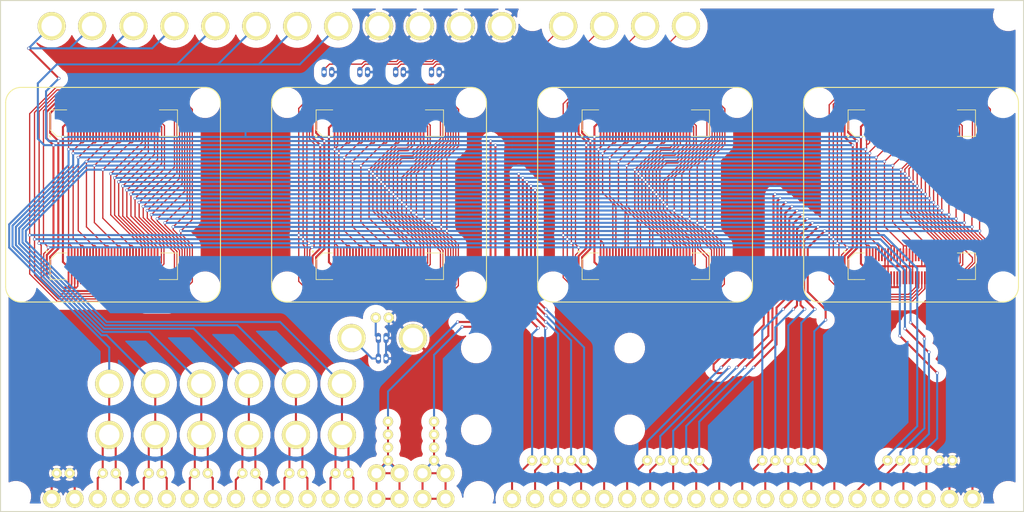
<source format=kicad_pcb>
(kicad_pcb (version 4) (host pcbnew 4.0.2-stable)
  (title_block (title "PQ60 FlatSat") (date 2016-03-30) (rev A) (company "Satellite Applications Catapult"))
  (layers (0 F.Cu signal) (31 B.Cu signal) (34 B.Paste user) (35 F.Paste user) (36 B.SilkS user) (37 F.SilkS user) (38 B.Mask user) (39 F.Mask user) (44 Edge.Cuts user))
  (net 0 "")
  (net 1 /P1)
  (net 2 /P5)
  (net 3 /P10)
  (net 4 /P13)
  (net 5 /P17)
  (net 6 /P21)
  (net 7 /P25)
  (net 8 /P26)
  (net 9 /P27)
  (net 10 /P29)
  (net 11 /P30)
  (net 12 /P31)
  (net 13 /P32)
  (net 14 /P33)
  (net 15 /P34)
  (net 16 /P35)
  (net 17 /P36)
  (net 18 /P37)
  (net 19 /P38)
  (net 20 /P39)
  (net 21 /P40)
  (net 22 /P41)
  (net 23 /P42)
  (net 24 /P43)
  (net 25 /P44)
  (net 26 /P49)
  (net 27 /P57)
  (net 28 GND)
  (net 29 "Net-(H101-Pad1)")
  (net 30 "Net-(H113-Pad1)")
  (net 31 "Net-(H115-Pad1)")
  (net 32 "Net-(H117-Pad1)")
  (net 33 "Net-(H119-Pad1)")
  (module PQ60:FX8C-060P (layer F.Cu) (at 52 74)
    (fp_text reference J1 hide)
    (fp_text value FX8C-060P)
    (fp_text user * (at -12.3 2.85) (layer F.SilkS))
    (pad 1 smd rect (at -8.7 2.25) (size 0.35 2.5) (layers F.Cu F.Paste F.Mask) (net 1 /P1))
    (pad 2 smd rect (at -8.1 2.25) (size 0.35 2.5) (layers F.Cu F.Paste F.Mask) (net 1 /P1))
    (pad 3 smd rect (at -7.5 2.25) (size 0.35 2.5) (layers F.Cu F.Paste F.Mask) (net 28 GND))
    (pad 4 smd rect (at -6.9 2.25) (size 0.35 2.5) (layers F.Cu F.Paste F.Mask) (net 28 GND))
    (pad 5 smd rect (at -6.3 2.25) (size 0.35 2.5) (layers F.Cu F.Paste F.Mask) (net 2 /P5))
    (pad 6 smd rect (at -5.7 2.25) (size 0.35 2.5) (layers F.Cu F.Paste F.Mask) (net 2 /P5))
    (pad 7 smd rect (at -5.1 2.25) (size 0.35 2.5) (layers F.Cu F.Paste F.Mask) (net 28 GND))
    (pad 8 smd rect (at -4.5 2.25) (size 0.35 2.5) (layers F.Cu F.Paste F.Mask) (net 28 GND))
    (pad 9 smd rect (at -3.9 2.25) (size 0.35 2.5) (layers F.Cu F.Paste F.Mask) (net 3 /P10))
    (pad 10 smd rect (at -3.3 2.25) (size 0.35 2.5) (layers F.Cu F.Paste F.Mask) (net 3 /P10))
    (pad 11 smd rect (at -2.7 2.25) (size 0.35 2.5) (layers F.Cu F.Paste F.Mask) (net 28 GND))
    (pad 12 smd rect (at -2.1 2.25) (size 0.35 2.5) (layers F.Cu F.Paste F.Mask) (net 28 GND))
    (pad 13 smd rect (at -1.5 2.25) (size 0.35 2.5) (layers F.Cu F.Paste F.Mask) (net 4 /P13))
    (pad 14 smd rect (at -0.9 2.25) (size 0.35 2.5) (layers F.Cu F.Paste F.Mask) (net 4 /P13))
    (pad 15 smd rect (at -0.3 2.25) (size 0.35 2.5) (layers F.Cu F.Paste F.Mask) (net 28 GND))
    (pad 16 smd rect (at 0.3 2.25) (size 0.35 2.5) (layers F.Cu F.Paste F.Mask) (net 28 GND))
    (pad 17 smd rect (at 0.9 2.25) (size 0.35 2.5) (layers F.Cu F.Paste F.Mask) (net 5 /P17))
    (pad 18 smd rect (at 1.5 2.25) (size 0.35 2.5) (layers F.Cu F.Paste F.Mask) (net 5 /P17))
    (pad 19 smd rect (at 2.1 2.25) (size 0.35 2.5) (layers F.Cu F.Paste F.Mask) (net 28 GND))
    (pad 20 smd rect (at 2.7 2.25) (size 0.35 2.5) (layers F.Cu F.Paste F.Mask) (net 28 GND))
    (pad 21 smd rect (at 3.3 2.25) (size 0.35 2.5) (layers F.Cu F.Paste F.Mask) (net 6 /P21))
    (pad 22 smd rect (at 3.9 2.25) (size 0.35 2.5) (layers F.Cu F.Paste F.Mask) (net 6 /P21))
    (pad 23 smd rect (at 4.5 2.25) (size 0.35 2.5) (layers F.Cu F.Paste F.Mask) (net 28 GND))
    (pad 24 smd rect (at 5.1 2.25) (size 0.35 2.5) (layers F.Cu F.Paste F.Mask) (net 28 GND))
    (pad 25 smd rect (at 5.7 2.25) (size 0.35 2.5) (layers F.Cu F.Paste F.Mask) (net 7 /P25))
    (pad 26 smd rect (at 6.3 2.25) (size 0.35 2.5) (layers F.Cu F.Paste F.Mask) (net 8 /P26))
    (pad 27 smd rect (at 6.9 2.25) (size 0.35 2.5) (layers F.Cu F.Paste F.Mask) (net 9 /P27))
    (pad 28 smd rect (at 7.5 2.25) (size 0.35 2.5) (layers F.Cu F.Paste F.Mask) (net 28 GND))
    (pad 29 smd rect (at 8.1 2.25) (size 0.35 2.5) (layers F.Cu F.Paste F.Mask) (net 10 /P29))
    (pad 30 smd rect (at 8.7 2.25) (size 0.35 2.5) (layers F.Cu F.Paste F.Mask) (net 11 /P30))
    (pad 31 smd rect (at 8.7 -2.25) (size 0.35 2.5) (layers F.Cu F.Paste F.Mask) (net 12 /P31))
    (pad 32 smd rect (at 8.1 -2.25) (size 0.35 2.5) (layers F.Cu F.Paste F.Mask) (net 13 /P32))
    (pad 33 smd rect (at 7.5 -2.25) (size 0.35 2.5) (layers F.Cu F.Paste F.Mask) (net 14 /P33))
    (pad 34 smd rect (at 6.9 -2.25) (size 0.35 2.5) (layers F.Cu F.Paste F.Mask) (net 15 /P34))
    (pad 35 smd rect (at 6.3 -2.25) (size 0.35 2.5) (layers F.Cu F.Paste F.Mask) (net 16 /P35))
    (pad 36 smd rect (at 5.7 -2.25) (size 0.35 2.5) (layers F.Cu F.Paste F.Mask) (net 17 /P36))
    (pad 37 smd rect (at 5.1 -2.25) (size 0.35 2.5) (layers F.Cu F.Paste F.Mask) (net 18 /P37))
    (pad 38 smd rect (at 4.5 -2.25) (size 0.35 2.5) (layers F.Cu F.Paste F.Mask) (net 19 /P38))
    (pad 39 smd rect (at 3.9 -2.25) (size 0.35 2.5) (layers F.Cu F.Paste F.Mask) (net 20 /P39))
    (pad 40 smd rect (at 3.3 -2.25) (size 0.35 2.5) (layers F.Cu F.Paste F.Mask) (net 21 /P40))
    (pad 41 smd rect (at 2.7 -2.25) (size 0.35 2.5) (layers F.Cu F.Paste F.Mask) (net 22 /P41))
    (pad 42 smd rect (at 2.1 -2.25) (size 0.35 2.5) (layers F.Cu F.Paste F.Mask) (net 23 /P42))
    (pad 43 smd rect (at 1.5 -2.25) (size 0.35 2.5) (layers F.Cu F.Paste F.Mask) (net 24 /P43))
    (pad 44 smd rect (at 0.9 -2.25) (size 0.35 2.5) (layers F.Cu F.Paste F.Mask) (net 25 /P44))
    (pad 45 smd rect (at 0.3 -2.25) (size 0.35 2.5) (layers F.Cu F.Paste F.Mask) (net 28 GND))
    (pad 46 smd rect (at -0.3 -2.25) (size 0.35 2.5) (layers F.Cu F.Paste F.Mask) (net 28 GND))
    (pad 47 smd rect (at -0.9 -2.25) (size 0.35 2.5) (layers F.Cu F.Paste F.Mask) (net 28 GND))
    (pad 48 smd rect (at -1.5 -2.25) (size 0.35 2.5) (layers F.Cu F.Paste F.Mask) (net 28 GND))
    (pad 49 smd rect (at -2.1 -2.25) (size 0.35 2.5) (layers F.Cu F.Paste F.Mask) (net 26 /P49))
    (pad 50 smd rect (at -2.7 -2.25) (size 0.35 2.5) (layers F.Cu F.Paste F.Mask) (net 26 /P49))
    (pad 51 smd rect (at -3.3 -2.25) (size 0.35 2.5) (layers F.Cu F.Paste F.Mask) (net 26 /P49))
    (pad 52 smd rect (at -3.9 -2.25) (size 0.35 2.5) (layers F.Cu F.Paste F.Mask) (net 26 /P49))
    (pad 53 smd rect (at -4.5 -2.25) (size 0.35 2.5) (layers F.Cu F.Paste F.Mask) (net 28 GND))
    (pad 54 smd rect (at -5.1 -2.25) (size 0.35 2.5) (layers F.Cu F.Paste F.Mask) (net 28 GND))
    (pad 55 smd rect (at -5.7 -2.25) (size 0.35 2.5) (layers F.Cu F.Paste F.Mask) (net 28 GND))
    (pad 56 smd rect (at -6.3 -2.25) (size 0.35 2.5) (layers F.Cu F.Paste F.Mask) (net 28 GND))
    (pad 57 smd rect (at -6.9 -2.25) (size 0.35 2.5) (layers F.Cu F.Paste F.Mask) (net 27 /P57))
    (pad 58 smd rect (at -7.5 -2.25) (size 0.35 2.5) (layers F.Cu F.Paste F.Mask) (net 27 /P57))
    (pad 59 smd rect (at -8.1 -2.25) (size 0.35 2.5) (layers F.Cu F.Paste F.Mask) (net 27 /P57))
    (pad 60 smd rect (at -8.7 -2.25) (size 0.35 2.5) (layers F.Cu F.Paste F.Mask) (net 27 /P57))
    (pad "" np_thru_hole circle (at -11.1 1.3) (size 1.1 1.1) (drill 1.1) (layers *.Cu *.Mask))
    (pad "" np_thru_hole circle (at 11.1 1.3) (size 0.7 0.7) (drill 0.7) (layers *.Cu *.Mask))
  )
  (module PQ60:FX8C-060P (layer F.Cu) (at 104 74)
    (fp_text reference J2 hide)
    (fp_text value FX8C-060P)
    (fp_text user * (at -12.3 2.85) (layer F.SilkS))
    (pad 1 smd rect (at -8.7 2.25) (size 0.35 2.5) (layers F.Cu F.Paste F.Mask) (net 1 /P1))
    (pad 2 smd rect (at -8.1 2.25) (size 0.35 2.5) (layers F.Cu F.Paste F.Mask) (net 1 /P1))
    (pad 3 smd rect (at -7.5 2.25) (size 0.35 2.5) (layers F.Cu F.Paste F.Mask) (net 28 GND))
    (pad 4 smd rect (at -6.9 2.25) (size 0.35 2.5) (layers F.Cu F.Paste F.Mask) (net 28 GND))
    (pad 5 smd rect (at -6.3 2.25) (size 0.35 2.5) (layers F.Cu F.Paste F.Mask) (net 2 /P5))
    (pad 6 smd rect (at -5.7 2.25) (size 0.35 2.5) (layers F.Cu F.Paste F.Mask) (net 2 /P5))
    (pad 7 smd rect (at -5.1 2.25) (size 0.35 2.5) (layers F.Cu F.Paste F.Mask) (net 28 GND))
    (pad 8 smd rect (at -4.5 2.25) (size 0.35 2.5) (layers F.Cu F.Paste F.Mask) (net 28 GND))
    (pad 9 smd rect (at -3.9 2.25) (size 0.35 2.5) (layers F.Cu F.Paste F.Mask) (net 3 /P10))
    (pad 10 smd rect (at -3.3 2.25) (size 0.35 2.5) (layers F.Cu F.Paste F.Mask) (net 3 /P10))
    (pad 11 smd rect (at -2.7 2.25) (size 0.35 2.5) (layers F.Cu F.Paste F.Mask) (net 28 GND))
    (pad 12 smd rect (at -2.1 2.25) (size 0.35 2.5) (layers F.Cu F.Paste F.Mask) (net 28 GND))
    (pad 13 smd rect (at -1.5 2.25) (size 0.35 2.5) (layers F.Cu F.Paste F.Mask) (net 4 /P13))
    (pad 14 smd rect (at -0.9 2.25) (size 0.35 2.5) (layers F.Cu F.Paste F.Mask) (net 4 /P13))
    (pad 15 smd rect (at -0.3 2.25) (size 0.35 2.5) (layers F.Cu F.Paste F.Mask) (net 28 GND))
    (pad 16 smd rect (at 0.3 2.25) (size 0.35 2.5) (layers F.Cu F.Paste F.Mask) (net 28 GND))
    (pad 17 smd rect (at 0.9 2.25) (size 0.35 2.5) (layers F.Cu F.Paste F.Mask) (net 5 /P17))
    (pad 18 smd rect (at 1.5 2.25) (size 0.35 2.5) (layers F.Cu F.Paste F.Mask) (net 5 /P17))
    (pad 19 smd rect (at 2.1 2.25) (size 0.35 2.5) (layers F.Cu F.Paste F.Mask) (net 28 GND))
    (pad 20 smd rect (at 2.7 2.25) (size 0.35 2.5) (layers F.Cu F.Paste F.Mask) (net 28 GND))
    (pad 21 smd rect (at 3.3 2.25) (size 0.35 2.5) (layers F.Cu F.Paste F.Mask) (net 6 /P21))
    (pad 22 smd rect (at 3.9 2.25) (size 0.35 2.5) (layers F.Cu F.Paste F.Mask) (net 6 /P21))
    (pad 23 smd rect (at 4.5 2.25) (size 0.35 2.5) (layers F.Cu F.Paste F.Mask) (net 28 GND))
    (pad 24 smd rect (at 5.1 2.25) (size 0.35 2.5) (layers F.Cu F.Paste F.Mask) (net 28 GND))
    (pad 25 smd rect (at 5.7 2.25) (size 0.35 2.5) (layers F.Cu F.Paste F.Mask) (net 7 /P25))
    (pad 26 smd rect (at 6.3 2.25) (size 0.35 2.5) (layers F.Cu F.Paste F.Mask) (net 8 /P26))
    (pad 27 smd rect (at 6.9 2.25) (size 0.35 2.5) (layers F.Cu F.Paste F.Mask) (net 9 /P27))
    (pad 28 smd rect (at 7.5 2.25) (size 0.35 2.5) (layers F.Cu F.Paste F.Mask) (net 28 GND))
    (pad 29 smd rect (at 8.1 2.25) (size 0.35 2.5) (layers F.Cu F.Paste F.Mask) (net 10 /P29))
    (pad 30 smd rect (at 8.7 2.25) (size 0.35 2.5) (layers F.Cu F.Paste F.Mask) (net 11 /P30))
    (pad 31 smd rect (at 8.7 -2.25) (size 0.35 2.5) (layers F.Cu F.Paste F.Mask) (net 12 /P31))
    (pad 32 smd rect (at 8.1 -2.25) (size 0.35 2.5) (layers F.Cu F.Paste F.Mask) (net 13 /P32))
    (pad 33 smd rect (at 7.5 -2.25) (size 0.35 2.5) (layers F.Cu F.Paste F.Mask) (net 14 /P33))
    (pad 34 smd rect (at 6.9 -2.25) (size 0.35 2.5) (layers F.Cu F.Paste F.Mask) (net 15 /P34))
    (pad 35 smd rect (at 6.3 -2.25) (size 0.35 2.5) (layers F.Cu F.Paste F.Mask) (net 16 /P35))
    (pad 36 smd rect (at 5.7 -2.25) (size 0.35 2.5) (layers F.Cu F.Paste F.Mask) (net 17 /P36))
    (pad 37 smd rect (at 5.1 -2.25) (size 0.35 2.5) (layers F.Cu F.Paste F.Mask) (net 18 /P37))
    (pad 38 smd rect (at 4.5 -2.25) (size 0.35 2.5) (layers F.Cu F.Paste F.Mask) (net 19 /P38))
    (pad 39 smd rect (at 3.9 -2.25) (size 0.35 2.5) (layers F.Cu F.Paste F.Mask) (net 20 /P39))
    (pad 40 smd rect (at 3.3 -2.25) (size 0.35 2.5) (layers F.Cu F.Paste F.Mask) (net 21 /P40))
    (pad 41 smd rect (at 2.7 -2.25) (size 0.35 2.5) (layers F.Cu F.Paste F.Mask) (net 22 /P41))
    (pad 42 smd rect (at 2.1 -2.25) (size 0.35 2.5) (layers F.Cu F.Paste F.Mask) (net 23 /P42))
    (pad 43 smd rect (at 1.5 -2.25) (size 0.35 2.5) (layers F.Cu F.Paste F.Mask) (net 24 /P43))
    (pad 44 smd rect (at 0.9 -2.25) (size 0.35 2.5) (layers F.Cu F.Paste F.Mask) (net 25 /P44))
    (pad 45 smd rect (at 0.3 -2.25) (size 0.35 2.5) (layers F.Cu F.Paste F.Mask) (net 28 GND))
    (pad 46 smd rect (at -0.3 -2.25) (size 0.35 2.5) (layers F.Cu F.Paste F.Mask) (net 28 GND))
    (pad 47 smd rect (at -0.9 -2.25) (size 0.35 2.5) (layers F.Cu F.Paste F.Mask) (net 28 GND))
    (pad 48 smd rect (at -1.5 -2.25) (size 0.35 2.5) (layers F.Cu F.Paste F.Mask) (net 28 GND))
    (pad 49 smd rect (at -2.1 -2.25) (size 0.35 2.5) (layers F.Cu F.Paste F.Mask) (net 26 /P49))
    (pad 50 smd rect (at -2.7 -2.25) (size 0.35 2.5) (layers F.Cu F.Paste F.Mask) (net 26 /P49))
    (pad 51 smd rect (at -3.3 -2.25) (size 0.35 2.5) (layers F.Cu F.Paste F.Mask) (net 26 /P49))
    (pad 52 smd rect (at -3.9 -2.25) (size 0.35 2.5) (layers F.Cu F.Paste F.Mask) (net 26 /P49))
    (pad 53 smd rect (at -4.5 -2.25) (size 0.35 2.5) (layers F.Cu F.Paste F.Mask) (net 28 GND))
    (pad 54 smd rect (at -5.1 -2.25) (size 0.35 2.5) (layers F.Cu F.Paste F.Mask) (net 28 GND))
    (pad 55 smd rect (at -5.7 -2.25) (size 0.35 2.5) (layers F.Cu F.Paste F.Mask) (net 28 GND))
    (pad 56 smd rect (at -6.3 -2.25) (size 0.35 2.5) (layers F.Cu F.Paste F.Mask) (net 28 GND))
    (pad 57 smd rect (at -6.9 -2.25) (size 0.35 2.5) (layers F.Cu F.Paste F.Mask) (net 27 /P57))
    (pad 58 smd rect (at -7.5 -2.25) (size 0.35 2.5) (layers F.Cu F.Paste F.Mask) (net 27 /P57))
    (pad 59 smd rect (at -8.1 -2.25) (size 0.35 2.5) (layers F.Cu F.Paste F.Mask) (net 27 /P57))
    (pad 60 smd rect (at -8.7 -2.25) (size 0.35 2.5) (layers F.Cu F.Paste F.Mask) (net 27 /P57))
    (pad "" np_thru_hole circle (at -11.1 1.3) (size 1.1 1.1) (drill 1.1) (layers *.Cu *.Mask))
    (pad "" np_thru_hole circle (at 11.1 1.3) (size 0.7 0.7) (drill 0.7) (layers *.Cu *.Mask))
  )
  (module PQ60:FX8C-060P (layer F.Cu) (at 156 74)
    (fp_text reference J3 hide)
    (fp_text value FX8C-060P)
    (fp_text user * (at -12.3 2.85) (layer F.SilkS))
    (pad 1 smd rect (at -8.7 2.25) (size 0.35 2.5) (layers F.Cu F.Paste F.Mask) (net 1 /P1))
    (pad 2 smd rect (at -8.1 2.25) (size 0.35 2.5) (layers F.Cu F.Paste F.Mask) (net 1 /P1))
    (pad 3 smd rect (at -7.5 2.25) (size 0.35 2.5) (layers F.Cu F.Paste F.Mask) (net 28 GND))
    (pad 4 smd rect (at -6.9 2.25) (size 0.35 2.5) (layers F.Cu F.Paste F.Mask) (net 28 GND))
    (pad 5 smd rect (at -6.3 2.25) (size 0.35 2.5) (layers F.Cu F.Paste F.Mask) (net 2 /P5))
    (pad 6 smd rect (at -5.7 2.25) (size 0.35 2.5) (layers F.Cu F.Paste F.Mask) (net 2 /P5))
    (pad 7 smd rect (at -5.1 2.25) (size 0.35 2.5) (layers F.Cu F.Paste F.Mask) (net 28 GND))
    (pad 8 smd rect (at -4.5 2.25) (size 0.35 2.5) (layers F.Cu F.Paste F.Mask) (net 28 GND))
    (pad 9 smd rect (at -3.9 2.25) (size 0.35 2.5) (layers F.Cu F.Paste F.Mask) (net 3 /P10))
    (pad 10 smd rect (at -3.3 2.25) (size 0.35 2.5) (layers F.Cu F.Paste F.Mask) (net 3 /P10))
    (pad 11 smd rect (at -2.7 2.25) (size 0.35 2.5) (layers F.Cu F.Paste F.Mask) (net 28 GND))
    (pad 12 smd rect (at -2.1 2.25) (size 0.35 2.5) (layers F.Cu F.Paste F.Mask) (net 28 GND))
    (pad 13 smd rect (at -1.5 2.25) (size 0.35 2.5) (layers F.Cu F.Paste F.Mask) (net 4 /P13))
    (pad 14 smd rect (at -0.9 2.25) (size 0.35 2.5) (layers F.Cu F.Paste F.Mask) (net 4 /P13))
    (pad 15 smd rect (at -0.3 2.25) (size 0.35 2.5) (layers F.Cu F.Paste F.Mask) (net 28 GND))
    (pad 16 smd rect (at 0.3 2.25) (size 0.35 2.5) (layers F.Cu F.Paste F.Mask) (net 28 GND))
    (pad 17 smd rect (at 0.9 2.25) (size 0.35 2.5) (layers F.Cu F.Paste F.Mask) (net 5 /P17))
    (pad 18 smd rect (at 1.5 2.25) (size 0.35 2.5) (layers F.Cu F.Paste F.Mask) (net 5 /P17))
    (pad 19 smd rect (at 2.1 2.25) (size 0.35 2.5) (layers F.Cu F.Paste F.Mask) (net 28 GND))
    (pad 20 smd rect (at 2.7 2.25) (size 0.35 2.5) (layers F.Cu F.Paste F.Mask) (net 28 GND))
    (pad 21 smd rect (at 3.3 2.25) (size 0.35 2.5) (layers F.Cu F.Paste F.Mask) (net 6 /P21))
    (pad 22 smd rect (at 3.9 2.25) (size 0.35 2.5) (layers F.Cu F.Paste F.Mask) (net 6 /P21))
    (pad 23 smd rect (at 4.5 2.25) (size 0.35 2.5) (layers F.Cu F.Paste F.Mask) (net 28 GND))
    (pad 24 smd rect (at 5.1 2.25) (size 0.35 2.5) (layers F.Cu F.Paste F.Mask) (net 28 GND))
    (pad 25 smd rect (at 5.7 2.25) (size 0.35 2.5) (layers F.Cu F.Paste F.Mask) (net 7 /P25))
    (pad 26 smd rect (at 6.3 2.25) (size 0.35 2.5) (layers F.Cu F.Paste F.Mask) (net 8 /P26))
    (pad 27 smd rect (at 6.9 2.25) (size 0.35 2.5) (layers F.Cu F.Paste F.Mask) (net 9 /P27))
    (pad 28 smd rect (at 7.5 2.25) (size 0.35 2.5) (layers F.Cu F.Paste F.Mask) (net 28 GND))
    (pad 29 smd rect (at 8.1 2.25) (size 0.35 2.5) (layers F.Cu F.Paste F.Mask) (net 10 /P29))
    (pad 30 smd rect (at 8.7 2.25) (size 0.35 2.5) (layers F.Cu F.Paste F.Mask) (net 11 /P30))
    (pad 31 smd rect (at 8.7 -2.25) (size 0.35 2.5) (layers F.Cu F.Paste F.Mask) (net 12 /P31))
    (pad 32 smd rect (at 8.1 -2.25) (size 0.35 2.5) (layers F.Cu F.Paste F.Mask) (net 13 /P32))
    (pad 33 smd rect (at 7.5 -2.25) (size 0.35 2.5) (layers F.Cu F.Paste F.Mask) (net 14 /P33))
    (pad 34 smd rect (at 6.9 -2.25) (size 0.35 2.5) (layers F.Cu F.Paste F.Mask) (net 15 /P34))
    (pad 35 smd rect (at 6.3 -2.25) (size 0.35 2.5) (layers F.Cu F.Paste F.Mask) (net 16 /P35))
    (pad 36 smd rect (at 5.7 -2.25) (size 0.35 2.5) (layers F.Cu F.Paste F.Mask) (net 17 /P36))
    (pad 37 smd rect (at 5.1 -2.25) (size 0.35 2.5) (layers F.Cu F.Paste F.Mask) (net 18 /P37))
    (pad 38 smd rect (at 4.5 -2.25) (size 0.35 2.5) (layers F.Cu F.Paste F.Mask) (net 19 /P38))
    (pad 39 smd rect (at 3.9 -2.25) (size 0.35 2.5) (layers F.Cu F.Paste F.Mask) (net 20 /P39))
    (pad 40 smd rect (at 3.3 -2.25) (size 0.35 2.5) (layers F.Cu F.Paste F.Mask) (net 21 /P40))
    (pad 41 smd rect (at 2.7 -2.25) (size 0.35 2.5) (layers F.Cu F.Paste F.Mask) (net 22 /P41))
    (pad 42 smd rect (at 2.1 -2.25) (size 0.35 2.5) (layers F.Cu F.Paste F.Mask) (net 23 /P42))
    (pad 43 smd rect (at 1.5 -2.25) (size 0.35 2.5) (layers F.Cu F.Paste F.Mask) (net 24 /P43))
    (pad 44 smd rect (at 0.9 -2.25) (size 0.35 2.5) (layers F.Cu F.Paste F.Mask) (net 25 /P44))
    (pad 45 smd rect (at 0.3 -2.25) (size 0.35 2.5) (layers F.Cu F.Paste F.Mask) (net 28 GND))
    (pad 46 smd rect (at -0.3 -2.25) (size 0.35 2.5) (layers F.Cu F.Paste F.Mask) (net 28 GND))
    (pad 47 smd rect (at -0.9 -2.25) (size 0.35 2.5) (layers F.Cu F.Paste F.Mask) (net 28 GND))
    (pad 48 smd rect (at -1.5 -2.25) (size 0.35 2.5) (layers F.Cu F.Paste F.Mask) (net 28 GND))
    (pad 49 smd rect (at -2.1 -2.25) (size 0.35 2.5) (layers F.Cu F.Paste F.Mask) (net 26 /P49))
    (pad 50 smd rect (at -2.7 -2.25) (size 0.35 2.5) (layers F.Cu F.Paste F.Mask) (net 26 /P49))
    (pad 51 smd rect (at -3.3 -2.25) (size 0.35 2.5) (layers F.Cu F.Paste F.Mask) (net 26 /P49))
    (pad 52 smd rect (at -3.9 -2.25) (size 0.35 2.5) (layers F.Cu F.Paste F.Mask) (net 26 /P49))
    (pad 53 smd rect (at -4.5 -2.25) (size 0.35 2.5) (layers F.Cu F.Paste F.Mask) (net 28 GND))
    (pad 54 smd rect (at -5.1 -2.25) (size 0.35 2.5) (layers F.Cu F.Paste F.Mask) (net 28 GND))
    (pad 55 smd rect (at -5.7 -2.25) (size 0.35 2.5) (layers F.Cu F.Paste F.Mask) (net 28 GND))
    (pad 56 smd rect (at -6.3 -2.25) (size 0.35 2.5) (layers F.Cu F.Paste F.Mask) (net 28 GND))
    (pad 57 smd rect (at -6.9 -2.25) (size 0.35 2.5) (layers F.Cu F.Paste F.Mask) (net 27 /P57))
    (pad 58 smd rect (at -7.5 -2.25) (size 0.35 2.5) (layers F.Cu F.Paste F.Mask) (net 27 /P57))
    (pad 59 smd rect (at -8.1 -2.25) (size 0.35 2.5) (layers F.Cu F.Paste F.Mask) (net 27 /P57))
    (pad 60 smd rect (at -8.7 -2.25) (size 0.35 2.5) (layers F.Cu F.Paste F.Mask) (net 27 /P57))
    (pad "" np_thru_hole circle (at -11.1 1.3) (size 1.1 1.1) (drill 1.1) (layers *.Cu *.Mask))
    (pad "" np_thru_hole circle (at 11.1 1.3) (size 0.7 0.7) (drill 0.7) (layers *.Cu *.Mask))
  )
  (module PQ60:FX8C-060P (layer F.Cu) (at 208 74)
    (fp_text reference J4 hide)
    (fp_text value FX8C-060P)
    (fp_text user * (at -12.3 2.85) (layer F.SilkS))
    (pad 1 smd rect (at -8.7 2.25) (size 0.35 2.5) (layers F.Cu F.Paste F.Mask) (net 1 /P1))
    (pad 2 smd rect (at -8.1 2.25) (size 0.35 2.5) (layers F.Cu F.Paste F.Mask) (net 1 /P1))
    (pad 3 smd rect (at -7.5 2.25) (size 0.35 2.5) (layers F.Cu F.Paste F.Mask) (net 28 GND))
    (pad 4 smd rect (at -6.9 2.25) (size 0.35 2.5) (layers F.Cu F.Paste F.Mask) (net 28 GND))
    (pad 5 smd rect (at -6.3 2.25) (size 0.35 2.5) (layers F.Cu F.Paste F.Mask) (net 2 /P5))
    (pad 6 smd rect (at -5.7 2.25) (size 0.35 2.5) (layers F.Cu F.Paste F.Mask) (net 2 /P5))
    (pad 7 smd rect (at -5.1 2.25) (size 0.35 2.5) (layers F.Cu F.Paste F.Mask) (net 28 GND))
    (pad 8 smd rect (at -4.5 2.25) (size 0.35 2.5) (layers F.Cu F.Paste F.Mask) (net 28 GND))
    (pad 9 smd rect (at -3.9 2.25) (size 0.35 2.5) (layers F.Cu F.Paste F.Mask) (net 3 /P10))
    (pad 10 smd rect (at -3.3 2.25) (size 0.35 2.5) (layers F.Cu F.Paste F.Mask) (net 3 /P10))
    (pad 11 smd rect (at -2.7 2.25) (size 0.35 2.5) (layers F.Cu F.Paste F.Mask) (net 28 GND))
    (pad 12 smd rect (at -2.1 2.25) (size 0.35 2.5) (layers F.Cu F.Paste F.Mask) (net 28 GND))
    (pad 13 smd rect (at -1.5 2.25) (size 0.35 2.5) (layers F.Cu F.Paste F.Mask) (net 4 /P13))
    (pad 14 smd rect (at -0.9 2.25) (size 0.35 2.5) (layers F.Cu F.Paste F.Mask) (net 4 /P13))
    (pad 15 smd rect (at -0.3 2.25) (size 0.35 2.5) (layers F.Cu F.Paste F.Mask) (net 28 GND))
    (pad 16 smd rect (at 0.3 2.25) (size 0.35 2.5) (layers F.Cu F.Paste F.Mask) (net 28 GND))
    (pad 17 smd rect (at 0.9 2.25) (size 0.35 2.5) (layers F.Cu F.Paste F.Mask) (net 5 /P17))
    (pad 18 smd rect (at 1.5 2.25) (size 0.35 2.5) (layers F.Cu F.Paste F.Mask) (net 5 /P17))
    (pad 19 smd rect (at 2.1 2.25) (size 0.35 2.5) (layers F.Cu F.Paste F.Mask) (net 28 GND))
    (pad 20 smd rect (at 2.7 2.25) (size 0.35 2.5) (layers F.Cu F.Paste F.Mask) (net 28 GND))
    (pad 21 smd rect (at 3.3 2.25) (size 0.35 2.5) (layers F.Cu F.Paste F.Mask) (net 6 /P21))
    (pad 22 smd rect (at 3.9 2.25) (size 0.35 2.5) (layers F.Cu F.Paste F.Mask) (net 6 /P21))
    (pad 23 smd rect (at 4.5 2.25) (size 0.35 2.5) (layers F.Cu F.Paste F.Mask) (net 28 GND))
    (pad 24 smd rect (at 5.1 2.25) (size 0.35 2.5) (layers F.Cu F.Paste F.Mask) (net 28 GND))
    (pad 25 smd rect (at 5.7 2.25) (size 0.35 2.5) (layers F.Cu F.Paste F.Mask) (net 7 /P25))
    (pad 26 smd rect (at 6.3 2.25) (size 0.35 2.5) (layers F.Cu F.Paste F.Mask) (net 8 /P26))
    (pad 27 smd rect (at 6.9 2.25) (size 0.35 2.5) (layers F.Cu F.Paste F.Mask) (net 9 /P27))
    (pad 28 smd rect (at 7.5 2.25) (size 0.35 2.5) (layers F.Cu F.Paste F.Mask) (net 28 GND))
    (pad 29 smd rect (at 8.1 2.25) (size 0.35 2.5) (layers F.Cu F.Paste F.Mask) (net 10 /P29))
    (pad 30 smd rect (at 8.7 2.25) (size 0.35 2.5) (layers F.Cu F.Paste F.Mask) (net 11 /P30))
    (pad 31 smd rect (at 8.7 -2.25) (size 0.35 2.5) (layers F.Cu F.Paste F.Mask) (net 12 /P31))
    (pad 32 smd rect (at 8.1 -2.25) (size 0.35 2.5) (layers F.Cu F.Paste F.Mask) (net 13 /P32))
    (pad 33 smd rect (at 7.5 -2.25) (size 0.35 2.5) (layers F.Cu F.Paste F.Mask) (net 14 /P33))
    (pad 34 smd rect (at 6.9 -2.25) (size 0.35 2.5) (layers F.Cu F.Paste F.Mask) (net 15 /P34))
    (pad 35 smd rect (at 6.3 -2.25) (size 0.35 2.5) (layers F.Cu F.Paste F.Mask) (net 16 /P35))
    (pad 36 smd rect (at 5.7 -2.25) (size 0.35 2.5) (layers F.Cu F.Paste F.Mask) (net 17 /P36))
    (pad 37 smd rect (at 5.1 -2.25) (size 0.35 2.5) (layers F.Cu F.Paste F.Mask) (net 18 /P37))
    (pad 38 smd rect (at 4.5 -2.25) (size 0.35 2.5) (layers F.Cu F.Paste F.Mask) (net 19 /P38))
    (pad 39 smd rect (at 3.9 -2.25) (size 0.35 2.5) (layers F.Cu F.Paste F.Mask) (net 20 /P39))
    (pad 40 smd rect (at 3.3 -2.25) (size 0.35 2.5) (layers F.Cu F.Paste F.Mask) (net 21 /P40))
    (pad 41 smd rect (at 2.7 -2.25) (size 0.35 2.5) (layers F.Cu F.Paste F.Mask) (net 22 /P41))
    (pad 42 smd rect (at 2.1 -2.25) (size 0.35 2.5) (layers F.Cu F.Paste F.Mask) (net 23 /P42))
    (pad 43 smd rect (at 1.5 -2.25) (size 0.35 2.5) (layers F.Cu F.Paste F.Mask) (net 24 /P43))
    (pad 44 smd rect (at 0.9 -2.25) (size 0.35 2.5) (layers F.Cu F.Paste F.Mask) (net 25 /P44))
    (pad 45 smd rect (at 0.3 -2.25) (size 0.35 2.5) (layers F.Cu F.Paste F.Mask) (net 28 GND))
    (pad 46 smd rect (at -0.3 -2.25) (size 0.35 2.5) (layers F.Cu F.Paste F.Mask) (net 28 GND))
    (pad 47 smd rect (at -0.9 -2.25) (size 0.35 2.5) (layers F.Cu F.Paste F.Mask) (net 28 GND))
    (pad 48 smd rect (at -1.5 -2.25) (size 0.35 2.5) (layers F.Cu F.Paste F.Mask) (net 28 GND))
    (pad 49 smd rect (at -2.1 -2.25) (size 0.35 2.5) (layers F.Cu F.Paste F.Mask) (net 26 /P49))
    (pad 50 smd rect (at -2.7 -2.25) (size 0.35 2.5) (layers F.Cu F.Paste F.Mask) (net 26 /P49))
    (pad 51 smd rect (at -3.3 -2.25) (size 0.35 2.5) (layers F.Cu F.Paste F.Mask) (net 26 /P49))
    (pad 52 smd rect (at -3.9 -2.25) (size 0.35 2.5) (layers F.Cu F.Paste F.Mask) (net 26 /P49))
    (pad 53 smd rect (at -4.5 -2.25) (size 0.35 2.5) (layers F.Cu F.Paste F.Mask) (net 28 GND))
    (pad 54 smd rect (at -5.1 -2.25) (size 0.35 2.5) (layers F.Cu F.Paste F.Mask) (net 28 GND))
    (pad 55 smd rect (at -5.7 -2.25) (size 0.35 2.5) (layers F.Cu F.Paste F.Mask) (net 28 GND))
    (pad 56 smd rect (at -6.3 -2.25) (size 0.35 2.5) (layers F.Cu F.Paste F.Mask) (net 28 GND))
    (pad 57 smd rect (at -6.9 -2.25) (size 0.35 2.5) (layers F.Cu F.Paste F.Mask) (net 27 /P57))
    (pad 58 smd rect (at -7.5 -2.25) (size 0.35 2.5) (layers F.Cu F.Paste F.Mask) (net 27 /P57))
    (pad 59 smd rect (at -8.1 -2.25) (size 0.35 2.5) (layers F.Cu F.Paste F.Mask) (net 27 /P57))
    (pad 60 smd rect (at -8.7 -2.25) (size 0.35 2.5) (layers F.Cu F.Paste F.Mask) (net 27 /P57))
    (pad "" np_thru_hole circle (at -11.1 1.3) (size 1.1 1.1) (drill 1.1) (layers *.Cu *.Mask))
    (pad "" np_thru_hole circle (at 11.1 1.3) (size 0.7 0.7) (drill 0.7) (layers *.Cu *.Mask))
  )
  (module PQ60:FX8C-060S (layer F.Cu) (at 52 102)
    (fp_text reference J5 hide)
    (fp_text value FX8C-060S)
    (fp_text user * (at -12.95 -2.55) (layer F.SilkS))
    (pad 1 smd rect (at -8.7 -2.25) (size 0.35 2.5) (layers F.Cu F.Paste F.Mask) (net 1 /P1))
    (pad 2 smd rect (at -8.1 -2.25) (size 0.35 2.5) (layers F.Cu F.Paste F.Mask) (net 1 /P1))
    (pad 3 smd rect (at -7.5 -2.25) (size 0.35 2.5) (layers F.Cu F.Paste F.Mask) (net 28 GND))
    (pad 4 smd rect (at -6.9 -2.25) (size 0.35 2.5) (layers F.Cu F.Paste F.Mask) (net 28 GND))
    (pad 5 smd rect (at -6.3 -2.25) (size 0.35 2.5) (layers F.Cu F.Paste F.Mask) (net 2 /P5))
    (pad 6 smd rect (at -5.7 -2.25) (size 0.35 2.5) (layers F.Cu F.Paste F.Mask) (net 2 /P5))
    (pad 7 smd rect (at -5.1 -2.25) (size 0.35 2.5) (layers F.Cu F.Paste F.Mask) (net 28 GND))
    (pad 8 smd rect (at -4.5 -2.25) (size 0.35 2.5) (layers F.Cu F.Paste F.Mask) (net 28 GND))
    (pad 9 smd rect (at -3.9 -2.25) (size 0.35 2.5) (layers F.Cu F.Paste F.Mask) (net 3 /P10))
    (pad 10 smd rect (at -3.3 -2.25) (size 0.35 2.5) (layers F.Cu F.Paste F.Mask) (net 3 /P10))
    (pad 11 smd rect (at -2.7 -2.25) (size 0.35 2.5) (layers F.Cu F.Paste F.Mask) (net 28 GND))
    (pad 12 smd rect (at -2.1 -2.25) (size 0.35 2.5) (layers F.Cu F.Paste F.Mask) (net 28 GND))
    (pad 13 smd rect (at -1.5 -2.25) (size 0.35 2.5) (layers F.Cu F.Paste F.Mask) (net 4 /P13))
    (pad 14 smd rect (at -0.9 -2.25) (size 0.35 2.5) (layers F.Cu F.Paste F.Mask) (net 4 /P13))
    (pad 15 smd rect (at -0.3 -2.25) (size 0.35 2.5) (layers F.Cu F.Paste F.Mask) (net 28 GND))
    (pad 16 smd rect (at 0.3 -2.25) (size 0.35 2.5) (layers F.Cu F.Paste F.Mask) (net 28 GND))
    (pad 17 smd rect (at 0.9 -2.25) (size 0.35 2.5) (layers F.Cu F.Paste F.Mask) (net 5 /P17))
    (pad 18 smd rect (at 1.5 -2.25) (size 0.35 2.5) (layers F.Cu F.Paste F.Mask) (net 5 /P17))
    (pad 19 smd rect (at 2.1 -2.25) (size 0.35 2.5) (layers F.Cu F.Paste F.Mask) (net 28 GND))
    (pad 20 smd rect (at 2.7 -2.25) (size 0.35 2.5) (layers F.Cu F.Paste F.Mask) (net 28 GND))
    (pad 21 smd rect (at 3.3 -2.25) (size 0.35 2.5) (layers F.Cu F.Paste F.Mask) (net 6 /P21))
    (pad 22 smd rect (at 3.9 -2.25) (size 0.35 2.5) (layers F.Cu F.Paste F.Mask) (net 6 /P21))
    (pad 23 smd rect (at 4.5 -2.25) (size 0.35 2.5) (layers F.Cu F.Paste F.Mask) (net 28 GND))
    (pad 24 smd rect (at 5.1 -2.25) (size 0.35 2.5) (layers F.Cu F.Paste F.Mask) (net 28 GND))
    (pad 25 smd rect (at 5.7 -2.25) (size 0.35 2.5) (layers F.Cu F.Paste F.Mask) (net 7 /P25))
    (pad 26 smd rect (at 6.3 -2.25) (size 0.35 2.5) (layers F.Cu F.Paste F.Mask) (net 8 /P26))
    (pad 27 smd rect (at 6.9 -2.25) (size 0.35 2.5) (layers F.Cu F.Paste F.Mask) (net 9 /P27))
    (pad 28 smd rect (at 7.5 -2.25) (size 0.35 2.5) (layers F.Cu F.Paste F.Mask) (net 28 GND))
    (pad 29 smd rect (at 8.1 -2.25) (size 0.35 2.5) (layers F.Cu F.Paste F.Mask) (net 10 /P29))
    (pad 30 smd rect (at 8.7 -2.25) (size 0.35 2.5) (layers F.Cu F.Paste F.Mask) (net 11 /P30))
    (pad 31 smd rect (at 8.7 2.25) (size 0.35 2.5) (layers F.Cu F.Paste F.Mask) (net 12 /P31))
    (pad 32 smd rect (at 8.1 2.25) (size 0.35 2.5) (layers F.Cu F.Paste F.Mask) (net 13 /P32))
    (pad 33 smd rect (at 7.5 2.25) (size 0.35 2.5) (layers F.Cu F.Paste F.Mask) (net 14 /P33))
    (pad 34 smd rect (at 6.9 2.25) (size 0.35 2.5) (layers F.Cu F.Paste F.Mask) (net 15 /P34))
    (pad 35 smd rect (at 6.3 2.25) (size 0.35 2.5) (layers F.Cu F.Paste F.Mask) (net 16 /P35))
    (pad 36 smd rect (at 5.7 2.25) (size 0.35 2.5) (layers F.Cu F.Paste F.Mask) (net 17 /P36))
    (pad 37 smd rect (at 5.1 2.25) (size 0.35 2.5) (layers F.Cu F.Paste F.Mask) (net 18 /P37))
    (pad 38 smd rect (at 4.5 2.25) (size 0.35 2.5) (layers F.Cu F.Paste F.Mask) (net 19 /P38))
    (pad 39 smd rect (at 3.9 2.25) (size 0.35 2.5) (layers F.Cu F.Paste F.Mask) (net 20 /P39))
    (pad 40 smd rect (at 3.3 2.25) (size 0.35 2.5) (layers F.Cu F.Paste F.Mask) (net 21 /P40))
    (pad 41 smd rect (at 2.7 2.25) (size 0.35 2.5) (layers F.Cu F.Paste F.Mask) (net 22 /P41))
    (pad 42 smd rect (at 2.1 2.25) (size 0.35 2.5) (layers F.Cu F.Paste F.Mask) (net 23 /P42))
    (pad 43 smd rect (at 1.5 2.25) (size 0.35 2.5) (layers F.Cu F.Paste F.Mask) (net 24 /P43))
    (pad 44 smd rect (at 0.9 2.25) (size 0.35 2.5) (layers F.Cu F.Paste F.Mask) (net 25 /P44))
    (pad 45 smd rect (at 0.3 2.25) (size 0.35 2.5) (layers F.Cu F.Paste F.Mask) (net 28 GND))
    (pad 46 smd rect (at -0.3 2.25) (size 0.35 2.5) (layers F.Cu F.Paste F.Mask) (net 28 GND))
    (pad 47 smd rect (at -0.9 2.25) (size 0.35 2.5) (layers F.Cu F.Paste F.Mask) (net 28 GND))
    (pad 48 smd rect (at -1.5 2.25) (size 0.35 2.5) (layers F.Cu F.Paste F.Mask) (net 28 GND))
    (pad 49 smd rect (at -2.1 2.25) (size 0.35 2.5) (layers F.Cu F.Paste F.Mask) (net 26 /P49))
    (pad 50 smd rect (at -2.7 2.25) (size 0.35 2.5) (layers F.Cu F.Paste F.Mask) (net 26 /P49))
    (pad 51 smd rect (at -3.3 2.25) (size 0.35 2.5) (layers F.Cu F.Paste F.Mask) (net 26 /P49))
    (pad 52 smd rect (at -3.9 2.25) (size 0.35 2.5) (layers F.Cu F.Paste F.Mask) (net 26 /P49))
    (pad 53 smd rect (at -4.5 2.25) (size 0.35 2.5) (layers F.Cu F.Paste F.Mask) (net 28 GND))
    (pad 54 smd rect (at -5.1 2.25) (size 0.35 2.5) (layers F.Cu F.Paste F.Mask) (net 28 GND))
    (pad 55 smd rect (at -5.7 2.25) (size 0.35 2.5) (layers F.Cu F.Paste F.Mask) (net 28 GND))
    (pad 56 smd rect (at -6.3 2.25) (size 0.35 2.5) (layers F.Cu F.Paste F.Mask) (net 28 GND))
    (pad 57 smd rect (at -6.9 2.25) (size 0.35 2.5) (layers F.Cu F.Paste F.Mask) (net 27 /P57))
    (pad 58 smd rect (at -7.5 2.25) (size 0.35 2.5) (layers F.Cu F.Paste F.Mask) (net 27 /P57))
    (pad 59 smd rect (at -8.1 2.25) (size 0.35 2.5) (layers F.Cu F.Paste F.Mask) (net 27 /P57))
    (pad 60 smd rect (at -8.7 2.25) (size 0.35 2.5) (layers F.Cu F.Paste F.Mask) (net 27 /P57))
    (pad "" np_thru_hole circle (at -11.1 -1.3) (size 1.1 1.1) (drill 1.1) (layers *.Cu *.Mask))
    (pad "" np_thru_hole circle (at 11.1 -1.3) (size 0.7 0.7) (drill 0.7) (layers *.Cu *.Mask))
  )
  (module PQ60:FX8C-060S (layer F.Cu) (at 104 102)
    (fp_text reference J6 hide)
    (fp_text value FX8C-060S)
    (fp_text user * (at -12.95 -2.55) (layer F.SilkS))
    (pad 1 smd rect (at -8.7 -2.25) (size 0.35 2.5) (layers F.Cu F.Paste F.Mask) (net 1 /P1))
    (pad 2 smd rect (at -8.1 -2.25) (size 0.35 2.5) (layers F.Cu F.Paste F.Mask) (net 1 /P1))
    (pad 3 smd rect (at -7.5 -2.25) (size 0.35 2.5) (layers F.Cu F.Paste F.Mask) (net 28 GND))
    (pad 4 smd rect (at -6.9 -2.25) (size 0.35 2.5) (layers F.Cu F.Paste F.Mask) (net 28 GND))
    (pad 5 smd rect (at -6.3 -2.25) (size 0.35 2.5) (layers F.Cu F.Paste F.Mask) (net 2 /P5))
    (pad 6 smd rect (at -5.7 -2.25) (size 0.35 2.5) (layers F.Cu F.Paste F.Mask) (net 2 /P5))
    (pad 7 smd rect (at -5.1 -2.25) (size 0.35 2.5) (layers F.Cu F.Paste F.Mask) (net 28 GND))
    (pad 8 smd rect (at -4.5 -2.25) (size 0.35 2.5) (layers F.Cu F.Paste F.Mask) (net 28 GND))
    (pad 9 smd rect (at -3.9 -2.25) (size 0.35 2.5) (layers F.Cu F.Paste F.Mask) (net 3 /P10))
    (pad 10 smd rect (at -3.3 -2.25) (size 0.35 2.5) (layers F.Cu F.Paste F.Mask) (net 3 /P10))
    (pad 11 smd rect (at -2.7 -2.25) (size 0.35 2.5) (layers F.Cu F.Paste F.Mask) (net 28 GND))
    (pad 12 smd rect (at -2.1 -2.25) (size 0.35 2.5) (layers F.Cu F.Paste F.Mask) (net 28 GND))
    (pad 13 smd rect (at -1.5 -2.25) (size 0.35 2.5) (layers F.Cu F.Paste F.Mask) (net 4 /P13))
    (pad 14 smd rect (at -0.9 -2.25) (size 0.35 2.5) (layers F.Cu F.Paste F.Mask) (net 4 /P13))
    (pad 15 smd rect (at -0.3 -2.25) (size 0.35 2.5) (layers F.Cu F.Paste F.Mask) (net 28 GND))
    (pad 16 smd rect (at 0.3 -2.25) (size 0.35 2.5) (layers F.Cu F.Paste F.Mask) (net 28 GND))
    (pad 17 smd rect (at 0.9 -2.25) (size 0.35 2.5) (layers F.Cu F.Paste F.Mask) (net 5 /P17))
    (pad 18 smd rect (at 1.5 -2.25) (size 0.35 2.5) (layers F.Cu F.Paste F.Mask) (net 5 /P17))
    (pad 19 smd rect (at 2.1 -2.25) (size 0.35 2.5) (layers F.Cu F.Paste F.Mask) (net 28 GND))
    (pad 20 smd rect (at 2.7 -2.25) (size 0.35 2.5) (layers F.Cu F.Paste F.Mask) (net 28 GND))
    (pad 21 smd rect (at 3.3 -2.25) (size 0.35 2.5) (layers F.Cu F.Paste F.Mask) (net 6 /P21))
    (pad 22 smd rect (at 3.9 -2.25) (size 0.35 2.5) (layers F.Cu F.Paste F.Mask) (net 6 /P21))
    (pad 23 smd rect (at 4.5 -2.25) (size 0.35 2.5) (layers F.Cu F.Paste F.Mask) (net 28 GND))
    (pad 24 smd rect (at 5.1 -2.25) (size 0.35 2.5) (layers F.Cu F.Paste F.Mask) (net 28 GND))
    (pad 25 smd rect (at 5.7 -2.25) (size 0.35 2.5) (layers F.Cu F.Paste F.Mask) (net 7 /P25))
    (pad 26 smd rect (at 6.3 -2.25) (size 0.35 2.5) (layers F.Cu F.Paste F.Mask) (net 8 /P26))
    (pad 27 smd rect (at 6.9 -2.25) (size 0.35 2.5) (layers F.Cu F.Paste F.Mask) (net 9 /P27))
    (pad 28 smd rect (at 7.5 -2.25) (size 0.35 2.5) (layers F.Cu F.Paste F.Mask) (net 28 GND))
    (pad 29 smd rect (at 8.1 -2.25) (size 0.35 2.5) (layers F.Cu F.Paste F.Mask) (net 10 /P29))
    (pad 30 smd rect (at 8.7 -2.25) (size 0.35 2.5) (layers F.Cu F.Paste F.Mask) (net 11 /P30))
    (pad 31 smd rect (at 8.7 2.25) (size 0.35 2.5) (layers F.Cu F.Paste F.Mask) (net 12 /P31))
    (pad 32 smd rect (at 8.1 2.25) (size 0.35 2.5) (layers F.Cu F.Paste F.Mask) (net 13 /P32))
    (pad 33 smd rect (at 7.5 2.25) (size 0.35 2.5) (layers F.Cu F.Paste F.Mask) (net 14 /P33))
    (pad 34 smd rect (at 6.9 2.25) (size 0.35 2.5) (layers F.Cu F.Paste F.Mask) (net 15 /P34))
    (pad 35 smd rect (at 6.3 2.25) (size 0.35 2.5) (layers F.Cu F.Paste F.Mask) (net 16 /P35))
    (pad 36 smd rect (at 5.7 2.25) (size 0.35 2.5) (layers F.Cu F.Paste F.Mask) (net 17 /P36))
    (pad 37 smd rect (at 5.1 2.25) (size 0.35 2.5) (layers F.Cu F.Paste F.Mask) (net 18 /P37))
    (pad 38 smd rect (at 4.5 2.25) (size 0.35 2.5) (layers F.Cu F.Paste F.Mask) (net 19 /P38))
    (pad 39 smd rect (at 3.9 2.25) (size 0.35 2.5) (layers F.Cu F.Paste F.Mask) (net 20 /P39))
    (pad 40 smd rect (at 3.3 2.25) (size 0.35 2.5) (layers F.Cu F.Paste F.Mask) (net 21 /P40))
    (pad 41 smd rect (at 2.7 2.25) (size 0.35 2.5) (layers F.Cu F.Paste F.Mask) (net 22 /P41))
    (pad 42 smd rect (at 2.1 2.25) (size 0.35 2.5) (layers F.Cu F.Paste F.Mask) (net 23 /P42))
    (pad 43 smd rect (at 1.5 2.25) (size 0.35 2.5) (layers F.Cu F.Paste F.Mask) (net 24 /P43))
    (pad 44 smd rect (at 0.9 2.25) (size 0.35 2.5) (layers F.Cu F.Paste F.Mask) (net 25 /P44))
    (pad 45 smd rect (at 0.3 2.25) (size 0.35 2.5) (layers F.Cu F.Paste F.Mask) (net 28 GND))
    (pad 46 smd rect (at -0.3 2.25) (size 0.35 2.5) (layers F.Cu F.Paste F.Mask) (net 28 GND))
    (pad 47 smd rect (at -0.9 2.25) (size 0.35 2.5) (layers F.Cu F.Paste F.Mask) (net 28 GND))
    (pad 48 smd rect (at -1.5 2.25) (size 0.35 2.5) (layers F.Cu F.Paste F.Mask) (net 28 GND))
    (pad 49 smd rect (at -2.1 2.25) (size 0.35 2.5) (layers F.Cu F.Paste F.Mask) (net 26 /P49))
    (pad 50 smd rect (at -2.7 2.25) (size 0.35 2.5) (layers F.Cu F.Paste F.Mask) (net 26 /P49))
    (pad 51 smd rect (at -3.3 2.25) (size 0.35 2.5) (layers F.Cu F.Paste F.Mask) (net 26 /P49))
    (pad 52 smd rect (at -3.9 2.25) (size 0.35 2.5) (layers F.Cu F.Paste F.Mask) (net 26 /P49))
    (pad 53 smd rect (at -4.5 2.25) (size 0.35 2.5) (layers F.Cu F.Paste F.Mask) (net 28 GND))
    (pad 54 smd rect (at -5.1 2.25) (size 0.35 2.5) (layers F.Cu F.Paste F.Mask) (net 28 GND))
    (pad 55 smd rect (at -5.7 2.25) (size 0.35 2.5) (layers F.Cu F.Paste F.Mask) (net 28 GND))
    (pad 56 smd rect (at -6.3 2.25) (size 0.35 2.5) (layers F.Cu F.Paste F.Mask) (net 28 GND))
    (pad 57 smd rect (at -6.9 2.25) (size 0.35 2.5) (layers F.Cu F.Paste F.Mask) (net 27 /P57))
    (pad 58 smd rect (at -7.5 2.25) (size 0.35 2.5) (layers F.Cu F.Paste F.Mask) (net 27 /P57))
    (pad 59 smd rect (at -8.1 2.25) (size 0.35 2.5) (layers F.Cu F.Paste F.Mask) (net 27 /P57))
    (pad 60 smd rect (at -8.7 2.25) (size 0.35 2.5) (layers F.Cu F.Paste F.Mask) (net 27 /P57))
    (pad "" np_thru_hole circle (at -11.1 -1.3) (size 1.1 1.1) (drill 1.1) (layers *.Cu *.Mask))
    (pad "" np_thru_hole circle (at 11.1 -1.3) (size 0.7 0.7) (drill 0.7) (layers *.Cu *.Mask))
  )
  (module PQ60:FX8C-060S (layer F.Cu) (at 156 102)
    (fp_text reference J7 hide)
    (fp_text value FX8C-060S)
    (fp_text user * (at -12.95 -2.55) (layer F.SilkS))
    (pad 1 smd rect (at -8.7 -2.25) (size 0.35 2.5) (layers F.Cu F.Paste F.Mask) (net 1 /P1))
    (pad 2 smd rect (at -8.1 -2.25) (size 0.35 2.5) (layers F.Cu F.Paste F.Mask) (net 1 /P1))
    (pad 3 smd rect (at -7.5 -2.25) (size 0.35 2.5) (layers F.Cu F.Paste F.Mask) (net 28 GND))
    (pad 4 smd rect (at -6.9 -2.25) (size 0.35 2.5) (layers F.Cu F.Paste F.Mask) (net 28 GND))
    (pad 5 smd rect (at -6.3 -2.25) (size 0.35 2.5) (layers F.Cu F.Paste F.Mask) (net 2 /P5))
    (pad 6 smd rect (at -5.7 -2.25) (size 0.35 2.5) (layers F.Cu F.Paste F.Mask) (net 2 /P5))
    (pad 7 smd rect (at -5.1 -2.25) (size 0.35 2.5) (layers F.Cu F.Paste F.Mask) (net 28 GND))
    (pad 8 smd rect (at -4.5 -2.25) (size 0.35 2.5) (layers F.Cu F.Paste F.Mask) (net 28 GND))
    (pad 9 smd rect (at -3.9 -2.25) (size 0.35 2.5) (layers F.Cu F.Paste F.Mask) (net 3 /P10))
    (pad 10 smd rect (at -3.3 -2.25) (size 0.35 2.5) (layers F.Cu F.Paste F.Mask) (net 3 /P10))
    (pad 11 smd rect (at -2.7 -2.25) (size 0.35 2.5) (layers F.Cu F.Paste F.Mask) (net 28 GND))
    (pad 12 smd rect (at -2.1 -2.25) (size 0.35 2.5) (layers F.Cu F.Paste F.Mask) (net 28 GND))
    (pad 13 smd rect (at -1.5 -2.25) (size 0.35 2.5) (layers F.Cu F.Paste F.Mask) (net 4 /P13))
    (pad 14 smd rect (at -0.9 -2.25) (size 0.35 2.5) (layers F.Cu F.Paste F.Mask) (net 4 /P13))
    (pad 15 smd rect (at -0.3 -2.25) (size 0.35 2.5) (layers F.Cu F.Paste F.Mask) (net 28 GND))
    (pad 16 smd rect (at 0.3 -2.25) (size 0.35 2.5) (layers F.Cu F.Paste F.Mask) (net 28 GND))
    (pad 17 smd rect (at 0.9 -2.25) (size 0.35 2.5) (layers F.Cu F.Paste F.Mask) (net 5 /P17))
    (pad 18 smd rect (at 1.5 -2.25) (size 0.35 2.5) (layers F.Cu F.Paste F.Mask) (net 5 /P17))
    (pad 19 smd rect (at 2.1 -2.25) (size 0.35 2.5) (layers F.Cu F.Paste F.Mask) (net 28 GND))
    (pad 20 smd rect (at 2.7 -2.25) (size 0.35 2.5) (layers F.Cu F.Paste F.Mask) (net 28 GND))
    (pad 21 smd rect (at 3.3 -2.25) (size 0.35 2.5) (layers F.Cu F.Paste F.Mask) (net 6 /P21))
    (pad 22 smd rect (at 3.9 -2.25) (size 0.35 2.5) (layers F.Cu F.Paste F.Mask) (net 6 /P21))
    (pad 23 smd rect (at 4.5 -2.25) (size 0.35 2.5) (layers F.Cu F.Paste F.Mask) (net 28 GND))
    (pad 24 smd rect (at 5.1 -2.25) (size 0.35 2.5) (layers F.Cu F.Paste F.Mask) (net 28 GND))
    (pad 25 smd rect (at 5.7 -2.25) (size 0.35 2.5) (layers F.Cu F.Paste F.Mask) (net 7 /P25))
    (pad 26 smd rect (at 6.3 -2.25) (size 0.35 2.5) (layers F.Cu F.Paste F.Mask) (net 8 /P26))
    (pad 27 smd rect (at 6.9 -2.25) (size 0.35 2.5) (layers F.Cu F.Paste F.Mask) (net 9 /P27))
    (pad 28 smd rect (at 7.5 -2.25) (size 0.35 2.5) (layers F.Cu F.Paste F.Mask) (net 28 GND))
    (pad 29 smd rect (at 8.1 -2.25) (size 0.35 2.5) (layers F.Cu F.Paste F.Mask) (net 10 /P29))
    (pad 30 smd rect (at 8.7 -2.25) (size 0.35 2.5) (layers F.Cu F.Paste F.Mask) (net 11 /P30))
    (pad 31 smd rect (at 8.7 2.25) (size 0.35 2.5) (layers F.Cu F.Paste F.Mask) (net 12 /P31))
    (pad 32 smd rect (at 8.1 2.25) (size 0.35 2.5) (layers F.Cu F.Paste F.Mask) (net 13 /P32))
    (pad 33 smd rect (at 7.5 2.25) (size 0.35 2.5) (layers F.Cu F.Paste F.Mask) (net 14 /P33))
    (pad 34 smd rect (at 6.9 2.25) (size 0.35 2.5) (layers F.Cu F.Paste F.Mask) (net 15 /P34))
    (pad 35 smd rect (at 6.3 2.25) (size 0.35 2.5) (layers F.Cu F.Paste F.Mask) (net 16 /P35))
    (pad 36 smd rect (at 5.7 2.25) (size 0.35 2.5) (layers F.Cu F.Paste F.Mask) (net 17 /P36))
    (pad 37 smd rect (at 5.1 2.25) (size 0.35 2.5) (layers F.Cu F.Paste F.Mask) (net 18 /P37))
    (pad 38 smd rect (at 4.5 2.25) (size 0.35 2.5) (layers F.Cu F.Paste F.Mask) (net 19 /P38))
    (pad 39 smd rect (at 3.9 2.25) (size 0.35 2.5) (layers F.Cu F.Paste F.Mask) (net 20 /P39))
    (pad 40 smd rect (at 3.3 2.25) (size 0.35 2.5) (layers F.Cu F.Paste F.Mask) (net 21 /P40))
    (pad 41 smd rect (at 2.7 2.25) (size 0.35 2.5) (layers F.Cu F.Paste F.Mask) (net 22 /P41))
    (pad 42 smd rect (at 2.1 2.25) (size 0.35 2.5) (layers F.Cu F.Paste F.Mask) (net 23 /P42))
    (pad 43 smd rect (at 1.5 2.25) (size 0.35 2.5) (layers F.Cu F.Paste F.Mask) (net 24 /P43))
    (pad 44 smd rect (at 0.9 2.25) (size 0.35 2.5) (layers F.Cu F.Paste F.Mask) (net 25 /P44))
    (pad 45 smd rect (at 0.3 2.25) (size 0.35 2.5) (layers F.Cu F.Paste F.Mask) (net 28 GND))
    (pad 46 smd rect (at -0.3 2.25) (size 0.35 2.5) (layers F.Cu F.Paste F.Mask) (net 28 GND))
    (pad 47 smd rect (at -0.9 2.25) (size 0.35 2.5) (layers F.Cu F.Paste F.Mask) (net 28 GND))
    (pad 48 smd rect (at -1.5 2.25) (size 0.35 2.5) (layers F.Cu F.Paste F.Mask) (net 28 GND))
    (pad 49 smd rect (at -2.1 2.25) (size 0.35 2.5) (layers F.Cu F.Paste F.Mask) (net 26 /P49))
    (pad 50 smd rect (at -2.7 2.25) (size 0.35 2.5) (layers F.Cu F.Paste F.Mask) (net 26 /P49))
    (pad 51 smd rect (at -3.3 2.25) (size 0.35 2.5) (layers F.Cu F.Paste F.Mask) (net 26 /P49))
    (pad 52 smd rect (at -3.9 2.25) (size 0.35 2.5) (layers F.Cu F.Paste F.Mask) (net 26 /P49))
    (pad 53 smd rect (at -4.5 2.25) (size 0.35 2.5) (layers F.Cu F.Paste F.Mask) (net 28 GND))
    (pad 54 smd rect (at -5.1 2.25) (size 0.35 2.5) (layers F.Cu F.Paste F.Mask) (net 28 GND))
    (pad 55 smd rect (at -5.7 2.25) (size 0.35 2.5) (layers F.Cu F.Paste F.Mask) (net 28 GND))
    (pad 56 smd rect (at -6.3 2.25) (size 0.35 2.5) (layers F.Cu F.Paste F.Mask) (net 28 GND))
    (pad 57 smd rect (at -6.9 2.25) (size 0.35 2.5) (layers F.Cu F.Paste F.Mask) (net 27 /P57))
    (pad 58 smd rect (at -7.5 2.25) (size 0.35 2.5) (layers F.Cu F.Paste F.Mask) (net 27 /P57))
    (pad 59 smd rect (at -8.1 2.25) (size 0.35 2.5) (layers F.Cu F.Paste F.Mask) (net 27 /P57))
    (pad 60 smd rect (at -8.7 2.25) (size 0.35 2.5) (layers F.Cu F.Paste F.Mask) (net 27 /P57))
    (pad "" np_thru_hole circle (at -11.1 -1.3) (size 1.1 1.1) (drill 1.1) (layers *.Cu *.Mask))
    (pad "" np_thru_hole circle (at 11.1 -1.3) (size 0.7 0.7) (drill 0.7) (layers *.Cu *.Mask))
  )
  (module PQ60:FX8C-060S (layer F.Cu) (at 208 102)
    (fp_text reference J8 hide)
    (fp_text value FX8C-060S)
    (fp_text user * (at -12.95 -2.55) (layer F.SilkS))
    (pad 1 smd rect (at -8.7 -2.25) (size 0.35 2.5) (layers F.Cu F.Paste F.Mask) (net 1 /P1))
    (pad 2 smd rect (at -8.1 -2.25) (size 0.35 2.5) (layers F.Cu F.Paste F.Mask) (net 1 /P1))
    (pad 3 smd rect (at -7.5 -2.25) (size 0.35 2.5) (layers F.Cu F.Paste F.Mask) (net 28 GND))
    (pad 4 smd rect (at -6.9 -2.25) (size 0.35 2.5) (layers F.Cu F.Paste F.Mask) (net 28 GND))
    (pad 5 smd rect (at -6.3 -2.25) (size 0.35 2.5) (layers F.Cu F.Paste F.Mask) (net 2 /P5))
    (pad 6 smd rect (at -5.7 -2.25) (size 0.35 2.5) (layers F.Cu F.Paste F.Mask) (net 2 /P5))
    (pad 7 smd rect (at -5.1 -2.25) (size 0.35 2.5) (layers F.Cu F.Paste F.Mask) (net 28 GND))
    (pad 8 smd rect (at -4.5 -2.25) (size 0.35 2.5) (layers F.Cu F.Paste F.Mask) (net 28 GND))
    (pad 9 smd rect (at -3.9 -2.25) (size 0.35 2.5) (layers F.Cu F.Paste F.Mask) (net 3 /P10))
    (pad 10 smd rect (at -3.3 -2.25) (size 0.35 2.5) (layers F.Cu F.Paste F.Mask) (net 3 /P10))
    (pad 11 smd rect (at -2.7 -2.25) (size 0.35 2.5) (layers F.Cu F.Paste F.Mask) (net 28 GND))
    (pad 12 smd rect (at -2.1 -2.25) (size 0.35 2.5) (layers F.Cu F.Paste F.Mask) (net 28 GND))
    (pad 13 smd rect (at -1.5 -2.25) (size 0.35 2.5) (layers F.Cu F.Paste F.Mask) (net 4 /P13))
    (pad 14 smd rect (at -0.9 -2.25) (size 0.35 2.5) (layers F.Cu F.Paste F.Mask) (net 4 /P13))
    (pad 15 smd rect (at -0.3 -2.25) (size 0.35 2.5) (layers F.Cu F.Paste F.Mask) (net 28 GND))
    (pad 16 smd rect (at 0.3 -2.25) (size 0.35 2.5) (layers F.Cu F.Paste F.Mask) (net 28 GND))
    (pad 17 smd rect (at 0.9 -2.25) (size 0.35 2.5) (layers F.Cu F.Paste F.Mask) (net 5 /P17))
    (pad 18 smd rect (at 1.5 -2.25) (size 0.35 2.5) (layers F.Cu F.Paste F.Mask) (net 5 /P17))
    (pad 19 smd rect (at 2.1 -2.25) (size 0.35 2.5) (layers F.Cu F.Paste F.Mask) (net 28 GND))
    (pad 20 smd rect (at 2.7 -2.25) (size 0.35 2.5) (layers F.Cu F.Paste F.Mask) (net 28 GND))
    (pad 21 smd rect (at 3.3 -2.25) (size 0.35 2.5) (layers F.Cu F.Paste F.Mask) (net 6 /P21))
    (pad 22 smd rect (at 3.9 -2.25) (size 0.35 2.5) (layers F.Cu F.Paste F.Mask) (net 6 /P21))
    (pad 23 smd rect (at 4.5 -2.25) (size 0.35 2.5) (layers F.Cu F.Paste F.Mask) (net 28 GND))
    (pad 24 smd rect (at 5.1 -2.25) (size 0.35 2.5) (layers F.Cu F.Paste F.Mask) (net 28 GND))
    (pad 25 smd rect (at 5.7 -2.25) (size 0.35 2.5) (layers F.Cu F.Paste F.Mask) (net 7 /P25))
    (pad 26 smd rect (at 6.3 -2.25) (size 0.35 2.5) (layers F.Cu F.Paste F.Mask) (net 8 /P26))
    (pad 27 smd rect (at 6.9 -2.25) (size 0.35 2.5) (layers F.Cu F.Paste F.Mask) (net 9 /P27))
    (pad 28 smd rect (at 7.5 -2.25) (size 0.35 2.5) (layers F.Cu F.Paste F.Mask) (net 28 GND))
    (pad 29 smd rect (at 8.1 -2.25) (size 0.35 2.5) (layers F.Cu F.Paste F.Mask) (net 10 /P29))
    (pad 30 smd rect (at 8.7 -2.25) (size 0.35 2.5) (layers F.Cu F.Paste F.Mask) (net 11 /P30))
    (pad 31 smd rect (at 8.7 2.25) (size 0.35 2.5) (layers F.Cu F.Paste F.Mask) (net 12 /P31))
    (pad 32 smd rect (at 8.1 2.25) (size 0.35 2.5) (layers F.Cu F.Paste F.Mask) (net 13 /P32))
    (pad 33 smd rect (at 7.5 2.25) (size 0.35 2.5) (layers F.Cu F.Paste F.Mask) (net 14 /P33))
    (pad 34 smd rect (at 6.9 2.25) (size 0.35 2.5) (layers F.Cu F.Paste F.Mask) (net 15 /P34))
    (pad 35 smd rect (at 6.3 2.25) (size 0.35 2.5) (layers F.Cu F.Paste F.Mask) (net 16 /P35))
    (pad 36 smd rect (at 5.7 2.25) (size 0.35 2.5) (layers F.Cu F.Paste F.Mask) (net 17 /P36))
    (pad 37 smd rect (at 5.1 2.25) (size 0.35 2.5) (layers F.Cu F.Paste F.Mask) (net 18 /P37))
    (pad 38 smd rect (at 4.5 2.25) (size 0.35 2.5) (layers F.Cu F.Paste F.Mask) (net 19 /P38))
    (pad 39 smd rect (at 3.9 2.25) (size 0.35 2.5) (layers F.Cu F.Paste F.Mask) (net 20 /P39))
    (pad 40 smd rect (at 3.3 2.25) (size 0.35 2.5) (layers F.Cu F.Paste F.Mask) (net 21 /P40))
    (pad 41 smd rect (at 2.7 2.25) (size 0.35 2.5) (layers F.Cu F.Paste F.Mask) (net 22 /P41))
    (pad 42 smd rect (at 2.1 2.25) (size 0.35 2.5) (layers F.Cu F.Paste F.Mask) (net 23 /P42))
    (pad 43 smd rect (at 1.5 2.25) (size 0.35 2.5) (layers F.Cu F.Paste F.Mask) (net 24 /P43))
    (pad 44 smd rect (at 0.9 2.25) (size 0.35 2.5) (layers F.Cu F.Paste F.Mask) (net 25 /P44))
    (pad 45 smd rect (at 0.3 2.25) (size 0.35 2.5) (layers F.Cu F.Paste F.Mask) (net 28 GND))
    (pad 46 smd rect (at -0.3 2.25) (size 0.35 2.5) (layers F.Cu F.Paste F.Mask) (net 28 GND))
    (pad 47 smd rect (at -0.9 2.25) (size 0.35 2.5) (layers F.Cu F.Paste F.Mask) (net 28 GND))
    (pad 48 smd rect (at -1.5 2.25) (size 0.35 2.5) (layers F.Cu F.Paste F.Mask) (net 28 GND))
    (pad 49 smd rect (at -2.1 2.25) (size 0.35 2.5) (layers F.Cu F.Paste F.Mask) (net 26 /P49))
    (pad 50 smd rect (at -2.7 2.25) (size 0.35 2.5) (layers F.Cu F.Paste F.Mask) (net 26 /P49))
    (pad 51 smd rect (at -3.3 2.25) (size 0.35 2.5) (layers F.Cu F.Paste F.Mask) (net 26 /P49))
    (pad 52 smd rect (at -3.9 2.25) (size 0.35 2.5) (layers F.Cu F.Paste F.Mask) (net 26 /P49))
    (pad 53 smd rect (at -4.5 2.25) (size 0.35 2.5) (layers F.Cu F.Paste F.Mask) (net 28 GND))
    (pad 54 smd rect (at -5.1 2.25) (size 0.35 2.5) (layers F.Cu F.Paste F.Mask) (net 28 GND))
    (pad 55 smd rect (at -5.7 2.25) (size 0.35 2.5) (layers F.Cu F.Paste F.Mask) (net 28 GND))
    (pad 56 smd rect (at -6.3 2.25) (size 0.35 2.5) (layers F.Cu F.Paste F.Mask) (net 28 GND))
    (pad 57 smd rect (at -6.9 2.25) (size 0.35 2.5) (layers F.Cu F.Paste F.Mask) (net 27 /P57))
    (pad 58 smd rect (at -7.5 2.25) (size 0.35 2.5) (layers F.Cu F.Paste F.Mask) (net 27 /P57))
    (pad 59 smd rect (at -8.1 2.25) (size 0.35 2.5) (layers F.Cu F.Paste F.Mask) (net 27 /P57))
    (pad 60 smd rect (at -8.7 2.25) (size 0.35 2.5) (layers F.Cu F.Paste F.Mask) (net 27 /P57))
    (pad "" np_thru_hole circle (at -11.1 -1.3) (size 1.1 1.1) (drill 1.1) (layers *.Cu *.Mask))
    (pad "" np_thru_hole circle (at 11.1 -1.3) (size 0.7 0.7) (drill 0.7) (layers *.Cu *.Mask))
  )
  (module PQ60:test_probe_2mm (layer F.Cu) (at 215.5 147.5)
    (fp_text reference H1 hide)
    (fp_text value test_probe_hook_2mm hide)
    (pad 1 thru_hole circle (at 0 0) (size 3.5 3.5) (drill 2) (layers *.Cu *.Mask F.SilkS) (net 28 GND))
  )
  (module PQ60:test_probe_2mm (layer F.Cu) (at 40 147.5)
    (fp_text reference H2 hide)
    (fp_text value test_probe_hook_2mm hide)
    (pad 1 thru_hole circle (at 0 0) (size 3.5 3.5) (drill 2) (layers *.Cu *.Mask F.SilkS) (net 28 GND))
  )
  (module PQ60:test_probe_2mm (layer F.Cu) (at 220 147.5)
    (fp_text reference H3 hide)
    (fp_text value test_probe_hook_2mm hide)
    (pad 1 thru_hole circle (at 0 0) (size 3.5 3.5) (drill 2) (layers *.Cu *.Mask F.SilkS) (net 28 GND))
  )
  (module PQ60:test_probe_2mm (layer F.Cu) (at 44.5 147.5)
    (fp_text reference H4 hide)
    (fp_text value test_probe_hook_2mm hide)
    (pad 1 thru_hole circle (at 0 0) (size 3.5 3.5) (drill 2) (layers *.Cu *.Mask F.SilkS) (net 28 GND))
  )
  (module PQ60:pin_hdr_std_2.54mm (layer F.Cu) (at 216.08 140)
    (fp_text reference H5 hide)
    (fp_text value pin_hdr_std_2.54mm hide)
    (pad 1 thru_hole circle (at 0 0) (size 2 2) (drill 1) (layers *.Cu *.Mask F.SilkS) (net 28 GND))
  )
  (module PQ60:pin_hdr_std_2.54mm (layer F.Cu) (at 213.54 140)
    (fp_text reference H6 hide)
    (fp_text value pin_hdr_std_2.54mm hide)
    (pad 1 thru_hole circle (at 0 0) (size 2 2) (drill 1) (layers *.Cu *.Mask F.SilkS) (net 28 GND))
  )
  (module PQ60:pin_hdr_std_2.54mm (layer F.Cu) (at 40.98 142.5)
    (fp_text reference H7 hide)
    (fp_text value pin_hdr_std_2.54mm hide)
    (pad 1 thru_hole circle (at 0 0) (size 2 2) (drill 1) (layers *.Cu *.Mask F.SilkS) (net 28 GND))
  )
  (module PQ60:pin_hdr_std_2.54mm (layer F.Cu) (at 43.52 142.5)
    (fp_text reference H8 hide)
    (fp_text value pin_hdr_std_2.54mm hide)
    (pad 1 thru_hole circle (at 0 0) (size 2 2) (drill 1) (layers *.Cu *.Mask F.SilkS) (net 28 GND))
  )
  (module PQ60:test_probe_2mm (layer F.Cu) (at 49 147.5)
    (fp_text reference H9 hide)
    (fp_text value test_probe_hook_2mm hide)
    (pad 1 thru_hole circle (at 0 0) (size 3.5 3.5) (drill 2) (layers *.Cu *.Mask F.SilkS) (net 1 /P1))
  )
  (module PQ60:test_probe_2mm (layer F.Cu) (at 53.5 147.5)
    (fp_text reference H10 hide)
    (fp_text value test_probe_hook_2mm hide)
    (pad 1 thru_hole circle (at 0 0) (size 3.5 3.5) (drill 2) (layers *.Cu *.Mask F.SilkS) (net 1 /P1))
  )
  (module PQ60:pin_hdr_std_2.54mm (layer F.Cu) (at 52.52 142.5)
    (fp_text reference H11 hide)
    (fp_text value pin_hdr_std_2.54mm hide)
    (pad 1 thru_hole circle (at 0 0) (size 2 2) (drill 1) (layers *.Cu *.Mask F.SilkS) (net 1 /P1))
  )
  (module PQ60:pin_hdr_std_2.54mm (layer F.Cu) (at 49.98 142.5)
    (fp_text reference H12 hide)
    (fp_text value pin_hdr_std_2.54mm hide)
    (pad 1 thru_hole circle (at 0 0) (size 2 2) (drill 1) (layers *.Cu *.Mask F.SilkS) (net 1 /P1))
  )
  (module PQ60:banana_direct_4mm (layer F.Cu) (at 51.25 135)
    (fp_text reference H13 hide)
    (fp_text value banana_direct_4mm hide)
    (pad 1 thru_hole circle (at 0 0) (size 5.5 5.5) (drill 4) (layers *.Cu *.Mask F.SilkS) (net 1 /P1))
  )
  (module PQ60:banana_direct_4mm (layer F.Cu) (at 51.25 125)
    (fp_text reference H14 hide)
    (fp_text value banana_direct_4mm hide)
    (pad 1 thru_hole circle (at 0 0) (size 5.5 5.5) (drill 4) (layers *.Cu *.Mask F.SilkS) (net 1 /P1))
  )
  (module PQ60:banana_direct_4mm (layer F.Cu) (at 128 55)
    (fp_text reference H15 hide)
    (fp_text value banana_direct_4mm hide)
    (pad 1 thru_hole circle (at 0 0) (size 5.5 5.5) (drill 4) (layers *.Cu *.Mask F.SilkS) (net 28 GND))
  )
  (module PQ60:banana_direct_4mm (layer F.Cu) (at 112 55)
    (fp_text reference H16 hide)
    (fp_text value banana_direct_4mm hide)
    (pad 1 thru_hole circle (at 0 0) (size 5.5 5.5) (drill 4) (layers *.Cu *.Mask F.SilkS) (net 28 GND))
  )
  (module PQ60:banana_direct_4mm (layer F.Cu) (at 104 55)
    (fp_text reference H17 hide)
    (fp_text value banana_direct_4mm hide)
    (pad 1 thru_hole circle (at 0 0) (size 5.5 5.5) (drill 4) (layers *.Cu *.Mask F.SilkS) (net 28 GND))
  )
  (module PQ60:banana_direct_4mm (layer F.Cu) (at 120 55)
    (fp_text reference H18 hide)
    (fp_text value banana_direct_4mm hide)
    (pad 1 thru_hole circle (at 0 0) (size 5.5 5.5) (drill 4) (layers *.Cu *.Mask F.SilkS) (net 28 GND))
  )
  (module PQ60:banana_direct_4mm (layer F.Cu) (at 40 55)
    (fp_text reference H19 hide)
    (fp_text value banana_direct_4mm hide)
    (pad 1 thru_hole circle (at 0 0) (size 5.5 5.5) (drill 4) (layers *.Cu *.Mask F.SilkS) (net 27 /P57))
  )
  (module PQ60:banana_direct_4mm (layer F.Cu) (at 64 55)
    (fp_text reference H20 hide)
    (fp_text value banana_direct_4mm hide)
    (pad 1 thru_hole circle (at 0 0) (size 5.5 5.5) (drill 4) (layers *.Cu *.Mask F.SilkS) (net 27 /P57))
  )
  (module PQ60:banana_direct_4mm (layer F.Cu) (at 47.9 55)
    (fp_text reference H21 hide)
    (fp_text value banana_direct_4mm hide)
    (pad 1 thru_hole circle (at 0 0) (size 5.5 5.5) (drill 4) (layers *.Cu *.Mask F.SilkS) (net 27 /P57))
  )
  (module PQ60:banana_direct_4mm (layer F.Cu) (at 56 55)
    (fp_text reference H22 hide)
    (fp_text value banana_direct_4mm hide)
    (pad 1 thru_hole circle (at 0 0) (size 5.5 5.5) (drill 4) (layers *.Cu *.Mask F.SilkS) (net 27 /P57))
  )
  (module PQ60:pin_hdr_std_2.54mm (layer F.Cu) (at 105.75 140)
    (fp_text reference H23 hide)
    (fp_text value pin_hdr_std_2.54mm hide)
    (pad 1 thru_hole circle (at 0 0) (size 2 2) (drill 1) (layers *.Cu *.Mask F.SilkS) (net 27 /P57))
  )
  (module PQ60:pin_hdr_std_2.54mm (layer F.Cu) (at 105.75 132.38)
    (fp_text reference H24 hide)
    (fp_text value pin_hdr_std_2.54mm hide)
    (pad 1 thru_hole circle (at 0 0) (size 2 2) (drill 1) (layers *.Cu *.Mask F.SilkS) (net 27 /P57))
  )
  (module PQ60:pin_hdr_std_2.54mm (layer F.Cu) (at 105.75 134.92)
    (fp_text reference H25 hide)
    (fp_text value pin_hdr_std_2.54mm hide)
    (pad 1 thru_hole circle (at 0 0) (size 2 2) (drill 1) (layers *.Cu *.Mask F.SilkS) (net 27 /P57))
  )
  (module PQ60:pin_hdr_std_2.54mm (layer F.Cu) (at 105.75 137.46)
    (fp_text reference H26 hide)
    (fp_text value pin_hdr_std_2.54mm hide)
    (pad 1 thru_hole circle (at 0 0) (size 2 2) (drill 1) (layers *.Cu *.Mask F.SilkS) (net 27 /P57))
  )
  (module PQ60:test_probe_2mm (layer F.Cu) (at 108 142.5)
    (fp_text reference H27 hide)
    (fp_text value test_probe_hook_2mm hide)
    (pad 1 thru_hole circle (at 0 0) (size 3.5 3.5) (drill 2) (layers *.Cu *.Mask F.SilkS) (net 27 /P57))
  )
  (module PQ60:test_probe_2mm (layer F.Cu) (at 103.5 142.5)
    (fp_text reference H28 hide)
    (fp_text value test_probe_hook_2mm hide)
    (pad 1 thru_hole circle (at 0 0) (size 3.5 3.5) (drill 2) (layers *.Cu *.Mask F.SilkS) (net 27 /P57))
  )
  (module PQ60:test_probe_2mm (layer F.Cu) (at 103.5 147.5)
    (fp_text reference H29 hide)
    (fp_text value test_probe_hook_2mm hide)
    (pad 1 thru_hole circle (at 0 0) (size 3.5 3.5) (drill 2) (layers *.Cu *.Mask F.SilkS) (net 27 /P57))
  )
  (module PQ60:test_probe_2mm (layer F.Cu) (at 108 147.5)
    (fp_text reference H30 hide)
    (fp_text value test_probe_hook_2mm hide)
    (pad 1 thru_hole circle (at 0 0) (size 3.5 3.5) (drill 2) (layers *.Cu *.Mask F.SilkS) (net 27 /P57))
  )
  (module PQ60:test_probe_2mm (layer F.Cu) (at 62.5 147.5)
    (fp_text reference H31 hide)
    (fp_text value test_probe_hook_2mm hide)
    (pad 1 thru_hole circle (at 0 0) (size 3.5 3.5) (drill 2) (layers *.Cu *.Mask F.SilkS) (net 2 /P5))
  )
  (module PQ60:test_probe_2mm (layer F.Cu) (at 58 147.5)
    (fp_text reference H32 hide)
    (fp_text value test_probe_hook_2mm hide)
    (pad 1 thru_hole circle (at 0 0) (size 3.5 3.5) (drill 2) (layers *.Cu *.Mask F.SilkS) (net 2 /P5))
  )
  (module PQ60:pin_hdr_std_2.54mm (layer F.Cu) (at 58.98 142.5)
    (fp_text reference H33 hide)
    (fp_text value pin_hdr_std_2.54mm hide)
    (pad 1 thru_hole circle (at 0 0) (size 2 2) (drill 1) (layers *.Cu *.Mask F.SilkS) (net 2 /P5))
  )
  (module PQ60:pin_hdr_std_2.54mm (layer F.Cu) (at 61.52 142.5)
    (fp_text reference H34 hide)
    (fp_text value pin_hdr_std_2.54mm hide)
    (pad 1 thru_hole circle (at 0 0) (size 2 2) (drill 1) (layers *.Cu *.Mask F.SilkS) (net 2 /P5))
  )
  (module PQ60:banana_direct_4mm (layer F.Cu) (at 60.25 125)
    (fp_text reference H35 hide)
    (fp_text value banana_direct_4mm hide)
    (pad 1 thru_hole circle (at 0 0) (size 5.5 5.5) (drill 4) (layers *.Cu *.Mask F.SilkS) (net 2 /P5))
  )
  (module PQ60:banana_direct_4mm (layer F.Cu) (at 60.25 135)
    (fp_text reference H36 hide)
    (fp_text value banana_direct_4mm hide)
    (pad 1 thru_hole circle (at 0 0) (size 5.5 5.5) (drill 4) (layers *.Cu *.Mask F.SilkS) (net 2 /P5))
  )
  (module PQ60:test_probe_2mm (layer F.Cu) (at 67 147.5)
    (fp_text reference H37 hide)
    (fp_text value test_probe_hook_2mm hide)
    (pad 1 thru_hole circle (at 0 0) (size 3.5 3.5) (drill 2) (layers *.Cu *.Mask F.SilkS) (net 3 /P10))
  )
  (module PQ60:test_probe_2mm (layer F.Cu) (at 71.5 147.5)
    (fp_text reference H38 hide)
    (fp_text value test_probe_hook_2mm hide)
    (pad 1 thru_hole circle (at 0 0) (size 3.5 3.5) (drill 2) (layers *.Cu *.Mask F.SilkS) (net 3 /P10))
  )
  (module PQ60:pin_hdr_std_2.54mm (layer F.Cu) (at 67.98 142.5)
    (fp_text reference H39 hide)
    (fp_text value pin_hdr_std_2.54mm hide)
    (pad 1 thru_hole circle (at 0 0) (size 2 2) (drill 1) (layers *.Cu *.Mask F.SilkS) (net 3 /P10))
  )
  (module PQ60:pin_hdr_std_2.54mm (layer F.Cu) (at 70.52 142.5)
    (fp_text reference H40 hide)
    (fp_text value pin_hdr_std_2.54mm hide)
    (pad 1 thru_hole circle (at 0 0) (size 2 2) (drill 1) (layers *.Cu *.Mask F.SilkS) (net 3 /P10))
  )
  (module PQ60:banana_direct_4mm (layer F.Cu) (at 69.25 125)
    (fp_text reference H41 hide)
    (fp_text value banana_direct_4mm hide)
    (pad 1 thru_hole circle (at 0 0) (size 5.5 5.5) (drill 4) (layers *.Cu *.Mask F.SilkS) (net 3 /P10))
  )
  (module PQ60:banana_direct_4mm (layer F.Cu) (at 69.25 135)
    (fp_text reference H42 hide)
    (fp_text value banana_direct_4mm hide)
    (pad 1 thru_hole circle (at 0 0) (size 5.5 5.5) (drill 4) (layers *.Cu *.Mask F.SilkS) (net 3 /P10))
  )
  (module PQ60:banana_direct_4mm (layer F.Cu) (at 80 55)
    (fp_text reference H43 hide)
    (fp_text value banana_direct_4mm hide)
    (pad 1 thru_hole circle (at 0 0) (size 5.5 5.5) (drill 4) (layers *.Cu *.Mask F.SilkS) (net 26 /P49))
  )
  (module PQ60:banana_direct_4mm (layer F.Cu) (at 96 55)
    (fp_text reference H44 hide)
    (fp_text value banana_direct_4mm hide)
    (pad 1 thru_hole circle (at 0 0) (size 5.5 5.5) (drill 4) (layers *.Cu *.Mask F.SilkS) (net 26 /P49))
  )
  (module PQ60:banana_direct_4mm (layer F.Cu) (at 88 55)
    (fp_text reference H45 hide)
    (fp_text value banana_direct_4mm hide)
    (pad 1 thru_hole circle (at 0 0) (size 5.5 5.5) (drill 4) (layers *.Cu *.Mask F.SilkS) (net 26 /P49))
  )
  (module PQ60:banana_direct_4mm (layer F.Cu) (at 72 55)
    (fp_text reference H46 hide)
    (fp_text value banana_direct_4mm hide)
    (pad 1 thru_hole circle (at 0 0) (size 5.5 5.5) (drill 4) (layers *.Cu *.Mask F.SilkS) (net 26 /P49))
  )
  (module PQ60:pin_hdr_std_2.54mm (layer F.Cu) (at 114.75 134.92)
    (fp_text reference H47 hide)
    (fp_text value pin_hdr_std_2.54mm hide)
    (pad 1 thru_hole circle (at 0 0) (size 2 2) (drill 1) (layers *.Cu *.Mask F.SilkS) (net 26 /P49))
  )
  (module PQ60:pin_hdr_std_2.54mm (layer F.Cu) (at 114.75 132.38)
    (fp_text reference H48 hide)
    (fp_text value pin_hdr_std_2.54mm hide)
    (pad 1 thru_hole circle (at 0 0) (size 2 2) (drill 1) (layers *.Cu *.Mask F.SilkS) (net 26 /P49))
  )
  (module PQ60:pin_hdr_std_2.54mm (layer F.Cu) (at 114.75 140)
    (fp_text reference H49 hide)
    (fp_text value pin_hdr_std_2.54mm hide)
    (pad 1 thru_hole circle (at 0 0) (size 2 2) (drill 1) (layers *.Cu *.Mask F.SilkS) (net 26 /P49))
  )
  (module PQ60:pin_hdr_std_2.54mm (layer F.Cu) (at 114.75 137.46)
    (fp_text reference H50 hide)
    (fp_text value pin_hdr_std_2.54mm hide)
    (pad 1 thru_hole circle (at 0 0) (size 2 2) (drill 1) (layers *.Cu *.Mask F.SilkS) (net 26 /P49))
  )
  (module PQ60:test_probe_2mm (layer F.Cu) (at 117 142.5)
    (fp_text reference H51 hide)
    (fp_text value test_probe_hook_2mm hide)
    (pad 1 thru_hole circle (at 0 0) (size 3.5 3.5) (drill 2) (layers *.Cu *.Mask F.SilkS) (net 26 /P49))
  )
  (module PQ60:test_probe_2mm (layer F.Cu) (at 117 147.5)
    (fp_text reference H52 hide)
    (fp_text value test_probe_hook_2mm hide)
    (pad 1 thru_hole circle (at 0 0) (size 3.5 3.5) (drill 2) (layers *.Cu *.Mask F.SilkS) (net 26 /P49))
  )
  (module PQ60:test_probe_2mm (layer F.Cu) (at 112.5 142.5)
    (fp_text reference H53 hide)
    (fp_text value test_probe_hook_2mm hide)
    (pad 1 thru_hole circle (at 0 0) (size 3.5 3.5) (drill 2) (layers *.Cu *.Mask F.SilkS) (net 26 /P49))
  )
  (module PQ60:test_probe_2mm (layer F.Cu) (at 112.5 147.5)
    (fp_text reference H54 hide)
    (fp_text value test_probe_hook_2mm hide)
    (pad 1 thru_hole circle (at 0 0) (size 3.5 3.5) (drill 2) (layers *.Cu *.Mask F.SilkS) (net 26 /P49))
  )
  (module PQ60:test_probe_2mm (layer F.Cu) (at 76 147.5)
    (fp_text reference H55 hide)
    (fp_text value test_probe_hook_2mm hide)
    (pad 1 thru_hole circle (at 0 0) (size 3.5 3.5) (drill 2) (layers *.Cu *.Mask F.SilkS) (net 4 /P13))
  )
  (module PQ60:test_probe_2mm (layer F.Cu) (at 81 147.5)
    (fp_text reference H56 hide)
    (fp_text value test_probe_hook_2mm hide)
    (pad 1 thru_hole circle (at 0 0) (size 3.5 3.5) (drill 2) (layers *.Cu *.Mask F.SilkS) (net 4 /P13))
  )
  (module PQ60:pin_hdr_std_2.54mm (layer F.Cu) (at 79.82 142.5)
    (fp_text reference H57 hide)
    (fp_text value pin_hdr_std_2.54mm hide)
    (pad 1 thru_hole circle (at 0 0) (size 2 2) (drill 1) (layers *.Cu *.Mask F.SilkS) (net 4 /P13))
  )
  (module PQ60:pin_hdr_std_2.54mm (layer F.Cu) (at 77.28 142.5)
    (fp_text reference H58 hide)
    (fp_text value pin_hdr_std_2.54mm hide)
    (pad 1 thru_hole circle (at 0 0) (size 2 2) (drill 1) (layers *.Cu *.Mask F.SilkS) (net 4 /P13))
  )
  (module PQ60:banana_direct_4mm (layer F.Cu) (at 78.55 135)
    (fp_text reference H59 hide)
    (fp_text value banana_direct_4mm hide)
    (pad 1 thru_hole circle (at 0 0) (size 5.5 5.5) (drill 4) (layers *.Cu *.Mask F.SilkS) (net 4 /P13))
  )
  (module PQ60:banana_direct_4mm (layer F.Cu) (at 78.55 125)
    (fp_text reference H60 hide)
    (fp_text value banana_direct_4mm hide)
    (pad 1 thru_hole circle (at 0 0) (size 5.5 5.5) (drill 4) (layers *.Cu *.Mask F.SilkS) (net 4 /P13))
  )
  (module PQ60:test_probe_2mm (layer F.Cu) (at 85.5 147.5)
    (fp_text reference H61 hide)
    (fp_text value test_probe_hook_2mm hide)
    (pad 1 thru_hole circle (at 0 0) (size 3.5 3.5) (drill 2) (layers *.Cu *.Mask F.SilkS) (net 5 /P17))
  )
  (module PQ60:test_probe_2mm (layer F.Cu) (at 90 147.5)
    (fp_text reference H62 hide)
    (fp_text value test_probe_hook_2mm hide)
    (pad 1 thru_hole circle (at 0 0) (size 3.5 3.5) (drill 2) (layers *.Cu *.Mask F.SilkS) (net 5 /P17))
  )
  (module PQ60:pin_hdr_std_2.54mm (layer F.Cu) (at 89.02 142.5)
    (fp_text reference H63 hide)
    (fp_text value pin_hdr_std_2.54mm hide)
    (pad 1 thru_hole circle (at 0 0) (size 2 2) (drill 1) (layers *.Cu *.Mask F.SilkS) (net 5 /P17))
  )
  (module PQ60:pin_hdr_std_2.54mm (layer F.Cu) (at 86.48 142.5)
    (fp_text reference H64 hide)
    (fp_text value pin_hdr_std_2.54mm hide)
    (pad 1 thru_hole circle (at 0 0) (size 2 2) (drill 1) (layers *.Cu *.Mask F.SilkS) (net 5 /P17))
  )
  (module PQ60:banana_direct_4mm (layer F.Cu) (at 87.75 125)
    (fp_text reference H65 hide)
    (fp_text value banana_direct_4mm hide)
    (pad 1 thru_hole circle (at 0 0) (size 5.5 5.5) (drill 4) (layers *.Cu *.Mask F.SilkS) (net 5 /P17))
  )
  (module PQ60:banana_direct_4mm (layer F.Cu) (at 87.75 135)
    (fp_text reference H66 hide)
    (fp_text value banana_direct_4mm hide)
    (pad 1 thru_hole circle (at 0 0) (size 5.5 5.5) (drill 4) (layers *.Cu *.Mask F.SilkS) (net 5 /P17))
  )
  (module PQ60:pin_hdr_std_2.54mm (layer F.Cu) (at 211 140)
    (fp_text reference H67 hide)
    (fp_text value pin_hdr_std_2.54mm hide)
    (pad 1 thru_hole circle (at 0 0) (size 2 2) (drill 1) (layers *.Cu *.Mask F.SilkS) (net 25 /P44))
  )
  (module PQ60:test_probe_2mm (layer F.Cu) (at 211 147.5)
    (fp_text reference H68 hide)
    (fp_text value test_probe_hook_2mm hide)
    (pad 1 thru_hole circle (at 0 0) (size 3.5 3.5) (drill 2) (layers *.Cu *.Mask F.SilkS) (net 25 /P44))
  )
  (module PQ60:pin_hdr_std_2.54mm (layer F.Cu) (at 208.46 140)
    (fp_text reference H69 hide)
    (fp_text value pin_hdr_std_2.54mm hide)
    (pad 1 thru_hole circle (at 0 0) (size 2 2) (drill 1) (layers *.Cu *.Mask F.SilkS) (net 24 /P43))
  )
  (module PQ60:test_probe_2mm (layer F.Cu) (at 206.5 147.5)
    (fp_text reference H70 hide)
    (fp_text value test_probe_hook_2mm hide)
    (pad 1 thru_hole circle (at 0 0) (size 3.5 3.5) (drill 2) (layers *.Cu *.Mask F.SilkS) (net 24 /P43))
  )
  (module PQ60:pin_hdr_std_2.54mm (layer F.Cu) (at 205.92 140)
    (fp_text reference H71 hide)
    (fp_text value pin_hdr_std_2.54mm hide)
    (pad 1 thru_hole circle (at 0 0) (size 2 2) (drill 1) (layers *.Cu *.Mask F.SilkS) (net 23 /P42))
  )
  (module PQ60:test_probe_2mm (layer F.Cu) (at 202 147.5)
    (fp_text reference H72 hide)
    (fp_text value test_probe_hook_2mm hide)
    (pad 1 thru_hole circle (at 0 0) (size 3.5 3.5) (drill 2) (layers *.Cu *.Mask F.SilkS) (net 23 /P42))
  )
  (module PQ60:pin_hdr_std_2.54mm (layer F.Cu) (at 203.38 140)
    (fp_text reference H73 hide)
    (fp_text value pin_hdr_std_2.54mm hide)
    (pad 1 thru_hole circle (at 0 0) (size 2 2) (drill 1) (layers *.Cu *.Mask F.SilkS) (net 22 /P41))
  )
  (module PQ60:test_probe_2mm (layer F.Cu) (at 197.5 147.5)
    (fp_text reference H74 hide)
    (fp_text value test_probe_hook_2mm hide)
    (pad 1 thru_hole circle (at 0 0) (size 3.5 3.5) (drill 2) (layers *.Cu *.Mask F.SilkS) (net 22 /P41))
  )
  (module PQ60:test_probe_2mm (layer F.Cu) (at 94.5 147.5)
    (fp_text reference H75 hide)
    (fp_text value test_probe_hook_2mm hide)
    (pad 1 thru_hole circle (at 0 0) (size 3.5 3.5) (drill 2) (layers *.Cu *.Mask F.SilkS) (net 6 /P21))
  )
  (module PQ60:test_probe_2mm (layer F.Cu) (at 99 147.5)
    (fp_text reference H76 hide)
    (fp_text value test_probe_hook_2mm hide)
    (pad 1 thru_hole circle (at 0 0) (size 3.5 3.5) (drill 2) (layers *.Cu *.Mask F.SilkS) (net 6 /P21))
  )
  (module PQ60:pin_hdr_std_2.54mm (layer F.Cu) (at 95.48 142.5)
    (fp_text reference H77 hide)
    (fp_text value pin_hdr_std_2.54mm hide)
    (pad 1 thru_hole circle (at 0 0) (size 2 2) (drill 1) (layers *.Cu *.Mask F.SilkS) (net 6 /P21))
  )
  (module PQ60:pin_hdr_std_2.54mm (layer F.Cu) (at 98.02 142.5)
    (fp_text reference H78 hide)
    (fp_text value pin_hdr_std_2.54mm hide)
    (pad 1 thru_hole circle (at 0 0) (size 2 2) (drill 1) (layers *.Cu *.Mask F.SilkS) (net 6 /P21))
  )
  (module PQ60:banana_direct_4mm (layer F.Cu) (at 96.75 125)
    (fp_text reference H79 hide)
    (fp_text value banana_direct_4mm hide)
    (pad 1 thru_hole circle (at 0 0) (size 5.5 5.5) (drill 4) (layers *.Cu *.Mask F.SilkS) (net 6 /P21))
  )
  (module PQ60:banana_direct_4mm (layer F.Cu) (at 96.75 135)
    (fp_text reference H80 hide)
    (fp_text value banana_direct_4mm hide)
    (pad 1 thru_hole circle (at 0 0) (size 5.5 5.5) (drill 4) (layers *.Cu *.Mask F.SilkS) (net 6 /P21))
  )
  (module PQ60:pin_hdr_std_2.54mm (layer F.Cu) (at 189.08 140)
    (fp_text reference H81 hide)
    (fp_text value pin_hdr_std_2.54mm hide)
    (pad 1 thru_hole circle (at 0 0) (size 2 2) (drill 1) (layers *.Cu *.Mask F.SilkS) (net 21 /P40))
  )
  (module PQ60:test_probe_2mm (layer F.Cu) (at 193 147.5)
    (fp_text reference H82 hide)
    (fp_text value test_probe_hook_2mm hide)
    (pad 1 thru_hole circle (at 0 0) (size 3.5 3.5) (drill 2) (layers *.Cu *.Mask F.SilkS) (net 21 /P40))
  )
  (module PQ60:pin_hdr_std_2.54mm (layer F.Cu) (at 186.54 140)
    (fp_text reference H83 hide)
    (fp_text value pin_hdr_std_2.54mm hide)
    (pad 1 thru_hole circle (at 0 0) (size 2 2) (drill 1) (layers *.Cu *.Mask F.SilkS) (net 20 /P39))
  )
  (module PQ60:test_probe_2mm (layer F.Cu) (at 188.5 147.5)
    (fp_text reference H84 hide)
    (fp_text value test_probe_hook_2mm hide)
    (pad 1 thru_hole circle (at 0 0) (size 3.5 3.5) (drill 2) (layers *.Cu *.Mask F.SilkS) (net 20 /P39))
  )
  (module PQ60:pin_hdr_std_2.54mm (layer F.Cu) (at 184 140)
    (fp_text reference H85 hide)
    (fp_text value pin_hdr_std_2.54mm hide)
    (pad 1 thru_hole circle (at 0 0) (size 2 2) (drill 1) (layers *.Cu *.Mask F.SilkS) (net 19 /P38))
  )
  (module PQ60:test_probe_2mm (layer F.Cu) (at 184 147.5)
    (fp_text reference H86 hide)
    (fp_text value test_probe_hook_2mm hide)
    (pad 1 thru_hole circle (at 0 0) (size 3.5 3.5) (drill 2) (layers *.Cu *.Mask F.SilkS) (net 19 /P38))
  )
  (module PQ60:pin_hdr_std_2.54mm (layer F.Cu) (at 181.46 140)
    (fp_text reference H87 hide)
    (fp_text value pin_hdr_std_2.54mm hide)
    (pad 1 thru_hole circle (at 0 0) (size 2 2) (drill 1) (layers *.Cu *.Mask F.SilkS) (net 18 /P37))
  )
  (module PQ60:test_probe_2mm (layer F.Cu) (at 179.5 147.5)
    (fp_text reference H88 hide)
    (fp_text value test_probe_hook_2mm hide)
    (pad 1 thru_hole circle (at 0 0) (size 3.5 3.5) (drill 2) (layers *.Cu *.Mask F.SilkS) (net 18 /P37))
  )
  (module PQ60:test_probe_2mm (layer F.Cu) (at 130 147.5)
    (fp_text reference H89 hide)
    (fp_text value test_probe_hook_2mm hide)
    (pad 1 thru_hole circle (at 0 0) (size 3.5 3.5) (drill 2) (layers *.Cu *.Mask F.SilkS) (net 7 /P25))
  )
  (module PQ60:pin_hdr_std_2.54mm (layer F.Cu) (at 133.92 140)
    (fp_text reference H90 hide)
    (fp_text value pin_hdr_std_2.54mm hide)
    (pad 1 thru_hole circle (at 0 0) (size 2 2) (drill 1) (layers *.Cu *.Mask F.SilkS) (net 7 /P25))
  )
  (module PQ60:pin_hdr_std_2.54mm (layer F.Cu) (at 178.92 140)
    (fp_text reference H91 hide)
    (fp_text value pin_hdr_std_2.54mm hide)
    (pad 1 thru_hole circle (at 0 0) (size 2 2) (drill 1) (layers *.Cu *.Mask F.SilkS) (net 17 /P36))
  )
  (module PQ60:test_probe_2mm (layer F.Cu) (at 175 147.5)
    (fp_text reference H92 hide)
    (fp_text value test_probe_hook_2mm hide)
    (pad 1 thru_hole circle (at 0 0) (size 3.5 3.5) (drill 2) (layers *.Cu *.Mask F.SilkS) (net 17 /P36))
  )
  (module PQ60:test_probe_2mm (layer F.Cu) (at 134.5 147.5)
    (fp_text reference H93 hide)
    (fp_text value test_probe_hook_2mm hide)
    (pad 1 thru_hole circle (at 0 0) (size 3.5 3.5) (drill 2) (layers *.Cu *.Mask F.SilkS) (net 8 /P26))
  )
  (module PQ60:pin_hdr_std_2.54mm (layer F.Cu) (at 136.46 140)
    (fp_text reference H94 hide)
    (fp_text value pin_hdr_std_2.54mm hide)
    (pad 1 thru_hole circle (at 0 0) (size 2 2) (drill 1) (layers *.Cu *.Mask F.SilkS) (net 8 /P26))
  )
  (module PQ60:pin_hdr_std_2.54mm (layer F.Cu) (at 166.58 140)
    (fp_text reference H95 hide)
    (fp_text value pin_hdr_std_2.54mm hide)
    (pad 1 thru_hole circle (at 0 0) (size 2 2) (drill 1) (layers *.Cu *.Mask F.SilkS) (net 16 /P35))
  )
  (module PQ60:test_probe_2mm (layer F.Cu) (at 170.5 147.5)
    (fp_text reference H96 hide)
    (fp_text value test_probe_hook_2mm hide)
    (pad 1 thru_hole circle (at 0 0) (size 3.5 3.5) (drill 2) (layers *.Cu *.Mask F.SilkS) (net 16 /P35))
  )
  (module PQ60:test_probe_2mm (layer F.Cu) (at 139 147.4)
    (fp_text reference H97 hide)
    (fp_text value test_probe_hook_2mm hide)
    (pad 1 thru_hole circle (at 0 0) (size 3.5 3.5) (drill 2) (layers *.Cu *.Mask F.SilkS) (net 9 /P27))
  )
  (module PQ60:pin_hdr_std_2.54mm (layer F.Cu) (at 139 140)
    (fp_text reference H98 hide)
    (fp_text value pin_hdr_std_2.54mm hide)
    (pad 1 thru_hole circle (at 0 0) (size 2 2) (drill 1) (layers *.Cu *.Mask F.SilkS) (net 9 /P27))
  )
  (module PQ60:pin_hdr_std_2.54mm (layer F.Cu) (at 164.04 140)
    (fp_text reference H99 hide)
    (fp_text value pin_hdr_std_2.54mm hide)
    (pad 1 thru_hole circle (at 0 0) (size 2 2) (drill 1) (layers *.Cu *.Mask F.SilkS) (net 15 /P34))
  )
  (module PQ60:test_probe_2mm (layer F.Cu) (at 166 147.5)
    (fp_text reference H100 hide)
    (fp_text value test_probe_hook_2mm hide)
    (pad 1 thru_hole circle (at 0 0) (size 3.5 3.5) (drill 2) (layers *.Cu *.Mask F.SilkS) (net 15 /P34))
  )
  (module PQ60:pin_hdr_std_2.54mm (layer F.Cu) (at 161.5 140)
    (fp_text reference H103 hide)
    (fp_text value pin_hdr_std_2.54mm hide)
    (pad 1 thru_hole circle (at 0 0) (size 2 2) (drill 1) (layers *.Cu *.Mask F.SilkS) (net 14 /P33))
  )
  (module PQ60:test_probe_2mm (layer F.Cu) (at 161.5 147.5)
    (fp_text reference H104 hide)
    (fp_text value test_probe_hook_2mm hide)
    (pad 1 thru_hole circle (at 0 0) (size 3.5 3.5) (drill 2) (layers *.Cu *.Mask F.SilkS) (net 14 /P33))
  )
  (module PQ60:test_probe_2mm (layer F.Cu) (at 143.5 147.5)
    (fp_text reference H105 hide)
    (fp_text value test_probe_hook_2mm hide)
    (pad 1 thru_hole circle (at 0 0) (size 3.5 3.5) (drill 2) (layers *.Cu *.Mask F.SilkS) (net 10 /P29))
  )
  (module PQ60:pin_hdr_std_2.54mm (layer F.Cu) (at 141.54 140)
    (fp_text reference H106 hide)
    (fp_text value pin_hdr_std_2.54mm hide)
    (pad 1 thru_hole circle (at 0 0) (size 2 2) (drill 1) (layers *.Cu *.Mask F.SilkS) (net 10 /P29))
  )
  (module PQ60:pin_hdr_std_2.54mm (layer F.Cu) (at 158.96 140)
    (fp_text reference H107 hide)
    (fp_text value pin_hdr_std_2.54mm hide)
    (pad 1 thru_hole circle (at 0 0) (size 2 2) (drill 1) (layers *.Cu *.Mask F.SilkS) (net 13 /P32))
  )
  (module PQ60:test_probe_2mm (layer F.Cu) (at 157 147.5)
    (fp_text reference H108 hide)
    (fp_text value test_probe_hook_2mm hide)
    (pad 1 thru_hole circle (at 0 0) (size 3.5 3.5) (drill 2) (layers *.Cu *.Mask F.SilkS) (net 13 /P32))
  )
  (module PQ60:test_probe_2mm (layer F.Cu) (at 148 147.5)
    (fp_text reference H109 hide)
    (fp_text value test_probe_hook_2mm hide)
    (pad 1 thru_hole circle (at 0 0) (size 3.5 3.5) (drill 2) (layers *.Cu *.Mask F.SilkS) (net 11 /P30))
  )
  (module PQ60:pin_hdr_std_2.54mm (layer F.Cu) (at 144.08 140)
    (fp_text reference H110 hide)
    (fp_text value pin_hdr_std_2.54mm hide)
    (pad 1 thru_hole circle (at 0 0) (size 2 2) (drill 1) (layers *.Cu *.Mask F.SilkS) (net 11 /P30))
  )
  (module PQ60:pin_hdr_std_2.54mm (layer F.Cu) (at 156.42 140)
    (fp_text reference H111 hide)
    (fp_text value pin_hdr_std_2.54mm hide)
    (pad 1 thru_hole circle (at 0 0) (size 2 2) (drill 1) (layers *.Cu *.Mask F.SilkS) (net 12 /P31))
  )
  (module PQ60:test_probe_2mm (layer F.Cu) (at 152.5 147.5)
    (fp_text reference H112 hide)
    (fp_text value test_probe_hook_2mm hide)
    (pad 1 thru_hole circle (at 0 0) (size 3.5 3.5) (drill 2) (layers *.Cu *.Mask F.SilkS) (net 12 /P31))
  )
  (module PQ60:pcb_standoff_mount (layer F.Cu) (at 34 70)
    (fp_text reference SMD hide)
    (fp_text value pcb_standoff_mount hide)
    (pad "" np_thru_hole circle (at 0 0) (size 3 3) (drill 3) (layers *.Cu *.Mask))
  )
  (module PQ60:pcb_standoff_mount (layer F.Cu) (at 70 70)
    (fp_text reference SMD hide)
    (fp_text value pcb_standoff_mount hide)
    (pad "" np_thru_hole circle (at 0 0) (size 3 3) (drill 3) (layers *.Cu *.Mask))
  )
  (module PQ60:pcb_standoff_mount (layer F.Cu) (at 34 106)
    (fp_text reference SMD hide)
    (fp_text value pcb_standoff_mount hide)
    (pad "" np_thru_hole circle (at 0 0) (size 3 3) (drill 3) (layers *.Cu *.Mask))
  )
  (module PQ60:pcb_standoff_mount (layer F.Cu) (at 70 106)
    (fp_text reference SMD hide)
    (fp_text value pcb_standoff_mount hide)
    (pad "" np_thru_hole circle (at 0 0) (size 3 3) (drill 3) (layers *.Cu *.Mask))
  )
  (module PQ60:pcb_standoff_mount (layer F.Cu) (at 86 70)
    (fp_text reference SMD hide)
    (fp_text value pcb_standoff_mount hide)
    (pad "" np_thru_hole circle (at 0 0) (size 3 3) (drill 3) (layers *.Cu *.Mask))
  )
  (module PQ60:pcb_standoff_mount (layer F.Cu) (at 122 70)
    (fp_text reference SMD hide)
    (fp_text value pcb_standoff_mount hide)
    (pad "" np_thru_hole circle (at 0 0) (size 3 3) (drill 3) (layers *.Cu *.Mask))
  )
  (module PQ60:pcb_standoff_mount (layer F.Cu) (at 122 106)
    (fp_text reference SMD hide)
    (fp_text value pcb_standoff_mount hide)
    (pad "" np_thru_hole circle (at 0 0) (size 3 3) (drill 3) (layers *.Cu *.Mask))
  )
  (module PQ60:pcb_standoff_mount (layer F.Cu) (at 86 106)
    (fp_text reference SMD hide)
    (fp_text value pcb_standoff_mount hide)
    (pad "" np_thru_hole circle (at 0 0) (size 3 3) (drill 3) (layers *.Cu *.Mask))
  )
  (module PQ60:pcb_standoff_mount (layer F.Cu) (at 138 106)
    (fp_text reference SMD hide)
    (fp_text value pcb_standoff_mount hide)
    (pad "" np_thru_hole circle (at 0 0) (size 3 3) (drill 3) (layers *.Cu *.Mask))
  )
  (module PQ60:pcb_standoff_mount (layer F.Cu) (at 174 106)
    (fp_text reference SMD hide)
    (fp_text value pcb_standoff_mount hide)
    (pad "" np_thru_hole circle (at 0 0) (size 3 3) (drill 3) (layers *.Cu *.Mask))
  )
  (module PQ60:pcb_standoff_mount (layer F.Cu) (at 138 70)
    (fp_text reference SMD hide)
    (fp_text value pcb_standoff_mount hide)
    (pad "" np_thru_hole circle (at 0 0) (size 3 3) (drill 3) (layers *.Cu *.Mask))
  )
  (module PQ60:pcb_standoff_mount (layer F.Cu) (at 174 70)
    (fp_text reference SMD hide)
    (fp_text value pcb_standoff_mount hide)
    (pad "" np_thru_hole circle (at 0 0) (size 3 3) (drill 3) (layers *.Cu *.Mask))
  )
  (module PQ60:pcb_standoff_mount (layer F.Cu) (at 190 70)
    (fp_text reference SMD hide)
    (fp_text value pcb_standoff_mount hide)
    (pad "" np_thru_hole circle (at 0 0) (size 3 3) (drill 3) (layers *.Cu *.Mask))
  )
  (module PQ60:pcb_standoff_mount (layer F.Cu) (at 190 106)
    (fp_text reference SMD hide)
    (fp_text value pcb_standoff_mount hide)
    (pad "" np_thru_hole circle (at 0 0) (size 3 3) (drill 3) (layers *.Cu *.Mask))
  )
  (module PQ60:pcb_standoff_mount (layer F.Cu) (at 226 106)
    (fp_text reference SMD hide)
    (fp_text value pcb_standoff_mount hide)
    (pad "" np_thru_hole circle (at 0 0) (size 3 3) (drill 3) (layers *.Cu *.Mask))
  )
  (module PQ60:pcb_standoff_mount (layer F.Cu) (at 226 70)
    (fp_text reference SMD hide)
    (fp_text value pcb_standoff_mount hide)
    (pad "" np_thru_hole circle (at 0 0) (size 3 3) (drill 3) (layers *.Cu *.Mask))
  )
  (module PQ60:pcb_standoff_mount (layer F.Cu) (at 33 53)
    (fp_text reference SMD hide)
    (fp_text value pcb_standoff_mount hide)
    (pad "" np_thru_hole circle (at 0 0) (size 3 3) (drill 3) (layers *.Cu *.Mask))
  )
  (module PQ60:pcb_standoff_mount (layer F.Cu) (at 227 53)
    (fp_text reference SMD hide)
    (fp_text value pcb_standoff_mount hide)
    (pad "" np_thru_hole circle (at 0 0) (size 3 3) (drill 3) (layers *.Cu *.Mask))
  )
  (module PQ60:pcb_standoff_mount (layer F.Cu) (at 227 147)
    (fp_text reference SMD hide)
    (fp_text value pcb_standoff_mount hide)
    (pad "" np_thru_hole circle (at 0 0) (size 3 3) (drill 3) (layers *.Cu *.Mask))
  )
  (module PQ60:pcb_standoff_mount (layer F.Cu) (at 33 147)
    (fp_text reference SMD hide)
    (fp_text value pcb_standoff_mount hide)
    (pad "" np_thru_hole circle (at 0 0) (size 3 3) (drill 3) (layers *.Cu *.Mask))
  )
  (module PQ60:pcb_standoff_mount (layer F.Cu) (at 123.5 147)
    (fp_text reference SMD hide)
    (fp_text value pcb_standoff_mount hide)
    (pad "" np_thru_hole circle (at 0 0) (size 3 3) (drill 3) (layers *.Cu *.Mask))
  )
  (module PQ60:banana_direct_4mm (layer F.Cu) (at 143.65 55.05)
    (fp_text reference H101 hide)
    (fp_text value banana_direct_4mm hide)
    (pad 1 thru_hole circle (at -3.65 -0.05) (size 5.5 5.5) (drill 4) (layers *.Cu *.Mask F.SilkS) (net 29 "Net-(H101-Pad1)"))
  )
  (module PQ60:JST_ZH_B2B (layer F.Cu) (at 94 64)
    (fp_text reference H102 hide)
    (fp_text value JST_ZH hide)
    (pad 1 thru_hole oval (at -0.75 0) (size 1 2) (drill 0.7) (layers *.Cu *.Mask) (net 29 "Net-(H101-Pad1)"))
    (pad 2 thru_hole oval (at 0.75 0) (size 1 2) (drill 0.7) (layers *.Cu *.Mask) (net 28 GND))
  )
  (module PQ60:banana_direct_4mm (layer F.Cu) (at 145.85 55.2)
    (fp_text reference H113 hide)
    (fp_text value banana_direct_4mm hide)
    (pad 1 thru_hole circle (at 2.15 -0.2) (size 5.5 5.5) (drill 4) (layers *.Cu *.Mask F.SilkS) (net 30 "Net-(H113-Pad1)"))
  )
  (module PQ60:JST_ZH_B2B (layer F.Cu) (at 101 64)
    (fp_text reference H114 hide)
    (fp_text value JST_ZH hide)
    (pad 1 thru_hole oval (at -0.75 0) (size 1 2) (drill 0.7) (layers *.Cu *.Mask) (net 30 "Net-(H113-Pad1)"))
    (pad 2 thru_hole oval (at 0.75 0) (size 1 2) (drill 0.7) (layers *.Cu *.Mask) (net 28 GND))
  )
  (module PQ60:banana_direct_4mm (layer F.Cu) (at 166.85 55.25)
    (fp_text reference H115 hide)
    (fp_text value banana_direct_4mm hide)
    (pad 1 thru_hole circle (at -2.85 -0.25) (size 5.5 5.5) (drill 4) (layers *.Cu *.Mask F.SilkS) (net 31 "Net-(H115-Pad1)"))
  )
  (module PQ60:JST_ZH_B2B (layer F.Cu) (at 115 64)
    (fp_text reference H116 hide)
    (fp_text value JST_ZH hide)
    (pad 1 thru_hole oval (at -0.75 0) (size 1 2) (drill 0.7) (layers *.Cu *.Mask) (net 31 "Net-(H115-Pad1)"))
    (pad 2 thru_hole oval (at 0.75 0) (size 1 2) (drill 0.7) (layers *.Cu *.Mask) (net 28 GND))
  )
  (module PQ60:banana_direct_4mm (layer F.Cu) (at 168.65 54.45)
    (fp_text reference H117 hide)
    (fp_text value banana_direct_4mm hide)
    (pad 1 thru_hole circle (at -12.65 0.55) (size 5.5 5.5) (drill 4) (layers *.Cu *.Mask F.SilkS) (net 32 "Net-(H117-Pad1)"))
  )
  (module PQ60:JST_ZH_B2B (layer F.Cu) (at 108 64)
    (fp_text reference H118 hide)
    (fp_text value JST_ZH hide)
    (pad 1 thru_hole oval (at -0.75 0) (size 1 2) (drill 0.7) (layers *.Cu *.Mask) (net 32 "Net-(H117-Pad1)"))
    (pad 2 thru_hole oval (at 0.75 0) (size 1 2) (drill 0.7) (layers *.Cu *.Mask) (net 28 GND))
  )
  (module PQ60:pin_hdr_std_2.54mm (layer F.Cu) (at 103.35 112.05)
    (fp_text reference H119 hide)
    (fp_text value pin_hdr_std_2.54mm hide)
    (pad 1 thru_hole circle (at 0 0) (size 2 2) (drill 1) (layers *.Cu *.Mask F.SilkS) (net 33 "Net-(H119-Pad1)"))
  )
  (module PQ60:JST_ZH_B2B (layer F.Cu) (at 104.62 116.05)
    (fp_text reference H120 hide)
    (fp_text value JST_ZH hide)
    (pad 1 thru_hole oval (at -0.75 0) (size 1 2) (drill 0.7) (layers *.Cu *.Mask) (net 33 "Net-(H119-Pad1)"))
    (pad 2 thru_hole oval (at 0.75 0) (size 1 2) (drill 0.7) (layers *.Cu *.Mask) (net 28 GND))
  )
  (module PQ60:pin_hdr_std_2.54mm (layer F.Cu) (at 106 112)
    (fp_text reference H121 hide)
    (fp_text value pin_hdr_std_2.54mm hide)
    (pad 1 thru_hole circle (at -0.11 0.05) (size 2 2) (drill 1) (layers *.Cu *.Mask F.SilkS) (net 28 GND))
  )
  (module PQ60:pcb_standoff_mount (layer F.Cu) (at 134 53)
    (fp_text reference SMD hide)
    (fp_text value pcb_standoff_mount hide)
    (pad "" np_thru_hole circle (at 0 0) (size 3 3) (drill 3) (layers *.Cu *.Mask))
  )
  (module PQ60:JST_ZH_B2B (layer F.Cu) (at 104.62 120.05)
    (fp_text reference H122 hide)
    (fp_text value JST_ZH hide)
    (pad 1 thru_hole oval (at -0.75 0) (size 1 2) (drill 0.7) (layers *.Cu *.Mask) (net 33 "Net-(H119-Pad1)"))
    (pad 2 thru_hole oval (at 0.75 0) (size 1 2) (drill 0.7) (layers *.Cu *.Mask) (net 28 GND))
  )
  (module PQ60:banana_direct_4mm (layer F.Cu) (at 97.9 116.1)
    (fp_text reference H123 hide)
    (fp_text value banana_direct_4mm hide)
    (pad 1 thru_hole circle (at 0.72 -0.05) (size 5.5 5.5) (drill 4) (layers *.Cu *.Mask F.SilkS) (net 33 "Net-(H119-Pad1)"))
  )
  (module PQ60:banana_direct_4mm (layer F.Cu) (at 110.75 116)
    (fp_text reference H124 hide)
    (fp_text value banana_direct_4mm hide)
    (pad 1 thru_hole circle (at -0.13 0.05) (size 5.5 5.5) (drill 4) (layers *.Cu *.Mask F.SilkS) (net 28 GND))
  )
  (module PQ60:pcb_standoff_mount (layer F.Cu) (at 123 134)
    (fp_text reference SMD hide)
    (fp_text value pcb_standoff_mount hide)
    (pad "" np_thru_hole circle (at 0 0) (size 3 3) (drill 3) (layers *.Cu *.Mask))
  )
  (module PQ60:pcb_standoff_mount (layer F.Cu) (at 123 118)
    (fp_text reference SMD hide)
    (fp_text value pcb_standoff_mount hide)
    (pad "" np_thru_hole circle (at 0 0) (size 3 3) (drill 3) (layers *.Cu *.Mask))
  )
  (module PQ60:pcb_standoff_mount (layer F.Cu) (at 153 118)
    (fp_text reference SMD hide)
    (fp_text value pcb_standoff_mount hide)
    (pad "" np_thru_hole circle (at 0 0) (size 3 3) (drill 3) (layers *.Cu *.Mask))
  )
  (module PQ60:pcb_standoff_mount (layer F.Cu) (at 153 134)
    (fp_text reference SMD hide)
    (fp_text value pcb_standoff_mount hide)
    (pad "" np_thru_hole circle (at 0 0) (size 3 3) (drill 3) (layers *.Cu *.Mask))
  )
  (gr_line (start 30 150) (end 30 50) (angle 90) (layer Edge.Cuts) (width 0.15))
  (gr_line (start 230 150) (end 30 150) (angle 90) (layer Edge.Cuts) (width 0.15))
  (gr_line (start 230 50) (end 230 150) (angle 90) (layer Edge.Cuts) (width 0.15))
  (gr_line (start 30 50) (end 230 50) (angle 90) (layer Edge.Cuts) (width 0.15))
  (gr_line (start 190 109) (end 226 109) (angle 90) (layer F.SilkS) (width 0.2))
  (gr_line (start 190 67) (end 226 67) (angle 90) (layer F.SilkS) (width 0.2))
  (gr_line (start 138 67) (end 174 67) (angle 90) (layer F.SilkS) (width 0.2))
  (gr_line (start 138 109) (end 174 109) (angle 90) (layer F.SilkS) (width 0.2))
  (gr_line (start 86 109) (end 122 109) (angle 90) (layer F.SilkS) (width 0.2))
  (gr_line (start 86 67) (end 122 67) (angle 90) (layer F.SilkS) (width 0.2))
  (gr_arc (start 226 70) (end 226 67) (angle 90) (layer F.SilkS) (width 0.2))
  (gr_arc (start 226 106) (end 229 106) (angle 90) (layer F.SilkS) (width 0.2))
  (gr_arc (start 190 106) (end 190 109) (angle 90) (layer F.SilkS) (width 0.2))
  (gr_arc (start 190 70) (end 187 70) (angle 90) (layer F.SilkS) (width 0.2))
  (gr_arc (start 174 70) (end 174 67) (angle 90) (layer F.SilkS) (width 0.2))
  (gr_arc (start 174 106) (end 177 106) (angle 90) (layer F.SilkS) (width 0.2))
  (gr_arc (start 138 106) (end 138 109) (angle 90) (layer F.SilkS) (width 0.2))
  (gr_arc (start 138 70) (end 135 70) (angle 90) (layer F.SilkS) (width 0.2))
  (gr_arc (start 122 106) (end 125 106) (angle 90) (layer F.SilkS) (width 0.2))
  (gr_arc (start 122 70) (end 122 67) (angle 90) (layer F.SilkS) (width 0.2))
  (gr_arc (start 86 106) (end 86 109) (angle 90) (layer F.SilkS) (width 0.2))
  (gr_arc (start 86 70) (end 83 70) (angle 90) (layer F.SilkS) (width 0.2))
  (gr_line (start 229 70) (end 229 106) (angle 90) (layer F.SilkS) (width 0.2))
  (gr_line (start 187 106) (end 187 70) (angle 90) (layer F.SilkS) (width 0.2))
  (gr_line (start 177 70) (end 177 106) (angle 90) (layer F.SilkS) (width 0.2))
  (gr_line (start 135 106) (end 135 70) (angle 90) (layer F.SilkS) (width 0.2))
  (gr_line (start 125 70) (end 125 106) (angle 90) (layer F.SilkS) (width 0.2))
  (gr_line (start 83 70) (end 83 106) (angle 90) (layer F.SilkS) (width 0.2))
  (gr_line (start 31 106) (end 31 70) (angle 90) (layer F.SilkS) (width 0.2))
  (gr_line (start 70 109) (end 34 109) (angle 90) (layer F.SilkS) (width 0.2))
  (gr_line (start 73 70) (end 73 106) (angle 90) (layer F.SilkS) (width 0.2))
  (gr_line (start 34 67) (end 70 67) (angle 90) (layer F.SilkS) (width 0.2))
  (gr_arc (start 70 70) (end 70 67) (angle 90) (layer F.SilkS) (width 0.2))
  (gr_arc (start 34 70) (end 31 70) (angle 90) (layer F.SilkS) (width 0.2))
  (gr_arc (start 70 106) (end 73 106) (angle 90) (layer F.SilkS) (width 0.2))
  (gr_arc (start 34 106) (end 34 109) (angle 90) (layer F.SilkS) (width 0.2))
  (gr_line (start 30 50) (end 30 150) (angle 90) (layer F.SilkS) (width 0.2))
  (gr_line (start 230 50) (end 30 50) (angle 90) (layer F.SilkS) (width 0.2))
  (gr_line (start 230 150) (end 230 50) (angle 90) (layer F.SilkS) (width 0.2))
  (gr_line (start 30 150) (end 230 150) (angle 90) (layer F.SilkS) (width 0.2))
  (segment (start 43.3 79.1) (end 43.3 82.2) (width 0.4) (layer B.Cu) (net 1))
  (segment (start 51.25 117.9) (end 51.25 125) (width 0.4) (layer B.Cu) (net 1))
  (segment (start 31.7 98.35) (end 51.25 117.9) (width 0.4) (layer B.Cu) (net 1))
  (segment (start 31.7 93.8) (end 31.7 98.35) (width 0.4) (layer B.Cu) (net 1))
  (segment (start 43.3 82.2) (end 31.7 93.8) (width 0.4) (layer B.Cu) (net 1))
  (segment (start 43.9 76.25) (end 43.9 77.8) (width 0.25) (layer F.Cu) (net 1))
  (segment (start 43.9 77.8) (end 43.3 78.4) (width 0.25) (layer F.Cu) (net 1))
  (segment (start 43.9 99.75) (end 43.9 98.1) (width 0.25) (layer F.Cu) (net 1))
  (segment (start 43.9 98.1) (end 43.3 97.5) (width 0.25) (layer F.Cu) (net 1))
  (segment (start 43.3 79.1) (end 43.3 97.5) (width 0.25) (layer F.Cu) (net 1))
  (segment (start 43.3 97.5) (end 43.3 99.75) (width 0.25) (layer F.Cu) (net 1))
  (segment (start 43.3 76.25) (end 43.3 78.4) (width 0.25) (layer F.Cu) (net 1))
  (segment (start 43.3 78.4) (end 43.3 79.1) (width 0.25) (layer F.Cu) (net 1))
  (via (at 43.3 79.1) (size 0.6) (drill 0.4) (layers F.Cu B.Cu) (net 1))
  (segment (start 51.25 135) (end 51.25 125) (width 0.4) (layer F.Cu) (net 1))
  (segment (start 49.98 142.5) (end 49.98 136.27) (width 0.4) (layer F.Cu) (net 1))
  (segment (start 49.98 136.27) (end 51.25 135) (width 0.4) (layer F.Cu) (net 1))
  (segment (start 52.52 142.5) (end 52.52 136.27) (width 0.4) (layer F.Cu) (net 1))
  (segment (start 52.52 136.27) (end 51.25 135) (width 0.4) (layer F.Cu) (net 1))
  (segment (start 53.5 147.5) (end 53.5 143.48) (width 0.4) (layer F.Cu) (net 1))
  (segment (start 53.5 143.48) (end 52.52 142.5) (width 0.4) (layer F.Cu) (net 1))
  (segment (start 49 147.5) (end 49 143.48) (width 0.4) (layer F.Cu) (net 1))
  (segment (start 49 143.48) (end 49.98 142.5) (width 0.4) (layer F.Cu) (net 1))
  (segment (start 95.9 99.75) (end 95.9 98.05) (width 0.25) (layer F.Cu) (net 1))
  (segment (start 95.9 98.05) (end 95.3 97.45) (width 0.25) (layer F.Cu) (net 1))
  (segment (start 95.9 76.25) (end 95.9 78.5) (width 0.25) (layer F.Cu) (net 1))
  (segment (start 95.9 78.5) (end 95.3 79.1) (width 0.25) (layer F.Cu) (net 1))
  (segment (start 95.3 79.1) (end 95.3 97.45) (width 0.25) (layer F.Cu) (net 1))
  (segment (start 95.3 97.45) (end 95.3 99.75) (width 0.25) (layer F.Cu) (net 1))
  (segment (start 95.3 76.25) (end 95.3 79.1) (width 0.25) (layer F.Cu) (net 1))
  (via (at 95.3 79.1) (size 0.6) (drill 0.4) (layers F.Cu B.Cu) (net 1))
  (segment (start 130.1 79.1) (end 95.3 79.1) (width 0.4) (layer B.Cu) (net 1))
  (segment (start 95.3 79.1) (end 43.3 79.1) (width 0.4) (layer B.Cu) (net 1))
  (segment (start 199.9 76.25) (end 199.9 77.8) (width 0.25) (layer F.Cu) (net 1))
  (segment (start 199.6 78.1) (end 199.3 78.1) (width 0.25) (layer F.Cu) (net 1))
  (segment (start 199.9 77.8) (end 199.6 78.1) (width 0.25) (layer F.Cu) (net 1))
  (segment (start 199.9 99.75) (end 199.9 98.1) (width 0.25) (layer F.Cu) (net 1))
  (segment (start 199.7 97.9) (end 199.3 97.9) (width 0.25) (layer F.Cu) (net 1))
  (segment (start 199.9 98.1) (end 199.7 97.9) (width 0.25) (layer F.Cu) (net 1))
  (segment (start 199.1 79.1) (end 199.1 97.7) (width 0.25) (layer F.Cu) (net 1))
  (segment (start 199.3 97.9) (end 199.3 99.75) (width 0.25) (layer F.Cu) (net 1))
  (segment (start 199.1 97.7) (end 199.3 97.9) (width 0.25) (layer F.Cu) (net 1))
  (segment (start 199.3 76.25) (end 199.3 78.1) (width 0.25) (layer F.Cu) (net 1))
  (segment (start 199.3 78.1) (end 199.3 78.9) (width 0.25) (layer F.Cu) (net 1))
  (via (at 199.1 79.1) (size 0.6) (drill 0.4) (layers F.Cu B.Cu) (net 1))
  (segment (start 199.3 78.9) (end 199.1 79.1) (width 0.25) (layer F.Cu) (net 1))
  (segment (start 152.7 79.1) (end 199.1 79.1) (width 0.4) (layer B.Cu) (net 1))
  (segment (start 152.7 79.1) (end 146.9 79.1) (width 0.4) (layer B.Cu) (net 1))
  (segment (start 130 79.1) (end 130.1 79.1) (width 0.4) (layer B.Cu) (net 1))
  (segment (start 130.1 79.1) (end 146.9 79.1) (width 0.4) (layer B.Cu) (net 1))
  (segment (start 147.9 76.25) (end 147.9 78.1) (width 0.25) (layer F.Cu) (net 1))
  (segment (start 147.9 78.1) (end 146.9 79.1) (width 0.25) (layer F.Cu) (net 1))
  (segment (start 147.3 99.75) (end 147.3 96.9) (width 0.25) (layer F.Cu) (net 1))
  (segment (start 147.3 96.9) (end 147 96.6) (width 0.25) (layer F.Cu) (net 1))
  (segment (start 147.9 99.75) (end 147.9 97.5) (width 0.25) (layer F.Cu) (net 1))
  (segment (start 146.9 96.5) (end 146.9 96.4) (width 0.25) (layer F.Cu) (net 1))
  (segment (start 147.9 97.5) (end 147 96.6) (width 0.25) (layer F.Cu) (net 1))
  (segment (start 147 96.6) (end 146.9 96.5) (width 0.25) (layer F.Cu) (net 1))
  (segment (start 146.9 96.4) (end 146.9 79.1) (width 0.25) (layer F.Cu) (net 1))
  (segment (start 147.3 76.25) (end 147.3 78.7) (width 0.25) (layer F.Cu) (net 1))
  (via (at 146.9 79.1) (size 0.6) (drill 0.4) (layers F.Cu B.Cu) (net 1))
  (segment (start 147.3 78.7) (end 146.9 79.1) (width 0.25) (layer F.Cu) (net 1))
  (segment (start 49.98 136.27) (end 51.25 135) (width 0.4) (layer B.Cu) (net 1))
  (segment (start 52.52 136.27) (end 51.25 135) (width 0.4) (layer B.Cu) (net 1))
  (segment (start 44.2 79.9) (end 44.2 82.2) (width 0.4) (layer B.Cu) (net 2))
  (segment (start 50.75 115.5) (end 60.25 125) (width 0.4) (layer B.Cu) (net 2))
  (segment (start 49.75 115.5) (end 50.75 115.5) (width 0.4) (layer B.Cu) (net 2))
  (segment (start 32.35 98.1) (end 49.75 115.5) (width 0.4) (layer B.Cu) (net 2))
  (segment (start 32.35 94.05) (end 32.35 98.1) (width 0.4) (layer B.Cu) (net 2))
  (segment (start 44.2 82.2) (end 32.35 94.05) (width 0.4) (layer B.Cu) (net 2))
  (segment (start 45.7 97.95) (end 46.05 97.95) (width 0.25) (layer F.Cu) (net 2))
  (segment (start 46.3 98.2) (end 46.3 99.75) (width 0.25) (layer F.Cu) (net 2))
  (segment (start 46.05 97.95) (end 46.3 98.2) (width 0.25) (layer F.Cu) (net 2))
  (segment (start 44.2 79.9) (end 44.2 96.45) (width 0.25) (layer F.Cu) (net 2))
  (segment (start 45.7 97.95) (end 45.7 99.75) (width 0.25) (layer F.Cu) (net 2))
  (segment (start 44.2 96.45) (end 45.7 97.95) (width 0.25) (layer F.Cu) (net 2))
  (segment (start 46.3 76.25) (end 46.3 77.65) (width 0.25) (layer F.Cu) (net 2))
  (segment (start 46.1 77.85) (end 45.7 77.85) (width 0.25) (layer F.Cu) (net 2))
  (segment (start 46.3 77.65) (end 46.1 77.85) (width 0.25) (layer F.Cu) (net 2))
  (segment (start 45.7 76.25) (end 45.7 77.85) (width 0.25) (layer F.Cu) (net 2))
  (via (at 44.2 79.9) (size 0.6) (drill 0.4) (layers F.Cu B.Cu) (net 2))
  (segment (start 44.2 79.35) (end 44.2 79.9) (width 0.25) (layer F.Cu) (net 2))
  (segment (start 45.7 77.85) (end 44.2 79.35) (width 0.25) (layer F.Cu) (net 2))
  (segment (start 60.25 135) (end 60.25 125) (width 0.4) (layer F.Cu) (net 2))
  (segment (start 58.98 142.5) (end 58.98 136.27) (width 0.4) (layer F.Cu) (net 2))
  (segment (start 58.98 136.27) (end 60.25 135) (width 0.4) (layer F.Cu) (net 2))
  (segment (start 61.52 142.5) (end 61.52 136.27) (width 0.4) (layer F.Cu) (net 2))
  (segment (start 61.52 136.27) (end 60.25 135) (width 0.4) (layer F.Cu) (net 2))
  (segment (start 62.5 147.5) (end 62.5 143.48) (width 0.4) (layer F.Cu) (net 2))
  (segment (start 62.5 143.48) (end 61.52 142.5) (width 0.4) (layer F.Cu) (net 2))
  (segment (start 58 147.5) (end 58 143.48) (width 0.4) (layer F.Cu) (net 2))
  (segment (start 58 143.48) (end 58.98 142.5) (width 0.4) (layer F.Cu) (net 2))
  (segment (start 97.7 76.25) (end 97.7 77.8) (width 0.25) (layer F.Cu) (net 2))
  (segment (start 97.7 77.8) (end 97.45 78.05) (width 0.25) (layer F.Cu) (net 2))
  (segment (start 98.3 99.75) (end 98.3 98.1) (width 0.25) (layer F.Cu) (net 2))
  (segment (start 98.15 97.95) (end 97.7 97.95) (width 0.25) (layer F.Cu) (net 2))
  (segment (start 98.3 98.1) (end 98.15 97.95) (width 0.25) (layer F.Cu) (net 2))
  (segment (start 96.15 79.9) (end 96.15 96.4) (width 0.25) (layer F.Cu) (net 2))
  (segment (start 97.7 97.95) (end 97.7 99.75) (width 0.25) (layer F.Cu) (net 2))
  (segment (start 96.15 96.4) (end 97.7 97.95) (width 0.25) (layer F.Cu) (net 2))
  (segment (start 98.3 76.25) (end 98.3 77.75) (width 0.25) (layer F.Cu) (net 2))
  (via (at 96.15 79.9) (size 0.6) (drill 0.4) (layers F.Cu B.Cu) (net 2))
  (segment (start 96.15 79.35) (end 96.15 79.9) (width 0.25) (layer F.Cu) (net 2))
  (segment (start 97.6 77.9) (end 97.45 78.05) (width 0.25) (layer F.Cu) (net 2))
  (segment (start 97.45 78.05) (end 96.15 79.35) (width 0.25) (layer F.Cu) (net 2))
  (segment (start 98.15 77.9) (end 97.6 77.9) (width 0.25) (layer F.Cu) (net 2))
  (segment (start 98.3 77.75) (end 98.15 77.9) (width 0.25) (layer F.Cu) (net 2))
  (segment (start 44.2 79.9) (end 96.15 79.9) (width 0.4) (layer B.Cu) (net 2))
  (segment (start 96.15 79.9) (end 129.8 79.9) (width 0.4) (layer B.Cu) (net 2))
  (segment (start 129.8 79.9) (end 147.7 79.9) (width 0.4) (layer B.Cu) (net 2))
  (segment (start 202.3 99.75) (end 202.3 98.2) (width 0.25) (layer F.Cu) (net 2))
  (segment (start 202.1 98) (end 201.6 98) (width 0.25) (layer F.Cu) (net 2))
  (segment (start 202.3 98.2) (end 202.1 98) (width 0.25) (layer F.Cu) (net 2))
  (segment (start 201.7 76.25) (end 201.7 77.8) (width 0.25) (layer F.Cu) (net 2))
  (segment (start 201.7 77.8) (end 201.6 77.9) (width 0.25) (layer F.Cu) (net 2))
  (segment (start 199.9 79.9) (end 199.9 96.3) (width 0.25) (layer F.Cu) (net 2))
  (segment (start 201.7 98.1) (end 201.7 99.75) (width 0.25) (layer F.Cu) (net 2))
  (segment (start 199.9 96.3) (end 201.4 97.8) (width 0.25) (layer F.Cu) (net 2))
  (segment (start 201.4 97.8) (end 201.6 98) (width 0.25) (layer F.Cu) (net 2))
  (segment (start 201.6 98) (end 201.7 98.1) (width 0.25) (layer F.Cu) (net 2))
  (segment (start 202.3 76.25) (end 202.3 77.8) (width 0.25) (layer F.Cu) (net 2))
  (via (at 199.9 79.9) (size 0.6) (drill 0.4) (layers F.Cu B.Cu) (net 2))
  (segment (start 199.9 79.6) (end 199.9 79.9) (width 0.25) (layer F.Cu) (net 2))
  (segment (start 201.6 77.9) (end 199.9 79.6) (width 0.25) (layer F.Cu) (net 2))
  (segment (start 202.2 77.9) (end 201.6 77.9) (width 0.25) (layer F.Cu) (net 2))
  (segment (start 202.3 77.8) (end 202.2 77.9) (width 0.25) (layer F.Cu) (net 2))
  (segment (start 153.7 79.9) (end 199.9 79.9) (width 0.4) (layer B.Cu) (net 2))
  (segment (start 153.7 79.9) (end 147.7 79.9) (width 0.4) (layer B.Cu) (net 2))
  (segment (start 150.3 99.75) (end 150.3 90.2) (width 0.25) (layer F.Cu) (net 2))
  (segment (start 150.3 90.2) (end 149.5 89.4) (width 0.25) (layer F.Cu) (net 2))
  (segment (start 147.7 79.9) (end 147.7 87.6) (width 0.25) (layer F.Cu) (net 2))
  (segment (start 147.7 87.6) (end 149.5 89.4) (width 0.25) (layer F.Cu) (net 2))
  (segment (start 149.5 89.4) (end 149.7 89.6) (width 0.25) (layer F.Cu) (net 2))
  (segment (start 149.7 89.6) (end 149.7 99.75) (width 0.25) (layer F.Cu) (net 2))
  (segment (start 150.3 76.25) (end 150.3 77.7) (width 0.25) (layer F.Cu) (net 2))
  (segment (start 150.1 77.9) (end 149.7 77.9) (width 0.25) (layer F.Cu) (net 2))
  (segment (start 150.3 77.7) (end 150.1 77.9) (width 0.25) (layer F.Cu) (net 2))
  (segment (start 149.7 76.25) (end 149.7 77.9) (width 0.25) (layer F.Cu) (net 2))
  (via (at 147.7 79.9) (size 0.6) (drill 0.4) (layers F.Cu B.Cu) (net 2))
  (segment (start 149.7 77.9) (end 147.7 79.9) (width 0.25) (layer F.Cu) (net 2))
  (segment (start 61.52 136.27) (end 60.25 135) (width 0.4) (layer B.Cu) (net 2))
  (segment (start 58.98 136.27) (end 60.25 135) (width 0.4) (layer B.Cu) (net 2))
  (segment (start 45.2 80.7) (end 45.2 82.1) (width 0.4) (layer B.Cu) (net 3))
  (segment (start 59.1 114.85) (end 69.25 125) (width 0.4) (layer B.Cu) (net 3))
  (segment (start 50 114.85) (end 59.1 114.85) (width 0.4) (layer B.Cu) (net 3))
  (segment (start 33 97.85) (end 50 114.85) (width 0.4) (layer B.Cu) (net 3))
  (segment (start 33 94.3) (end 33 97.85) (width 0.4) (layer B.Cu) (net 3))
  (segment (start 45.2 82.1) (end 33 94.3) (width 0.4) (layer B.Cu) (net 3))
  (segment (start 48.1 76.25) (end 48.1 77.8) (width 0.25) (layer F.Cu) (net 3))
  (segment (start 48.1 77.8) (end 47.9 78) (width 0.25) (layer F.Cu) (net 3))
  (segment (start 48.1 97.95) (end 48.45 97.95) (width 0.25) (layer F.Cu) (net 3))
  (segment (start 48.7 98.2) (end 48.7 99.75) (width 0.25) (layer F.Cu) (net 3))
  (segment (start 48.45 97.95) (end 48.7 98.2) (width 0.25) (layer F.Cu) (net 3))
  (segment (start 45.2 80.7) (end 45.2 95.05) (width 0.25) (layer F.Cu) (net 3))
  (segment (start 48.1 97.95) (end 48.1 99.75) (width 0.25) (layer F.Cu) (net 3))
  (segment (start 45.2 95.05) (end 48.1 97.95) (width 0.25) (layer F.Cu) (net 3))
  (segment (start 48.7 76.25) (end 48.7 77.65) (width 0.25) (layer F.Cu) (net 3))
  (via (at 45.2 80.7) (size 0.6) (drill 0.4) (layers F.Cu B.Cu) (net 3))
  (segment (start 48.05 77.85) (end 47.9 78) (width 0.25) (layer F.Cu) (net 3))
  (segment (start 47.9 78) (end 45.2 80.7) (width 0.25) (layer F.Cu) (net 3))
  (segment (start 48.5 77.85) (end 48.05 77.85) (width 0.25) (layer F.Cu) (net 3))
  (segment (start 48.7 77.65) (end 48.5 77.85) (width 0.25) (layer F.Cu) (net 3))
  (segment (start 69.25 135) (end 69.25 125) (width 0.4) (layer F.Cu) (net 3))
  (segment (start 67.98 142.5) (end 67.98 136.27) (width 0.4) (layer F.Cu) (net 3))
  (segment (start 67.98 136.27) (end 69.25 135) (width 0.4) (layer F.Cu) (net 3))
  (segment (start 70.52 142.5) (end 70.52 136.27) (width 0.4) (layer F.Cu) (net 3))
  (segment (start 70.52 136.27) (end 69.25 135) (width 0.4) (layer F.Cu) (net 3))
  (segment (start 71.5 147.5) (end 71.5 143.48) (width 0.4) (layer F.Cu) (net 3))
  (segment (start 71.5 143.48) (end 70.52 142.5) (width 0.4) (layer F.Cu) (net 3))
  (segment (start 67 147.5) (end 67 143.48) (width 0.4) (layer F.Cu) (net 3))
  (segment (start 67 143.48) (end 67.98 142.5) (width 0.4) (layer F.Cu) (net 3))
  (segment (start 100.1 76.25) (end 100.1 77.8) (width 0.25) (layer F.Cu) (net 3))
  (segment (start 100.1 77.8) (end 99.9 78) (width 0.25) (layer F.Cu) (net 3))
  (segment (start 100.7 99.75) (end 100.7 98.1) (width 0.25) (layer F.Cu) (net 3))
  (segment (start 100.55 97.95) (end 100.1 97.95) (width 0.25) (layer F.Cu) (net 3))
  (segment (start 100.7 98.1) (end 100.55 97.95) (width 0.25) (layer F.Cu) (net 3))
  (segment (start 97.2 80.7) (end 97.2 95.05) (width 0.25) (layer F.Cu) (net 3))
  (segment (start 100.1 97.95) (end 100.1 99.75) (width 0.25) (layer F.Cu) (net 3))
  (segment (start 97.2 95.05) (end 100.1 97.95) (width 0.25) (layer F.Cu) (net 3))
  (segment (start 100.7 76.25) (end 100.7 77.75) (width 0.25) (layer F.Cu) (net 3))
  (via (at 97.2 80.7) (size 0.6) (drill 0.4) (layers F.Cu B.Cu) (net 3))
  (segment (start 100 77.9) (end 99.9 78) (width 0.25) (layer F.Cu) (net 3))
  (segment (start 99.9 78) (end 97.2 80.7) (width 0.25) (layer F.Cu) (net 3))
  (segment (start 100.55 77.9) (end 100 77.9) (width 0.25) (layer F.Cu) (net 3))
  (segment (start 100.7 77.75) (end 100.55 77.9) (width 0.25) (layer F.Cu) (net 3))
  (segment (start 45.2 80.7) (end 97.2 80.7) (width 0.4) (layer B.Cu) (net 3))
  (segment (start 97.2 80.7) (end 129.6 80.7) (width 0.4) (layer B.Cu) (net 3))
  (segment (start 148.4 80.7) (end 129.6 80.7) (width 0.4) (layer B.Cu) (net 3))
  (segment (start 148.4 80.7) (end 149.1 80.7) (width 0.4) (layer B.Cu) (net 3))
  (segment (start 204.1 76.25) (end 204.1 77.9) (width 0.25) (layer F.Cu) (net 3))
  (segment (start 203.9 78.1) (end 203.9 78) (width 0.25) (layer F.Cu) (net 3))
  (segment (start 204.1 77.9) (end 203.9 78.1) (width 0.25) (layer F.Cu) (net 3))
  (segment (start 204.7 99.75) (end 204.7 98.2) (width 0.25) (layer F.Cu) (net 3))
  (segment (start 204.5 98) (end 204.1 98) (width 0.25) (layer F.Cu) (net 3))
  (segment (start 204.7 98.2) (end 204.5 98) (width 0.25) (layer F.Cu) (net 3))
  (segment (start 201.2 80.7) (end 201.2 95.1) (width 0.25) (layer F.Cu) (net 3))
  (segment (start 204.1 98) (end 204.1 99.75) (width 0.25) (layer F.Cu) (net 3))
  (segment (start 201.2 95.1) (end 204.1 98) (width 0.25) (layer F.Cu) (net 3))
  (segment (start 204.7 76.25) (end 204.7 77.8) (width 0.25) (layer F.Cu) (net 3))
  (via (at 201.2 80.7) (size 0.6) (drill 0.4) (layers F.Cu B.Cu) (net 3))
  (segment (start 204 77.9) (end 203.9 78) (width 0.25) (layer F.Cu) (net 3))
  (segment (start 203.9 78) (end 201.2 80.7) (width 0.25) (layer F.Cu) (net 3))
  (segment (start 204.6 77.9) (end 204 77.9) (width 0.25) (layer F.Cu) (net 3))
  (segment (start 204.7 77.8) (end 204.6 77.9) (width 0.25) (layer F.Cu) (net 3))
  (segment (start 152.7 99.75) (end 152.7 91.9) (width 0.25) (layer F.Cu) (net 3))
  (segment (start 152.7 91.9) (end 151.8 91) (width 0.25) (layer F.Cu) (net 3))
  (segment (start 149.1 80.7) (end 149.1 88.3) (width 0.25) (layer F.Cu) (net 3))
  (segment (start 149.1 88.3) (end 151.8 91) (width 0.25) (layer F.Cu) (net 3))
  (segment (start 151.8 91) (end 152.1 91.3) (width 0.25) (layer F.Cu) (net 3))
  (segment (start 152.1 91.3) (end 152.1 99.75) (width 0.25) (layer F.Cu) (net 3))
  (segment (start 154.5 80.7) (end 149.1 80.7) (width 0.4) (layer B.Cu) (net 3))
  (segment (start 201.2 80.7) (end 154.5 80.7) (width 0.4) (layer B.Cu) (net 3))
  (segment (start 152.1 76.25) (end 152.1 77.7) (width 0.25) (layer F.Cu) (net 3))
  (segment (start 152.1 77.7) (end 151.9 77.9) (width 0.25) (layer F.Cu) (net 3))
  (segment (start 152.7 76.25) (end 152.7 77.7) (width 0.25) (layer F.Cu) (net 3))
  (via (at 149.1 80.7) (size 0.6) (drill 0.4) (layers F.Cu B.Cu) (net 3))
  (segment (start 151.9 77.9) (end 149.1 80.7) (width 0.25) (layer F.Cu) (net 3))
  (segment (start 152.5 77.9) (end 151.9 77.9) (width 0.25) (layer F.Cu) (net 3))
  (segment (start 152.7 77.7) (end 152.5 77.9) (width 0.25) (layer F.Cu) (net 3))
  (segment (start 70.52 136.27) (end 69.25 135) (width 0.4) (layer B.Cu) (net 3))
  (segment (start 67.98 136.27) (end 69.25 135) (width 0.4) (layer B.Cu) (net 3))
  (segment (start 46.8 81.5) (end 46.7 81.5) (width 0.4) (layer B.Cu) (net 4))
  (segment (start 67.75 114.2) (end 78.55 125) (width 0.4) (layer B.Cu) (net 4))
  (segment (start 50.25 114.2) (end 67.75 114.2) (width 0.4) (layer B.Cu) (net 4))
  (segment (start 33.65 97.6) (end 50.25 114.2) (width 0.4) (layer B.Cu) (net 4))
  (segment (start 33.65 94.55) (end 33.65 97.6) (width 0.4) (layer B.Cu) (net 4))
  (segment (start 46.7 81.5) (end 33.65 94.55) (width 0.4) (layer B.Cu) (net 4))
  (segment (start 51.1 99.75) (end 51.1 98.1) (width 0.25) (layer F.Cu) (net 4))
  (segment (start 51 98) (end 50.5 98) (width 0.25) (layer F.Cu) (net 4))
  (segment (start 51.1 98.1) (end 51 98) (width 0.25) (layer F.Cu) (net 4))
  (segment (start 46.8 81.5) (end 46.8 94.3) (width 0.25) (layer F.Cu) (net 4))
  (segment (start 50.5 98) (end 50.5 99.75) (width 0.25) (layer F.Cu) (net 4))
  (segment (start 46.8 94.3) (end 50.5 98) (width 0.25) (layer F.Cu) (net 4))
  (segment (start 50.5 76.25) (end 50.5 77.8) (width 0.25) (layer F.Cu) (net 4))
  (segment (start 50.5 77.8) (end 50.45 77.85) (width 0.25) (layer F.Cu) (net 4))
  (segment (start 51.1 76.25) (end 51.1 77.65) (width 0.25) (layer F.Cu) (net 4))
  (via (at 46.8 81.5) (size 0.6) (drill 0.4) (layers F.Cu B.Cu) (net 4))
  (segment (start 50.45 77.85) (end 46.8 81.5) (width 0.25) (layer F.Cu) (net 4))
  (segment (start 50.9 77.85) (end 50.45 77.85) (width 0.25) (layer F.Cu) (net 4))
  (segment (start 51.1 77.65) (end 50.9 77.85) (width 0.25) (layer F.Cu) (net 4))
  (segment (start 78.55 135) (end 78.55 125) (width 0.4) (layer F.Cu) (net 4))
  (segment (start 77.28 142.5) (end 77.28 136.27) (width 0.4) (layer F.Cu) (net 4))
  (segment (start 77.28 136.27) (end 78.55 135) (width 0.4) (layer F.Cu) (net 4))
  (segment (start 79.82 142.5) (end 79.82 136.27) (width 0.4) (layer F.Cu) (net 4))
  (segment (start 79.82 136.27) (end 78.55 135) (width 0.4) (layer F.Cu) (net 4))
  (segment (start 81 147.5) (end 81 143.68) (width 0.4) (layer F.Cu) (net 4))
  (segment (start 81 143.68) (end 79.82 142.5) (width 0.4) (layer F.Cu) (net 4))
  (segment (start 76 147.5) (end 76 143.78) (width 0.4) (layer F.Cu) (net 4))
  (segment (start 76 143.78) (end 77.28 142.5) (width 0.4) (layer F.Cu) (net 4))
  (segment (start 102.5 76.25) (end 102.5 77.8) (width 0.25) (layer F.Cu) (net 4))
  (segment (start 102.5 77.8) (end 102.25 78.05) (width 0.25) (layer F.Cu) (net 4))
  (segment (start 103.1 99.75) (end 103.1 97.95) (width 0.25) (layer F.Cu) (net 4))
  (segment (start 103.1 97.95) (end 102.5 97.95) (width 0.25) (layer F.Cu) (net 4))
  (segment (start 98.8 81.5) (end 98.8 94.25) (width 0.25) (layer F.Cu) (net 4))
  (segment (start 102.5 97.95) (end 102.5 99.75) (width 0.25) (layer F.Cu) (net 4))
  (segment (start 98.8 94.25) (end 102.5 97.95) (width 0.25) (layer F.Cu) (net 4))
  (segment (start 103.1 76.25) (end 103.1 77.8) (width 0.25) (layer F.Cu) (net 4))
  (via (at 98.8 81.5) (size 0.6) (drill 0.4) (layers F.Cu B.Cu) (net 4))
  (segment (start 102.4 77.9) (end 102.25 78.05) (width 0.25) (layer F.Cu) (net 4))
  (segment (start 102.25 78.05) (end 98.8 81.5) (width 0.25) (layer F.Cu) (net 4))
  (segment (start 103 77.9) (end 102.4 77.9) (width 0.25) (layer F.Cu) (net 4))
  (segment (start 103.1 77.8) (end 103 77.9) (width 0.25) (layer F.Cu) (net 4))
  (segment (start 46.8 81.5) (end 98.8 81.5) (width 0.4) (layer B.Cu) (net 4))
  (segment (start 98.8 81.5) (end 128.6 81.5) (width 0.4) (layer B.Cu) (net 4))
  (segment (start 128.6 81.5) (end 150.8 81.5) (width 0.4) (layer B.Cu) (net 4))
  (segment (start 206.5 76.25) (end 206.5 77.8) (width 0.25) (layer F.Cu) (net 4))
  (segment (start 206.5 77.8) (end 206.4 77.9) (width 0.25) (layer F.Cu) (net 4))
  (segment (start 207.1 99.75) (end 207.1 98.1) (width 0.25) (layer F.Cu) (net 4))
  (segment (start 207 98) (end 206.5 98) (width 0.25) (layer F.Cu) (net 4))
  (segment (start 207.1 98.1) (end 207 98) (width 0.25) (layer F.Cu) (net 4))
  (segment (start 202.8 81.5) (end 202.8 94.2) (width 0.25) (layer F.Cu) (net 4))
  (segment (start 206.5 97.9) (end 206.5 98) (width 0.25) (layer F.Cu) (net 4))
  (segment (start 206.5 98) (end 206.5 99.75) (width 0.25) (layer F.Cu) (net 4))
  (segment (start 202.8 94.2) (end 206.5 97.9) (width 0.25) (layer F.Cu) (net 4))
  (segment (start 207.1 76.25) (end 207.1 77.7) (width 0.25) (layer F.Cu) (net 4))
  (via (at 202.8 81.5) (size 0.6) (drill 0.4) (layers F.Cu B.Cu) (net 4))
  (segment (start 206.4 77.9) (end 202.8 81.5) (width 0.25) (layer F.Cu) (net 4))
  (segment (start 206.9 77.9) (end 206.4 77.9) (width 0.25) (layer F.Cu) (net 4))
  (segment (start 207.1 77.7) (end 206.9 77.9) (width 0.25) (layer F.Cu) (net 4))
  (segment (start 155.1 99.75) (end 155.1 93.6) (width 0.25) (layer F.Cu) (net 4))
  (segment (start 155.1 93.6) (end 154.1 92.6) (width 0.25) (layer F.Cu) (net 4))
  (segment (start 150.8 81.5) (end 150.8 89.3) (width 0.25) (layer F.Cu) (net 4))
  (segment (start 150.8 89.3) (end 154.1 92.6) (width 0.25) (layer F.Cu) (net 4))
  (segment (start 154.1 92.6) (end 154.5 93) (width 0.25) (layer F.Cu) (net 4))
  (segment (start 154.5 93) (end 154.5 99.75) (width 0.25) (layer F.Cu) (net 4))
  (segment (start 202.8 81.5) (end 155.4 81.5) (width 0.4) (layer B.Cu) (net 4))
  (segment (start 155.4 81.5) (end 150.8 81.5) (width 0.4) (layer B.Cu) (net 4))
  (segment (start 154.5 76.25) (end 154.5 77.8) (width 0.25) (layer F.Cu) (net 4))
  (segment (start 154.5 77.8) (end 154.4 77.9) (width 0.25) (layer F.Cu) (net 4))
  (segment (start 155.1 76.25) (end 155.1 77.7) (width 0.25) (layer F.Cu) (net 4))
  (via (at 150.8 81.5) (size 0.6) (drill 0.4) (layers F.Cu B.Cu) (net 4))
  (segment (start 154.4 77.9) (end 150.8 81.5) (width 0.25) (layer F.Cu) (net 4))
  (segment (start 154.9 77.9) (end 154.4 77.9) (width 0.25) (layer F.Cu) (net 4))
  (segment (start 155.1 77.7) (end 154.9 77.9) (width 0.25) (layer F.Cu) (net 4))
  (segment (start 79.82 136.27) (end 78.55 135) (width 0.4) (layer B.Cu) (net 4))
  (segment (start 77.28 136.27) (end 78.55 135) (width 0.4) (layer B.Cu) (net 4))
  (segment (start 48.35 82.3) (end 46.8 82.3) (width 0.4) (layer B.Cu) (net 5))
  (segment (start 76.3 113.55) (end 87.75 125) (width 0.4) (layer B.Cu) (net 5))
  (segment (start 50.5 113.55) (end 76.3 113.55) (width 0.4) (layer B.Cu) (net 5))
  (segment (start 34.3 97.35) (end 50.5 113.55) (width 0.4) (layer B.Cu) (net 5))
  (segment (start 34.3 94.8) (end 34.3 97.35) (width 0.4) (layer B.Cu) (net 5))
  (segment (start 46.8 82.3) (end 34.3 94.8) (width 0.4) (layer B.Cu) (net 5))
  (segment (start 52.9 76.25) (end 52.9 77.75) (width 0.25) (layer F.Cu) (net 5))
  (segment (start 52.9 77.75) (end 52.8 77.85) (width 0.25) (layer F.Cu) (net 5))
  (segment (start 52.9 98) (end 53.35 98) (width 0.25) (layer F.Cu) (net 5))
  (segment (start 53.5 98.15) (end 53.5 99.75) (width 0.25) (layer F.Cu) (net 5))
  (segment (start 53.35 98) (end 53.5 98.15) (width 0.25) (layer F.Cu) (net 5))
  (segment (start 48.35 82.3) (end 48.35 93.45) (width 0.25) (layer F.Cu) (net 5))
  (segment (start 52.9 98) (end 52.9 99.75) (width 0.25) (layer F.Cu) (net 5))
  (segment (start 48.35 93.45) (end 52.9 98) (width 0.25) (layer F.Cu) (net 5))
  (segment (start 53.5 76.25) (end 53.5 77.65) (width 0.25) (layer F.Cu) (net 5))
  (via (at 48.35 82.3) (size 0.6) (drill 0.4) (layers F.Cu B.Cu) (net 5))
  (segment (start 52.8 77.85) (end 48.35 82.3) (width 0.25) (layer F.Cu) (net 5))
  (segment (start 53.3 77.85) (end 52.8 77.85) (width 0.25) (layer F.Cu) (net 5))
  (segment (start 53.5 77.65) (end 53.3 77.85) (width 0.25) (layer F.Cu) (net 5))
  (segment (start 87.75 135) (end 87.75 125) (width 0.4) (layer F.Cu) (net 5))
  (segment (start 86.48 142.5) (end 86.48 136.27) (width 0.4) (layer F.Cu) (net 5))
  (segment (start 86.48 136.27) (end 87.75 135) (width 0.4) (layer F.Cu) (net 5))
  (segment (start 89.02 142.5) (end 89.02 136.27) (width 0.4) (layer F.Cu) (net 5))
  (segment (start 89.02 136.27) (end 87.75 135) (width 0.4) (layer F.Cu) (net 5))
  (segment (start 90 147.5) (end 90 143.48) (width 0.4) (layer F.Cu) (net 5))
  (segment (start 90 143.48) (end 89.02 142.5) (width 0.4) (layer F.Cu) (net 5))
  (segment (start 85.5 147.5) (end 85.5 143.48) (width 0.4) (layer F.Cu) (net 5))
  (segment (start 85.5 143.48) (end 86.48 142.5) (width 0.4) (layer F.Cu) (net 5))
  (segment (start 104.9 76.25) (end 104.9 77.85) (width 0.25) (layer F.Cu) (net 5))
  (segment (start 104.9 77.85) (end 104.65 78.1) (width 0.25) (layer F.Cu) (net 5))
  (segment (start 105.5 99.75) (end 105.5 98.1) (width 0.25) (layer F.Cu) (net 5))
  (segment (start 105.35 97.95) (end 104.9 97.95) (width 0.25) (layer F.Cu) (net 5))
  (segment (start 105.5 98.1) (end 105.35 97.95) (width 0.25) (layer F.Cu) (net 5))
  (segment (start 100.45 82.3) (end 100.45 93.4) (width 0.25) (layer F.Cu) (net 5))
  (segment (start 104.9 97.85) (end 104.9 97.95) (width 0.25) (layer F.Cu) (net 5))
  (segment (start 104.9 97.95) (end 104.9 99.75) (width 0.25) (layer F.Cu) (net 5))
  (segment (start 100.45 93.4) (end 104.9 97.85) (width 0.25) (layer F.Cu) (net 5))
  (segment (start 105.5 76.25) (end 105.5 77.8) (width 0.25) (layer F.Cu) (net 5))
  (via (at 100.45 82.3) (size 0.6) (drill 0.4) (layers F.Cu B.Cu) (net 5))
  (segment (start 104.85 77.9) (end 104.65 78.1) (width 0.25) (layer F.Cu) (net 5))
  (segment (start 104.65 78.1) (end 100.45 82.3) (width 0.25) (layer F.Cu) (net 5))
  (segment (start 105.4 77.9) (end 104.85 77.9) (width 0.25) (layer F.Cu) (net 5))
  (segment (start 105.5 77.8) (end 105.4 77.9) (width 0.25) (layer F.Cu) (net 5))
  (segment (start 48.35 82.3) (end 100.45 82.3) (width 0.4) (layer B.Cu) (net 5))
  (segment (start 100.45 82.3) (end 129 82.3) (width 0.4) (layer B.Cu) (net 5))
  (segment (start 129 82.3) (end 152.4 82.3) (width 0.4) (layer B.Cu) (net 5))
  (segment (start 208.9 76.25) (end 208.9 77.8) (width 0.25) (layer F.Cu) (net 5))
  (segment (start 208.9 77.8) (end 208.7 78) (width 0.25) (layer F.Cu) (net 5))
  (segment (start 209.5 99.75) (end 209.5 98.2) (width 0.25) (layer F.Cu) (net 5))
  (segment (start 209.3 98) (end 208.9 98) (width 0.25) (layer F.Cu) (net 5))
  (segment (start 209.5 98.2) (end 209.3 98) (width 0.25) (layer F.Cu) (net 5))
  (segment (start 204.4 82.3) (end 204.4 93.4) (width 0.25) (layer F.Cu) (net 5))
  (segment (start 208.9 97.9) (end 208.9 98) (width 0.25) (layer F.Cu) (net 5))
  (segment (start 208.9 98) (end 208.9 99.75) (width 0.25) (layer F.Cu) (net 5))
  (segment (start 204.4 93.4) (end 208.9 97.9) (width 0.25) (layer F.Cu) (net 5))
  (segment (start 209.5 76.25) (end 209.5 77.7) (width 0.25) (layer F.Cu) (net 5))
  (via (at 204.4 82.3) (size 0.6) (drill 0.4) (layers F.Cu B.Cu) (net 5))
  (segment (start 208.8 77.9) (end 208.7 78) (width 0.25) (layer F.Cu) (net 5))
  (segment (start 208.7 78) (end 204.4 82.3) (width 0.25) (layer F.Cu) (net 5))
  (segment (start 209.3 77.9) (end 208.8 77.9) (width 0.25) (layer F.Cu) (net 5))
  (segment (start 209.5 77.7) (end 209.3 77.9) (width 0.25) (layer F.Cu) (net 5))
  (segment (start 157.5 99.75) (end 157.5 95.3) (width 0.25) (layer F.Cu) (net 5))
  (segment (start 157.5 95.3) (end 156.5 94.3) (width 0.25) (layer F.Cu) (net 5))
  (segment (start 152.4 82.3) (end 152.4 90.2) (width 0.25) (layer F.Cu) (net 5))
  (segment (start 152.4 90.2) (end 156.5 94.3) (width 0.25) (layer F.Cu) (net 5))
  (segment (start 156.5 94.3) (end 156.9 94.7) (width 0.25) (layer F.Cu) (net 5))
  (segment (start 156.9 94.7) (end 156.9 99.75) (width 0.25) (layer F.Cu) (net 5))
  (segment (start 152.4 82.3) (end 156.3 82.3) (width 0.4) (layer B.Cu) (net 5))
  (segment (start 156.3 82.3) (end 204.4 82.3) (width 0.4) (layer B.Cu) (net 5))
  (segment (start 156.9 76.25) (end 156.9 77.8) (width 0.25) (layer F.Cu) (net 5))
  (segment (start 156.9 77.8) (end 156.8 77.9) (width 0.25) (layer F.Cu) (net 5))
  (segment (start 157.5 76.25) (end 157.5 77.8) (width 0.25) (layer F.Cu) (net 5))
  (via (at 152.4 82.3) (size 0.6) (drill 0.4) (layers F.Cu B.Cu) (net 5))
  (segment (start 156.8 77.9) (end 152.4 82.3) (width 0.25) (layer F.Cu) (net 5))
  (segment (start 157.4 77.9) (end 156.8 77.9) (width 0.25) (layer F.Cu) (net 5))
  (segment (start 157.5 77.8) (end 157.4 77.9) (width 0.25) (layer F.Cu) (net 5))
  (segment (start 89.02 136.27) (end 87.75 135) (width 0.4) (layer B.Cu) (net 5))
  (segment (start 86.48 136.27) (end 87.75 135) (width 0.4) (layer B.Cu) (net 5))
  (segment (start 50 83.1) (end 46.9 83.1) (width 0.4) (layer B.Cu) (net 6))
  (segment (start 84.65 112.9) (end 96.75 125) (width 0.4) (layer B.Cu) (net 6))
  (segment (start 50.75 112.9) (end 84.65 112.9) (width 0.4) (layer B.Cu) (net 6))
  (segment (start 34.95 97.1) (end 50.75 112.9) (width 0.4) (layer B.Cu) (net 6))
  (segment (start 34.95 95.05) (end 34.95 97.1) (width 0.4) (layer B.Cu) (net 6))
  (segment (start 46.9 83.1) (end 34.95 95.05) (width 0.4) (layer B.Cu) (net 6))
  (segment (start 55.3 76.25) (end 55.3 77.8) (width 0.25) (layer F.Cu) (net 6))
  (segment (start 55.3 77.8) (end 55.25 77.85) (width 0.25) (layer F.Cu) (net 6))
  (segment (start 55.9 99.75) (end 55.9 98.15) (width 0.25) (layer F.Cu) (net 6))
  (segment (start 55.7 97.95) (end 55.3 97.95) (width 0.25) (layer F.Cu) (net 6))
  (segment (start 55.9 98.15) (end 55.7 97.95) (width 0.25) (layer F.Cu) (net 6))
  (segment (start 50 83.1) (end 50 92.6) (width 0.25) (layer F.Cu) (net 6))
  (segment (start 55.3 97.9) (end 55.3 97.95) (width 0.25) (layer F.Cu) (net 6))
  (segment (start 55.3 97.95) (end 55.3 99.75) (width 0.25) (layer F.Cu) (net 6))
  (segment (start 50 92.6) (end 55.3 97.9) (width 0.25) (layer F.Cu) (net 6))
  (segment (start 55.9 76.25) (end 55.9 77.65) (width 0.25) (layer F.Cu) (net 6))
  (via (at 50 83.1) (size 0.6) (drill 0.4) (layers F.Cu B.Cu) (net 6))
  (segment (start 55.25 77.85) (end 50 83.1) (width 0.25) (layer F.Cu) (net 6))
  (segment (start 55.7 77.85) (end 55.25 77.85) (width 0.25) (layer F.Cu) (net 6))
  (segment (start 55.9 77.65) (end 55.7 77.85) (width 0.25) (layer F.Cu) (net 6))
  (segment (start 96.75 135) (end 96.75 125) (width 0.4) (layer F.Cu) (net 6))
  (segment (start 95.48 142.5) (end 95.48 136.27) (width 0.4) (layer F.Cu) (net 6))
  (segment (start 95.48 136.27) (end 96.75 135) (width 0.4) (layer F.Cu) (net 6))
  (segment (start 98.02 142.5) (end 98.02 136.27) (width 0.4) (layer F.Cu) (net 6))
  (segment (start 98.02 136.27) (end 96.75 135) (width 0.4) (layer F.Cu) (net 6))
  (segment (start 99 147.5) (end 99 143.48) (width 0.4) (layer F.Cu) (net 6))
  (segment (start 99 143.48) (end 98.02 142.5) (width 0.4) (layer F.Cu) (net 6))
  (segment (start 94.5 147.5) (end 94.5 143.48) (width 0.4) (layer F.Cu) (net 6))
  (segment (start 94.5 143.48) (end 95.48 142.5) (width 0.4) (layer F.Cu) (net 6))
  (segment (start 107.3 76.25) (end 107.3 77.85) (width 0.25) (layer F.Cu) (net 6))
  (segment (start 107.3 77.85) (end 107.1 78.05) (width 0.25) (layer F.Cu) (net 6))
  (segment (start 107.9 99.75) (end 107.9 98.05) (width 0.25) (layer F.Cu) (net 6))
  (segment (start 107.75 97.9) (end 107.3 97.9) (width 0.25) (layer F.Cu) (net 6))
  (segment (start 107.9 98.05) (end 107.75 97.9) (width 0.25) (layer F.Cu) (net 6))
  (segment (start 102.05 83.1) (end 102.05 92.6) (width 0.25) (layer F.Cu) (net 6))
  (segment (start 107.3 97.85) (end 107.3 97.9) (width 0.25) (layer F.Cu) (net 6))
  (segment (start 107.3 97.9) (end 107.3 99.75) (width 0.25) (layer F.Cu) (net 6))
  (segment (start 102.05 92.6) (end 107.3 97.85) (width 0.25) (layer F.Cu) (net 6))
  (segment (start 107.9 76.25) (end 107.9 77.75) (width 0.25) (layer F.Cu) (net 6))
  (via (at 102.05 83.1) (size 0.6) (drill 0.4) (layers F.Cu B.Cu) (net 6))
  (segment (start 107.25 77.9) (end 107.1 78.05) (width 0.25) (layer F.Cu) (net 6))
  (segment (start 107.1 78.05) (end 102.05 83.1) (width 0.25) (layer F.Cu) (net 6))
  (segment (start 107.75 77.9) (end 107.25 77.9) (width 0.25) (layer F.Cu) (net 6))
  (segment (start 107.9 77.75) (end 107.75 77.9) (width 0.25) (layer F.Cu) (net 6))
  (segment (start 50 83.1) (end 102.05 83.1) (width 0.4) (layer B.Cu) (net 6))
  (segment (start 102.05 83.1) (end 129.1 83.1) (width 0.4) (layer B.Cu) (net 6))
  (segment (start 129.1 83.1) (end 154 83.1) (width 0.4) (layer B.Cu) (net 6))
  (segment (start 159.3 76.25) (end 159.3 77.8) (width 0.25) (layer F.Cu) (net 6))
  (segment (start 159.3 77.8) (end 159.2 77.9) (width 0.25) (layer F.Cu) (net 6))
  (segment (start 211.3 76.25) (end 211.3 77.8) (width 0.25) (layer F.Cu) (net 6))
  (segment (start 211.3 77.8) (end 211.2 77.9) (width 0.25) (layer F.Cu) (net 6))
  (segment (start 211.9 99.75) (end 211.9 98.2) (width 0.25) (layer F.Cu) (net 6))
  (segment (start 211.7 98) (end 211.3 98) (width 0.25) (layer F.Cu) (net 6))
  (segment (start 211.9 98.2) (end 211.7 98) (width 0.25) (layer F.Cu) (net 6))
  (segment (start 206 83.1) (end 206 92.7) (width 0.25) (layer F.Cu) (net 6))
  (segment (start 211.3 98) (end 211.3 99.75) (width 0.25) (layer F.Cu) (net 6))
  (segment (start 206 92.7) (end 211.3 98) (width 0.25) (layer F.Cu) (net 6))
  (segment (start 211.9 76.25) (end 211.9 77.7) (width 0.25) (layer F.Cu) (net 6))
  (via (at 206 83.1) (size 0.6) (drill 0.4) (layers F.Cu B.Cu) (net 6))
  (segment (start 211.2 77.9) (end 206 83.1) (width 0.25) (layer F.Cu) (net 6))
  (segment (start 211.7 77.9) (end 211.2 77.9) (width 0.25) (layer F.Cu) (net 6))
  (segment (start 211.9 77.7) (end 211.7 77.9) (width 0.25) (layer F.Cu) (net 6))
  (segment (start 157.1 83.1) (end 206 83.1) (width 0.4) (layer B.Cu) (net 6))
  (segment (start 157.1 83.1) (end 154 83.1) (width 0.4) (layer B.Cu) (net 6))
  (segment (start 159.9 99.75) (end 159.9 97) (width 0.25) (layer F.Cu) (net 6))
  (segment (start 159.9 97) (end 159.1 96.2) (width 0.25) (layer F.Cu) (net 6))
  (segment (start 154 83.1) (end 154 91.1) (width 0.25) (layer F.Cu) (net 6))
  (segment (start 154 91.1) (end 159.1 96.2) (width 0.25) (layer F.Cu) (net 6))
  (segment (start 159.1 96.2) (end 159.3 96.4) (width 0.25) (layer F.Cu) (net 6))
  (segment (start 159.3 96.4) (end 159.3 99.75) (width 0.25) (layer F.Cu) (net 6))
  (segment (start 159.9 76.25) (end 159.9 77.7) (width 0.25) (layer F.Cu) (net 6))
  (via (at 154 83.1) (size 0.6) (drill 0.4) (layers F.Cu B.Cu) (net 6))
  (segment (start 159.2 77.9) (end 154 83.1) (width 0.25) (layer F.Cu) (net 6))
  (segment (start 159.7 77.9) (end 159.2 77.9) (width 0.25) (layer F.Cu) (net 6))
  (segment (start 159.9 77.7) (end 159.7 77.9) (width 0.25) (layer F.Cu) (net 6))
  (segment (start 98.02 136.27) (end 96.75 135) (width 0.4) (layer B.Cu) (net 6))
  (segment (start 95.48 136.27) (end 96.75 135) (width 0.4) (layer B.Cu) (net 6))
  (segment (start 51.55 83.9) (end 51.55 91.95) (width 0.25) (layer F.Cu) (net 7))
  (segment (start 57.7 98.1) (end 57.7 99.75) (width 0.25) (layer F.Cu) (net 7))
  (segment (start 51.55 91.95) (end 57.7 98.1) (width 0.25) (layer F.Cu) (net 7))
  (segment (start 57.7 76.25) (end 57.7 77.75) (width 0.25) (layer F.Cu) (net 7))
  (via (at 51.55 83.9) (size 0.6) (drill 0.4) (layers F.Cu B.Cu) (net 7))
  (segment (start 57.7 77.75) (end 51.55 83.9) (width 0.25) (layer F.Cu) (net 7))
  (segment (start 130 147.5) (end 130 143.92) (width 0.4) (layer F.Cu) (net 7))
  (segment (start 130 143.92) (end 133.92 140) (width 0.4) (layer F.Cu) (net 7))
  (segment (start 102.8 83.9) (end 102.8 91.2) (width 0.25) (layer F.Cu) (net 7))
  (segment (start 109.7 98.1) (end 109.7 99.75) (width 0.25) (layer F.Cu) (net 7))
  (segment (start 102.8 91.2) (end 109.7 98.1) (width 0.25) (layer F.Cu) (net 7))
  (segment (start 109.7 76.25) (end 109.7 77.95) (width 0.25) (layer F.Cu) (net 7))
  (via (at 102.8 83.9) (size 0.6) (drill 0.4) (layers F.Cu B.Cu) (net 7))
  (segment (start 102.8 83.05) (end 102.8 83.9) (width 0.25) (layer F.Cu) (net 7))
  (segment (start 107.45 78.4) (end 102.8 83.05) (width 0.25) (layer F.Cu) (net 7))
  (segment (start 109.25 78.4) (end 107.45 78.4) (width 0.25) (layer F.Cu) (net 7))
  (segment (start 109.7 77.95) (end 109.25 78.4) (width 0.25) (layer F.Cu) (net 7))
  (segment (start 133.92 140) (end 133.92 115.28) (width 0.4) (layer B.Cu) (net 7))
  (segment (start 133.92 115.28) (end 135.1 114.1) (width 0.4) (layer B.Cu) (net 7))
  (via (at 135.1 114.1) (size 0.6) (drill 0.4) (layers F.Cu B.Cu) (net 7))
  (segment (start 135.1 114.1) (end 131.3 110.3) (width 0.4) (layer F.Cu) (net 7))
  (segment (start 131.3 110.3) (end 131.3 83.9) (width 0.4) (layer F.Cu) (net 7))
  (via (at 131.3 83.9) (size 0.6) (drill 0.4) (layers F.Cu B.Cu) (net 7))
  (segment (start 128.7 83.9) (end 102.8 83.9) (width 0.4) (layer B.Cu) (net 7))
  (segment (start 102.8 83.9) (end 51.55 83.9) (width 0.4) (layer B.Cu) (net 7))
  (segment (start 131.3 83.9) (end 128.7 83.9) (width 0.4) (layer B.Cu) (net 7))
  (segment (start 154.7 83.9) (end 131.3 83.9) (width 0.4) (layer B.Cu) (net 7))
  (segment (start 206.8 83.9) (end 206.8 91) (width 0.25) (layer F.Cu) (net 7))
  (segment (start 213.7 97.9) (end 213.7 99.75) (width 0.25) (layer F.Cu) (net 7))
  (segment (start 206.8 91) (end 213.7 97.9) (width 0.25) (layer F.Cu) (net 7))
  (segment (start 213.7 76.25) (end 213.7 77.9) (width 0.25) (layer F.Cu) (net 7))
  (via (at 206.8 83.9) (size 0.6) (drill 0.4) (layers F.Cu B.Cu) (net 7))
  (segment (start 206.8 83) (end 206.8 83.9) (width 0.25) (layer F.Cu) (net 7))
  (segment (start 211.4 78.4) (end 206.8 83) (width 0.25) (layer F.Cu) (net 7))
  (segment (start 213.2 78.4) (end 211.4 78.4) (width 0.25) (layer F.Cu) (net 7))
  (segment (start 213.7 77.9) (end 213.2 78.4) (width 0.25) (layer F.Cu) (net 7))
  (segment (start 154.7 83.9) (end 157.8 83.9) (width 0.4) (layer B.Cu) (net 7))
  (segment (start 157.8 83.9) (end 206.8 83.9) (width 0.4) (layer B.Cu) (net 7))
  (segment (start 154.7 83.9) (end 154.7 91.1) (width 0.25) (layer F.Cu) (net 7))
  (segment (start 154.7 91.1) (end 161.7 98.1) (width 0.25) (layer F.Cu) (net 7))
  (segment (start 161.7 98.1) (end 161.7 99.75) (width 0.25) (layer F.Cu) (net 7))
  (segment (start 161.7 76.25) (end 161.7 78) (width 0.25) (layer F.Cu) (net 7))
  (segment (start 161.7 78) (end 160.9 78.8) (width 0.25) (layer F.Cu) (net 7))
  (segment (start 160.9 78.8) (end 159 78.8) (width 0.25) (layer F.Cu) (net 7))
  (segment (start 159 78.8) (end 154.7 83.1) (width 0.25) (layer F.Cu) (net 7))
  (segment (start 154.7 83.1) (end 154.7 83.9) (width 0.25) (layer F.Cu) (net 7))
  (via (at 154.7 83.9) (size 0.6) (drill 0.4) (layers F.Cu B.Cu) (net 7))
  (segment (start 52.3 84.7) (end 52.3 92) (width 0.25) (layer F.Cu) (net 8))
  (segment (start 58.3 98) (end 58.3 99.75) (width 0.25) (layer F.Cu) (net 8))
  (segment (start 52.3 92) (end 58.3 98) (width 0.25) (layer F.Cu) (net 8))
  (segment (start 58.3 76.25) (end 58.3 78.7) (width 0.25) (layer F.Cu) (net 8))
  (via (at 52.3 84.7) (size 0.6) (drill 0.4) (layers F.Cu B.Cu) (net 8))
  (segment (start 58.3 78.7) (end 52.3 84.7) (width 0.25) (layer F.Cu) (net 8))
  (segment (start 134.5 147.5) (end 134.5 141.96) (width 0.4) (layer F.Cu) (net 8))
  (segment (start 134.5 141.96) (end 136.46 140) (width 0.4) (layer F.Cu) (net 8))
  (segment (start 103.6 84.7) (end 103.6 91.3) (width 0.25) (layer F.Cu) (net 8))
  (segment (start 110.3 98) (end 110.3 99.75) (width 0.25) (layer F.Cu) (net 8))
  (segment (start 103.6 91.3) (end 110.3 98) (width 0.25) (layer F.Cu) (net 8))
  (segment (start 110.3 76.25) (end 110.3 78.05) (width 0.25) (layer F.Cu) (net 8))
  (via (at 103.6 84.7) (size 0.6) (drill 0.4) (layers F.Cu B.Cu) (net 8))
  (segment (start 103.6 82.95) (end 103.6 84.7) (width 0.25) (layer F.Cu) (net 8))
  (segment (start 107.65 78.9) (end 103.6 82.95) (width 0.25) (layer F.Cu) (net 8))
  (segment (start 109.45 78.9) (end 107.65 78.9) (width 0.25) (layer F.Cu) (net 8))
  (segment (start 110.3 78.05) (end 109.45 78.9) (width 0.25) (layer F.Cu) (net 8))
  (segment (start 136.46 140) (end 136.46 114.24) (width 0.4) (layer B.Cu) (net 8))
  (segment (start 136.46 114.24) (end 136.6 114.1) (width 0.4) (layer B.Cu) (net 8))
  (via (at 136.6 114.1) (size 0.6) (drill 0.4) (layers F.Cu B.Cu) (net 8))
  (segment (start 136.6 114.1) (end 132.1 109.6) (width 0.4) (layer F.Cu) (net 8))
  (segment (start 132.1 109.6) (end 132.1 84.7) (width 0.4) (layer F.Cu) (net 8))
  (via (at 132.1 84.7) (size 0.6) (drill 0.4) (layers F.Cu B.Cu) (net 8))
  (segment (start 128.8 84.7) (end 103.6 84.7) (width 0.4) (layer B.Cu) (net 8))
  (segment (start 103.6 84.7) (end 52.3 84.7) (width 0.4) (layer B.Cu) (net 8))
  (segment (start 207.6 84.7) (end 207.6 82.9) (width 0.25) (layer F.Cu) (net 8))
  (segment (start 214.3 78) (end 214.3 76.25) (width 0.25) (layer F.Cu) (net 8))
  (segment (start 213.4 78.9) (end 214.3 78) (width 0.25) (layer F.Cu) (net 8))
  (segment (start 211.6 78.9) (end 213.4 78.9) (width 0.25) (layer F.Cu) (net 8))
  (segment (start 207.6 82.9) (end 211.6 78.9) (width 0.25) (layer F.Cu) (net 8))
  (segment (start 214.3 99.75) (end 214.3 97.8) (width 0.25) (layer F.Cu) (net 8))
  (via (at 207.6 84.7) (size 0.6) (drill 0.4) (layers F.Cu B.Cu) (net 8))
  (segment (start 207.6 91.1) (end 207.6 84.7) (width 0.25) (layer F.Cu) (net 8))
  (segment (start 214.3 97.8) (end 207.6 91.1) (width 0.25) (layer F.Cu) (net 8))
  (segment (start 158.5 84.7) (end 155.4 84.7) (width 0.4) (layer B.Cu) (net 8))
  (segment (start 207.6 84.7) (end 158.5 84.7) (width 0.4) (layer B.Cu) (net 8))
  (segment (start 155.4 84.7) (end 132.1 84.7) (width 0.4) (layer B.Cu) (net 8))
  (segment (start 132.1 84.7) (end 128.8 84.7) (width 0.4) (layer B.Cu) (net 8))
  (segment (start 128.8 84.7) (end 128.8 84.7) (width 0.4) (layer B.Cu) (net 8))
  (segment (start 155.4 84.7) (end 155.4 91.1) (width 0.25) (layer F.Cu) (net 8))
  (segment (start 155.4 91.1) (end 162.3 98) (width 0.25) (layer F.Cu) (net 8))
  (segment (start 162.3 98) (end 162.3 99.75) (width 0.25) (layer F.Cu) (net 8))
  (segment (start 162.3 76.25) (end 162.3 78.1) (width 0.25) (layer F.Cu) (net 8))
  (segment (start 162.3 78.1) (end 161.1 79.3) (width 0.25) (layer F.Cu) (net 8))
  (segment (start 161.1 79.3) (end 159.2 79.3) (width 0.25) (layer F.Cu) (net 8))
  (segment (start 159.2 79.3) (end 155.4 83.1) (width 0.25) (layer F.Cu) (net 8))
  (segment (start 155.4 83.1) (end 155.4 84.7) (width 0.25) (layer F.Cu) (net 8))
  (via (at 155.4 84.7) (size 0.6) (drill 0.4) (layers F.Cu B.Cu) (net 8))
  (segment (start 53.1 85.5) (end 53.1 92.1) (width 0.25) (layer F.Cu) (net 9))
  (segment (start 58.9 97.9) (end 58.9 99.75) (width 0.25) (layer F.Cu) (net 9))
  (segment (start 53.1 92.1) (end 58.9 97.9) (width 0.25) (layer F.Cu) (net 9))
  (segment (start 58.9 76.25) (end 58.9 79.7) (width 0.25) (layer F.Cu) (net 9))
  (via (at 53.1 85.5) (size 0.6) (drill 0.4) (layers F.Cu B.Cu) (net 9))
  (segment (start 58.9 79.7) (end 53.1 85.5) (width 0.25) (layer F.Cu) (net 9))
  (segment (start 139 147.4) (end 139 140) (width 0.4) (layer F.Cu) (net 9))
  (segment (start 104.4 85.5) (end 104.4 82.85) (width 0.25) (layer F.Cu) (net 9))
  (segment (start 110.9 78.15) (end 110.9 76.25) (width 0.25) (layer F.Cu) (net 9))
  (segment (start 109.65 79.4) (end 110.9 78.15) (width 0.25) (layer F.Cu) (net 9))
  (segment (start 107.85 79.4) (end 109.65 79.4) (width 0.25) (layer F.Cu) (net 9))
  (segment (start 104.4 82.85) (end 107.85 79.4) (width 0.25) (layer F.Cu) (net 9))
  (segment (start 110.9 99.75) (end 110.9 97.9) (width 0.25) (layer F.Cu) (net 9))
  (via (at 104.4 85.5) (size 0.6) (drill 0.4) (layers F.Cu B.Cu) (net 9))
  (segment (start 104.4 91.4) (end 104.4 85.5) (width 0.25) (layer F.Cu) (net 9))
  (segment (start 110.9 97.9) (end 104.4 91.4) (width 0.25) (layer F.Cu) (net 9))
  (segment (start 139 140) (end 139 115.2) (width 0.4) (layer B.Cu) (net 9))
  (segment (start 139 115.2) (end 136.7 112.9) (width 0.4) (layer B.Cu) (net 9))
  (segment (start 136.7 112.9) (end 136.6 112.9) (width 0.4) (layer B.Cu) (net 9))
  (via (at 136.6 112.9) (size 0.6) (drill 0.4) (layers F.Cu B.Cu) (net 9))
  (segment (start 136.6 112.9) (end 132.9 109.2) (width 0.4) (layer F.Cu) (net 9))
  (segment (start 132.9 109.2) (end 132.9 85.5) (width 0.4) (layer F.Cu) (net 9))
  (via (at 132.9 85.5) (size 0.6) (drill 0.4) (layers F.Cu B.Cu) (net 9))
  (segment (start 127.8 85.5) (end 104.4 85.5) (width 0.4) (layer B.Cu) (net 9))
  (segment (start 104.4 85.5) (end 53.1 85.5) (width 0.4) (layer B.Cu) (net 9))
  (segment (start 208.4 85.5) (end 208.4 91.2) (width 0.25) (layer F.Cu) (net 9))
  (segment (start 214.9 97.7) (end 214.9 99.75) (width 0.25) (layer F.Cu) (net 9))
  (segment (start 208.4 91.2) (end 214.9 97.7) (width 0.25) (layer F.Cu) (net 9))
  (segment (start 214.9 76.25) (end 214.9 78.1) (width 0.25) (layer F.Cu) (net 9))
  (via (at 208.4 85.5) (size 0.6) (drill 0.4) (layers F.Cu B.Cu) (net 9))
  (segment (start 208.4 82.8) (end 208.4 85.5) (width 0.25) (layer F.Cu) (net 9))
  (segment (start 211.8 79.4) (end 208.4 82.8) (width 0.25) (layer F.Cu) (net 9))
  (segment (start 213.6 79.4) (end 211.8 79.4) (width 0.25) (layer F.Cu) (net 9))
  (segment (start 214.9 78.1) (end 213.6 79.4) (width 0.25) (layer F.Cu) (net 9))
  (segment (start 208.4 85.5) (end 156.1 85.5) (width 0.4) (layer B.Cu) (net 9))
  (segment (start 156.1 85.5) (end 143.5 85.5) (width 0.4) (layer B.Cu) (net 9))
  (segment (start 143.5 85.5) (end 132.9 85.5) (width 0.4) (layer B.Cu) (net 9))
  (segment (start 132.9 85.5) (end 127.8 85.5) (width 0.4) (layer B.Cu) (net 9))
  (segment (start 127.8 85.5) (end 127.7 85.5) (width 0.4) (layer B.Cu) (net 9))
  (segment (start 156.1 85.5) (end 156.1 91.1) (width 0.25) (layer F.Cu) (net 9))
  (segment (start 156.1 91.1) (end 162.9 97.9) (width 0.25) (layer F.Cu) (net 9))
  (segment (start 162.9 97.9) (end 162.9 99.75) (width 0.25) (layer F.Cu) (net 9))
  (segment (start 162.9 76.25) (end 162.9 78.2) (width 0.25) (layer F.Cu) (net 9))
  (segment (start 162.9 78.2) (end 161.3 79.8) (width 0.25) (layer F.Cu) (net 9))
  (segment (start 161.3 79.8) (end 159.4 79.8) (width 0.25) (layer F.Cu) (net 9))
  (segment (start 159.4 79.8) (end 156.1 83.1) (width 0.25) (layer F.Cu) (net 9))
  (segment (start 156.1 83.1) (end 156.1 85.5) (width 0.25) (layer F.Cu) (net 9))
  (via (at 156.1 85.5) (size 0.6) (drill 0.4) (layers F.Cu B.Cu) (net 9))
  (segment (start 53.9 86.3) (end 53.9 92.2) (width 0.25) (layer F.Cu) (net 10))
  (segment (start 60.1 98.4) (end 60.1 99.75) (width 0.25) (layer F.Cu) (net 10))
  (segment (start 53.9 92.2) (end 60.1 98.4) (width 0.25) (layer F.Cu) (net 10))
  (segment (start 60.1 76.25) (end 60.1 80.1) (width 0.25) (layer F.Cu) (net 10))
  (via (at 53.9 86.3) (size 0.6) (drill 0.4) (layers F.Cu B.Cu) (net 10))
  (segment (start 60.1 80.1) (end 53.9 86.3) (width 0.25) (layer F.Cu) (net 10))
  (segment (start 143.5 147.5) (end 143.5 141.96) (width 0.4) (layer F.Cu) (net 10))
  (segment (start 143.5 141.96) (end 141.54 140) (width 0.4) (layer F.Cu) (net 10))
  (segment (start 105.15 86.3) (end 105.15 91) (width 0.25) (layer F.Cu) (net 10))
  (segment (start 112.1 97.95) (end 112.1 99.75) (width 0.25) (layer F.Cu) (net 10))
  (segment (start 105.15 91) (end 112.1 97.95) (width 0.25) (layer F.Cu) (net 10))
  (segment (start 112.1 76.25) (end 112.1 78.15) (width 0.25) (layer F.Cu) (net 10))
  (via (at 105.15 86.3) (size 0.6) (drill 0.4) (layers F.Cu B.Cu) (net 10))
  (segment (start 105.15 82.8) (end 105.15 86.3) (width 0.25) (layer F.Cu) (net 10))
  (segment (start 108.05 79.9) (end 105.15 82.8) (width 0.25) (layer F.Cu) (net 10))
  (segment (start 110.35 79.9) (end 108.05 79.9) (width 0.25) (layer F.Cu) (net 10))
  (segment (start 112.1 78.15) (end 110.35 79.9) (width 0.25) (layer F.Cu) (net 10))
  (segment (start 141.54 140) (end 141.54 116.54) (width 0.4) (layer B.Cu) (net 10))
  (segment (start 141.54 116.54) (end 136.6 111.6) (width 0.4) (layer B.Cu) (net 10))
  (via (at 136.6 111.6) (size 0.6) (drill 0.4) (layers F.Cu B.Cu) (net 10))
  (segment (start 136.6 111.6) (end 133.7 108.7) (width 0.4) (layer F.Cu) (net 10))
  (segment (start 133.7 108.7) (end 133.7 86.3) (width 0.4) (layer F.Cu) (net 10))
  (via (at 133.7 86.3) (size 0.6) (drill 0.4) (layers F.Cu B.Cu) (net 10))
  (segment (start 53.9 86.3) (end 105.15 86.3) (width 0.4) (layer B.Cu) (net 10))
  (segment (start 105.15 86.3) (end 127.1 86.3) (width 0.4) (layer B.Cu) (net 10))
  (segment (start 127.1 86.3) (end 133.7 86.3) (width 0.4) (layer B.Cu) (net 10))
  (segment (start 142.4 86.3) (end 156.8 86.3) (width 0.4) (layer B.Cu) (net 10))
  (segment (start 133.7 86.3) (end 142.4 86.3) (width 0.4) (layer B.Cu) (net 10))
  (segment (start 209.2 86.3) (end 209.2 82.7) (width 0.25) (layer F.Cu) (net 10))
  (segment (start 216.1 78.2) (end 216.1 76.25) (width 0.25) (layer F.Cu) (net 10))
  (segment (start 214.4 79.9) (end 216.1 78.2) (width 0.25) (layer F.Cu) (net 10))
  (segment (start 212 79.9) (end 214.4 79.9) (width 0.25) (layer F.Cu) (net 10))
  (segment (start 209.2 82.7) (end 212 79.9) (width 0.25) (layer F.Cu) (net 10))
  (segment (start 216.1 99.75) (end 216.1 98) (width 0.25) (layer F.Cu) (net 10))
  (via (at 209.2 86.3) (size 0.6) (drill 0.4) (layers F.Cu B.Cu) (net 10))
  (segment (start 209.2 91.1) (end 209.2 86.3) (width 0.25) (layer F.Cu) (net 10))
  (segment (start 216.1 98) (end 209.2 91.1) (width 0.25) (layer F.Cu) (net 10))
  (segment (start 209.2 86.3) (end 192.3 86.3) (width 0.4) (layer B.Cu) (net 10))
  (segment (start 192.3 86.3) (end 156.8 86.3) (width 0.4) (layer B.Cu) (net 10))
  (segment (start 156.8 86.3) (end 156.8 91.1) (width 0.25) (layer F.Cu) (net 10))
  (segment (start 156.8 91.1) (end 163.5 97.8) (width 0.25) (layer F.Cu) (net 10))
  (segment (start 163.5 97.8) (end 163.8 97.8) (width 0.25) (layer F.Cu) (net 10))
  (segment (start 163.8 97.8) (end 164.1 98.1) (width 0.25) (layer F.Cu) (net 10))
  (segment (start 164.1 98.1) (end 164.1 99.75) (width 0.25) (layer F.Cu) (net 10))
  (segment (start 164.1 76.25) (end 164.1 78) (width 0.25) (layer F.Cu) (net 10))
  (segment (start 164.1 78) (end 161.8 80.3) (width 0.25) (layer F.Cu) (net 10))
  (segment (start 161.8 80.3) (end 159.6 80.3) (width 0.25) (layer F.Cu) (net 10))
  (segment (start 159.6 80.3) (end 156.8 83.1) (width 0.25) (layer F.Cu) (net 10))
  (segment (start 156.8 83.1) (end 156.8 86.3) (width 0.25) (layer F.Cu) (net 10))
  (via (at 156.8 86.3) (size 0.6) (drill 0.4) (layers F.Cu B.Cu) (net 10))
  (segment (start 54.7 87.1) (end 54.7 92.3) (width 0.25) (layer F.Cu) (net 11))
  (segment (start 60.7 98.3) (end 60.7 99.75) (width 0.25) (layer F.Cu) (net 11))
  (segment (start 54.7 92.3) (end 60.7 98.3) (width 0.25) (layer F.Cu) (net 11))
  (segment (start 60.7 76.25) (end 60.7 81.1) (width 0.25) (layer F.Cu) (net 11))
  (via (at 54.7 87.1) (size 0.6) (drill 0.4) (layers F.Cu B.Cu) (net 11))
  (segment (start 60.7 81.1) (end 54.7 87.1) (width 0.25) (layer F.Cu) (net 11))
  (segment (start 148 147.5) (end 148 143.92) (width 0.4) (layer F.Cu) (net 11))
  (segment (start 148 143.92) (end 144.08 140) (width 0.4) (layer F.Cu) (net 11))
  (segment (start 105.95 87.1) (end 105.95 82.7) (width 0.25) (layer F.Cu) (net 11))
  (segment (start 112.7 78.25) (end 112.7 76.25) (width 0.25) (layer F.Cu) (net 11))
  (segment (start 110.55 80.4) (end 112.7 78.25) (width 0.25) (layer F.Cu) (net 11))
  (segment (start 108.25 80.4) (end 110.55 80.4) (width 0.25) (layer F.Cu) (net 11))
  (segment (start 105.95 82.7) (end 108.25 80.4) (width 0.25) (layer F.Cu) (net 11))
  (segment (start 112.7 99.75) (end 112.7 97.85) (width 0.25) (layer F.Cu) (net 11))
  (via (at 105.95 87.1) (size 0.6) (drill 0.4) (layers F.Cu B.Cu) (net 11))
  (segment (start 105.95 91.1) (end 105.95 87.1) (width 0.25) (layer F.Cu) (net 11))
  (segment (start 112.7 97.85) (end 105.95 91.1) (width 0.25) (layer F.Cu) (net 11))
  (segment (start 144.08 140) (end 144.08 117.88) (width 0.4) (layer B.Cu) (net 11))
  (segment (start 144.08 117.88) (end 136.6 110.4) (width 0.4) (layer B.Cu) (net 11))
  (via (at 136.6 110.4) (size 0.6) (drill 0.4) (layers F.Cu B.Cu) (net 11))
  (segment (start 136.6 110.4) (end 134.5 108.3) (width 0.4) (layer F.Cu) (net 11))
  (segment (start 134.5 108.3) (end 134.5 87.1) (width 0.4) (layer F.Cu) (net 11))
  (via (at 134.5 87.1) (size 0.6) (drill 0.4) (layers F.Cu B.Cu) (net 11))
  (segment (start 54.7 87.1) (end 105.95 87.1) (width 0.4) (layer B.Cu) (net 11))
  (segment (start 105.95 87.1) (end 126.6 87.1) (width 0.4) (layer B.Cu) (net 11))
  (segment (start 126.6 87.1) (end 134.5 87.1) (width 0.4) (layer B.Cu) (net 11))
  (segment (start 134.5 87.1) (end 157.5 87.1) (width 0.4) (layer B.Cu) (net 11))
  (segment (start 210 87.1) (end 210 91.2) (width 0.25) (layer F.Cu) (net 11))
  (segment (start 216.7 97.9) (end 216.7 99.75) (width 0.25) (layer F.Cu) (net 11))
  (segment (start 210 91.2) (end 216.7 97.9) (width 0.25) (layer F.Cu) (net 11))
  (segment (start 216.7 76.25) (end 216.7 78.3) (width 0.25) (layer F.Cu) (net 11))
  (segment (start 210 87.1) (end 210.1 87.1) (width 0.25) (layer B.Cu) (net 11))
  (via (at 210 87.1) (size 0.6) (drill 0.4) (layers F.Cu B.Cu) (net 11))
  (segment (start 210 82.6) (end 210 87.1) (width 0.25) (layer F.Cu) (net 11))
  (segment (start 212.2 80.4) (end 210 82.6) (width 0.25) (layer F.Cu) (net 11))
  (segment (start 214.6 80.4) (end 212.2 80.4) (width 0.25) (layer F.Cu) (net 11))
  (segment (start 216.7 78.3) (end 214.6 80.4) (width 0.25) (layer F.Cu) (net 11))
  (segment (start 159.3 87.1) (end 210.1 87.1) (width 0.4) (layer B.Cu) (net 11))
  (segment (start 159.3 87.1) (end 159.2 87.1) (width 0.4) (layer B.Cu) (net 11))
  (segment (start 157.5 87.1) (end 159.2 87.1) (width 0.4) (layer B.Cu) (net 11))
  (segment (start 159.2 87.1) (end 159.2 87.2) (width 0.25) (layer B.Cu) (net 11))
  (segment (start 159.2 87.2) (end 159.2 87.1) (width 0.25) (layer B.Cu) (net 11))
  (segment (start 157.5 87.1) (end 157.5 83.1) (width 0.25) (layer F.Cu) (net 11))
  (segment (start 157.5 83.1) (end 159.8 80.8) (width 0.25) (layer F.Cu) (net 11))
  (segment (start 159.8 80.8) (end 162 80.8) (width 0.25) (layer F.Cu) (net 11))
  (segment (start 162 80.8) (end 164.7 78.1) (width 0.25) (layer F.Cu) (net 11))
  (segment (start 164.7 78.1) (end 164.7 76.25) (width 0.25) (layer F.Cu) (net 11))
  (segment (start 164.7 99.75) (end 164.7 98) (width 0.25) (layer F.Cu) (net 11))
  (segment (start 164.7 98) (end 164 97.3) (width 0.25) (layer F.Cu) (net 11))
  (segment (start 164 97.3) (end 163.7 97.3) (width 0.25) (layer F.Cu) (net 11))
  (segment (start 163.7 97.3) (end 157.5 91.1) (width 0.25) (layer F.Cu) (net 11))
  (segment (start 157.5 91.1) (end 157.5 87.1) (width 0.25) (layer F.Cu) (net 11))
  (via (at 157.5 87.1) (size 0.6) (drill 0.4) (layers F.Cu B.Cu) (net 11))
  (segment (start 56.3 88.7) (end 56.3 92.3) (width 0.25) (layer F.Cu) (net 12))
  (segment (start 60.7 102.25) (end 60.7 104.25) (width 0.25) (layer F.Cu) (net 12))
  (segment (start 60.85 102.1) (end 60.7 102.25) (width 0.25) (layer F.Cu) (net 12))
  (segment (start 61.4 102.1) (end 60.85 102.1) (width 0.25) (layer F.Cu) (net 12))
  (segment (start 61.95 101.55) (end 61.4 102.1) (width 0.25) (layer F.Cu) (net 12))
  (segment (start 61.95 97.95) (end 61.95 101.55) (width 0.25) (layer F.Cu) (net 12))
  (segment (start 56.3 92.3) (end 61.95 97.95) (width 0.25) (layer F.Cu) (net 12))
  (segment (start 60.7 71.75) (end 60.7 73.75) (width 0.25) (layer F.Cu) (net 12))
  (via (at 56.3 88.7) (size 0.6) (drill 0.4) (layers F.Cu B.Cu) (net 12))
  (segment (start 62.05 82.95) (end 56.3 88.7) (width 0.25) (layer F.Cu) (net 12))
  (segment (start 62.05 74.5) (end 62.05 82.95) (width 0.25) (layer F.Cu) (net 12))
  (segment (start 61.4 73.85) (end 62.05 74.5) (width 0.25) (layer F.Cu) (net 12))
  (segment (start 60.8 73.85) (end 61.4 73.85) (width 0.25) (layer F.Cu) (net 12))
  (segment (start 60.7 73.75) (end 60.8 73.85) (width 0.25) (layer F.Cu) (net 12))
  (segment (start 152.5 147.5) (end 152.5 143.92) (width 0.4) (layer F.Cu) (net 12))
  (segment (start 152.5 143.92) (end 156.42 140) (width 0.4) (layer F.Cu) (net 12))
  (segment (start 107.6 88.7) (end 107.6 82.45) (width 0.25) (layer F.Cu) (net 12))
  (segment (start 112.7 73.6) (end 112.7 71.75) (width 0.25) (layer F.Cu) (net 12))
  (segment (start 113 73.9) (end 112.7 73.6) (width 0.25) (layer F.Cu) (net 12))
  (segment (start 113.5 73.9) (end 113 73.9) (width 0.25) (layer F.Cu) (net 12))
  (segment (start 114 74.4) (end 113.5 73.9) (width 0.25) (layer F.Cu) (net 12))
  (segment (start 114 78.35) (end 114 74.4) (width 0.25) (layer F.Cu) (net 12))
  (segment (start 110.95 81.4) (end 114 78.35) (width 0.25) (layer F.Cu) (net 12))
  (segment (start 108.65 81.4) (end 110.95 81.4) (width 0.25) (layer F.Cu) (net 12))
  (segment (start 107.6 82.45) (end 108.65 81.4) (width 0.25) (layer F.Cu) (net 12))
  (segment (start 112.7 104.25) (end 112.7 102.55) (width 0.25) (layer F.Cu) (net 12))
  (via (at 107.6 88.7) (size 0.6) (drill 0.4) (layers F.Cu B.Cu) (net 12))
  (segment (start 107.6 91.35) (end 107.6 88.7) (width 0.25) (layer F.Cu) (net 12))
  (segment (start 114 97.75) (end 107.6 91.35) (width 0.25) (layer F.Cu) (net 12))
  (segment (start 114 101.65) (end 114 97.75) (width 0.25) (layer F.Cu) (net 12))
  (segment (start 113.4 102.25) (end 114 101.65) (width 0.25) (layer F.Cu) (net 12))
  (segment (start 113 102.25) (end 113.4 102.25) (width 0.25) (layer F.Cu) (net 12))
  (segment (start 112.7 102.55) (end 113 102.25) (width 0.25) (layer F.Cu) (net 12))
  (segment (start 56.3 88.7) (end 107.6 88.7) (width 0.4) (layer B.Cu) (net 12))
  (segment (start 107.6 88.7) (end 124.7 88.7) (width 0.4) (layer B.Cu) (net 12))
  (segment (start 124.7 88.7) (end 158.9 88.7) (width 0.4) (layer B.Cu) (net 12))
  (segment (start 156.42 140) (end 156.42 136.28) (width 0.4) (layer B.Cu) (net 12))
  (segment (start 156.42 136.28) (end 170.9 121.8) (width 0.4) (layer B.Cu) (net 12))
  (via (at 170.9 121.8) (size 0.6) (drill 0.4) (layers F.Cu B.Cu) (net 12))
  (segment (start 170.9 121.8) (end 179.2 113.5) (width 0.4) (layer F.Cu) (net 12))
  (segment (start 179.2 113.5) (end 179.2 109.3) (width 0.4) (layer F.Cu) (net 12))
  (segment (start 179.2 109.3) (end 181.9 106.6) (width 0.4) (layer F.Cu) (net 12))
  (segment (start 181.9 106.6) (end 181.9 89.2) (width 0.4) (layer F.Cu) (net 12))
  (segment (start 181.9 89.2) (end 182.4 88.7) (width 0.4) (layer F.Cu) (net 12))
  (via (at 182.4 88.7) (size 0.6) (drill 0.4) (layers F.Cu B.Cu) (net 12))
  (segment (start 182.4 88.7) (end 182.6 88.7) (width 0.4) (layer B.Cu) (net 12))
  (segment (start 211.6 88.7) (end 211.6 84.8) (width 0.25) (layer F.Cu) (net 12))
  (segment (start 216.7 73.4) (end 216.7 71.75) (width 0.25) (layer F.Cu) (net 12))
  (segment (start 217.2 73.9) (end 216.7 73.4) (width 0.25) (layer F.Cu) (net 12))
  (segment (start 217.4 73.9) (end 217.2 73.9) (width 0.25) (layer F.Cu) (net 12))
  (segment (start 218 74.5) (end 217.4 73.9) (width 0.25) (layer F.Cu) (net 12))
  (segment (start 218 78.4) (end 218 74.5) (width 0.25) (layer F.Cu) (net 12))
  (segment (start 211.6 84.8) (end 218 78.4) (width 0.25) (layer F.Cu) (net 12))
  (segment (start 216.7 104.25) (end 216.7 102.6) (width 0.25) (layer F.Cu) (net 12))
  (via (at 211.6 88.7) (size 0.6) (drill 0.4) (layers F.Cu B.Cu) (net 12))
  (segment (start 211.6 91.4) (end 211.6 88.7) (width 0.25) (layer F.Cu) (net 12))
  (segment (start 211.7 91.5) (end 211.6 91.4) (width 0.25) (layer F.Cu) (net 12))
  (segment (start 212 91.8) (end 211.7 91.5) (width 0.25) (layer F.Cu) (net 12))
  (segment (start 217.531801 97.331801) (end 212 91.8) (width 0.25) (layer F.Cu) (net 12))
  (segment (start 218.1 97.9) (end 217.531801 97.331801) (width 0.25) (layer F.Cu) (net 12))
  (segment (start 218.1 101.7) (end 218.1 97.9) (width 0.25) (layer F.Cu) (net 12))
  (segment (start 217.5 102.3) (end 218.1 101.7) (width 0.25) (layer F.Cu) (net 12))
  (segment (start 217 102.3) (end 217.5 102.3) (width 0.25) (layer F.Cu) (net 12))
  (segment (start 216.7 102.6) (end 217 102.3) (width 0.25) (layer F.Cu) (net 12))
  (segment (start 210 88.7) (end 211.6 88.7) (width 0.4) (layer B.Cu) (net 12))
  (segment (start 182.6 88.7) (end 210 88.7) (width 0.4) (layer B.Cu) (net 12))
  (segment (start 160.6 88.7) (end 182.6 88.7) (width 0.4) (layer B.Cu) (net 12))
  (segment (start 160.6 88.7) (end 158.9 88.7) (width 0.4) (layer B.Cu) (net 12))
  (segment (start 158.9 88.7) (end 158.9 83.1) (width 0.25) (layer F.Cu) (net 12))
  (segment (start 158.9 83.1) (end 160.2 81.8) (width 0.25) (layer F.Cu) (net 12))
  (segment (start 160.2 81.8) (end 162.4 81.8) (width 0.25) (layer F.Cu) (net 12))
  (segment (start 162.4 81.8) (end 166 78.2) (width 0.25) (layer F.Cu) (net 12))
  (segment (start 166 78.2) (end 166 74.5) (width 0.25) (layer F.Cu) (net 12))
  (segment (start 166 74.5) (end 165.4 73.9) (width 0.25) (layer F.Cu) (net 12))
  (segment (start 165.4 73.9) (end 165.1 73.9) (width 0.25) (layer F.Cu) (net 12))
  (segment (start 165.1 73.9) (end 164.7 73.5) (width 0.25) (layer F.Cu) (net 12))
  (segment (start 164.7 73.5) (end 164.7 71.75) (width 0.25) (layer F.Cu) (net 12))
  (segment (start 164.7 104.25) (end 164.7 102.5) (width 0.25) (layer F.Cu) (net 12))
  (segment (start 164.7 102.5) (end 164.9 102.3) (width 0.25) (layer F.Cu) (net 12))
  (segment (start 164.9 102.3) (end 165.2 102.3) (width 0.25) (layer F.Cu) (net 12))
  (segment (start 165.2 102.3) (end 165.8 101.7) (width 0.25) (layer F.Cu) (net 12))
  (segment (start 165.8 101.7) (end 165.8 97.7) (width 0.25) (layer F.Cu) (net 12))
  (segment (start 165.8 97.7) (end 164.4 96.3) (width 0.25) (layer F.Cu) (net 12))
  (segment (start 164.4 96.3) (end 164.1 96.3) (width 0.25) (layer F.Cu) (net 12))
  (segment (start 164.1 96.3) (end 158.9 91.1) (width 0.25) (layer F.Cu) (net 12))
  (segment (start 158.9 91.1) (end 158.9 88.7) (width 0.25) (layer F.Cu) (net 12))
  (via (at 158.9 88.7) (size 0.6) (drill 0.4) (layers F.Cu B.Cu) (net 12))
  (segment (start 55.5 87.9) (end 55.5 92.2) (width 0.25) (layer F.Cu) (net 13))
  (segment (start 60.1 101.95) (end 60.1 104.25) (width 0.25) (layer F.Cu) (net 13))
  (segment (start 60.45 101.6) (end 60.1 101.95) (width 0.25) (layer F.Cu) (net 13))
  (segment (start 61.2 101.6) (end 60.45 101.6) (width 0.25) (layer F.Cu) (net 13))
  (segment (start 61.45 101.35) (end 61.2 101.6) (width 0.25) (layer F.Cu) (net 13))
  (segment (start 61.45 98.15) (end 61.45 101.35) (width 0.25) (layer F.Cu) (net 13))
  (segment (start 55.5 92.2) (end 61.45 98.15) (width 0.25) (layer F.Cu) (net 13))
  (segment (start 60.1 71.75) (end 60.1 74.1) (width 0.25) (layer F.Cu) (net 13))
  (via (at 55.5 87.9) (size 0.6) (drill 0.4) (layers F.Cu B.Cu) (net 13))
  (segment (start 61.5 81.9) (end 55.5 87.9) (width 0.25) (layer F.Cu) (net 13))
  (segment (start 61.5 74.7) (end 61.5 81.9) (width 0.25) (layer F.Cu) (net 13))
  (segment (start 61.2 74.4) (end 61.5 74.7) (width 0.25) (layer F.Cu) (net 13))
  (segment (start 60.4 74.4) (end 61.2 74.4) (width 0.25) (layer F.Cu) (net 13))
  (segment (start 60.1 74.1) (end 60.4 74.4) (width 0.25) (layer F.Cu) (net 13))
  (segment (start 157 147.5) (end 157 141.96) (width 0.4) (layer F.Cu) (net 13))
  (segment (start 157 141.96) (end 158.96 140) (width 0.4) (layer F.Cu) (net 13))
  (segment (start 106.8 87.9) (end 106.8 91.25) (width 0.25) (layer F.Cu) (net 13))
  (segment (start 112.1 102.25) (end 112.1 104.25) (width 0.25) (layer F.Cu) (net 13))
  (segment (start 112.6 101.75) (end 112.1 102.25) (width 0.25) (layer F.Cu) (net 13))
  (segment (start 113.15 101.75) (end 112.6 101.75) (width 0.25) (layer F.Cu) (net 13))
  (segment (start 113.5 101.4) (end 113.15 101.75) (width 0.25) (layer F.Cu) (net 13))
  (segment (start 113.5 97.95) (end 113.5 101.4) (width 0.25) (layer F.Cu) (net 13))
  (segment (start 106.8 91.25) (end 113.5 97.95) (width 0.25) (layer F.Cu) (net 13))
  (segment (start 112.1 71.75) (end 112.1 73.85) (width 0.25) (layer F.Cu) (net 13))
  (via (at 106.8 87.9) (size 0.6) (drill 0.4) (layers F.Cu B.Cu) (net 13))
  (segment (start 106.8 82.55) (end 106.8 87.9) (width 0.25) (layer F.Cu) (net 13))
  (segment (start 108.45 80.9) (end 106.8 82.55) (width 0.25) (layer F.Cu) (net 13))
  (segment (start 110.75 80.9) (end 108.45 80.9) (width 0.25) (layer F.Cu) (net 13))
  (segment (start 113.5 78.15) (end 110.75 80.9) (width 0.25) (layer F.Cu) (net 13))
  (segment (start 113.5 74.6) (end 113.5 78.15) (width 0.25) (layer F.Cu) (net 13))
  (segment (start 113.3 74.4) (end 113.5 74.6) (width 0.25) (layer F.Cu) (net 13))
  (segment (start 112.65 74.4) (end 113.3 74.4) (width 0.25) (layer F.Cu) (net 13))
  (segment (start 112.1 73.85) (end 112.65 74.4) (width 0.25) (layer F.Cu) (net 13))
  (segment (start 55.5 87.9) (end 106.8 87.9) (width 0.4) (layer B.Cu) (net 13))
  (segment (start 106.8 87.9) (end 125.1 87.9) (width 0.4) (layer B.Cu) (net 13))
  (segment (start 125.1 87.9) (end 158.2 87.9) (width 0.4) (layer B.Cu) (net 13))
  (segment (start 172.4 121.8) (end 171.3 122.9) (width 0.4) (layer F.Cu) (net 13))
  (segment (start 158.96 135.24) (end 172.4 121.8) (width 0.4) (layer B.Cu) (net 13))
  (via (at 172.4 121.8) (size 0.6) (drill 0.4) (layers F.Cu B.Cu) (net 13))
  (segment (start 158.96 140) (end 158.96 135.24) (width 0.4) (layer B.Cu) (net 13))
  (segment (start 171.3 122.9) (end 170.1 122.9) (width 0.4) (layer F.Cu) (net 13))
  (segment (start 170.1 122.9) (end 169.4 122.2) (width 0.4) (layer F.Cu) (net 13))
  (segment (start 169.4 122.2) (end 169.4 121.2) (width 0.4) (layer F.Cu) (net 13))
  (segment (start 169.4 121.2) (end 178.3 112.3) (width 0.4) (layer F.Cu) (net 13))
  (segment (start 178.3 112.3) (end 178.3 109) (width 0.4) (layer F.Cu) (net 13))
  (segment (start 178.3 109) (end 181.1 106.2) (width 0.4) (layer F.Cu) (net 13))
  (segment (start 181.1 106.2) (end 181.1 88.2) (width 0.4) (layer F.Cu) (net 13))
  (segment (start 181.1 88.2) (end 181.4 87.9) (width 0.4) (layer F.Cu) (net 13))
  (via (at 181.4 87.9) (size 0.6) (drill 0.4) (layers F.Cu B.Cu) (net 13))
  (segment (start 210.8 87.9) (end 210.8 91.3) (width 0.25) (layer F.Cu) (net 13))
  (segment (start 216.1 102.1) (end 216.1 104.25) (width 0.25) (layer F.Cu) (net 13))
  (segment (start 216.5 101.7) (end 216.1 102.1) (width 0.25) (layer F.Cu) (net 13))
  (segment (start 217.2 101.7) (end 216.5 101.7) (width 0.25) (layer F.Cu) (net 13))
  (segment (start 217.6 101.3) (end 217.2 101.7) (width 0.25) (layer F.Cu) (net 13))
  (segment (start 217.6 98.1) (end 217.6 101.3) (width 0.25) (layer F.Cu) (net 13))
  (segment (start 210.8 91.3) (end 217.6 98.1) (width 0.25) (layer F.Cu) (net 13))
  (segment (start 216.1 71.75) (end 216.1 74.1) (width 0.25) (layer F.Cu) (net 13))
  (via (at 210.8 87.9) (size 0.6) (drill 0.4) (layers F.Cu B.Cu) (net 13))
  (segment (start 210.8 84.9) (end 210.8 87.9) (width 0.25) (layer F.Cu) (net 13))
  (segment (start 217.5 78.2) (end 210.8 84.9) (width 0.25) (layer F.Cu) (net 13))
  (segment (start 217.5 74.7) (end 217.5 78.2) (width 0.25) (layer F.Cu) (net 13))
  (segment (start 217.2 74.4) (end 217.5 74.7) (width 0.25) (layer F.Cu) (net 13))
  (segment (start 216.4 74.4) (end 217.2 74.4) (width 0.25) (layer F.Cu) (net 13))
  (segment (start 216.1 74.1) (end 216.4 74.4) (width 0.25) (layer F.Cu) (net 13))
  (segment (start 210 87.9) (end 210.8 87.9) (width 0.4) (layer B.Cu) (net 13))
  (segment (start 181.4 87.9) (end 210 87.9) (width 0.4) (layer B.Cu) (net 13))
  (segment (start 159.9 87.9) (end 181.4 87.9) (width 0.4) (layer B.Cu) (net 13))
  (segment (start 159.9 87.9) (end 158.2 87.9) (width 0.4) (layer B.Cu) (net 13))
  (segment (start 158.2 87.9) (end 158.2 91.1) (width 0.25) (layer F.Cu) (net 13))
  (segment (start 158.2 91.1) (end 163.9 96.8) (width 0.25) (layer F.Cu) (net 13))
  (segment (start 163.9 96.8) (end 164.2 96.8) (width 0.25) (layer F.Cu) (net 13))
  (segment (start 164.2 96.8) (end 165.3 97.9) (width 0.25) (layer F.Cu) (net 13))
  (segment (start 165.3 97.9) (end 165.3 101.5) (width 0.25) (layer F.Cu) (net 13))
  (segment (start 165.3 101.5) (end 165.1 101.7) (width 0.25) (layer F.Cu) (net 13))
  (segment (start 165.1 101.7) (end 164.5 101.7) (width 0.25) (layer F.Cu) (net 13))
  (segment (start 164.5 101.7) (end 164.1 102.1) (width 0.25) (layer F.Cu) (net 13))
  (segment (start 164.1 102.1) (end 164.1 104.25) (width 0.25) (layer F.Cu) (net 13))
  (segment (start 164.1 71.75) (end 164.1 74) (width 0.25) (layer F.Cu) (net 13))
  (segment (start 164.1 74) (end 164.5 74.4) (width 0.25) (layer F.Cu) (net 13))
  (segment (start 164.5 74.4) (end 165.2 74.4) (width 0.25) (layer F.Cu) (net 13))
  (segment (start 165.2 74.4) (end 165.5 74.7) (width 0.25) (layer F.Cu) (net 13))
  (segment (start 165.5 74.7) (end 165.5 78) (width 0.25) (layer F.Cu) (net 13))
  (segment (start 165.5 78) (end 162.2 81.3) (width 0.25) (layer F.Cu) (net 13))
  (segment (start 162.2 81.3) (end 160 81.3) (width 0.25) (layer F.Cu) (net 13))
  (segment (start 160 81.3) (end 158.2 83.1) (width 0.25) (layer F.Cu) (net 13))
  (segment (start 158.2 83.1) (end 158.2 87.9) (width 0.25) (layer F.Cu) (net 13))
  (via (at 158.2 87.9) (size 0.6) (drill 0.4) (layers F.Cu B.Cu) (net 13))
  (segment (start 57.1 89.5) (end 57.1 92.4) (width 0.25) (layer F.Cu) (net 14))
  (segment (start 59.5 105.95) (end 59.5 104.25) (width 0.25) (layer F.Cu) (net 14))
  (segment (start 59.7 106.15) (end 59.5 105.95) (width 0.25) (layer F.Cu) (net 14))
  (segment (start 61.5 106.15) (end 59.7 106.15) (width 0.25) (layer F.Cu) (net 14))
  (segment (start 64 103.65) (end 61.5 106.15) (width 0.25) (layer F.Cu) (net 14))
  (segment (start 64 99.3) (end 64 103.65) (width 0.25) (layer F.Cu) (net 14))
  (segment (start 57.1 92.4) (end 64 99.3) (width 0.25) (layer F.Cu) (net 14))
  (segment (start 59.5 71.75) (end 59.5 70.15) (width 0.25) (layer F.Cu) (net 14))
  (via (at 57.1 89.5) (size 0.6) (drill 0.4) (layers F.Cu B.Cu) (net 14))
  (segment (start 64 82.6) (end 57.1 89.5) (width 0.25) (layer F.Cu) (net 14))
  (segment (start 64 72.7) (end 64 82.6) (width 0.25) (layer F.Cu) (net 14))
  (segment (start 61.2 69.9) (end 64 72.7) (width 0.25) (layer F.Cu) (net 14))
  (segment (start 59.75 69.9) (end 61.2 69.9) (width 0.25) (layer F.Cu) (net 14))
  (segment (start 59.5 70.15) (end 59.75 69.9) (width 0.25) (layer F.Cu) (net 14))
  (segment (start 161.5 147.5) (end 161.5 140) (width 0.4) (layer F.Cu) (net 14))
  (segment (start 108.45 86) (end 108.45 84.6) (width 0.25) (layer F.Cu) (net 14))
  (segment (start 108.45 84.6) (end 111.65 81.4) (width 0.25) (layer F.Cu) (net 14))
  (segment (start 108.45 89.5) (end 108.45 91.5) (width 0.25) (layer F.Cu) (net 14))
  (segment (start 111.5 105.95) (end 111.5 104.25) (width 0.25) (layer F.Cu) (net 14))
  (segment (start 111.6 106.05) (end 111.5 105.95) (width 0.25) (layer F.Cu) (net 14))
  (segment (start 114.35 106.05) (end 111.6 106.05) (width 0.25) (layer F.Cu) (net 14))
  (segment (start 116 104.4) (end 114.35 106.05) (width 0.25) (layer F.Cu) (net 14))
  (segment (start 116 99.05) (end 116 104.4) (width 0.25) (layer F.Cu) (net 14))
  (segment (start 108.45 91.5) (end 116 99.05) (width 0.25) (layer F.Cu) (net 14))
  (segment (start 111.5 71.75) (end 111.5 70.15) (width 0.25) (layer F.Cu) (net 14))
  (segment (start 111.5 70.15) (end 111.75 69.9) (width 0.25) (layer F.Cu) (net 14))
  (segment (start 111.75 69.9) (end 113.25 69.9) (width 0.25) (layer F.Cu) (net 14))
  (segment (start 113.25 69.9) (end 116 72.65) (width 0.25) (layer F.Cu) (net 14))
  (segment (start 116 72.65) (end 116 77.05) (width 0.25) (layer F.Cu) (net 14))
  (segment (start 116 77.05) (end 111.65 81.4) (width 0.25) (layer F.Cu) (net 14))
  (via (at 108.45 89.5) (size 0.6) (drill 0.4) (layers F.Cu B.Cu) (net 14))
  (segment (start 108.45 86) (end 108.45 89.5) (width 0.25) (layer F.Cu) (net 14))
  (segment (start 57.1 89.5) (end 108.45 89.5) (width 0.4) (layer B.Cu) (net 14))
  (segment (start 108.45 89.5) (end 124.8 89.5) (width 0.4) (layer B.Cu) (net 14))
  (segment (start 124.8 89.5) (end 159.6 89.5) (width 0.4) (layer B.Cu) (net 14))
  (segment (start 161.5 140) (end 161.5 134.2) (width 0.4) (layer B.Cu) (net 14))
  (segment (start 161.5 134.2) (end 173.9 121.8) (width 0.4) (layer B.Cu) (net 14))
  (via (at 173.9 121.8) (size 0.6) (drill 0.4) (layers F.Cu B.Cu) (net 14))
  (segment (start 173.9 121.8) (end 180.1 115.6) (width 0.4) (layer F.Cu) (net 14))
  (segment (start 180.1 115.6) (end 180.1 109.5) (width 0.4) (layer F.Cu) (net 14))
  (segment (start 180.1 109.5) (end 182.6 107) (width 0.4) (layer F.Cu) (net 14))
  (segment (start 182.6 107) (end 182.6 90.4) (width 0.4) (layer F.Cu) (net 14))
  (segment (start 182.6 90.4) (end 183.5 89.5) (width 0.4) (layer F.Cu) (net 14))
  (via (at 183.5 89.5) (size 0.6) (drill 0.4) (layers F.Cu B.Cu) (net 14))
  (segment (start 212.4 89.5) (end 212.4 91.5) (width 0.25) (layer F.Cu) (net 14))
  (segment (start 215.5 106) (end 215.5 104.25) (width 0.25) (layer F.Cu) (net 14))
  (segment (start 215.8 106.3) (end 215.5 106) (width 0.25) (layer F.Cu) (net 14))
  (segment (start 217.1 106.3) (end 215.8 106.3) (width 0.25) (layer F.Cu) (net 14))
  (segment (start 217.6 105.8) (end 217.1 106.3) (width 0.25) (layer F.Cu) (net 14))
  (segment (start 217.6 103.5) (end 217.6 105.8) (width 0.25) (layer F.Cu) (net 14))
  (segment (start 220 101.1) (end 217.6 103.5) (width 0.25) (layer F.Cu) (net 14))
  (segment (start 220 100.3) (end 220 101.1) (width 0.25) (layer F.Cu) (net 14))
  (segment (start 218.6 98.9) (end 220 100.3) (width 0.25) (layer F.Cu) (net 14))
  (segment (start 218.6 97.7) (end 218.6 98.9) (width 0.25) (layer F.Cu) (net 14))
  (segment (start 212.4 91.5) (end 218.6 97.7) (width 0.25) (layer F.Cu) (net 14))
  (segment (start 215.5 71.75) (end 215.5 70.1) (width 0.25) (layer F.Cu) (net 14))
  (via (at 212.4 89.5) (size 0.6) (drill 0.4) (layers F.Cu B.Cu) (net 14))
  (segment (start 212.4 84.7) (end 212.4 89.5) (width 0.25) (layer F.Cu) (net 14))
  (segment (start 220 77.1) (end 212.4 84.7) (width 0.25) (layer F.Cu) (net 14))
  (segment (start 220 72.6) (end 220 77.1) (width 0.25) (layer F.Cu) (net 14))
  (segment (start 217.3 69.9) (end 220 72.6) (width 0.25) (layer F.Cu) (net 14))
  (segment (start 215.7 69.9) (end 217.3 69.9) (width 0.25) (layer F.Cu) (net 14))
  (segment (start 215.5 70.1) (end 215.7 69.9) (width 0.25) (layer F.Cu) (net 14))
  (segment (start 210.1 89.5) (end 212.4 89.5) (width 0.4) (layer B.Cu) (net 14))
  (segment (start 210.1 89.5) (end 183.5 89.5) (width 0.4) (layer B.Cu) (net 14))
  (segment (start 183.5 89.5) (end 161.3 89.5) (width 0.4) (layer B.Cu) (net 14))
  (segment (start 161.3 89.5) (end 159.6 89.5) (width 0.4) (layer B.Cu) (net 14))
  (segment (start 210 89.5) (end 210.1 89.5) (width 0.4) (layer B.Cu) (net 14))
  (segment (start 159.6 89.5) (end 159.6 91.1) (width 0.25) (layer F.Cu) (net 14))
  (segment (start 159.6 91.1) (end 164.3 95.8) (width 0.25) (layer F.Cu) (net 14))
  (segment (start 164.3 95.8) (end 164.6 95.8) (width 0.25) (layer F.Cu) (net 14))
  (segment (start 164.6 95.8) (end 166.3 97.5) (width 0.25) (layer F.Cu) (net 14))
  (segment (start 166.3 97.5) (end 166.3 98.6) (width 0.25) (layer F.Cu) (net 14))
  (segment (start 166.3 98.6) (end 168 100.3) (width 0.25) (layer F.Cu) (net 14))
  (segment (start 168 100.3) (end 168 104.1) (width 0.25) (layer F.Cu) (net 14))
  (segment (start 168 104.1) (end 165.9 106.2) (width 0.25) (layer F.Cu) (net 14))
  (segment (start 165.9 106.2) (end 163.6 106.2) (width 0.25) (layer F.Cu) (net 14))
  (segment (start 163.6 106.2) (end 163.5 106.1) (width 0.25) (layer F.Cu) (net 14))
  (segment (start 163.5 106.1) (end 163.5 104.25) (width 0.25) (layer F.Cu) (net 14))
  (segment (start 163.5 71.75) (end 163.5 70) (width 0.25) (layer F.Cu) (net 14))
  (segment (start 163.5 70) (end 163.7 69.8) (width 0.25) (layer F.Cu) (net 14))
  (segment (start 163.7 69.8) (end 165.3 69.8) (width 0.25) (layer F.Cu) (net 14))
  (segment (start 165.3 69.8) (end 168.1 72.6) (width 0.25) (layer F.Cu) (net 14))
  (segment (start 168.1 72.6) (end 168.1 76.8) (width 0.25) (layer F.Cu) (net 14))
  (segment (start 168.1 76.8) (end 159.6 85.3) (width 0.25) (layer F.Cu) (net 14))
  (segment (start 159.6 85.3) (end 159.6 89.5) (width 0.25) (layer F.Cu) (net 14))
  (via (at 159.6 89.5) (size 0.6) (drill 0.4) (layers F.Cu B.Cu) (net 14))
  (segment (start 57.9 90.3) (end 57.9 92.5) (width 0.25) (layer F.Cu) (net 15))
  (segment (start 58.9 106.1) (end 58.9 104.25) (width 0.25) (layer F.Cu) (net 15))
  (segment (start 59.45 106.65) (end 58.9 106.1) (width 0.25) (layer F.Cu) (net 15))
  (segment (start 61.7 106.65) (end 59.45 106.65) (width 0.25) (layer F.Cu) (net 15))
  (segment (start 64.5 103.85) (end 61.7 106.65) (width 0.25) (layer F.Cu) (net 15))
  (segment (start 64.5 99.1) (end 64.5 103.85) (width 0.25) (layer F.Cu) (net 15))
  (segment (start 57.9 92.5) (end 64.5 99.1) (width 0.25) (layer F.Cu) (net 15))
  (segment (start 58.9 71.75) (end 58.9 70) (width 0.25) (layer F.Cu) (net 15))
  (via (at 57.9 90.3) (size 0.6) (drill 0.4) (layers F.Cu B.Cu) (net 15))
  (segment (start 64.5 83.7) (end 57.9 90.3) (width 0.25) (layer F.Cu) (net 15))
  (segment (start 64.5 72.5) (end 64.5 83.7) (width 0.25) (layer F.Cu) (net 15))
  (segment (start 61.4 69.4) (end 64.5 72.5) (width 0.25) (layer F.Cu) (net 15))
  (segment (start 59.5 69.4) (end 61.4 69.4) (width 0.25) (layer F.Cu) (net 15))
  (segment (start 58.9 70) (end 59.5 69.4) (width 0.25) (layer F.Cu) (net 15))
  (segment (start 166 147.5) (end 166 141.96) (width 0.4) (layer F.Cu) (net 15))
  (segment (start 166 141.96) (end 164.04 140) (width 0.4) (layer F.Cu) (net 15))
  (segment (start 109.35 90.3) (end 109.35 84.4) (width 0.25) (layer F.Cu) (net 15))
  (segment (start 110.9 70.05) (end 110.9 71.75) (width 0.25) (layer F.Cu) (net 15))
  (segment (start 111.55 69.4) (end 110.9 70.05) (width 0.25) (layer F.Cu) (net 15))
  (segment (start 113.45 69.4) (end 111.55 69.4) (width 0.25) (layer F.Cu) (net 15))
  (segment (start 116.5 72.45) (end 113.45 69.4) (width 0.25) (layer F.Cu) (net 15))
  (segment (start 116.5 77.25) (end 116.5 72.45) (width 0.25) (layer F.Cu) (net 15))
  (segment (start 109.35 84.4) (end 116.5 77.25) (width 0.25) (layer F.Cu) (net 15))
  (segment (start 110.9 104.25) (end 110.9 106.05) (width 0.25) (layer F.Cu) (net 15))
  (via (at 109.35 90.3) (size 0.6) (drill 0.4) (layers F.Cu B.Cu) (net 15))
  (segment (start 109.35 91.75) (end 109.35 90.3) (width 0.25) (layer F.Cu) (net 15))
  (segment (start 116.5 98.9) (end 109.35 91.75) (width 0.25) (layer F.Cu) (net 15))
  (segment (start 116.5 104.6) (end 116.5 98.9) (width 0.25) (layer F.Cu) (net 15))
  (segment (start 114.55 106.55) (end 116.5 104.6) (width 0.25) (layer F.Cu) (net 15))
  (segment (start 111.4 106.55) (end 114.55 106.55) (width 0.25) (layer F.Cu) (net 15))
  (segment (start 110.9 106.05) (end 111.4 106.55) (width 0.25) (layer F.Cu) (net 15))
  (segment (start 57.9 90.3) (end 109.35 90.3) (width 0.4) (layer B.Cu) (net 15))
  (segment (start 109.35 90.3) (end 123.7 90.3) (width 0.4) (layer B.Cu) (net 15))
  (segment (start 123.7 90.3) (end 160.3 90.3) (width 0.4) (layer B.Cu) (net 15))
  (segment (start 164.04 140) (end 164.04 133.26) (width 0.4) (layer B.Cu) (net 15))
  (segment (start 164.04 133.26) (end 175.5 121.8) (width 0.4) (layer B.Cu) (net 15))
  (via (at 175.5 121.8) (size 0.6) (drill 0.4) (layers F.Cu B.Cu) (net 15))
  (segment (start 175.5 121.8) (end 180.9 116.4) (width 0.4) (layer F.Cu) (net 15))
  (segment (start 180.9 116.4) (end 180.9 109.8) (width 0.4) (layer F.Cu) (net 15))
  (segment (start 180.9 109.8) (end 183.4 107.3) (width 0.4) (layer F.Cu) (net 15))
  (segment (start 183.4 107.3) (end 183.4 91.6) (width 0.4) (layer F.Cu) (net 15))
  (segment (start 183.4 91.6) (end 184.7 90.3) (width 0.4) (layer F.Cu) (net 15))
  (via (at 184.7 90.3) (size 0.6) (drill 0.4) (layers F.Cu B.Cu) (net 15))
  (segment (start 213.2 90.3) (end 213.2 84.6) (width 0.25) (layer F.Cu) (net 15))
  (segment (start 214.9 69.9) (end 214.9 71.75) (width 0.25) (layer F.Cu) (net 15))
  (segment (start 215.4 69.4) (end 214.9 69.9) (width 0.25) (layer F.Cu) (net 15))
  (segment (start 217.5 69.4) (end 215.4 69.4) (width 0.25) (layer F.Cu) (net 15))
  (segment (start 220.5 72.4) (end 217.5 69.4) (width 0.25) (layer F.Cu) (net 15))
  (segment (start 220.5 77.3) (end 220.5 72.4) (width 0.25) (layer F.Cu) (net 15))
  (segment (start 213.2 84.6) (end 220.5 77.3) (width 0.25) (layer F.Cu) (net 15))
  (segment (start 214.9 104.25) (end 214.9 106.1) (width 0.25) (layer F.Cu) (net 15))
  (via (at 213.2 90.3) (size 0.6) (drill 0.4) (layers F.Cu B.Cu) (net 15))
  (segment (start 213.2 91.6) (end 213.2 90.3) (width 0.25) (layer F.Cu) (net 15))
  (segment (start 220.5 98.9) (end 213.2 91.6) (width 0.25) (layer F.Cu) (net 15))
  (segment (start 220.5 101.236398) (end 220.5 98.9) (width 0.25) (layer F.Cu) (net 15))
  (segment (start 218.1 103.636398) (end 220.5 101.236398) (width 0.25) (layer F.Cu) (net 15))
  (segment (start 218.1 106) (end 218.1 103.636398) (width 0.25) (layer F.Cu) (net 15))
  (segment (start 217.3 106.8) (end 218.1 106) (width 0.25) (layer F.Cu) (net 15))
  (segment (start 215.6 106.8) (end 217.3 106.8) (width 0.25) (layer F.Cu) (net 15))
  (segment (start 214.9 106.1) (end 215.6 106.8) (width 0.25) (layer F.Cu) (net 15))
  (segment (start 213.2 90.3) (end 213 90.3) (width 0.4) (layer B.Cu) (net 15))
  (segment (start 213 90.3) (end 210.1 90.3) (width 0.4) (layer B.Cu) (net 15))
  (segment (start 210.1 90.3) (end 184.7 90.3) (width 0.4) (layer B.Cu) (net 15))
  (segment (start 184.7 90.3) (end 162 90.3) (width 0.4) (layer B.Cu) (net 15))
  (segment (start 162 90.3) (end 160.3 90.3) (width 0.4) (layer B.Cu) (net 15))
  (segment (start 210 90.3) (end 210.1 90.3) (width 0.4) (layer B.Cu) (net 15))
  (segment (start 160.3 90.3) (end 160.3 85.3) (width 0.25) (layer F.Cu) (net 15))
  (segment (start 160.3 85.3) (end 168.6 77) (width 0.25) (layer F.Cu) (net 15))
  (segment (start 168.6 77) (end 168.6 72.4) (width 0.25) (layer F.Cu) (net 15))
  (segment (start 168.6 72.4) (end 165.5 69.3) (width 0.25) (layer F.Cu) (net 15))
  (segment (start 165.5 69.3) (end 163.5 69.3) (width 0.25) (layer F.Cu) (net 15))
  (segment (start 163.5 69.3) (end 162.9 69.9) (width 0.25) (layer F.Cu) (net 15))
  (segment (start 162.9 69.9) (end 162.9 71.75) (width 0.25) (layer F.Cu) (net 15))
  (segment (start 162.9 104.25) (end 162.9 106.3) (width 0.25) (layer F.Cu) (net 15))
  (segment (start 162.9 106.3) (end 163.3 106.7) (width 0.25) (layer F.Cu) (net 15))
  (segment (start 163.3 106.7) (end 166.1 106.7) (width 0.25) (layer F.Cu) (net 15))
  (segment (start 166.1 106.7) (end 168.5 104.3) (width 0.25) (layer F.Cu) (net 15))
  (segment (start 168.5 104.3) (end 168.5 100.1) (width 0.25) (layer F.Cu) (net 15))
  (segment (start 168.5 100.1) (end 166.8 98.4) (width 0.25) (layer F.Cu) (net 15))
  (segment (start 166.8 98.4) (end 166.8 97.3) (width 0.25) (layer F.Cu) (net 15))
  (segment (start 166.8 97.3) (end 160.3 90.8) (width 0.25) (layer F.Cu) (net 15))
  (segment (start 160.3 90.8) (end 160.3 90.3) (width 0.25) (layer F.Cu) (net 15))
  (via (at 160.3 90.3) (size 0.6) (drill 0.4) (layers F.Cu B.Cu) (net 15))
  (segment (start 58.7 91.1) (end 58.7 92.6) (width 0.25) (layer F.Cu) (net 16))
  (segment (start 58.3 106.2) (end 58.3 104.25) (width 0.25) (layer F.Cu) (net 16))
  (segment (start 59.25 107.15) (end 58.3 106.2) (width 0.25) (layer F.Cu) (net 16))
  (segment (start 61.9 107.15) (end 59.25 107.15) (width 0.25) (layer F.Cu) (net 16))
  (segment (start 65 104.05) (end 61.9 107.15) (width 0.25) (layer F.Cu) (net 16))
  (segment (start 65 98.9) (end 65 104.05) (width 0.25) (layer F.Cu) (net 16))
  (segment (start 58.7 92.6) (end 65 98.9) (width 0.25) (layer F.Cu) (net 16))
  (segment (start 58.3 71.75) (end 58.3 69.9) (width 0.25) (layer F.Cu) (net 16))
  (via (at 58.7 91.1) (size 0.6) (drill 0.4) (layers F.Cu B.Cu) (net 16))
  (segment (start 65 84.8) (end 58.7 91.1) (width 0.25) (layer F.Cu) (net 16))
  (segment (start 65 72.3) (end 65 84.8) (width 0.25) (layer F.Cu) (net 16))
  (segment (start 61.6 68.9) (end 65 72.3) (width 0.25) (layer F.Cu) (net 16))
  (segment (start 59.3 68.9) (end 61.6 68.9) (width 0.25) (layer F.Cu) (net 16))
  (segment (start 58.3 69.9) (end 59.3 68.9) (width 0.25) (layer F.Cu) (net 16))
  (segment (start 170.5 147.5) (end 170.5 143.92) (width 0.4) (layer F.Cu) (net 16))
  (segment (start 170.5 143.92) (end 166.58 140) (width 0.4) (layer F.Cu) (net 16))
  (segment (start 110.25 91.1) (end 110.25 84.2) (width 0.25) (layer F.Cu) (net 16))
  (segment (start 110.3 69.9) (end 110.3 71.75) (width 0.25) (layer F.Cu) (net 16))
  (segment (start 111.3 68.9) (end 110.3 69.9) (width 0.25) (layer F.Cu) (net 16))
  (segment (start 113.65 68.9) (end 111.3 68.9) (width 0.25) (layer F.Cu) (net 16))
  (segment (start 117 72.25) (end 113.65 68.9) (width 0.25) (layer F.Cu) (net 16))
  (segment (start 117 77.45) (end 117 72.25) (width 0.25) (layer F.Cu) (net 16))
  (segment (start 110.25 84.2) (end 117 77.45) (width 0.25) (layer F.Cu) (net 16))
  (segment (start 110.3 104.25) (end 110.3 106.15) (width 0.25) (layer F.Cu) (net 16))
  (via (at 110.25 91.1) (size 0.6) (drill 0.4) (layers F.Cu B.Cu) (net 16))
  (segment (start 110.25 91.95) (end 110.25 91.1) (width 0.25) (layer F.Cu) (net 16))
  (segment (start 117 98.7) (end 110.25 91.95) (width 0.25) (layer F.Cu) (net 16))
  (segment (start 117 104.8) (end 117 98.7) (width 0.25) (layer F.Cu) (net 16))
  (segment (start 114.75 107.05) (end 117 104.8) (width 0.25) (layer F.Cu) (net 16))
  (segment (start 111.2 107.05) (end 114.75 107.05) (width 0.25) (layer F.Cu) (net 16))
  (segment (start 110.3 106.15) (end 111.2 107.05) (width 0.25) (layer F.Cu) (net 16))
  (segment (start 122.3 91.1) (end 110.25 91.1) (width 0.4) (layer B.Cu) (net 16))
  (segment (start 110.25 91.1) (end 58.7 91.1) (width 0.4) (layer B.Cu) (net 16))
  (segment (start 161.7 91.1) (end 122.3 91.1) (width 0.4) (layer B.Cu) (net 16))
  (segment (start 166.58 140) (end 166.58 132.42) (width 0.4) (layer B.Cu) (net 16))
  (segment (start 166.58 132.42) (end 177.2 121.8) (width 0.4) (layer B.Cu) (net 16))
  (via (at 177.2 121.8) (size 0.6) (drill 0.4) (layers F.Cu B.Cu) (net 16))
  (segment (start 177.2 121.8) (end 181.7 117.3) (width 0.4) (layer F.Cu) (net 16))
  (segment (start 181.7 117.3) (end 181.7 110.1) (width 0.4) (layer F.Cu) (net 16))
  (segment (start 181.7 110.1) (end 184.2 107.6) (width 0.4) (layer F.Cu) (net 16))
  (segment (start 184.2 107.6) (end 184.2 92.6) (width 0.4) (layer F.Cu) (net 16))
  (segment (start 184.2 92.6) (end 185.7 91.1) (width 0.4) (layer F.Cu) (net 16))
  (via (at 185.7 91.1) (size 0.6) (drill 0.4) (layers F.Cu B.Cu) (net 16))
  (segment (start 214 91.1) (end 214 91.7) (width 0.25) (layer F.Cu) (net 16))
  (segment (start 214.3 106.2) (end 214.3 104.25) (width 0.25) (layer F.Cu) (net 16))
  (segment (start 215.4 107.3) (end 214.3 106.2) (width 0.25) (layer F.Cu) (net 16))
  (segment (start 217.5 107.3) (end 215.4 107.3) (width 0.25) (layer F.Cu) (net 16))
  (segment (start 218.6 106.2) (end 217.5 107.3) (width 0.25) (layer F.Cu) (net 16))
  (segment (start 218.6 103.9) (end 218.6 106.2) (width 0.25) (layer F.Cu) (net 16))
  (segment (start 221 101.5) (end 218.6 103.9) (width 0.25) (layer F.Cu) (net 16))
  (segment (start 221 98.7) (end 221 101.5) (width 0.25) (layer F.Cu) (net 16))
  (segment (start 214 91.7) (end 221 98.7) (width 0.25) (layer F.Cu) (net 16))
  (segment (start 214.3 71.75) (end 214.3 69.8) (width 0.25) (layer F.Cu) (net 16))
  (via (at 214 91.1) (size 0.6) (drill 0.4) (layers F.Cu B.Cu) (net 16))
  (segment (start 214 84.5) (end 214 91.1) (width 0.25) (layer F.Cu) (net 16))
  (segment (start 221 77.5) (end 214 84.5) (width 0.25) (layer F.Cu) (net 16))
  (segment (start 221 72.2) (end 221 77.5) (width 0.25) (layer F.Cu) (net 16))
  (segment (start 217.7 68.9) (end 221 72.2) (width 0.25) (layer F.Cu) (net 16))
  (segment (start 215.2 68.9) (end 217.7 68.9) (width 0.25) (layer F.Cu) (net 16))
  (segment (start 214.3 69.8) (end 215.2 68.9) (width 0.25) (layer F.Cu) (net 16))
  (segment (start 212.8 91.1) (end 214 91.1) (width 0.4) (layer B.Cu) (net 16))
  (segment (start 161.7 91.1) (end 165.2 91.1) (width 0.4) (layer B.Cu) (net 16))
  (segment (start 165.2 91.1) (end 185.7 91.1) (width 0.4) (layer B.Cu) (net 16))
  (segment (start 185.7 91.1) (end 210 91.1) (width 0.4) (layer B.Cu) (net 16))
  (segment (start 210 91.1) (end 212.8 91.1) (width 0.4) (layer B.Cu) (net 16))
  (segment (start 212.8 91.1) (end 212.8 91.1) (width 0.4) (layer B.Cu) (net 16))
  (segment (start 161.7 91.1) (end 161.7 91.5) (width 0.25) (layer F.Cu) (net 16))
  (segment (start 161.7 91.5) (end 169 98.8) (width 0.25) (layer F.Cu) (net 16))
  (segment (start 169 98.8) (end 169 104.5) (width 0.25) (layer F.Cu) (net 16))
  (segment (start 169 104.5) (end 166.3 107.2) (width 0.25) (layer F.Cu) (net 16))
  (segment (start 166.3 107.2) (end 163.1 107.2) (width 0.25) (layer F.Cu) (net 16))
  (segment (start 163.1 107.2) (end 162.3 106.4) (width 0.25) (layer F.Cu) (net 16))
  (segment (start 162.3 106.4) (end 162.3 104.25) (width 0.25) (layer F.Cu) (net 16))
  (segment (start 162.3 71.75) (end 162.3 69.8) (width 0.25) (layer F.Cu) (net 16))
  (segment (start 162.3 69.8) (end 163.3 68.8) (width 0.25) (layer F.Cu) (net 16))
  (segment (start 163.3 68.8) (end 165.7 68.8) (width 0.25) (layer F.Cu) (net 16))
  (segment (start 165.7 68.8) (end 169.1 72.2) (width 0.25) (layer F.Cu) (net 16))
  (segment (start 169.1 72.2) (end 169.1 77.2) (width 0.25) (layer F.Cu) (net 16))
  (segment (start 169.1 77.2) (end 161.7 84.6) (width 0.25) (layer F.Cu) (net 16))
  (segment (start 161.7 84.6) (end 161.7 91.1) (width 0.25) (layer F.Cu) (net 16))
  (via (at 161.7 91.1) (size 0.6) (drill 0.4) (layers F.Cu B.Cu) (net 16))
  (segment (start 59.5 91.9) (end 59.5 92.7) (width 0.25) (layer F.Cu) (net 17))
  (segment (start 57.7 106.3) (end 57.7 104.25) (width 0.25) (layer F.Cu) (net 17))
  (segment (start 59.05 107.65) (end 57.7 106.3) (width 0.25) (layer F.Cu) (net 17))
  (segment (start 62.1 107.65) (end 59.05 107.65) (width 0.25) (layer F.Cu) (net 17))
  (segment (start 65.5 104.25) (end 62.1 107.65) (width 0.25) (layer F.Cu) (net 17))
  (segment (start 65.5 98.7) (end 65.5 104.25) (width 0.25) (layer F.Cu) (net 17))
  (segment (start 59.5 92.7) (end 65.5 98.7) (width 0.25) (layer F.Cu) (net 17))
  (segment (start 57.7 71.75) (end 57.7 69.8) (width 0.25) (layer F.Cu) (net 17))
  (via (at 59.5 91.9) (size 0.6) (drill 0.4) (layers F.Cu B.Cu) (net 17))
  (segment (start 65.5 85.9) (end 59.5 91.9) (width 0.25) (layer F.Cu) (net 17))
  (segment (start 65.5 72.1) (end 65.5 85.9) (width 0.25) (layer F.Cu) (net 17))
  (segment (start 61.8 68.4) (end 65.5 72.1) (width 0.25) (layer F.Cu) (net 17))
  (segment (start 59.1 68.4) (end 61.8 68.4) (width 0.25) (layer F.Cu) (net 17))
  (segment (start 57.7 69.8) (end 59.1 68.4) (width 0.25) (layer F.Cu) (net 17))
  (segment (start 175 147.5) (end 175 143.92) (width 0.4) (layer F.Cu) (net 17))
  (segment (start 175 143.92) (end 178.92 140) (width 0.4) (layer F.Cu) (net 17))
  (segment (start 111.3 91.9) (end 111.3 92.3) (width 0.25) (layer F.Cu) (net 17))
  (segment (start 109.7 106.25) (end 109.7 104.25) (width 0.25) (layer F.Cu) (net 17))
  (segment (start 111 107.55) (end 109.7 106.25) (width 0.25) (layer F.Cu) (net 17))
  (segment (start 114.95 107.55) (end 111 107.55) (width 0.25) (layer F.Cu) (net 17))
  (segment (start 117.5 105) (end 114.95 107.55) (width 0.25) (layer F.Cu) (net 17))
  (segment (start 117.5 98.5) (end 117.5 105) (width 0.25) (layer F.Cu) (net 17))
  (segment (start 111.3 92.3) (end 117.5 98.5) (width 0.25) (layer F.Cu) (net 17))
  (segment (start 109.7 71.75) (end 109.7 69.8) (width 0.25) (layer F.Cu) (net 17))
  (via (at 111.3 91.9) (size 0.6) (drill 0.4) (layers F.Cu B.Cu) (net 17))
  (segment (start 111.3 83.85) (end 111.3 91.9) (width 0.25) (layer F.Cu) (net 17))
  (segment (start 117.5 77.65) (end 111.3 83.85) (width 0.25) (layer F.Cu) (net 17))
  (segment (start 117.5 72.05) (end 117.5 77.65) (width 0.25) (layer F.Cu) (net 17))
  (segment (start 113.85 68.4) (end 117.5 72.05) (width 0.25) (layer F.Cu) (net 17))
  (segment (start 111.1 68.4) (end 113.85 68.4) (width 0.25) (layer F.Cu) (net 17))
  (segment (start 109.7 69.8) (end 111.1 68.4) (width 0.25) (layer F.Cu) (net 17))
  (segment (start 121.5 91.9) (end 111.3 91.9) (width 0.4) (layer B.Cu) (net 17))
  (segment (start 111.3 91.9) (end 59.5 91.9) (width 0.4) (layer B.Cu) (net 17))
  (via (at 186.7 91.9) (size 0.6) (drill 0.4) (layers F.Cu B.Cu) (net 17))
  (segment (start 185 93.6) (end 186.7 91.9) (width 0.4) (layer F.Cu) (net 17))
  (segment (start 185 93.6) (end 185 108.4) (width 0.4) (layer F.Cu) (net 17))
  (segment (start 185 108.4) (end 183 110.4) (width 0.4) (layer F.Cu) (net 17))
  (via (at 183 110.4) (size 0.6) (drill 0.4) (layers F.Cu B.Cu) (net 17))
  (segment (start 183 110.4) (end 178.92 114.48) (width 0.4) (layer B.Cu) (net 17))
  (segment (start 178.92 140) (end 178.92 114.48) (width 0.4) (layer B.Cu) (net 17))
  (segment (start 215.4 91.9) (end 215.4 83.8) (width 0.25) (layer F.Cu) (net 17))
  (segment (start 213.7 69.7) (end 213.7 71.75) (width 0.25) (layer F.Cu) (net 17))
  (segment (start 215 68.4) (end 213.7 69.7) (width 0.25) (layer F.Cu) (net 17))
  (segment (start 217.9 68.4) (end 215 68.4) (width 0.25) (layer F.Cu) (net 17))
  (segment (start 221.5 72) (end 217.9 68.4) (width 0.25) (layer F.Cu) (net 17))
  (segment (start 221.5 77.7) (end 221.5 72) (width 0.25) (layer F.Cu) (net 17))
  (segment (start 215.4 83.8) (end 221.5 77.7) (width 0.25) (layer F.Cu) (net 17))
  (segment (start 213.7 104.25) (end 213.7 106.3) (width 0.25) (layer F.Cu) (net 17))
  (via (at 215.4 91.9) (size 0.6) (drill 0.4) (layers F.Cu B.Cu) (net 17))
  (segment (start 215.4 92.4) (end 215.4 91.9) (width 0.25) (layer F.Cu) (net 17))
  (segment (start 221.5 98.5) (end 215.4 92.4) (width 0.25) (layer F.Cu) (net 17))
  (segment (start 221.5 101.7) (end 221.5 98.5) (width 0.25) (layer F.Cu) (net 17))
  (segment (start 219.1 104.1) (end 221.5 101.7) (width 0.25) (layer F.Cu) (net 17))
  (segment (start 219.1 106.4) (end 219.1 104.1) (width 0.25) (layer F.Cu) (net 17))
  (segment (start 217.7 107.8) (end 219.1 106.4) (width 0.25) (layer F.Cu) (net 17))
  (segment (start 215.2 107.8) (end 217.7 107.8) (width 0.25) (layer F.Cu) (net 17))
  (segment (start 213.7 106.3) (end 215.2 107.8) (width 0.25) (layer F.Cu) (net 17))
  (segment (start 213.1 91.9) (end 215.4 91.9) (width 0.4) (layer B.Cu) (net 17))
  (segment (start 186.7 91.9) (end 210 91.9) (width 0.4) (layer B.Cu) (net 17))
  (segment (start 210 91.9) (end 213.1 91.9) (width 0.4) (layer B.Cu) (net 17))
  (segment (start 167.9 91.9) (end 186.7 91.9) (width 0.4) (layer B.Cu) (net 17))
  (segment (start 163.2 91.9) (end 166.6 91.9) (width 0.4) (layer B.Cu) (net 17))
  (segment (start 166.6 91.9) (end 167.9 91.9) (width 0.4) (layer B.Cu) (net 17))
  (segment (start 121.3 91.9) (end 121.5 91.9) (width 0.4) (layer B.Cu) (net 17))
  (segment (start 121.5 91.9) (end 163.2 91.9) (width 0.4) (layer B.Cu) (net 17))
  (segment (start 163.2 91.9) (end 163.2 83.8) (width 0.25) (layer F.Cu) (net 17))
  (segment (start 163.2 83.8) (end 169.6 77.4) (width 0.25) (layer F.Cu) (net 17))
  (segment (start 169.6 77.4) (end 169.6 72) (width 0.25) (layer F.Cu) (net 17))
  (segment (start 169.6 72) (end 165.9 68.3) (width 0.25) (layer F.Cu) (net 17))
  (segment (start 165.9 68.3) (end 163.1 68.3) (width 0.25) (layer F.Cu) (net 17))
  (segment (start 163.1 68.3) (end 161.7 69.7) (width 0.25) (layer F.Cu) (net 17))
  (segment (start 161.7 69.7) (end 161.7 71.75) (width 0.25) (layer F.Cu) (net 17))
  (segment (start 161.7 104.25) (end 161.7 106.5) (width 0.25) (layer F.Cu) (net 17))
  (segment (start 161.7 106.5) (end 162.9 107.7) (width 0.25) (layer F.Cu) (net 17))
  (segment (start 162.9 107.7) (end 166.5 107.7) (width 0.25) (layer F.Cu) (net 17))
  (segment (start 166.5 107.7) (end 169.5 104.7) (width 0.25) (layer F.Cu) (net 17))
  (segment (start 169.5 104.7) (end 169.5 98.6) (width 0.25) (layer F.Cu) (net 17))
  (segment (start 169.5 98.6) (end 163.2 92.3) (width 0.25) (layer F.Cu) (net 17))
  (segment (start 163.2 92.3) (end 163.2 91.9) (width 0.25) (layer F.Cu) (net 17))
  (via (at 163.2 91.9) (size 0.6) (drill 0.4) (layers F.Cu B.Cu) (net 17))
  (segment (start 60.65 92.7) (end 60.65 93.15) (width 0.25) (layer F.Cu) (net 18))
  (segment (start 57.1 106.4) (end 57.1 104.25) (width 0.25) (layer F.Cu) (net 18))
  (segment (start 58.85 108.15) (end 57.1 106.4) (width 0.25) (layer F.Cu) (net 18))
  (segment (start 62.3 108.15) (end 58.85 108.15) (width 0.25) (layer F.Cu) (net 18))
  (segment (start 66 104.45) (end 62.3 108.15) (width 0.25) (layer F.Cu) (net 18))
  (segment (start 66 98.5) (end 66 104.45) (width 0.25) (layer F.Cu) (net 18))
  (segment (start 60.65 93.15) (end 66 98.5) (width 0.25) (layer F.Cu) (net 18))
  (segment (start 57.1 71.75) (end 57.1 69.7) (width 0.25) (layer F.Cu) (net 18))
  (via (at 60.65 92.7) (size 0.6) (drill 0.4) (layers F.Cu B.Cu) (net 18))
  (segment (start 66 87.35) (end 60.65 92.7) (width 0.25) (layer F.Cu) (net 18))
  (segment (start 66 71.9) (end 66 87.35) (width 0.25) (layer F.Cu) (net 18))
  (segment (start 62 67.9) (end 66 71.9) (width 0.25) (layer F.Cu) (net 18))
  (segment (start 58.9 67.9) (end 62 67.9) (width 0.25) (layer F.Cu) (net 18))
  (segment (start 57.1 69.7) (end 58.9 67.9) (width 0.25) (layer F.Cu) (net 18))
  (segment (start 179.5 147.5) (end 179.5 141.96) (width 0.4) (layer F.Cu) (net 18))
  (segment (start 179.5 141.96) (end 181.46 140) (width 0.4) (layer F.Cu) (net 18))
  (segment (start 112.8 92.7) (end 112.8 83.05) (width 0.25) (layer F.Cu) (net 18))
  (segment (start 109.1 69.7) (end 109.1 71.75) (width 0.25) (layer F.Cu) (net 18))
  (segment (start 110.9 67.9) (end 109.1 69.7) (width 0.25) (layer F.Cu) (net 18))
  (segment (start 114.05 67.9) (end 110.9 67.9) (width 0.25) (layer F.Cu) (net 18))
  (segment (start 118 71.85) (end 114.05 67.9) (width 0.25) (layer F.Cu) (net 18))
  (segment (start 118 77.85) (end 118 71.85) (width 0.25) (layer F.Cu) (net 18))
  (segment (start 112.8 83.05) (end 118 77.85) (width 0.25) (layer F.Cu) (net 18))
  (segment (start 109.1 104.25) (end 109.1 106.35) (width 0.25) (layer F.Cu) (net 18))
  (via (at 112.8 92.7) (size 0.6) (drill 0.4) (layers F.Cu B.Cu) (net 18))
  (segment (start 112.8 93.1) (end 112.8 92.7) (width 0.25) (layer F.Cu) (net 18))
  (segment (start 118 98.3) (end 112.8 93.1) (width 0.25) (layer F.Cu) (net 18))
  (segment (start 118 105.2) (end 118 98.3) (width 0.25) (layer F.Cu) (net 18))
  (segment (start 115.15 108.05) (end 118 105.2) (width 0.25) (layer F.Cu) (net 18))
  (segment (start 110.8 108.05) (end 115.15 108.05) (width 0.25) (layer F.Cu) (net 18))
  (segment (start 109.1 106.35) (end 110.8 108.05) (width 0.25) (layer F.Cu) (net 18))
  (segment (start 120.6 92.7) (end 112.8 92.7) (width 0.4) (layer B.Cu) (net 18))
  (segment (start 112.8 92.7) (end 60.65 92.7) (width 0.4) (layer B.Cu) (net 18))
  (segment (start 164.7 92.7) (end 120.6 92.7) (width 0.4) (layer B.Cu) (net 18))
  (via (at 187.7 92.7) (size 0.6) (drill 0.4) (layers F.Cu B.Cu) (net 18))
  (segment (start 185.7 94.7) (end 187.7 92.7) (width 0.4) (layer F.Cu) (net 18))
  (segment (start 185.7 94.7) (end 185.7 109.7) (width 0.4) (layer F.Cu) (net 18))
  (segment (start 185.7 109.7) (end 185 110.4) (width 0.4) (layer F.Cu) (net 18))
  (via (at 185 110.4) (size 0.6) (drill 0.4) (layers F.Cu B.Cu) (net 18))
  (segment (start 185 110.4) (end 181.46 113.94) (width 0.4) (layer B.Cu) (net 18))
  (segment (start 181.46 140) (end 181.46 113.94) (width 0.4) (layer B.Cu) (net 18))
  (segment (start 214.1 107.4) (end 213.2 106.5) (width 0.25) (layer F.Cu) (net 18))
  (segment (start 216.8 93.1) (end 222 98.3) (width 0.25) (layer F.Cu) (net 18))
  (segment (start 222 98.3) (end 222 101.9) (width 0.25) (layer F.Cu) (net 18))
  (segment (start 222 101.9) (end 219.6 104.3) (width 0.25) (layer F.Cu) (net 18))
  (segment (start 219.6 104.3) (end 219.6 106.6) (width 0.25) (layer F.Cu) (net 18))
  (segment (start 219.6 106.6) (end 217.9 108.3) (width 0.25) (layer F.Cu) (net 18))
  (segment (start 217.9 108.3) (end 215 108.3) (width 0.25) (layer F.Cu) (net 18))
  (segment (start 215 108.3) (end 214.1 107.4) (width 0.25) (layer F.Cu) (net 18))
  (segment (start 216.8 92.7) (end 216.8 93.1) (width 0.25) (layer F.Cu) (net 18))
  (segment (start 213.1 106.4) (end 213.1 104.25) (width 0.25) (layer F.Cu) (net 18))
  (segment (start 213.2 106.5) (end 213.1 106.4) (width 0.25) (layer F.Cu) (net 18))
  (segment (start 213.1 71.75) (end 213.1 69.6) (width 0.25) (layer F.Cu) (net 18))
  (via (at 216.8 92.7) (size 0.6) (drill 0.4) (layers F.Cu B.Cu) (net 18))
  (segment (start 216.8 83.1) (end 216.8 92.7) (width 0.25) (layer F.Cu) (net 18))
  (segment (start 222 77.9) (end 216.8 83.1) (width 0.25) (layer F.Cu) (net 18))
  (segment (start 222 71.8) (end 222 77.9) (width 0.25) (layer F.Cu) (net 18))
  (segment (start 218.1 67.9) (end 222 71.8) (width 0.25) (layer F.Cu) (net 18))
  (segment (start 214.8 67.9) (end 218.1 67.9) (width 0.25) (layer F.Cu) (net 18))
  (segment (start 213.1 69.6) (end 214.8 67.9) (width 0.25) (layer F.Cu) (net 18))
  (segment (start 213.1 92.7) (end 216.8 92.7) (width 0.4) (layer B.Cu) (net 18))
  (segment (start 187.7 92.7) (end 210 92.7) (width 0.4) (layer B.Cu) (net 18))
  (segment (start 210 92.7) (end 213.1 92.7) (width 0.4) (layer B.Cu) (net 18))
  (segment (start 168.4 92.7) (end 187.7 92.7) (width 0.4) (layer B.Cu) (net 18))
  (segment (start 164.7 92.7) (end 168.4 92.7) (width 0.4) (layer B.Cu) (net 18))
  (segment (start 164.7 92.7) (end 164.7 93.1) (width 0.25) (layer F.Cu) (net 18))
  (segment (start 164.7 93.1) (end 170 98.4) (width 0.25) (layer F.Cu) (net 18))
  (segment (start 170 98.4) (end 170 104.9) (width 0.25) (layer F.Cu) (net 18))
  (segment (start 170 104.9) (end 166.7 108.2) (width 0.25) (layer F.Cu) (net 18))
  (segment (start 166.7 108.2) (end 162.7 108.2) (width 0.25) (layer F.Cu) (net 18))
  (segment (start 162.7 108.2) (end 161.1 106.6) (width 0.25) (layer F.Cu) (net 18))
  (segment (start 161.1 106.6) (end 161.1 104.25) (width 0.25) (layer F.Cu) (net 18))
  (segment (start 161.1 71.75) (end 161.1 69.6) (width 0.25) (layer F.Cu) (net 18))
  (segment (start 161.1 69.6) (end 162.9 67.8) (width 0.25) (layer F.Cu) (net 18))
  (segment (start 162.9 67.8) (end 166.1 67.8) (width 0.25) (layer F.Cu) (net 18))
  (segment (start 166.1 67.8) (end 170.1 71.8) (width 0.25) (layer F.Cu) (net 18))
  (segment (start 170.1 71.8) (end 170.1 77.6) (width 0.25) (layer F.Cu) (net 18))
  (segment (start 170.1 77.6) (end 164.7 83) (width 0.25) (layer F.Cu) (net 18))
  (segment (start 164.7 83) (end 164.7 92.7) (width 0.25) (layer F.Cu) (net 18))
  (via (at 164.7 92.7) (size 0.6) (drill 0.4) (layers F.Cu B.Cu) (net 18))
  (segment (start 62.15 93.5) (end 62.15 93.95) (width 0.25) (layer F.Cu) (net 19))
  (segment (start 56.5 106.5) (end 56.5 104.25) (width 0.25) (layer F.Cu) (net 19))
  (segment (start 58.65 108.65) (end 56.5 106.5) (width 0.25) (layer F.Cu) (net 19))
  (segment (start 62.5 108.65) (end 58.65 108.65) (width 0.25) (layer F.Cu) (net 19))
  (segment (start 66.5 104.65) (end 62.5 108.65) (width 0.25) (layer F.Cu) (net 19))
  (segment (start 66.5 98.3) (end 66.5 104.65) (width 0.25) (layer F.Cu) (net 19))
  (segment (start 62.15 93.95) (end 66.5 98.3) (width 0.25) (layer F.Cu) (net 19))
  (segment (start 56.5 71.75) (end 56.5 69.6) (width 0.25) (layer F.Cu) (net 19))
  (via (at 62.15 93.5) (size 0.6) (drill 0.4) (layers F.Cu B.Cu) (net 19))
  (segment (start 66.5 89.15) (end 62.15 93.5) (width 0.25) (layer F.Cu) (net 19))
  (segment (start 66.5 71.7) (end 66.5 89.15) (width 0.25) (layer F.Cu) (net 19))
  (segment (start 62.2 67.4) (end 66.5 71.7) (width 0.25) (layer F.Cu) (net 19))
  (segment (start 58.7 67.4) (end 62.2 67.4) (width 0.25) (layer F.Cu) (net 19))
  (segment (start 56.5 69.6) (end 58.7 67.4) (width 0.25) (layer F.Cu) (net 19))
  (segment (start 184 147.5) (end 184 140) (width 0.4) (layer F.Cu) (net 19))
  (segment (start 114.3 93.5) (end 114.3 93.9) (width 0.25) (layer F.Cu) (net 19))
  (segment (start 108.5 106.45) (end 108.5 104.25) (width 0.25) (layer F.Cu) (net 19))
  (segment (start 110.6 108.55) (end 108.5 106.45) (width 0.25) (layer F.Cu) (net 19))
  (segment (start 115.35 108.55) (end 110.6 108.55) (width 0.25) (layer F.Cu) (net 19))
  (segment (start 118.5 105.4) (end 115.35 108.55) (width 0.25) (layer F.Cu) (net 19))
  (segment (start 118.5 98.1) (end 118.5 105.4) (width 0.25) (layer F.Cu) (net 19))
  (segment (start 114.3 93.9) (end 118.5 98.1) (width 0.25) (layer F.Cu) (net 19))
  (segment (start 108.5 71.75) (end 108.5 69.6) (width 0.25) (layer F.Cu) (net 19))
  (via (at 114.3 93.5) (size 0.6) (drill 0.4) (layers F.Cu B.Cu) (net 19))
  (segment (start 114.3 82.3) (end 114.3 93.5) (width 0.25) (layer F.Cu) (net 19))
  (segment (start 118.5 78.1) (end 114.3 82.3) (width 0.25) (layer F.Cu) (net 19))
  (segment (start 118.5 71.65) (end 118.5 78.1) (width 0.25) (layer F.Cu) (net 19))
  (segment (start 114.25 67.4) (end 118.5 71.65) (width 0.25) (layer F.Cu) (net 19))
  (segment (start 110.7 67.4) (end 114.25 67.4) (width 0.25) (layer F.Cu) (net 19))
  (segment (start 108.5 69.6) (end 110.7 67.4) (width 0.25) (layer F.Cu) (net 19))
  (segment (start 62.15 93.5) (end 114.3 93.5) (width 0.4) (layer B.Cu) (net 19))
  (segment (start 114.3 93.5) (end 121 93.5) (width 0.4) (layer B.Cu) (net 19))
  (segment (start 121 93.5) (end 166.2 93.5) (width 0.4) (layer B.Cu) (net 19))
  (via (at 188.7 93.5) (size 0.6) (drill 0.4) (layers F.Cu B.Cu) (net 19))
  (segment (start 186.4 95.8) (end 188.7 93.5) (width 0.4) (layer F.Cu) (net 19))
  (segment (start 186.4 95.8) (end 186.4 109.6) (width 0.4) (layer F.Cu) (net 19))
  (segment (start 186.4 109.6) (end 187.2 110.4) (width 0.4) (layer F.Cu) (net 19))
  (via (at 187.2 110.4) (size 0.6) (drill 0.4) (layers F.Cu B.Cu) (net 19))
  (segment (start 187.2 110.4) (end 184 113.6) (width 0.4) (layer B.Cu) (net 19))
  (segment (start 184 140) (end 184 113.6) (width 0.4) (layer B.Cu) (net 19))
  (segment (start 218.4 93.5) (end 218.4 82.2) (width 0.25) (layer F.Cu) (net 19))
  (segment (start 212.5 69.5) (end 212.5 71.75) (width 0.25) (layer F.Cu) (net 19))
  (segment (start 214.6 67.4) (end 212.5 69.5) (width 0.25) (layer F.Cu) (net 19))
  (segment (start 218.3 67.4) (end 214.6 67.4) (width 0.25) (layer F.Cu) (net 19))
  (segment (start 222.5 71.6) (end 218.3 67.4) (width 0.25) (layer F.Cu) (net 19))
  (segment (start 222.5 78.1) (end 222.5 71.6) (width 0.25) (layer F.Cu) (net 19))
  (segment (start 218.4 82.2) (end 222.5 78.1) (width 0.25) (layer F.Cu) (net 19))
  (segment (start 212.5 104.25) (end 212.5 106.5) (width 0.25) (layer F.Cu) (net 19))
  (via (at 218.4 93.5) (size 0.6) (drill 0.4) (layers F.Cu B.Cu) (net 19))
  (segment (start 218.4 94) (end 218.4 93.5) (width 0.25) (layer F.Cu) (net 19))
  (segment (start 222.5 98.1) (end 218.4 94) (width 0.25) (layer F.Cu) (net 19))
  (segment (start 222.5 102.1) (end 222.5 98.1) (width 0.25) (layer F.Cu) (net 19))
  (segment (start 220.1 104.5) (end 222.5 102.1) (width 0.25) (layer F.Cu) (net 19))
  (segment (start 220.1 106.8) (end 220.1 104.5) (width 0.25) (layer F.Cu) (net 19))
  (segment (start 218.1 108.8) (end 220.1 106.8) (width 0.25) (layer F.Cu) (net 19))
  (segment (start 214.8 108.8) (end 218.1 108.8) (width 0.25) (layer F.Cu) (net 19))
  (segment (start 212.5 106.5) (end 214.8 108.8) (width 0.25) (layer F.Cu) (net 19))
  (segment (start 218.4 93.5) (end 213.1 93.5) (width 0.4) (layer B.Cu) (net 19))
  (segment (start 188.7 93.5) (end 210 93.5) (width 0.4) (layer B.Cu) (net 19))
  (segment (start 210 93.5) (end 213.1 93.5) (width 0.4) (layer B.Cu) (net 19))
  (segment (start 170.1 93.5) (end 188.7 93.5) (width 0.4) (layer B.Cu) (net 19))
  (segment (start 170.1 93.5) (end 166.2 93.5) (width 0.4) (layer B.Cu) (net 19))
  (segment (start 160.5 71.75) (end 160.5 69.5) (width 0.25) (layer F.Cu) (net 19))
  (segment (start 162.7 67.3) (end 164 67.3) (width 0.25) (layer F.Cu) (net 19))
  (segment (start 160.5 69.5) (end 162.7 67.3) (width 0.25) (layer F.Cu) (net 19))
  (segment (start 166.2 93.5) (end 166.2 82.2) (width 0.25) (layer F.Cu) (net 19))
  (segment (start 166.2 82.2) (end 170.6 77.8) (width 0.25) (layer F.Cu) (net 19))
  (segment (start 170.6 77.8) (end 170.6 71.6) (width 0.25) (layer F.Cu) (net 19))
  (segment (start 170.6 71.6) (end 166.3 67.3) (width 0.25) (layer F.Cu) (net 19))
  (segment (start 166.3 67.3) (end 164 67.3) (width 0.25) (layer F.Cu) (net 19))
  (segment (start 160.5 104.25) (end 160.5 106.7) (width 0.25) (layer F.Cu) (net 19))
  (segment (start 160.5 106.7) (end 162.5 108.7) (width 0.25) (layer F.Cu) (net 19))
  (segment (start 162.5 108.7) (end 166.9 108.7) (width 0.25) (layer F.Cu) (net 19))
  (segment (start 166.9 108.7) (end 170.5 105.1) (width 0.25) (layer F.Cu) (net 19))
  (segment (start 170.5 105.1) (end 170.5 98.2) (width 0.25) (layer F.Cu) (net 19))
  (segment (start 170.5 98.2) (end 166.2 93.9) (width 0.25) (layer F.Cu) (net 19))
  (segment (start 166.2 93.9) (end 166.2 93.5) (width 0.25) (layer F.Cu) (net 19))
  (via (at 166.2 93.5) (size 0.6) (drill 0.4) (layers F.Cu B.Cu) (net 19))
  (segment (start 63.75 94.3) (end 63.75 94.85) (width 0.25) (layer F.Cu) (net 20))
  (segment (start 55.9 106.6) (end 55.9 104.25) (width 0.25) (layer F.Cu) (net 20))
  (segment (start 58.45 109.15) (end 55.9 106.6) (width 0.25) (layer F.Cu) (net 20))
  (segment (start 62.7 109.15) (end 58.45 109.15) (width 0.25) (layer F.Cu) (net 20))
  (segment (start 67 104.85) (end 62.7 109.15) (width 0.25) (layer F.Cu) (net 20))
  (segment (start 67 98.1) (end 67 104.85) (width 0.25) (layer F.Cu) (net 20))
  (segment (start 63.75 94.85) (end 67 98.1) (width 0.25) (layer F.Cu) (net 20))
  (segment (start 55.9 71.75) (end 55.9 69.5) (width 0.25) (layer F.Cu) (net 20))
  (via (at 63.75 94.3) (size 0.6) (drill 0.4) (layers F.Cu B.Cu) (net 20))
  (segment (start 67 91.05) (end 63.75 94.3) (width 0.25) (layer F.Cu) (net 20))
  (segment (start 67 71.5) (end 67 91.05) (width 0.25) (layer F.Cu) (net 20))
  (segment (start 62.4 66.9) (end 67 71.5) (width 0.25) (layer F.Cu) (net 20))
  (segment (start 58.5 66.9) (end 62.4 66.9) (width 0.25) (layer F.Cu) (net 20))
  (segment (start 55.9 69.5) (end 58.5 66.9) (width 0.25) (layer F.Cu) (net 20))
  (segment (start 188.5 147.5) (end 188.5 141.96) (width 0.4) (layer F.Cu) (net 20))
  (segment (start 188.5 141.96) (end 186.54 140) (width 0.4) (layer F.Cu) (net 20))
  (segment (start 116.15 94.3) (end 116.15 81.15) (width 0.25) (layer F.Cu) (net 20))
  (segment (start 107.9 69.45) (end 107.9 71.75) (width 0.25) (layer F.Cu) (net 20))
  (segment (start 110.45 66.9) (end 107.9 69.45) (width 0.25) (layer F.Cu) (net 20))
  (segment (start 114.45 66.9) (end 110.45 66.9) (width 0.25) (layer F.Cu) (net 20))
  (segment (start 119 71.45) (end 114.45 66.9) (width 0.25) (layer F.Cu) (net 20))
  (segment (start 119 78.3) (end 119 71.45) (width 0.25) (layer F.Cu) (net 20))
  (segment (start 116.15 81.15) (end 119 78.3) (width 0.25) (layer F.Cu) (net 20))
  (segment (start 107.9 104.25) (end 107.9 106.55) (width 0.25) (layer F.Cu) (net 20))
  (via (at 116.15 94.3) (size 0.6) (drill 0.4) (layers F.Cu B.Cu) (net 20))
  (segment (start 116.15 95.05) (end 116.15 94.3) (width 0.25) (layer F.Cu) (net 20))
  (segment (start 119 97.9) (end 116.15 95.05) (width 0.25) (layer F.Cu) (net 20))
  (segment (start 119 105.6) (end 119 97.9) (width 0.25) (layer F.Cu) (net 20))
  (segment (start 115.55 109.05) (end 119 105.6) (width 0.25) (layer F.Cu) (net 20))
  (segment (start 110.4 109.05) (end 115.55 109.05) (width 0.25) (layer F.Cu) (net 20))
  (segment (start 107.9 106.55) (end 110.4 109.05) (width 0.25) (layer F.Cu) (net 20))
  (segment (start 63.75 94.3) (end 116.15 94.3) (width 0.4) (layer B.Cu) (net 20))
  (segment (start 116.15 94.3) (end 123 94.3) (width 0.4) (layer B.Cu) (net 20))
  (segment (start 123 94.3) (end 167.7 94.3) (width 0.4) (layer B.Cu) (net 20))
  (via (at 189.8 94.3) (size 0.6) (drill 0.4) (layers F.Cu B.Cu) (net 20))
  (segment (start 187.1 97) (end 189.8 94.3) (width 0.4) (layer F.Cu) (net 20))
  (segment (start 187.1 97) (end 187.1 108.3) (width 0.4) (layer F.Cu) (net 20))
  (segment (start 187.1 108.3) (end 189.2 110.4) (width 0.4) (layer F.Cu) (net 20))
  (via (at 189.2 110.4) (size 0.6) (drill 0.4) (layers F.Cu B.Cu) (net 20))
  (segment (start 189.2 110.4) (end 186.54 113.06) (width 0.4) (layer B.Cu) (net 20))
  (segment (start 186.54 140) (end 186.54 113.06) (width 0.4) (layer B.Cu) (net 20))
  (segment (start 219.9 94.3) (end 219.9 94.8) (width 0.25) (layer F.Cu) (net 20))
  (segment (start 211.9 106.6) (end 211.9 104.25) (width 0.25) (layer F.Cu) (net 20))
  (segment (start 214.6 109.3) (end 211.9 106.6) (width 0.25) (layer F.Cu) (net 20))
  (segment (start 218.3 109.3) (end 214.6 109.3) (width 0.25) (layer F.Cu) (net 20))
  (segment (start 220.6 107) (end 218.3 109.3) (width 0.25) (layer F.Cu) (net 20))
  (segment (start 220.6 104.7) (end 220.6 107) (width 0.25) (layer F.Cu) (net 20))
  (segment (start 223 102.3) (end 220.6 104.7) (width 0.25) (layer F.Cu) (net 20))
  (segment (start 223 97.9) (end 223 102.3) (width 0.25) (layer F.Cu) (net 20))
  (segment (start 219.9 94.8) (end 223 97.9) (width 0.25) (layer F.Cu) (net 20))
  (segment (start 211.9 71.75) (end 211.9 69.4) (width 0.25) (layer F.Cu) (net 20))
  (via (at 219.9 94.3) (size 0.6) (drill 0.4) (layers F.Cu B.Cu) (net 20))
  (segment (start 219.9 81.4) (end 219.9 94.3) (width 0.25) (layer F.Cu) (net 20))
  (segment (start 223 78.3) (end 219.9 81.4) (width 0.25) (layer F.Cu) (net 20))
  (segment (start 223 71.4) (end 223 78.3) (width 0.25) (layer F.Cu) (net 20))
  (segment (start 218.5 66.9) (end 223 71.4) (width 0.25) (layer F.Cu) (net 20))
  (segment (start 214.4 66.9) (end 218.5 66.9) (width 0.25) (layer F.Cu) (net 20))
  (segment (start 211.9 69.4) (end 214.4 66.9) (width 0.25) (layer F.Cu) (net 20))
  (segment (start 219.9 94.3) (end 213.3 94.3) (width 0.4) (layer B.Cu) (net 20))
  (segment (start 189.8 94.3) (end 209.9 94.3) (width 0.4) (layer B.Cu) (net 20))
  (segment (start 209.9 94.3) (end 213.3 94.3) (width 0.4) (layer B.Cu) (net 20))
  (segment (start 170.8 94.3) (end 189.8 94.3) (width 0.4) (layer B.Cu) (net 20))
  (segment (start 170.8 94.3) (end 167.7 94.3) (width 0.4) (layer B.Cu) (net 20))
  (segment (start 167.7 94.3) (end 167.7 94.7) (width 0.25) (layer F.Cu) (net 20))
  (segment (start 159.9 106.8) (end 159.9 104.25) (width 0.25) (layer F.Cu) (net 20))
  (segment (start 162.3 109.2) (end 159.9 106.8) (width 0.25) (layer F.Cu) (net 20))
  (segment (start 167.1 109.2) (end 162.3 109.2) (width 0.25) (layer F.Cu) (net 20))
  (segment (start 171 105.3) (end 167.1 109.2) (width 0.25) (layer F.Cu) (net 20))
  (segment (start 171 98) (end 171 105.3) (width 0.25) (layer F.Cu) (net 20))
  (segment (start 167.7 94.7) (end 171 98) (width 0.25) (layer F.Cu) (net 20))
  (segment (start 159.9 71.75) (end 159.9 69.4) (width 0.25) (layer F.Cu) (net 20))
  (via (at 167.7 94.3) (size 0.6) (drill 0.4) (layers F.Cu B.Cu) (net 20))
  (segment (start 167.7 81.4) (end 167.7 94.3) (width 0.25) (layer F.Cu) (net 20))
  (segment (start 171.1 78) (end 167.7 81.4) (width 0.25) (layer F.Cu) (net 20))
  (segment (start 171.1 71.4) (end 171.1 78) (width 0.25) (layer F.Cu) (net 20))
  (segment (start 166.5 66.8) (end 171.1 71.4) (width 0.25) (layer F.Cu) (net 20))
  (segment (start 162.5 66.8) (end 166.5 66.8) (width 0.25) (layer F.Cu) (net 20))
  (segment (start 159.9 69.4) (end 162.5 66.8) (width 0.25) (layer F.Cu) (net 20))
  (segment (start 65.25 95.1) (end 65.25 95.65) (width 0.25) (layer F.Cu) (net 21))
  (segment (start 55.3 106.7) (end 55.3 104.25) (width 0.25) (layer F.Cu) (net 21))
  (segment (start 58.25 109.65) (end 55.3 106.7) (width 0.25) (layer F.Cu) (net 21))
  (segment (start 62.9 109.65) (end 58.25 109.65) (width 0.25) (layer F.Cu) (net 21))
  (segment (start 67.5 105.05) (end 62.9 109.65) (width 0.25) (layer F.Cu) (net 21))
  (segment (start 67.5 97.9) (end 67.5 105.05) (width 0.25) (layer F.Cu) (net 21))
  (segment (start 65.25 95.65) (end 67.5 97.9) (width 0.25) (layer F.Cu) (net 21))
  (segment (start 55.3 71.75) (end 55.3 69.4) (width 0.25) (layer F.Cu) (net 21))
  (via (at 65.25 95.1) (size 0.6) (drill 0.4) (layers F.Cu B.Cu) (net 21))
  (segment (start 67.5 92.85) (end 65.25 95.1) (width 0.25) (layer F.Cu) (net 21))
  (segment (start 67.5 71.3) (end 67.5 92.85) (width 0.25) (layer F.Cu) (net 21))
  (segment (start 62.6 66.4) (end 67.5 71.3) (width 0.25) (layer F.Cu) (net 21))
  (segment (start 58.3 66.4) (end 62.6 66.4) (width 0.25) (layer F.Cu) (net 21))
  (segment (start 55.3 69.4) (end 58.3 66.4) (width 0.25) (layer F.Cu) (net 21))
  (segment (start 193 147.5) (end 193 143.92) (width 0.4) (layer F.Cu) (net 21))
  (segment (start 193 143.92) (end 189.08 140) (width 0.4) (layer F.Cu) (net 21))
  (segment (start 117.25 95.1) (end 117.25 95.45) (width 0.25) (layer F.Cu) (net 21))
  (segment (start 107.3 106.65) (end 107.3 104.25) (width 0.25) (layer F.Cu) (net 21))
  (segment (start 110.2 109.55) (end 107.3 106.65) (width 0.25) (layer F.Cu) (net 21))
  (segment (start 115.75 109.55) (end 110.2 109.55) (width 0.25) (layer F.Cu) (net 21))
  (segment (start 119.5 105.8) (end 115.75 109.55) (width 0.25) (layer F.Cu) (net 21))
  (segment (start 119.5 97.7) (end 119.5 105.8) (width 0.25) (layer F.Cu) (net 21))
  (segment (start 117.25 95.45) (end 119.5 97.7) (width 0.25) (layer F.Cu) (net 21))
  (segment (start 107.3 71.75) (end 107.3 69.35) (width 0.25) (layer F.Cu) (net 21))
  (via (at 117.25 95.1) (size 0.6) (drill 0.4) (layers F.Cu B.Cu) (net 21))
  (segment (start 117.25 80.8) (end 117.25 95.1) (width 0.25) (layer F.Cu) (net 21))
  (segment (start 119.55 78.5) (end 117.25 80.8) (width 0.25) (layer F.Cu) (net 21))
  (segment (start 119.55 71.3) (end 119.55 78.5) (width 0.25) (layer F.Cu) (net 21))
  (segment (start 114.65 66.4) (end 119.55 71.3) (width 0.25) (layer F.Cu) (net 21))
  (segment (start 110.25 66.4) (end 114.65 66.4) (width 0.25) (layer F.Cu) (net 21))
  (segment (start 107.3 69.35) (end 110.25 66.4) (width 0.25) (layer F.Cu) (net 21))
  (segment (start 65.25 95.1) (end 117.25 95.1) (width 0.4) (layer B.Cu) (net 21))
  (segment (start 117.25 95.1) (end 126.1 95.1) (width 0.4) (layer B.Cu) (net 21))
  (segment (start 126.1 95.1) (end 169.2 95.1) (width 0.4) (layer B.Cu) (net 21))
  (via (at 191.1 95.1) (size 0.6) (drill 0.4) (layers F.Cu B.Cu) (net 21))
  (segment (start 187.8 98.4) (end 191.1 95.1) (width 0.4) (layer F.Cu) (net 21))
  (segment (start 187.8 98.4) (end 187.8 107) (width 0.4) (layer F.Cu) (net 21))
  (segment (start 187.8 107) (end 191.3 110.5) (width 0.4) (layer F.Cu) (net 21))
  (segment (start 191.3 110.5) (end 191.3 112.5) (width 0.4) (layer F.Cu) (net 21))
  (via (at 191.3 112.5) (size 0.6) (drill 0.4) (layers F.Cu B.Cu) (net 21))
  (segment (start 191.3 112.5) (end 189.08 114.72) (width 0.4) (layer B.Cu) (net 21))
  (segment (start 189.08 140) (end 189.08 114.72) (width 0.4) (layer B.Cu) (net 21))
  (segment (start 221.4 95.1) (end 221.4 80.6) (width 0.25) (layer F.Cu) (net 21))
  (segment (start 211.3 69.3) (end 211.3 71.75) (width 0.25) (layer F.Cu) (net 21))
  (segment (start 214.2 66.4) (end 211.3 69.3) (width 0.25) (layer F.Cu) (net 21))
  (segment (start 218.636398 66.4) (end 214.2 66.4) (width 0.25) (layer F.Cu) (net 21))
  (segment (start 223.5 71.263602) (end 218.636398 66.4) (width 0.25) (layer F.Cu) (net 21))
  (segment (start 223.5 78.5) (end 223.5 71.263602) (width 0.25) (layer F.Cu) (net 21))
  (segment (start 221.4 80.6) (end 223.5 78.5) (width 0.25) (layer F.Cu) (net 21))
  (segment (start 211.3 104.25) (end 211.3 106.7) (width 0.25) (layer F.Cu) (net 21))
  (via (at 221.4 95.1) (size 0.6) (drill 0.4) (layers F.Cu B.Cu) (net 21))
  (segment (start 221.4 95.6) (end 221.4 95.1) (width 0.25) (layer F.Cu) (net 21))
  (segment (start 223.5 97.7) (end 221.4 95.6) (width 0.25) (layer F.Cu) (net 21))
  (segment (start 223.5 102.5) (end 223.5 97.7) (width 0.25) (layer F.Cu) (net 21))
  (segment (start 221.1 104.9) (end 223.5 102.5) (width 0.25) (layer F.Cu) (net 21))
  (segment (start 221.1 107.2) (end 221.1 104.9) (width 0.25) (layer F.Cu) (net 21))
  (segment (start 218.5 109.8) (end 221.1 107.2) (width 0.25) (layer F.Cu) (net 21))
  (segment (start 214.4 109.8) (end 218.5 109.8) (width 0.25) (layer F.Cu) (net 21))
  (segment (start 211.3 106.7) (end 214.4 109.8) (width 0.25) (layer F.Cu) (net 21))
  (segment (start 213.4 95.1) (end 221.4 95.1) (width 0.4) (layer B.Cu) (net 21))
  (segment (start 191.1 95.1) (end 209.9 95.1) (width 0.4) (layer B.Cu) (net 21))
  (segment (start 209.9 95.1) (end 213.4 95.1) (width 0.4) (layer B.Cu) (net 21))
  (segment (start 171.5 95.1) (end 191.1 95.1) (width 0.4) (layer B.Cu) (net 21))
  (segment (start 169.2 95.1) (end 171.5 95.1) (width 0.4) (layer B.Cu) (net 21))
  (segment (start 169.2 95.1) (end 169.2 80.6) (width 0.25) (layer F.Cu) (net 21))
  (segment (start 159.3 69.3) (end 159.3 71.75) (width 0.25) (layer F.Cu) (net 21))
  (segment (start 162.3 66.3) (end 159.3 69.3) (width 0.25) (layer F.Cu) (net 21))
  (segment (start 166.7 66.3) (end 162.3 66.3) (width 0.25) (layer F.Cu) (net 21))
  (segment (start 171.6 71.2) (end 166.7 66.3) (width 0.25) (layer F.Cu) (net 21))
  (segment (start 171.6 78.2) (end 171.6 71.2) (width 0.25) (layer F.Cu) (net 21))
  (segment (start 169.2 80.6) (end 171.6 78.2) (width 0.25) (layer F.Cu) (net 21))
  (segment (start 159.3 104.25) (end 159.3 106.9) (width 0.25) (layer F.Cu) (net 21))
  (via (at 169.2 95.1) (size 0.6) (drill 0.4) (layers F.Cu B.Cu) (net 21))
  (segment (start 169.2 95.5) (end 169.2 95.1) (width 0.25) (layer F.Cu) (net 21))
  (segment (start 171.5 97.8) (end 169.2 95.5) (width 0.25) (layer F.Cu) (net 21))
  (segment (start 171.5 105.5) (end 171.5 97.8) (width 0.25) (layer F.Cu) (net 21))
  (segment (start 167.3 109.7) (end 171.5 105.5) (width 0.25) (layer F.Cu) (net 21))
  (segment (start 162.1 109.7) (end 167.3 109.7) (width 0.25) (layer F.Cu) (net 21))
  (segment (start 159.3 106.9) (end 162.1 109.7) (width 0.25) (layer F.Cu) (net 21))
  (segment (start 35.7 95.9) (end 35.7 103.5) (width 0.25) (layer F.Cu) (net 22))
  (segment (start 54.7 106.4) (end 54.7 104.25) (width 0.25) (layer F.Cu) (net 22))
  (segment (start 52.2 108.9) (end 54.7 106.4) (width 0.25) (layer F.Cu) (net 22))
  (segment (start 41.1 108.9) (end 52.2 108.9) (width 0.25) (layer F.Cu) (net 22))
  (segment (start 35.7 103.5) (end 41.1 108.9) (width 0.25) (layer F.Cu) (net 22))
  (segment (start 54.7 71.75) (end 54.7 69.7) (width 0.25) (layer F.Cu) (net 22))
  (via (at 35.7 95.9) (size 0.6) (drill 0.4) (layers F.Cu B.Cu) (net 22))
  (segment (start 35.7 72.15) (end 35.7 95.9) (width 0.25) (layer F.Cu) (net 22))
  (segment (start 40.85 67) (end 35.7 72.15) (width 0.25) (layer F.Cu) (net 22))
  (segment (start 52 67) (end 40.85 67) (width 0.25) (layer F.Cu) (net 22))
  (segment (start 54.7 69.7) (end 52 67) (width 0.25) (layer F.Cu) (net 22))
  (segment (start 197.5 147.5) (end 197.5 145.88) (width 0.25) (layer F.Cu) (net 22))
  (segment (start 197.5 145.88) (end 203.38 140) (width 0.4) (layer F.Cu) (net 22))
  (segment (start 88.3 95.9) (end 88.3 104.95) (width 0.25) (layer F.Cu) (net 22))
  (segment (start 106.7 106.35) (end 106.7 104.25) (width 0.25) (layer F.Cu) (net 22))
  (segment (start 104.1 108.95) (end 106.7 106.35) (width 0.25) (layer F.Cu) (net 22))
  (segment (start 92.3 108.95) (end 104.1 108.95) (width 0.25) (layer F.Cu) (net 22))
  (segment (start 88.3 104.95) (end 92.3 108.95) (width 0.25) (layer F.Cu) (net 22))
  (segment (start 106.7 71.75) (end 106.7 70) (width 0.25) (layer F.Cu) (net 22))
  (via (at 88.3 95.9) (size 0.6) (drill 0.4) (layers F.Cu B.Cu) (net 22))
  (segment (start 88.3 71.1) (end 88.3 95.9) (width 0.25) (layer F.Cu) (net 22))
  (segment (start 92.4 67) (end 88.3 71.1) (width 0.25) (layer F.Cu) (net 22))
  (segment (start 103.7 67) (end 92.4 67) (width 0.25) (layer F.Cu) (net 22))
  (segment (start 106.7 70) (end 103.7 67) (width 0.25) (layer F.Cu) (net 22))
  (segment (start 35.7 95.9) (end 88.3 95.9) (width 0.4) (layer B.Cu) (net 22))
  (segment (start 88.3 95.9) (end 123.4 95.9) (width 0.4) (layer B.Cu) (net 22))
  (segment (start 123.4 95.9) (end 140 95.9) (width 0.4) (layer B.Cu) (net 22))
  (segment (start 203.38 140) (end 203.38 139.12) (width 0.4) (layer B.Cu) (net 22))
  (segment (start 203.38 139.12) (end 209.2 133.3) (width 0.4) (layer B.Cu) (net 22))
  (segment (start 202.7 95.9) (end 192 95.9) (width 0.4) (layer B.Cu) (net 22))
  (segment (start 209.2 102.4) (end 202.7 95.9) (width 0.4) (layer B.Cu) (net 22))
  (segment (start 209.2 133.3) (end 209.2 102.4) (width 0.4) (layer B.Cu) (net 22))
  (segment (start 192 95.9) (end 192 104.6) (width 0.25) (layer F.Cu) (net 22))
  (segment (start 210.7 106.4) (end 210.7 104.25) (width 0.25) (layer F.Cu) (net 22))
  (segment (start 208.1 109) (end 210.7 106.4) (width 0.25) (layer F.Cu) (net 22))
  (segment (start 196.4 109) (end 208.1 109) (width 0.25) (layer F.Cu) (net 22))
  (segment (start 192 104.6) (end 196.4 109) (width 0.25) (layer F.Cu) (net 22))
  (segment (start 210.7 71.75) (end 210.7 69.8) (width 0.25) (layer F.Cu) (net 22))
  (via (at 192 95.9) (size 0.6) (drill 0.4) (layers F.Cu B.Cu) (net 22))
  (segment (start 192 70.4) (end 192 95.9) (width 0.25) (layer F.Cu) (net 22))
  (segment (start 195.4 67) (end 192 70.4) (width 0.25) (layer F.Cu) (net 22))
  (segment (start 207.9 67) (end 195.4 67) (width 0.25) (layer F.Cu) (net 22))
  (segment (start 210.7 69.8) (end 207.9 67) (width 0.25) (layer F.Cu) (net 22))
  (segment (start 172.2 95.9) (end 192 95.9) (width 0.4) (layer B.Cu) (net 22))
  (segment (start 141.5 95.9) (end 172.2 95.9) (width 0.4) (layer B.Cu) (net 22))
  (segment (start 141.5 95.9) (end 140 95.9) (width 0.4) (layer B.Cu) (net 22))
  (segment (start 140 95.9) (end 140 70.2) (width 0.25) (layer F.Cu) (net 22))
  (segment (start 158.7 69.7) (end 158.7 71.75) (width 0.25) (layer F.Cu) (net 22))
  (segment (start 155.5 66.5) (end 158.7 69.7) (width 0.25) (layer F.Cu) (net 22))
  (segment (start 143.7 66.5) (end 155.5 66.5) (width 0.25) (layer F.Cu) (net 22))
  (segment (start 140 70.2) (end 143.7 66.5) (width 0.25) (layer F.Cu) (net 22))
  (segment (start 158.7 104.25) (end 158.7 106.2) (width 0.25) (layer F.Cu) (net 22))
  (via (at 140 95.9) (size 0.6) (drill 0.4) (layers F.Cu B.Cu) (net 22))
  (segment (start 140 104.2) (end 140 95.9) (width 0.25) (layer F.Cu) (net 22))
  (segment (start 144.9 109.1) (end 140 104.2) (width 0.25) (layer F.Cu) (net 22))
  (segment (start 155.8 109.1) (end 144.9 109.1) (width 0.25) (layer F.Cu) (net 22))
  (segment (start 158.7 106.2) (end 155.8 109.1) (width 0.25) (layer F.Cu) (net 22))
  (segment (start 36.65 96.7) (end 36.65 103.75) (width 0.25) (layer F.Cu) (net 23))
  (segment (start 54.1 106.3) (end 54.1 104.25) (width 0.25) (layer F.Cu) (net 23))
  (segment (start 52 108.4) (end 54.1 106.3) (width 0.25) (layer F.Cu) (net 23))
  (segment (start 41.3 108.4) (end 52 108.4) (width 0.25) (layer F.Cu) (net 23))
  (segment (start 36.65 103.75) (end 41.3 108.4) (width 0.25) (layer F.Cu) (net 23))
  (segment (start 54.1 71.75) (end 54.1 69.8) (width 0.25) (layer F.Cu) (net 23))
  (via (at 36.65 96.7) (size 0.6) (drill 0.4) (layers F.Cu B.Cu) (net 23))
  (segment (start 36.65 71.9) (end 36.65 96.7) (width 0.25) (layer F.Cu) (net 23))
  (segment (start 41.05 67.5) (end 36.65 71.9) (width 0.25) (layer F.Cu) (net 23))
  (segment (start 51.8 67.5) (end 41.05 67.5) (width 0.25) (layer F.Cu) (net 23))
  (segment (start 54.1 69.8) (end 51.8 67.5) (width 0.25) (layer F.Cu) (net 23))
  (segment (start 202 147.5) (end 202 143.92) (width 0.4) (layer F.Cu) (net 23))
  (segment (start 202 143.92) (end 205.92 140) (width 0.4) (layer F.Cu) (net 23))
  (segment (start 89.15 96.7) (end 89.15 70.95) (width 0.25) (layer F.Cu) (net 23))
  (segment (start 106.1 70.1) (end 106.1 71.75) (width 0.25) (layer F.Cu) (net 23))
  (segment (start 103.5 67.5) (end 106.1 70.1) (width 0.25) (layer F.Cu) (net 23))
  (segment (start 92.6 67.5) (end 103.5 67.5) (width 0.25) (layer F.Cu) (net 23))
  (segment (start 89.15 70.95) (end 92.6 67.5) (width 0.25) (layer F.Cu) (net 23))
  (segment (start 106.1 104.25) (end 106.1 106.25) (width 0.25) (layer F.Cu) (net 23))
  (via (at 89.15 96.7) (size 0.6) (drill 0.4) (layers F.Cu B.Cu) (net 23))
  (segment (start 89.15 97.8) (end 89.15 96.7) (width 0.25) (layer F.Cu) (net 23))
  (segment (start 89.45 98.1) (end 89.15 97.8) (width 0.25) (layer F.Cu) (net 23))
  (segment (start 89.45 105.35) (end 89.45 98.1) (width 0.25) (layer F.Cu) (net 23))
  (segment (start 92.55 108.45) (end 89.45 105.35) (width 0.25) (layer F.Cu) (net 23))
  (segment (start 103.9 108.45) (end 92.55 108.45) (width 0.25) (layer F.Cu) (net 23))
  (segment (start 106.1 106.25) (end 103.9 108.45) (width 0.25) (layer F.Cu) (net 23))
  (segment (start 36.65 96.7) (end 89.15 96.7) (width 0.4) (layer B.Cu) (net 23))
  (segment (start 89.15 96.7) (end 123.4 96.7) (width 0.4) (layer B.Cu) (net 23))
  (segment (start 123.4 96.7) (end 140.8 96.7) (width 0.4) (layer B.Cu) (net 23))
  (segment (start 192.8 96.7) (end 202 96.7) (width 0.4) (layer B.Cu) (net 23))
  (segment (start 202 96.7) (end 207.9 102.6) (width 0.4) (layer B.Cu) (net 23))
  (segment (start 207.9 102.6) (end 207.9 113) (width 0.4) (layer B.Cu) (net 23))
  (via (at 207.9 113) (size 0.6) (drill 0.4) (layers F.Cu B.Cu) (net 23))
  (segment (start 207.9 113) (end 210.6 115.7) (width 0.4) (layer F.Cu) (net 23))
  (segment (start 210.6 115.7) (end 210.6 116.2) (width 0.4) (layer F.Cu) (net 23))
  (via (at 210.6 116.2) (size 0.6) (drill 0.4) (layers F.Cu B.Cu) (net 23))
  (segment (start 210.6 116.2) (end 210.6 130.9) (width 0.4) (layer B.Cu) (net 23))
  (segment (start 210.6 130.9) (end 210.6 133.7) (width 0.4) (layer B.Cu) (net 23))
  (segment (start 210.6 133.7) (end 205.92 138.38) (width 0.4) (layer B.Cu) (net 23))
  (segment (start 205.92 138.38) (end 205.92 140) (width 0.4) (layer B.Cu) (net 23))
  (segment (start 192.8 96.7) (end 192.8 104.7) (width 0.25) (layer F.Cu) (net 23))
  (segment (start 210.1 106.3) (end 210.1 104.25) (width 0.25) (layer F.Cu) (net 23))
  (segment (start 207.9 108.5) (end 210.1 106.3) (width 0.25) (layer F.Cu) (net 23))
  (segment (start 196.6 108.5) (end 207.9 108.5) (width 0.25) (layer F.Cu) (net 23))
  (segment (start 192.8 104.7) (end 196.6 108.5) (width 0.25) (layer F.Cu) (net 23))
  (segment (start 210.1 71.75) (end 210.1 69.9) (width 0.25) (layer F.Cu) (net 23))
  (via (at 192.8 96.7) (size 0.6) (drill 0.4) (layers F.Cu B.Cu) (net 23))
  (segment (start 192.8 70.3) (end 192.8 96.7) (width 0.25) (layer F.Cu) (net 23))
  (segment (start 195.6 67.5) (end 192.8 70.3) (width 0.25) (layer F.Cu) (net 23))
  (segment (start 207.7 67.5) (end 195.6 67.5) (width 0.25) (layer F.Cu) (net 23))
  (segment (start 210.1 69.9) (end 207.7 67.5) (width 0.25) (layer F.Cu) (net 23))
  (segment (start 172.9 96.7) (end 192.8 96.7) (width 0.4) (layer B.Cu) (net 23))
  (segment (start 172.9 96.7) (end 140.8 96.7) (width 0.4) (layer B.Cu) (net 23))
  (segment (start 140.8 96.7) (end 140.8 104.3) (width 0.25) (layer F.Cu) (net 23))
  (segment (start 158.1 106.1) (end 158.1 104.25) (width 0.25) (layer F.Cu) (net 23))
  (segment (start 155.6 108.6) (end 158.1 106.1) (width 0.25) (layer F.Cu) (net 23))
  (segment (start 145.1 108.6) (end 155.6 108.6) (width 0.25) (layer F.Cu) (net 23))
  (segment (start 140.8 104.3) (end 145.1 108.6) (width 0.25) (layer F.Cu) (net 23))
  (segment (start 158.1 71.75) (end 158.1 69.8) (width 0.25) (layer F.Cu) (net 23))
  (via (at 140.8 96.7) (size 0.6) (drill 0.4) (layers F.Cu B.Cu) (net 23))
  (segment (start 140.8 70.1) (end 140.8 96.7) (width 0.25) (layer F.Cu) (net 23))
  (segment (start 143.9 67) (end 140.8 70.1) (width 0.25) (layer F.Cu) (net 23))
  (segment (start 155.3 67) (end 143.9 67) (width 0.25) (layer F.Cu) (net 23))
  (segment (start 158.1 69.8) (end 155.3 67) (width 0.25) (layer F.Cu) (net 23))
  (segment (start 37.55 97.5) (end 37.55 71.7) (width 0.25) (layer F.Cu) (net 24))
  (segment (start 53.5 69.9) (end 53.5 71.75) (width 0.25) (layer F.Cu) (net 24))
  (segment (start 51.6 68) (end 53.5 69.9) (width 0.25) (layer F.Cu) (net 24))
  (segment (start 41.25 68) (end 51.6 68) (width 0.25) (layer F.Cu) (net 24))
  (segment (start 37.55 71.7) (end 41.25 68) (width 0.25) (layer F.Cu) (net 24))
  (segment (start 53.5 104.25) (end 53.5 106.2) (width 0.25) (layer F.Cu) (net 24))
  (via (at 37.55 97.5) (size 0.6) (drill 0.4) (layers F.Cu B.Cu) (net 24))
  (segment (start 37.95 97.9) (end 37.55 97.5) (width 0.25) (layer F.Cu) (net 24))
  (segment (start 37.95 104.35) (end 37.95 97.9) (width 0.25) (layer F.Cu) (net 24))
  (segment (start 41.5 107.9) (end 37.95 104.35) (width 0.25) (layer F.Cu) (net 24))
  (segment (start 51.8 107.9) (end 41.5 107.9) (width 0.25) (layer F.Cu) (net 24))
  (segment (start 53.5 106.2) (end 51.8 107.9) (width 0.25) (layer F.Cu) (net 24))
  (segment (start 206.5 147.5) (end 206.5 141.96) (width 0.4) (layer F.Cu) (net 24))
  (segment (start 206.5 141.96) (end 208.46 140) (width 0.4) (layer F.Cu) (net 24))
  (segment (start 90.3 97.5) (end 90.15 97.5) (width 0.25) (layer F.Cu) (net 24))
  (segment (start 105.5 106.15) (end 105.5 104.25) (width 0.25) (layer F.Cu) (net 24))
  (segment (start 103.7 107.95) (end 105.5 106.15) (width 0.25) (layer F.Cu) (net 24))
  (segment (start 92.75 107.95) (end 103.7 107.95) (width 0.25) (layer F.Cu) (net 24))
  (segment (start 89.95 105.15) (end 92.75 107.95) (width 0.25) (layer F.Cu) (net 24))
  (segment (start 89.95 97.7) (end 89.95 105.15) (width 0.25) (layer F.Cu) (net 24))
  (segment (start 90.15 97.5) (end 89.95 97.7) (width 0.25) (layer F.Cu) (net 24))
  (segment (start 105.5 71.75) (end 105.5 70.15) (width 0.25) (layer F.Cu) (net 24))
  (via (at 90.3 97.5) (size 0.6) (drill 0.4) (layers F.Cu B.Cu) (net 24))
  (segment (start 89.9 97.1) (end 90.3 97.5) (width 0.25) (layer F.Cu) (net 24))
  (segment (start 89.9 70.9) (end 89.9 97.1) (width 0.25) (layer F.Cu) (net 24))
  (segment (start 92.8 68) (end 89.9 70.9) (width 0.25) (layer F.Cu) (net 24))
  (segment (start 103.35 68) (end 92.8 68) (width 0.25) (layer F.Cu) (net 24))
  (segment (start 105.5 70.15) (end 103.35 68) (width 0.25) (layer F.Cu) (net 24))
  (segment (start 37.55 97.5) (end 90.3 97.5) (width 0.4) (layer B.Cu) (net 24))
  (segment (start 90.3 97.5) (end 122.4 97.5) (width 0.4) (layer B.Cu) (net 24))
  (segment (start 140.3 97.5) (end 141.6 97.5) (width 0.4) (layer B.Cu) (net 24))
  (segment (start 122.4 97.5) (end 140.3 97.5) (width 0.4) (layer B.Cu) (net 24))
  (segment (start 193.6 97.5) (end 201.5 97.5) (width 0.4) (layer B.Cu) (net 24))
  (segment (start 201.5 97.5) (end 206.8 102.8) (width 0.4) (layer B.Cu) (net 24))
  (segment (start 206.8 102.8) (end 206.8 114.2) (width 0.4) (layer B.Cu) (net 24))
  (via (at 206.8 114.2) (size 0.6) (drill 0.4) (layers F.Cu B.Cu) (net 24))
  (segment (start 206.8 114.2) (end 211.4 118.8) (width 0.4) (layer F.Cu) (net 24))
  (segment (start 211.4 118.8) (end 211.5 118.8) (width 0.4) (layer F.Cu) (net 24))
  (via (at 211.5 118.8) (size 0.6) (drill 0.4) (layers F.Cu B.Cu) (net 24))
  (segment (start 211.5 118.8) (end 211.5 134.1) (width 0.4) (layer B.Cu) (net 24))
  (segment (start 211.5 134.1) (end 211.5 134.8) (width 0.4) (layer B.Cu) (net 24))
  (segment (start 211.5 134.8) (end 208.46 137.84) (width 0.4) (layer B.Cu) (net 24))
  (segment (start 208.46 137.84) (end 208.46 140) (width 0.4) (layer B.Cu) (net 24))
  (segment (start 193.6 97.5) (end 193.6 70.2) (width 0.25) (layer F.Cu) (net 24))
  (segment (start 209.5 70) (end 209.5 71.75) (width 0.25) (layer F.Cu) (net 24))
  (segment (start 207.5 68) (end 209.5 70) (width 0.25) (layer F.Cu) (net 24))
  (segment (start 195.8 68) (end 207.5 68) (width 0.25) (layer F.Cu) (net 24))
  (segment (start 193.6 70.2) (end 195.8 68) (width 0.25) (layer F.Cu) (net 24))
  (segment (start 209.5 104.25) (end 209.5 106.2) (width 0.25) (layer F.Cu) (net 24))
  (via (at 193.6 97.5) (size 0.6) (drill 0.4) (layers F.Cu B.Cu) (net 24))
  (segment (start 193.9 97.8) (end 193.6 97.5) (width 0.25) (layer F.Cu) (net 24))
  (segment (start 193.9 105.1) (end 193.9 97.8) (width 0.25) (layer F.Cu) (net 24))
  (segment (start 196.8 108) (end 193.9 105.1) (width 0.25) (layer F.Cu) (net 24))
  (segment (start 207.7 108) (end 196.8 108) (width 0.25) (layer F.Cu) (net 24))
  (segment (start 209.5 106.2) (end 207.7 108) (width 0.25) (layer F.Cu) (net 24))
  (segment (start 173.6 97.5) (end 193.6 97.5) (width 0.4) (layer B.Cu) (net 24))
  (segment (start 173.6 97.5) (end 141.6 97.5) (width 0.4) (layer B.Cu) (net 24))
  (segment (start 141.6 97.5) (end 141.6 70) (width 0.25) (layer F.Cu) (net 24))
  (segment (start 157.5 69.9) (end 157.5 71.75) (width 0.25) (layer F.Cu) (net 24))
  (segment (start 155.1 67.5) (end 157.5 69.9) (width 0.25) (layer F.Cu) (net 24))
  (segment (start 144.1 67.5) (end 155.1 67.5) (width 0.25) (layer F.Cu) (net 24))
  (segment (start 141.6 70) (end 144.1 67.5) (width 0.25) (layer F.Cu) (net 24))
  (segment (start 157.5 104.25) (end 157.5 106) (width 0.25) (layer F.Cu) (net 24))
  (via (at 141.6 97.5) (size 0.6) (drill 0.4) (layers F.Cu B.Cu) (net 24))
  (segment (start 141.9 97.8) (end 141.6 97.5) (width 0.25) (layer F.Cu) (net 24))
  (segment (start 141.9 104.7) (end 141.9 97.8) (width 0.25) (layer F.Cu) (net 24))
  (segment (start 145.3 108.1) (end 141.9 104.7) (width 0.25) (layer F.Cu) (net 24))
  (segment (start 155.4 108.1) (end 145.3 108.1) (width 0.25) (layer F.Cu) (net 24))
  (segment (start 157.5 106) (end 155.4 108.1) (width 0.25) (layer F.Cu) (net 24))
  (segment (start 39.35 98.3) (end 39.35 98.65) (width 0.25) (layer F.Cu) (net 25))
  (segment (start 52.9 106.1) (end 52.9 104.25) (width 0.25) (layer F.Cu) (net 25))
  (segment (start 51.6 107.4) (end 52.9 106.1) (width 0.25) (layer F.Cu) (net 25))
  (segment (start 41.7 107.4) (end 51.6 107.4) (width 0.25) (layer F.Cu) (net 25))
  (segment (start 38.45 104.15) (end 41.7 107.4) (width 0.25) (layer F.Cu) (net 25))
  (segment (start 38.45 99.55) (end 38.45 104.15) (width 0.25) (layer F.Cu) (net 25))
  (segment (start 39.35 98.65) (end 38.45 99.55) (width 0.25) (layer F.Cu) (net 25))
  (segment (start 52.9 71.75) (end 52.9 70.05) (width 0.25) (layer F.Cu) (net 25))
  (via (at 39.35 98.3) (size 0.6) (drill 0.4) (layers F.Cu B.Cu) (net 25))
  (segment (start 38.4 97.35) (end 39.35 98.3) (width 0.25) (layer F.Cu) (net 25))
  (segment (start 38.4 71.55) (end 38.4 97.35) (width 0.25) (layer F.Cu) (net 25))
  (segment (start 41.45 68.5) (end 38.4 71.55) (width 0.25) (layer F.Cu) (net 25))
  (segment (start 51.35 68.5) (end 41.45 68.5) (width 0.25) (layer F.Cu) (net 25))
  (segment (start 52.9 70.05) (end 51.35 68.5) (width 0.25) (layer F.Cu) (net 25))
  (segment (start 211 147.5) (end 211 140) (width 0.4) (layer F.Cu) (net 25))
  (segment (start 90.9 98.3) (end 91.45 98.3) (width 0.25) (layer F.Cu) (net 25))
  (segment (start 104.9 70.25) (end 104.9 71.75) (width 0.25) (layer F.Cu) (net 25))
  (segment (start 103.15 68.5) (end 104.9 70.25) (width 0.25) (layer F.Cu) (net 25))
  (segment (start 93 68.5) (end 103.15 68.5) (width 0.25) (layer F.Cu) (net 25))
  (segment (start 90.4 71.1) (end 93 68.5) (width 0.25) (layer F.Cu) (net 25))
  (segment (start 90.4 77.1) (end 90.4 71.1) (width 0.25) (layer F.Cu) (net 25))
  (segment (start 91.3 78) (end 90.4 77.1) (width 0.25) (layer F.Cu) (net 25))
  (segment (start 91.3 98.15) (end 91.3 78) (width 0.25) (layer F.Cu) (net 25))
  (segment (start 91.45 98.3) (end 91.3 98.15) (width 0.25) (layer F.Cu) (net 25))
  (segment (start 104.9 104.25) (end 104.9 106.05) (width 0.25) (layer F.Cu) (net 25))
  (via (at 90.9 98.3) (size 0.6) (drill 0.4) (layers F.Cu B.Cu) (net 25))
  (segment (start 90.45 98.75) (end 90.9 98.3) (width 0.25) (layer F.Cu) (net 25))
  (segment (start 90.45 104.95) (end 90.45 98.75) (width 0.25) (layer F.Cu) (net 25))
  (segment (start 92.95 107.45) (end 90.45 104.95) (width 0.25) (layer F.Cu) (net 25))
  (segment (start 103.5 107.45) (end 92.95 107.45) (width 0.25) (layer F.Cu) (net 25))
  (segment (start 104.9 106.05) (end 103.5 107.45) (width 0.25) (layer F.Cu) (net 25))
  (segment (start 39.35 98.3) (end 90.9 98.3) (width 0.4) (layer B.Cu) (net 25))
  (segment (start 90.9 98.3) (end 121.7 98.3) (width 0.4) (layer B.Cu) (net 25))
  (segment (start 121.7 98.3) (end 143 98.3) (width 0.4) (layer B.Cu) (net 25))
  (segment (start 195.5 98.3) (end 201.1 98.3) (width 0.4) (layer B.Cu) (net 25))
  (segment (start 201.1 98.3) (end 205.8 103) (width 0.4) (layer B.Cu) (net 25))
  (segment (start 205.8 103) (end 205.8 115.6) (width 0.4) (layer B.Cu) (net 25))
  (via (at 205.8 115.6) (size 0.6) (drill 0.4) (layers F.Cu B.Cu) (net 25))
  (segment (start 205.8 115.6) (end 213.1 122.9) (width 0.4) (layer F.Cu) (net 25))
  (via (at 213.1 122.9) (size 0.6) (drill 0.4) (layers F.Cu B.Cu) (net 25))
  (segment (start 213.1 122.9) (end 213.1 135.7) (width 0.4) (layer B.Cu) (net 25))
  (segment (start 213.1 135.7) (end 211 137.8) (width 0.4) (layer B.Cu) (net 25))
  (segment (start 211 137.8) (end 211 140) (width 0.4) (layer B.Cu) (net 25))
  (segment (start 195.5 98.3) (end 195.5 98.7) (width 0.25) (layer F.Cu) (net 25))
  (segment (start 208.9 106.1) (end 208.9 104.25) (width 0.25) (layer F.Cu) (net 25))
  (segment (start 207.5 107.5) (end 208.9 106.1) (width 0.25) (layer F.Cu) (net 25))
  (segment (start 197 107.5) (end 207.5 107.5) (width 0.25) (layer F.Cu) (net 25))
  (segment (start 194.4 104.9) (end 197 107.5) (width 0.25) (layer F.Cu) (net 25))
  (segment (start 194.4 99.8) (end 194.4 104.9) (width 0.25) (layer F.Cu) (net 25))
  (segment (start 195.5 98.7) (end 194.4 99.8) (width 0.25) (layer F.Cu) (net 25))
  (segment (start 208.9 71.75) (end 208.9 70.1) (width 0.25) (layer F.Cu) (net 25))
  (via (at 195.5 98.3) (size 0.6) (drill 0.4) (layers F.Cu B.Cu) (net 25))
  (segment (start 194.4 97.2) (end 195.5 98.3) (width 0.25) (layer F.Cu) (net 25))
  (segment (start 194.4 70.1) (end 194.4 97.2) (width 0.25) (layer F.Cu) (net 25))
  (segment (start 196 68.5) (end 194.4 70.1) (width 0.25) (layer F.Cu) (net 25))
  (segment (start 207.3 68.5) (end 196 68.5) (width 0.25) (layer F.Cu) (net 25))
  (segment (start 208.9 70.1) (end 207.3 68.5) (width 0.25) (layer F.Cu) (net 25))
  (segment (start 195.5 98.3) (end 143 98.3) (width 0.4) (layer B.Cu) (net 25))
  (segment (start 143 98.3) (end 143 99.2) (width 0.25) (layer F.Cu) (net 25))
  (segment (start 156.9 105.9) (end 156.9 104.25) (width 0.25) (layer F.Cu) (net 25))
  (segment (start 155.2 107.6) (end 156.9 105.9) (width 0.25) (layer F.Cu) (net 25))
  (segment (start 145.5 107.6) (end 155.2 107.6) (width 0.25) (layer F.Cu) (net 25))
  (segment (start 142.4 104.5) (end 145.5 107.6) (width 0.25) (layer F.Cu) (net 25))
  (segment (start 142.4 99.8) (end 142.4 104.5) (width 0.25) (layer F.Cu) (net 25))
  (segment (start 143 99.2) (end 142.4 99.8) (width 0.25) (layer F.Cu) (net 25))
  (segment (start 156.9 71.75) (end 156.9 70) (width 0.25) (layer F.Cu) (net 25))
  (via (at 143 98.3) (size 0.6) (drill 0.4) (layers F.Cu B.Cu) (net 25))
  (segment (start 142.4 97.7) (end 143 98.3) (width 0.25) (layer F.Cu) (net 25))
  (segment (start 142.4 69.9) (end 142.4 97.7) (width 0.25) (layer F.Cu) (net 25))
  (segment (start 144.3 68) (end 142.4 69.9) (width 0.25) (layer F.Cu) (net 25))
  (segment (start 154.9 68) (end 144.3 68) (width 0.25) (layer F.Cu) (net 25))
  (segment (start 156.9 70) (end 154.9 68) (width 0.25) (layer F.Cu) (net 25))
  (via (at 126.75 78.3) (size 0.6) (drill 0.4) (layers F.Cu B.Cu) (net 26))
  (segment (start 114.75 132.38) (end 114.75 119.35) (width 0.4) (layer B.Cu) (net 26))
  (segment (start 120.25 113.85) (end 114.75 119.35) (width 0.4) (layer B.Cu) (net 26))
  (via (at 120.25 113.85) (size 0.6) (drill 0.4) (layers F.Cu B.Cu) (net 26))
  (segment (start 123.75 113.85) (end 120.25 113.85) (width 0.4) (layer F.Cu) (net 26))
  (segment (start 126.75 110.85) (end 123.75 113.85) (width 0.4) (layer F.Cu) (net 26))
  (segment (start 126.75 110.05) (end 126.75 110.85) (width 0.4) (layer F.Cu) (net 26))
  (segment (start 126.75 102.35) (end 126.75 110.05) (width 0.4) (layer F.Cu) (net 26))
  (segment (start 126.75 94.2) (end 126.75 102.35) (width 0.4) (layer F.Cu) (net 26))
  (segment (start 126.75 85.05) (end 126.75 94.2) (width 0.4) (layer F.Cu) (net 26))
  (segment (start 126.75 85.05) (end 126.75 78.3) (width 0.4) (layer F.Cu) (net 26))
  (segment (start 79.5 62.5) (end 88.5 62.5) (width 0.4) (layer B.Cu) (net 26))
  (segment (start 88.5 62.5) (end 96 55) (width 0.4) (layer B.Cu) (net 26))
  (segment (start 72.15 62.5) (end 79.5 62.5) (width 0.4) (layer B.Cu) (net 26))
  (segment (start 79.5 62.5) (end 80.5 62.5) (width 0.4) (layer B.Cu) (net 26))
  (segment (start 80.5 62.5) (end 88 55) (width 0.4) (layer B.Cu) (net 26))
  (segment (start 64.1 62.5) (end 72.15 62.5) (width 0.4) (layer B.Cu) (net 26))
  (segment (start 72.15 62.5) (end 72.5 62.5) (width 0.4) (layer B.Cu) (net 26))
  (segment (start 72.5 62.5) (end 80 55) (width 0.4) (layer B.Cu) (net 26))
  (segment (start 40.35 78.3) (end 38.55 78.3) (width 0.4) (layer B.Cu) (net 26))
  (segment (start 64.5 62.5) (end 72 55) (width 0.4) (layer B.Cu) (net 26))
  (segment (start 41 62.5) (end 64.1 62.5) (width 0.4) (layer B.Cu) (net 26))
  (segment (start 64.1 62.5) (end 64.5 62.5) (width 0.4) (layer B.Cu) (net 26))
  (segment (start 37.3 66.2) (end 41 62.5) (width 0.4) (layer B.Cu) (net 26))
  (segment (start 37.3 77.05) (end 37.3 66.2) (width 0.4) (layer B.Cu) (net 26))
  (segment (start 38.55 78.3) (end 37.3 77.05) (width 0.4) (layer B.Cu) (net 26))
  (segment (start 49.9 104.25) (end 49.9 106.05) (width 0.25) (layer F.Cu) (net 26))
  (segment (start 49.8 106.15) (end 49.4 106.15) (width 0.4) (layer F.Cu) (net 26))
  (segment (start 49.9 106.05) (end 49.8 106.15) (width 0.25) (layer F.Cu) (net 26))
  (segment (start 49.3 104.25) (end 49.3 106.05) (width 0.25) (layer F.Cu) (net 26))
  (segment (start 49.3 106.05) (end 49.4 106.15) (width 0.25) (layer F.Cu) (net 26))
  (segment (start 48.7 104.25) (end 48.7 106.15) (width 0.25) (layer F.Cu) (net 26))
  (segment (start 48.65 106.1) (end 48.65 106.15) (width 0.25) (layer F.Cu) (net 26))
  (segment (start 48.7 106.15) (end 48.65 106.1) (width 0.25) (layer F.Cu) (net 26))
  (segment (start 48.1 104.25) (end 48.1 106.05) (width 0.25) (layer F.Cu) (net 26))
  (segment (start 48.1 106.05) (end 48.2 106.15) (width 0.25) (layer F.Cu) (net 26))
  (segment (start 49.9 71.75) (end 49.9 70) (width 0.25) (layer F.Cu) (net 26))
  (segment (start 49.7 69.8) (end 49.25 69.8) (width 0.4) (layer F.Cu) (net 26))
  (segment (start 49.9 70) (end 49.7 69.8) (width 0.25) (layer F.Cu) (net 26))
  (segment (start 49.3 71.75) (end 49.3 69.85) (width 0.25) (layer F.Cu) (net 26))
  (segment (start 49.3 69.85) (end 49.25 69.8) (width 0.25) (layer F.Cu) (net 26))
  (segment (start 48.7 71.75) (end 48.7 69.8) (width 0.25) (layer F.Cu) (net 26))
  (segment (start 48.7 69.8) (end 48.55 69.8) (width 0.25) (layer F.Cu) (net 26))
  (segment (start 48.1 71.75) (end 48.1 69.85) (width 0.25) (layer F.Cu) (net 26))
  (segment (start 48.1 69.85) (end 48.15 69.8) (width 0.25) (layer F.Cu) (net 26))
  (segment (start 40.35 78.3) (end 40.35 98.5) (width 0.4) (layer F.Cu) (net 26))
  (segment (start 48.1 106.15) (end 48.2 106.15) (width 0.4) (layer F.Cu) (net 26))
  (segment (start 48.2 106.15) (end 48.65 106.15) (width 0.4) (layer F.Cu) (net 26))
  (segment (start 48.65 106.15) (end 49.4 106.15) (width 0.4) (layer F.Cu) (net 26))
  (segment (start 47.4 106.85) (end 48.1 106.15) (width 0.4) (layer F.Cu) (net 26))
  (segment (start 41.95 106.85) (end 47.4 106.85) (width 0.4) (layer F.Cu) (net 26))
  (segment (start 39.05 103.95) (end 41.95 106.85) (width 0.4) (layer F.Cu) (net 26))
  (segment (start 39.05 99.8) (end 39.05 103.95) (width 0.4) (layer F.Cu) (net 26))
  (segment (start 40.35 98.5) (end 39.05 99.8) (width 0.4) (layer F.Cu) (net 26))
  (via (at 40.35 78.3) (size 0.6) (drill 0.4) (layers F.Cu B.Cu) (net 26))
  (segment (start 49.25 69.8) (end 48.55 69.8) (width 0.4) (layer F.Cu) (net 26))
  (segment (start 48.55 69.8) (end 48.15 69.8) (width 0.4) (layer F.Cu) (net 26))
  (segment (start 47.5 69.15) (end 48.15 69.8) (width 0.4) (layer F.Cu) (net 26))
  (segment (start 41.65 69.15) (end 47.5 69.15) (width 0.4) (layer F.Cu) (net 26))
  (segment (start 39 71.8) (end 41.65 69.15) (width 0.4) (layer F.Cu) (net 26))
  (segment (start 39 76.95) (end 39 71.8) (width 0.4) (layer F.Cu) (net 26))
  (segment (start 39 76.95) (end 40.35 78.3) (width 0.4) (layer F.Cu) (net 26))
  (segment (start 114.75 134.92) (end 114.75 132.38) (width 0.4) (layer F.Cu) (net 26))
  (segment (start 114.75 137.46) (end 114.75 134.92) (width 0.4) (layer F.Cu) (net 26))
  (segment (start 114.75 140) (end 114.75 137.46) (width 0.4) (layer F.Cu) (net 26))
  (segment (start 117 142.5) (end 117 142.25) (width 0.4) (layer F.Cu) (net 26))
  (segment (start 117 142.25) (end 114.75 140) (width 0.4) (layer F.Cu) (net 26))
  (segment (start 112.5 142.5) (end 112.5 142.25) (width 0.4) (layer F.Cu) (net 26))
  (segment (start 112.5 142.25) (end 114.75 140) (width 0.4) (layer F.Cu) (net 26))
  (segment (start 112.5 142.5) (end 117 142.5) (width 0.4) (layer F.Cu) (net 26))
  (segment (start 112.5 147.5) (end 117 147.5) (width 0.4) (layer F.Cu) (net 26))
  (segment (start 117 147.5) (end 117 142.5) (width 0.4) (layer F.Cu) (net 26))
  (segment (start 112.5 147.5) (end 112.5 142.5) (width 0.4) (layer F.Cu) (net 26))
  (segment (start 101.9 104.25) (end 101.9 105.9) (width 0.25) (layer F.Cu) (net 26))
  (segment (start 101.6 106.2) (end 101.3 106.2) (width 0.4) (layer F.Cu) (net 26))
  (segment (start 101.9 105.9) (end 101.6 106.2) (width 0.25) (layer F.Cu) (net 26))
  (segment (start 101.3 104.25) (end 101.3 106.2) (width 0.25) (layer F.Cu) (net 26))
  (segment (start 101.3 106.2) (end 101.3 106.15) (width 0.25) (layer F.Cu) (net 26))
  (segment (start 101.3 106.15) (end 101.3 106.2) (width 0.25) (layer F.Cu) (net 26))
  (segment (start 100.1 104.25) (end 100.1 106.1) (width 0.25) (layer F.Cu) (net 26))
  (segment (start 100.1 106.1) (end 100.2 106.2) (width 0.25) (layer F.Cu) (net 26))
  (segment (start 100.7 104.25) (end 100.7 106.2) (width 0.25) (layer F.Cu) (net 26))
  (segment (start 100.65 106.1) (end 100.65 106.2) (width 0.25) (layer F.Cu) (net 26))
  (segment (start 100.65 106.15) (end 100.65 106.1) (width 0.25) (layer F.Cu) (net 26))
  (segment (start 100.7 106.2) (end 100.65 106.15) (width 0.25) (layer F.Cu) (net 26))
  (segment (start 101.9 71.75) (end 101.9 70) (width 0.25) (layer F.Cu) (net 26))
  (segment (start 101.7 69.8) (end 101.3 69.8) (width 0.4) (layer F.Cu) (net 26))
  (segment (start 101.9 70) (end 101.7 69.8) (width 0.25) (layer F.Cu) (net 26))
  (segment (start 101.3 69.8) (end 101.3 71.75) (width 0.25) (layer F.Cu) (net 26))
  (segment (start 100.7 71.75) (end 100.7 69.8) (width 0.25) (layer F.Cu) (net 26))
  (segment (start 100.7 69.8) (end 100.7 69.9) (width 0.25) (layer F.Cu) (net 26))
  (segment (start 100.7 69.9) (end 100.7 69.8) (width 0.25) (layer F.Cu) (net 26))
  (segment (start 100.1 71.75) (end 100.1 69.8) (width 0.25) (layer F.Cu) (net 26))
  (segment (start 92.5 78.3) (end 92.5 98.5) (width 0.4) (layer F.Cu) (net 26))
  (segment (start 100.1 106.2) (end 100.2 106.2) (width 0.4) (layer F.Cu) (net 26))
  (segment (start 100.2 106.2) (end 100.65 106.2) (width 0.4) (layer F.Cu) (net 26))
  (segment (start 100.65 106.2) (end 101.3 106.2) (width 0.4) (layer F.Cu) (net 26))
  (segment (start 99.4 106.9) (end 100.1 106.2) (width 0.4) (layer F.Cu) (net 26))
  (segment (start 93.2 106.9) (end 99.4 106.9) (width 0.4) (layer F.Cu) (net 26))
  (segment (start 91 104.7) (end 93.2 106.9) (width 0.4) (layer F.Cu) (net 26))
  (segment (start 91 100) (end 91 104.7) (width 0.4) (layer F.Cu) (net 26))
  (segment (start 92.5 98.5) (end 91 100) (width 0.4) (layer F.Cu) (net 26))
  (via (at 92.5 78.3) (size 0.6) (drill 0.4) (layers F.Cu B.Cu) (net 26))
  (segment (start 101.3 69.8) (end 100.7 69.8) (width 0.4) (layer F.Cu) (net 26))
  (segment (start 100.7 69.8) (end 100.1 69.8) (width 0.4) (layer F.Cu) (net 26))
  (segment (start 99.4 69.1) (end 100.1 69.8) (width 0.4) (layer F.Cu) (net 26))
  (segment (start 93.2 69.1) (end 99.4 69.1) (width 0.4) (layer F.Cu) (net 26))
  (segment (start 91 71.3) (end 93.2 69.1) (width 0.4) (layer F.Cu) (net 26))
  (segment (start 91 76.8) (end 91 71.3) (width 0.4) (layer F.Cu) (net 26))
  (segment (start 91 76.8) (end 92.5 78.3) (width 0.4) (layer F.Cu) (net 26))
  (segment (start 130 78.3) (end 126.75 78.3) (width 0.4) (layer B.Cu) (net 26))
  (segment (start 144.5 78.3) (end 130 78.3) (width 0.4) (layer B.Cu) (net 26))
  (segment (start 126.75 78.3) (end 92.5 78.3) (width 0.4) (layer B.Cu) (net 26))
  (segment (start 92.5 78.3) (end 40.35 78.3) (width 0.4) (layer B.Cu) (net 26))
  (segment (start 205.9 104.25) (end 205.9 105.9) (width 0.25) (layer F.Cu) (net 26))
  (segment (start 205.7 106.1) (end 205.2 106.1) (width 0.4) (layer F.Cu) (net 26))
  (segment (start 205.9 105.9) (end 205.7 106.1) (width 0.25) (layer F.Cu) (net 26))
  (segment (start 205.3 104.25) (end 205.3 106.1) (width 0.25) (layer F.Cu) (net 26))
  (segment (start 205.2 106) (end 205.2 106.1) (width 0.25) (layer F.Cu) (net 26))
  (segment (start 205.3 106.1) (end 205.2 106) (width 0.25) (layer F.Cu) (net 26))
  (segment (start 204.7 104.25) (end 204.7 106.1) (width 0.25) (layer F.Cu) (net 26))
  (segment (start 204.7 106.1) (end 204.7 106) (width 0.25) (layer F.Cu) (net 26))
  (segment (start 204.7 106) (end 204.7 106.1) (width 0.25) (layer F.Cu) (net 26))
  (segment (start 204.1 104.25) (end 204.1 105.9) (width 0.25) (layer F.Cu) (net 26))
  (segment (start 203.8 106.2) (end 203.8 106.3) (width 0.25) (layer F.Cu) (net 26))
  (segment (start 204.1 105.9) (end 203.8 106.2) (width 0.25) (layer F.Cu) (net 26))
  (segment (start 196.6 78.3) (end 196.6 98.4) (width 0.4) (layer F.Cu) (net 26))
  (segment (start 204 106.1) (end 204.7 106.1) (width 0.4) (layer F.Cu) (net 26))
  (segment (start 204.7 106.1) (end 205.2 106.1) (width 0.4) (layer F.Cu) (net 26))
  (segment (start 203.2 106.9) (end 203.8 106.3) (width 0.4) (layer F.Cu) (net 26))
  (segment (start 203.8 106.3) (end 204 106.1) (width 0.4) (layer F.Cu) (net 26))
  (segment (start 197.2 106.9) (end 203.2 106.9) (width 0.4) (layer F.Cu) (net 26))
  (segment (start 195 104.7) (end 197.2 106.9) (width 0.4) (layer F.Cu) (net 26))
  (segment (start 195 100) (end 195 104.7) (width 0.4) (layer F.Cu) (net 26))
  (segment (start 196.6 98.4) (end 195 100) (width 0.4) (layer F.Cu) (net 26))
  (segment (start 200.3 69.1) (end 196.2 69.1) (width 0.4) (layer F.Cu) (net 26))
  (segment (start 204.1 69.1) (end 200.3 69.1) (width 0.4) (layer F.Cu) (net 26))
  (via (at 196.6 78.3) (size 0.6) (drill 0.4) (layers F.Cu B.Cu) (net 26))
  (segment (start 195 76.7) (end 196.6 78.3) (width 0.4) (layer F.Cu) (net 26))
  (segment (start 195 70.3) (end 195 76.7) (width 0.4) (layer F.Cu) (net 26))
  (segment (start 196.2 69.1) (end 195 70.3) (width 0.4) (layer F.Cu) (net 26))
  (segment (start 204.7 71.75) (end 204.7 69.1) (width 0.25) (layer F.Cu) (net 26))
  (segment (start 204.7 69.1) (end 204.7 69.2) (width 0.25) (layer F.Cu) (net 26))
  (segment (start 204.7 69.2) (end 204.7 69.1) (width 0.25) (layer F.Cu) (net 26))
  (segment (start 204.1 71.75) (end 204.1 69.1) (width 0.25) (layer F.Cu) (net 26))
  (segment (start 204.1 69.1) (end 204.7 69.1) (width 0.4) (layer F.Cu) (net 26))
  (segment (start 204.7 69.1) (end 205.2 69.1) (width 0.4) (layer F.Cu) (net 26))
  (segment (start 205.3 71.75) (end 205.3 69.2) (width 0.25) (layer F.Cu) (net 26))
  (segment (start 205.3 69.2) (end 205.2 69.1) (width 0.25) (layer F.Cu) (net 26))
  (segment (start 205.9 69.8) (end 205.2 69.1) (width 0.25) (layer F.Cu) (net 26))
  (segment (start 205.9 69.8) (end 205.9 71.75) (width 0.25) (layer F.Cu) (net 26))
  (segment (start 150.3 78.3) (end 196.6 78.3) (width 0.4) (layer B.Cu) (net 26))
  (segment (start 150.3 78.3) (end 144.5 78.3) (width 0.4) (layer B.Cu) (net 26))
  (segment (start 144.5 78.3) (end 144.5 98.5) (width 0.4) (layer F.Cu) (net 26))
  (segment (start 149.8 106.2) (end 152.1 106.2) (width 0.4) (layer F.Cu) (net 26))
  (segment (start 149 107) (end 149.8 106.2) (width 0.4) (layer F.Cu) (net 26))
  (segment (start 145.7 107) (end 149 107) (width 0.4) (layer F.Cu) (net 26))
  (segment (start 143 104.3) (end 145.7 107) (width 0.4) (layer F.Cu) (net 26))
  (segment (start 143 100) (end 143 104.3) (width 0.4) (layer F.Cu) (net 26))
  (segment (start 144.5 98.5) (end 143 100) (width 0.4) (layer F.Cu) (net 26))
  (segment (start 150.4 68.6) (end 144.5 68.6) (width 0.4) (layer F.Cu) (net 26))
  (via (at 144.5 78.3) (size 0.6) (drill 0.4) (layers F.Cu B.Cu) (net 26))
  (segment (start 144.5 77.6) (end 144.5 78.3) (width 0.4) (layer F.Cu) (net 26))
  (segment (start 143 76.1) (end 144.5 77.6) (width 0.4) (layer F.Cu) (net 26))
  (segment (start 143 70.1) (end 143 76.1) (width 0.4) (layer F.Cu) (net 26))
  (segment (start 144.5 68.6) (end 143 70.1) (width 0.4) (layer F.Cu) (net 26))
  (segment (start 152.7 104.25) (end 152.7 106.2) (width 0.4) (layer F.Cu) (net 26))
  (segment (start 153.3 104.25) (end 153.3 106.2) (width 0.4) (layer F.Cu) (net 26))
  (segment (start 153.3 106.2) (end 153.3 106.1) (width 0.4) (layer F.Cu) (net 26))
  (segment (start 153.3 106.1) (end 153.3 106.2) (width 0.4) (layer F.Cu) (net 26))
  (segment (start 153.9 104.25) (end 153.9 105.8) (width 0.4) (layer F.Cu) (net 26))
  (segment (start 153.5 106.2) (end 153.3 106.2) (width 0.4) (layer F.Cu) (net 26))
  (segment (start 153.3 106.2) (end 152.7 106.2) (width 0.4) (layer F.Cu) (net 26))
  (segment (start 152.7 106.2) (end 152.1 106.2) (width 0.4) (layer F.Cu) (net 26))
  (segment (start 153.9 105.8) (end 153.5 106.2) (width 0.4) (layer F.Cu) (net 26))
  (segment (start 152.7 71.75) (end 152.7 69.2) (width 0.4) (layer F.Cu) (net 26))
  (segment (start 152.7 69.2) (end 152.1 68.6) (width 0.4) (layer F.Cu) (net 26))
  (segment (start 153.3 71.75) (end 153.3 69) (width 0.4) (layer F.Cu) (net 26))
  (segment (start 153.3 69) (end 152.9 68.6) (width 0.4) (layer F.Cu) (net 26))
  (segment (start 153.9 71.75) (end 153.9 69.6) (width 0.4) (layer F.Cu) (net 26))
  (segment (start 152.9 68.6) (end 152.1 68.6) (width 0.4) (layer F.Cu) (net 26))
  (segment (start 152.1 68.6) (end 150.4 68.6) (width 0.4) (layer F.Cu) (net 26))
  (segment (start 153.9 69.6) (end 152.9 68.6) (width 0.4) (layer F.Cu) (net 26))
  (segment (start 152.1 106.2) (end 152.1 104.25) (width 0.4) (layer F.Cu) (net 26))
  (segment (start 152.1 71.75) (end 152.1 69.6) (width 0.4) (layer F.Cu) (net 26))
  (segment (start 151.1 68.6) (end 150.4 68.6) (width 0.4) (layer F.Cu) (net 26))
  (segment (start 152.1 69.6) (end 151.1 68.6) (width 0.4) (layer F.Cu) (net 26))
  (segment (start 117 142.25) (end 114.75 140) (width 0.4) (layer B.Cu) (net 26))
  (segment (start 112.5 142.25) (end 114.75 140) (width 0.4) (layer B.Cu) (net 26))
  (segment (start 200.25 69.8) (end 199.6 69.8) (width 0.25) (layer F.Cu) (net 27))
  (segment (start 199.6 69.8) (end 199.9 70.1) (width 0.25) (layer F.Cu) (net 27))
  (segment (start 199.9 70.1) (end 199.9 71.75) (width 0.25) (layer F.Cu) (net 27))
  (segment (start 200.2 69.8) (end 200.25 69.8) (width 0.25) (layer F.Cu) (net 27))
  (segment (start 200.25 69.8) (end 200.8 69.8) (width 0.25) (layer F.Cu) (net 27))
  (segment (start 200.8 69.8) (end 201.1 70.1) (width 0.25) (layer F.Cu) (net 27))
  (segment (start 201.1 70.1) (end 201.1 71.75) (width 0.25) (layer F.Cu) (net 27))
  (segment (start 200.5 71.75) (end 200.5 70.1) (width 0.25) (layer F.Cu) (net 27))
  (segment (start 200.5 70.1) (end 200.2 69.8) (width 0.25) (layer F.Cu) (net 27))
  (segment (start 200.5 70.1) (end 200.2 69.8) (width 0.25) (layer F.Cu) (net 27))
  (segment (start 199.9 71.75) (end 199.9 70.1) (width 0.25) (layer F.Cu) (net 27))
  (segment (start 199.9 70.1) (end 199.6 69.8) (width 0.25) (layer F.Cu) (net 27))
  (segment (start 199.9 70.1) (end 199.6 69.8) (width 0.25) (layer F.Cu) (net 27))
  (segment (start 201.1 71.75) (end 201.1 70.1) (width 0.25) (layer F.Cu) (net 27))
  (segment (start 201.1 70.1) (end 200.8 69.8) (width 0.25) (layer F.Cu) (net 27))
  (segment (start 200.8 69.8) (end 199 69.8) (width 0.25) (layer F.Cu) (net 27))
  (segment (start 199 69.8) (end 199.3 70.1) (width 0.25) (layer F.Cu) (net 27))
  (segment (start 199.3 70.1) (end 199.3 71.75) (width 0.25) (layer F.Cu) (net 27))
  (segment (start 199.3 71.75) (end 199.3 70.3) (width 0.25) (layer F.Cu) (net 27))
  (via (at 125.8 77.5) (size 0.6) (drill 0.4) (layers F.Cu B.Cu) (net 27))
  (segment (start 105.75 132.38) (end 105.75 126.5) (width 0.4) (layer B.Cu) (net 27))
  (segment (start 119.35 112.9) (end 105.75 126.5) (width 0.4) (layer B.Cu) (net 27))
  (via (at 119.35 112.9) (size 0.6) (drill 0.4) (layers F.Cu B.Cu) (net 27))
  (segment (start 123.5 112.9) (end 119.35 112.9) (width 0.4) (layer F.Cu) (net 27))
  (segment (start 125.8 110.6) (end 123.5 112.9) (width 0.4) (layer F.Cu) (net 27))
  (segment (start 125.8 99.7) (end 125.8 110.6) (width 0.4) (layer F.Cu) (net 27))
  (segment (start 125.8 84.4) (end 125.8 99.7) (width 0.4) (layer F.Cu) (net 27))
  (segment (start 125.8 84.4) (end 125.8 77.5) (width 0.4) (layer F.Cu) (net 27))
  (segment (start 51.4 59.35) (end 59.65 59.35) (width 0.4) (layer B.Cu) (net 27))
  (segment (start 59.65 59.35) (end 64 55) (width 0.4) (layer B.Cu) (net 27))
  (segment (start 42.9 59.35) (end 51.4 59.35) (width 0.4) (layer B.Cu) (net 27))
  (segment (start 51.4 59.35) (end 51.65 59.35) (width 0.4) (layer B.Cu) (net 27))
  (segment (start 51.65 59.35) (end 56 55) (width 0.4) (layer B.Cu) (net 27))
  (segment (start 35.5 59.35) (end 42.9 59.35) (width 0.4) (layer B.Cu) (net 27))
  (segment (start 42.9 59.35) (end 43.55 59.35) (width 0.4) (layer B.Cu) (net 27))
  (segment (start 43.55 59.35) (end 47.9 55) (width 0.4) (layer B.Cu) (net 27))
  (segment (start 41.3 77.5) (end 39.45 77.5) (width 0.4) (layer B.Cu) (net 27))
  (segment (start 35.5 59.35) (end 39.85 55) (width 0.4) (layer B.Cu) (net 27))
  (via (at 35.5 59.35) (size 0.6) (drill 0.4) (layers F.Cu B.Cu) (net 27))
  (segment (start 41.4 65.25) (end 35.5 59.35) (width 0.4) (layer F.Cu) (net 27))
  (via (at 41.4 65.25) (size 0.6) (drill 0.4) (layers F.Cu B.Cu) (net 27))
  (segment (start 38.9 67.75) (end 41.4 65.25) (width 0.4) (layer B.Cu) (net 27))
  (segment (start 38.9 76.95) (end 38.9 67.75) (width 0.4) (layer B.Cu) (net 27))
  (segment (start 39.45 77.5) (end 38.9 76.95) (width 0.4) (layer B.Cu) (net 27))
  (segment (start 39.85 55) (end 40 55) (width 0.4) (layer B.Cu) (net 27))
  (segment (start 45.1 104.25) (end 45.1 105.9) (width 0.25) (layer F.Cu) (net 27))
  (segment (start 44.8 106.2) (end 44.45 106.2) (width 0.4) (layer F.Cu) (net 27))
  (segment (start 45.1 105.9) (end 44.8 106.2) (width 0.25) (layer F.Cu) (net 27))
  (segment (start 44.5 104.25) (end 44.5 106.15) (width 0.25) (layer F.Cu) (net 27))
  (segment (start 44.5 106.15) (end 44.45 106.2) (width 0.25) (layer F.Cu) (net 27))
  (segment (start 43.9 104.25) (end 43.9 106.125002) (width 0.25) (layer F.Cu) (net 27))
  (segment (start 43.9 106.125002) (end 43.974998 106.2) (width 0.25) (layer F.Cu) (net 27))
  (segment (start 43.3 104.25) (end 43.3 106.2) (width 0.25) (layer F.Cu) (net 27))
  (segment (start 43.3 106.2) (end 43.25 106.2) (width 0.25) (layer F.Cu) (net 27))
  (segment (start 45.1 71.75) (end 45.1 70.15) (width 0.25) (layer F.Cu) (net 27))
  (segment (start 44.75 69.8) (end 44.5 69.8) (width 0.4) (layer F.Cu) (net 27))
  (segment (start 45.1 70.15) (end 44.75 69.8) (width 0.25) (layer F.Cu) (net 27))
  (segment (start 44.5 71.75) (end 44.5 69.8) (width 0.25) (layer F.Cu) (net 27))
  (segment (start 43.9 71.75) (end 43.9 69.8) (width 0.25) (layer F.Cu) (net 27))
  (segment (start 43.95 69.75) (end 43.95 69.8) (width 0.25) (layer F.Cu) (net 27))
  (segment (start 43.9 69.8) (end 43.95 69.75) (width 0.25) (layer F.Cu) (net 27))
  (segment (start 43.3 71.75) (end 43.3 69.8) (width 0.25) (layer F.Cu) (net 27))
  (segment (start 43.35 69.85) (end 43.35 69.8) (width 0.25) (layer F.Cu) (net 27))
  (segment (start 43.3 69.8) (end 43.35 69.85) (width 0.25) (layer F.Cu) (net 27))
  (segment (start 41.3 77.5) (end 41.3 98.55) (width 0.4) (layer F.Cu) (net 27))
  (segment (start 42.2 106.2) (end 43.25 106.2) (width 0.4) (layer F.Cu) (net 27))
  (segment (start 43.25 106.2) (end 43.974998 106.2) (width 0.4) (layer F.Cu) (net 27))
  (segment (start 43.974998 106.2) (end 44.45 106.2) (width 0.4) (layer F.Cu) (net 27))
  (segment (start 39.7 103.7) (end 42.2 106.2) (width 0.4) (layer F.Cu) (net 27))
  (segment (start 39.7 100.15) (end 39.7 103.7) (width 0.4) (layer F.Cu) (net 27))
  (segment (start 41.3 98.55) (end 39.7 100.15) (width 0.4) (layer F.Cu) (net 27))
  (via (at 41.3 77.5) (size 0.6) (drill 0.4) (layers F.Cu B.Cu) (net 27))
  (segment (start 44.5 69.8) (end 43.95 69.8) (width 0.4) (layer F.Cu) (net 27))
  (segment (start 43.95 69.8) (end 43.35 69.8) (width 0.4) (layer F.Cu) (net 27))
  (segment (start 43.35 69.8) (end 41.95 69.8) (width 0.4) (layer F.Cu) (net 27))
  (segment (start 39.7 72.05) (end 41.95 69.8) (width 0.4) (layer F.Cu) (net 27))
  (segment (start 39.7 75.9) (end 39.7 72.05) (width 0.4) (layer F.Cu) (net 27))
  (segment (start 39.7 75.9) (end 41.3 77.5) (width 0.4) (layer F.Cu) (net 27))
  (segment (start 105.75 134.92) (end 105.75 132.38) (width 0.4) (layer F.Cu) (net 27))
  (segment (start 105.75 137.46) (end 105.75 134.92) (width 0.4) (layer F.Cu) (net 27))
  (segment (start 105.75 140) (end 105.75 137.46) (width 0.4) (layer F.Cu) (net 27))
  (segment (start 108 142.5) (end 108 142.25) (width 0.4) (layer F.Cu) (net 27))
  (segment (start 108 142.25) (end 105.75 140) (width 0.4) (layer F.Cu) (net 27))
  (segment (start 103.5 142.5) (end 103.5 142.25) (width 0.4) (layer F.Cu) (net 27))
  (segment (start 103.5 142.25) (end 105.75 140) (width 0.4) (layer F.Cu) (net 27))
  (segment (start 103.5 147.5) (end 108 147.5) (width 0.4) (layer F.Cu) (net 27))
  (segment (start 103.5 142.5) (end 108 142.5) (width 0.4) (layer F.Cu) (net 27))
  (segment (start 108 147.5) (end 108 142.5) (width 0.4) (layer F.Cu) (net 27))
  (segment (start 103.5 147.5) (end 103.5 142.5) (width 0.4) (layer F.Cu) (net 27))
  (segment (start 97.1 104.25) (end 97.1 105.9) (width 0.25) (layer F.Cu) (net 27))
  (segment (start 96.8 106.2) (end 96.5 106.2) (width 0.4) (layer F.Cu) (net 27))
  (segment (start 97.1 105.9) (end 96.8 106.2) (width 0.25) (layer F.Cu) (net 27))
  (segment (start 96.5 104.25) (end 96.5 106.2) (width 0.25) (layer F.Cu) (net 27))
  (segment (start 95.9 104.25) (end 95.9 106.125002) (width 0.25) (layer F.Cu) (net 27))
  (segment (start 95.85 106.15) (end 95.85 106.2) (width 0.25) (layer F.Cu) (net 27))
  (segment (start 95.924998 106.15) (end 95.85 106.15) (width 0.25) (layer F.Cu) (net 27))
  (segment (start 95.974998 106.2) (end 95.924998 106.15) (width 0.25) (layer F.Cu) (net 27))
  (segment (start 95.9 106.125002) (end 95.974998 106.2) (width 0.25) (layer F.Cu) (net 27))
  (segment (start 95.3 104.25) (end 95.3 106.2) (width 0.25) (layer F.Cu) (net 27))
  (segment (start 95.25 106.1) (end 95.25 106.2) (width 0.25) (layer F.Cu) (net 27))
  (segment (start 95.25 106.15) (end 95.25 106.1) (width 0.25) (layer F.Cu) (net 27))
  (segment (start 95.3 106.2) (end 95.25 106.15) (width 0.25) (layer F.Cu) (net 27))
  (segment (start 97.1 71.75) (end 97.1 69.9) (width 0.25) (layer F.Cu) (net 27))
  (segment (start 97 69.8) (end 96.3 69.8) (width 0.25) (layer F.Cu) (net 27))
  (segment (start 97.1 69.9) (end 97 69.8) (width 0.25) (layer F.Cu) (net 27))
  (segment (start 96.5 71.75) (end 96.5 69.8) (width 0.25) (layer F.Cu) (net 27))
  (segment (start 95.9 71.75) (end 95.9 69.8) (width 0.25) (layer F.Cu) (net 27))
  (segment (start 95.3 71.75) (end 95.3 69.8) (width 0.25) (layer F.Cu) (net 27))
  (segment (start 93.3 77.5) (end 93.3 98.6) (width 0.4) (layer F.Cu) (net 27))
  (segment (start 93.4 106.2) (end 95.25 106.2) (width 0.4) (layer F.Cu) (net 27))
  (segment (start 95.25 106.2) (end 95.85 106.2) (width 0.4) (layer F.Cu) (net 27))
  (segment (start 95.85 106.2) (end 96.5 106.2) (width 0.4) (layer F.Cu) (net 27))
  (segment (start 91.7 104.5) (end 93.4 106.2) (width 0.4) (layer F.Cu) (net 27))
  (segment (start 91.7 100.2) (end 91.7 104.5) (width 0.4) (layer F.Cu) (net 27))
  (segment (start 93.3 98.6) (end 91.7 100.2) (width 0.4) (layer F.Cu) (net 27))
  (via (at 93.3 77.5) (size 0.6) (drill 0.4) (layers F.Cu B.Cu) (net 27))
  (segment (start 96.7 69.8) (end 96.3 69.8) (width 0.4) (layer F.Cu) (net 27))
  (segment (start 96.3 69.8) (end 96.5 69.8) (width 0.4) (layer F.Cu) (net 27))
  (segment (start 96.5 69.8) (end 95.9 69.8) (width 0.4) (layer F.Cu) (net 27))
  (segment (start 95.9 69.8) (end 95.3 69.8) (width 0.4) (layer F.Cu) (net 27))
  (segment (start 95.3 69.8) (end 93.4 69.8) (width 0.4) (layer F.Cu) (net 27))
  (segment (start 91.7 71.5) (end 93.4 69.8) (width 0.4) (layer F.Cu) (net 27))
  (segment (start 91.7 75.9) (end 91.7 71.5) (width 0.4) (layer F.Cu) (net 27))
  (segment (start 91.7 75.9) (end 93.3 77.5) (width 0.4) (layer F.Cu) (net 27))
  (segment (start 41.3 77.5) (end 93.3 77.5) (width 0.4) (layer B.Cu) (net 27))
  (segment (start 93.3 77.5) (end 125.8 77.5) (width 0.4) (layer B.Cu) (net 27))
  (segment (start 125.8 77.5) (end 130 77.5) (width 0.4) (layer B.Cu) (net 27))
  (segment (start 130 77.5) (end 145.2 77.5) (width 0.4) (layer B.Cu) (net 27))
  (segment (start 199.3 104.25) (end 199.3 106.2) (width 0.25) (layer F.Cu) (net 27))
  (segment (start 199.3 106.2) (end 199.3 106.1) (width 0.25) (layer F.Cu) (net 27))
  (segment (start 199.3 106.1) (end 199.3 106.2) (width 0.25) (layer F.Cu) (net 27))
  (segment (start 199.9 104.25) (end 199.9 106.2) (width 0.25) (layer F.Cu) (net 27))
  (segment (start 199.9 106.2) (end 199.8 106.2) (width 0.25) (layer F.Cu) (net 27))
  (segment (start 200.5 104.25) (end 200.5 106) (width 0.25) (layer F.Cu) (net 27))
  (segment (start 200.5 106) (end 200.3 106.2) (width 0.25) (layer F.Cu) (net 27))
  (segment (start 201.1 104.25) (end 201.1 105.9) (width 0.25) (layer F.Cu) (net 27))
  (segment (start 197.4 98.5) (end 195.7 100.2) (width 0.4) (layer F.Cu) (net 27))
  (segment (start 195.7 100.2) (end 195.7 104.5) (width 0.4) (layer F.Cu) (net 27))
  (segment (start 195.7 104.5) (end 197.4 106.2) (width 0.4) (layer F.Cu) (net 27))
  (segment (start 197.4 106.2) (end 199.3 106.2) (width 0.4) (layer F.Cu) (net 27))
  (segment (start 199.3 106.2) (end 199.8 106.2) (width 0.4) (layer F.Cu) (net 27))
  (segment (start 199.8 106.2) (end 200.3 106.2) (width 0.4) (layer F.Cu) (net 27))
  (segment (start 200.3 106.2) (end 200.8 106.2) (width 0.4) (layer F.Cu) (net 27))
  (segment (start 197.4 98.5) (end 197.4 77.5) (width 0.4) (layer F.Cu) (net 27))
  (segment (start 201.1 105.9) (end 200.8 106.2) (width 0.25) (layer F.Cu) (net 27))
  (segment (start 200.8 69.8) (end 196.5 69.8) (width 0.4) (layer F.Cu) (net 27))
  (segment (start 195.7 75.8) (end 197.4 77.5) (width 0.4) (layer F.Cu) (net 27))
  (segment (start 195.7 70.6) (end 195.7 75.8) (width 0.4) (layer F.Cu) (net 27))
  (segment (start 196.5 69.8) (end 195.7 70.6) (width 0.4) (layer F.Cu) (net 27))
  (segment (start 201.1 70.1) (end 200.8 69.8) (width 0.25) (layer F.Cu) (net 27))
  (via (at 197.4 77.5) (size 0.6) (drill 0.4) (layers F.Cu B.Cu) (net 27))
  (segment (start 199.3 70.3) (end 199.3 70.1) (width 0.25) (layer F.Cu) (net 27))
  (segment (start 199.3 70.1) (end 199 69.8) (width 0.25) (layer F.Cu) (net 27))
  (segment (start 145.2 77.5) (end 197.4 77.5) (width 0.4) (layer B.Cu) (net 27))
  (segment (start 145.3 77.5) (end 145.3 98.6) (width 0.4) (layer F.Cu) (net 27))
  (segment (start 145.9 106.3) (end 146.8 106.3) (width 0.4) (layer F.Cu) (net 27))
  (segment (start 143.7 104.1) (end 145.9 106.3) (width 0.4) (layer F.Cu) (net 27))
  (segment (start 143.7 100.2) (end 143.7 104.1) (width 0.4) (layer F.Cu) (net 27))
  (segment (start 145.3 98.6) (end 143.7 100.2) (width 0.4) (layer F.Cu) (net 27))
  (segment (start 146.3 69.5) (end 144.5 69.5) (width 0.4) (layer F.Cu) (net 27))
  (segment (start 145.3 77.5) (end 145.2 77.5) (width 0.4) (layer B.Cu) (net 27))
  (via (at 145.3 77.5) (size 0.6) (drill 0.4) (layers F.Cu B.Cu) (net 27))
  (segment (start 143.7 75.9) (end 145.3 77.5) (width 0.4) (layer F.Cu) (net 27))
  (segment (start 143.7 70.3) (end 143.7 75.9) (width 0.4) (layer F.Cu) (net 27))
  (segment (start 144.5 69.5) (end 143.7 70.3) (width 0.4) (layer F.Cu) (net 27))
  (segment (start 147.9 104.25) (end 147.9 106.3) (width 0.4) (layer F.Cu) (net 27))
  (segment (start 147.9 106.3) (end 147.8 106.3) (width 0.4) (layer F.Cu) (net 27))
  (segment (start 148.5 104.25) (end 148.5 106.3) (width 0.4) (layer F.Cu) (net 27))
  (segment (start 148.5 106.3) (end 148.6 106.3) (width 0.4) (layer F.Cu) (net 27))
  (segment (start 146.8 106.3) (end 147.8 106.3) (width 0.4) (layer F.Cu) (net 27))
  (segment (start 147.8 106.3) (end 148.6 106.3) (width 0.4) (layer F.Cu) (net 27))
  (segment (start 149.1 105.8) (end 149.1 104.25) (width 0.4) (layer F.Cu) (net 27))
  (segment (start 148.6 106.3) (end 149.1 105.8) (width 0.4) (layer F.Cu) (net 27))
  (segment (start 147.9 71.75) (end 147.9 69.9) (width 0.25) (layer F.Cu) (net 27))
  (segment (start 147.9 69.9) (end 147.5 69.5) (width 0.25) (layer F.Cu) (net 27))
  (segment (start 148.5 71.75) (end 148.5 69.9) (width 0.25) (layer F.Cu) (net 27))
  (segment (start 148.5 69.9) (end 148.1 69.5) (width 0.25) (layer F.Cu) (net 27))
  (segment (start 149.1 71.75) (end 149.1 69.9) (width 0.25) (layer F.Cu) (net 27))
  (segment (start 148.7 69.5) (end 148.1 69.5) (width 0.4) (layer F.Cu) (net 27))
  (segment (start 148.1 69.5) (end 147.5 69.5) (width 0.4) (layer F.Cu) (net 27))
  (segment (start 147.5 69.5) (end 146.3 69.5) (width 0.4) (layer F.Cu) (net 27))
  (segment (start 149.1 69.9) (end 148.7 69.5) (width 0.25) (layer F.Cu) (net 27))
  (segment (start 147.3 105.8) (end 147.3 104.25) (width 0.4) (layer F.Cu) (net 27))
  (segment (start 146.8 106.3) (end 147.3 105.8) (width 0.4) (layer F.Cu) (net 27))
  (segment (start 147.3 71.75) (end 147.3 70) (width 0.25) (layer F.Cu) (net 27))
  (segment (start 146.8 69.5) (end 146.3 69.5) (width 0.4) (layer F.Cu) (net 27))
  (segment (start 147.3 70) (end 146.8 69.5) (width 0.25) (layer F.Cu) (net 27))
  (segment (start 105.75 140) (end 105.75 140.25) (width 0.4) (layer B.Cu) (net 27))
  (segment (start 105.75 140.25) (end 108 142.5) (width 0.4) (layer B.Cu) (net 27))
  (segment (start 105.75 140.25) (end 103.5 142.5) (width 0.4) (layer B.Cu) (net 27))
  (segment (start 105.37 120.05) (end 106.62 120.05) (width 0.4) (layer B.Cu) (net 28))
  (segment (start 106.62 120.05) (end 110.62 116.05) (width 0.4) (layer B.Cu) (net 28))
  (segment (start 105.37 120.05) (end 105.37 116.05) (width 0.4) (layer B.Cu) (net 28))
  (segment (start 105.89 112.05) (end 105.89 115.53) (width 0.4) (layer B.Cu) (net 28))
  (segment (start 105.89 115.53) (end 105.37 116.05) (width 0.4) (layer B.Cu) (net 28))
  (segment (start 77.9 76.7) (end 77.9 75.25) (width 0.4) (layer B.Cu) (net 28))
  (segment (start 115.75 64) (end 116.55 64) (width 0.4) (layer B.Cu) (net 28))
  (segment (start 108.75 64) (end 109.55 64) (width 0.4) (layer B.Cu) (net 28))
  (segment (start 109.55 64) (end 109.65 63.9) (width 0.4) (layer B.Cu) (net 28))
  (segment (start 101.75 64) (end 102.4 64) (width 0.4) (layer B.Cu) (net 28))
  (segment (start 102.4 64) (end 102.45 64.05) (width 0.4) (layer B.Cu) (net 28))
  (segment (start 94.75 64) (end 95.4 64) (width 0.4) (layer B.Cu) (net 28))
  (segment (start 115.75 64.65) (end 115.75 64) (width 0.4) (layer B.Cu) (net 28))
  (segment (start 108.75 64.6) (end 108.75 64) (width 0.4) (layer B.Cu) (net 28))
  (segment (start 101.75 64.6) (end 101.75 64) (width 0.4) (layer B.Cu) (net 28))
  (segment (start 94.75 64) (end 94.75 64.6) (width 0.4) (layer B.Cu) (net 28))
  (segment (start 44.5 76.25) (end 44.5 74) (width 0.25) (layer F.Cu) (net 28))
  (segment (start 44.5 74) (end 44.5 73.95) (width 0.25) (layer F.Cu) (net 28))
  (segment (start 44.5 73.95) (end 44.5 74) (width 0.25) (layer F.Cu) (net 28))
  (segment (start 49.9 99.75) (end 49.9 101.85) (width 0.25) (layer F.Cu) (net 28))
  (segment (start 49.9 101.85) (end 50.05 102) (width 0.25) (layer F.Cu) (net 28))
  (segment (start 49.3 99.75) (end 49.3 101.9) (width 0.25) (layer F.Cu) (net 28))
  (segment (start 49.3 101.9) (end 49.2 102) (width 0.25) (layer F.Cu) (net 28))
  (segment (start 59.5 99.75) (end 59.5 101.75) (width 0.25) (layer F.Cu) (net 28))
  (segment (start 59.5 101.75) (end 59.25 102) (width 0.25) (layer F.Cu) (net 28))
  (segment (start 57.1 99.75) (end 57.1 102) (width 0.25) (layer F.Cu) (net 28))
  (segment (start 57.1 102) (end 57.05 102) (width 0.25) (layer F.Cu) (net 28))
  (segment (start 56.5 99.75) (end 56.5 101.85) (width 0.25) (layer F.Cu) (net 28))
  (segment (start 56.5 101.85) (end 56.65 102) (width 0.25) (layer F.Cu) (net 28))
  (segment (start 54.7 99.75) (end 54.7 101.9) (width 0.25) (layer F.Cu) (net 28))
  (segment (start 54.7 101.9) (end 54.6 102) (width 0.25) (layer F.Cu) (net 28))
  (segment (start 54.1 99.75) (end 54.1 101.85) (width 0.25) (layer F.Cu) (net 28))
  (segment (start 54.1 101.85) (end 54.25 102) (width 0.25) (layer F.Cu) (net 28))
  (segment (start 51.7 99.75) (end 51.7 102.15) (width 0.25) (layer F.Cu) (net 28))
  (segment (start 52.3 99.75) (end 52.3 102.05) (width 0.25) (layer F.Cu) (net 28))
  (segment (start 52.3 104.25) (end 52.3 102.05) (width 0.25) (layer F.Cu) (net 28))
  (segment (start 52.3 102.05) (end 52.35 102) (width 0.25) (layer F.Cu) (net 28))
  (segment (start 51.7 104.25) (end 51.7 102.15) (width 0.25) (layer F.Cu) (net 28))
  (segment (start 51.7 102.15) (end 51.85 102) (width 0.25) (layer F.Cu) (net 28))
  (segment (start 51.1 104.25) (end 51.1 102) (width 0.25) (layer F.Cu) (net 28))
  (segment (start 51.1 102) (end 51.1 101.95) (width 0.25) (layer F.Cu) (net 28))
  (segment (start 51.1 101.95) (end 51.1 102) (width 0.25) (layer F.Cu) (net 28))
  (segment (start 50.5 104.25) (end 50.5 102.05) (width 0.25) (layer F.Cu) (net 28))
  (segment (start 50.5 102.05) (end 50.55 102) (width 0.25) (layer F.Cu) (net 28))
  (segment (start 44.5 99.75) (end 44.5 102) (width 0.25) (layer F.Cu) (net 28))
  (segment (start 44.5 102) (end 44.5 102.05) (width 0.25) (layer F.Cu) (net 28))
  (segment (start 44.5 102.05) (end 44.5 102) (width 0.25) (layer F.Cu) (net 28))
  (segment (start 45.1 99.75) (end 45.1 101.85) (width 0.25) (layer F.Cu) (net 28))
  (segment (start 45.1 101.85) (end 45.25 102) (width 0.25) (layer F.Cu) (net 28))
  (segment (start 46.9 99.75) (end 46.9 102) (width 0.25) (layer F.Cu) (net 28))
  (segment (start 47.5 99.75) (end 47.5 102.1) (width 0.25) (layer F.Cu) (net 28))
  (segment (start 47.5 104.25) (end 47.5 102.1) (width 0.25) (layer F.Cu) (net 28))
  (segment (start 47.5 102.1) (end 47.6 102) (width 0.25) (layer F.Cu) (net 28))
  (segment (start 46.9 104.25) (end 46.9 102) (width 0.25) (layer F.Cu) (net 28))
  (segment (start 46.9 102) (end 46.9 101.9) (width 0.25) (layer F.Cu) (net 28))
  (segment (start 46.9 101.9) (end 46.9 102) (width 0.25) (layer F.Cu) (net 28))
  (segment (start 46.3 104.25) (end 46.3 102) (width 0.25) (layer F.Cu) (net 28))
  (segment (start 45.7 104.25) (end 45.7 102.1) (width 0.25) (layer F.Cu) (net 28))
  (segment (start 45.7 102.1) (end 45.8 102) (width 0.25) (layer F.Cu) (net 28))
  (segment (start 54.1 76.25) (end 54.1 74) (width 0.25) (layer F.Cu) (net 28))
  (segment (start 54.15 74.05) (end 54.15 74) (width 0.25) (layer F.Cu) (net 28))
  (segment (start 54.1 74) (end 54.15 74.05) (width 0.25) (layer F.Cu) (net 28))
  (segment (start 54.7 76.25) (end 54.7 74.15) (width 0.25) (layer F.Cu) (net 28))
  (segment (start 54.7 74.15) (end 54.55 74) (width 0.25) (layer F.Cu) (net 28))
  (segment (start 56.5 76.25) (end 56.5 74.1) (width 0.25) (layer F.Cu) (net 28))
  (segment (start 56.5 74.1) (end 56.6 74) (width 0.25) (layer F.Cu) (net 28))
  (segment (start 57.1 76.25) (end 57.1 74) (width 0.25) (layer F.Cu) (net 28))
  (segment (start 59.5 76.25) (end 59.5 74.3) (width 0.25) (layer F.Cu) (net 28))
  (segment (start 59.5 74.3) (end 59.2 74) (width 0.25) (layer F.Cu) (net 28))
  (segment (start 51.7 76.25) (end 51.7 73.85) (width 0.25) (layer F.Cu) (net 28))
  (segment (start 52.3 76.25) (end 52.3 74) (width 0.25) (layer F.Cu) (net 28))
  (segment (start 52.3 71.75) (end 52.3 74) (width 0.25) (layer F.Cu) (net 28))
  (segment (start 52.3 74) (end 52.3 73.95) (width 0.25) (layer F.Cu) (net 28))
  (segment (start 52.3 73.95) (end 52.3 74) (width 0.25) (layer F.Cu) (net 28))
  (segment (start 51.7 71.75) (end 51.7 73.85) (width 0.25) (layer F.Cu) (net 28))
  (segment (start 51.7 73.85) (end 51.85 74) (width 0.25) (layer F.Cu) (net 28))
  (segment (start 51.1 71.75) (end 51.1 73.85) (width 0.25) (layer F.Cu) (net 28))
  (segment (start 51.1 73.85) (end 51.25 74) (width 0.25) (layer F.Cu) (net 28))
  (segment (start 50.5 71.75) (end 50.5 74) (width 0.25) (layer F.Cu) (net 28))
  (segment (start 50.5 74) (end 50.5 74.05) (width 0.25) (layer F.Cu) (net 28))
  (segment (start 50.5 74.05) (end 50.5 74) (width 0.25) (layer F.Cu) (net 28))
  (segment (start 49.9 76.25) (end 49.9 74.05) (width 0.25) (layer F.Cu) (net 28))
  (segment (start 49.9 74.05) (end 49.95 74) (width 0.25) (layer F.Cu) (net 28))
  (segment (start 49.3 76.25) (end 49.3 74) (width 0.25) (layer F.Cu) (net 28))
  (segment (start 49.3 74) (end 49.3 73.95) (width 0.25) (layer F.Cu) (net 28))
  (segment (start 49.3 73.95) (end 49.3 74) (width 0.25) (layer F.Cu) (net 28))
  (segment (start 47.5 71.75) (end 47.5 74) (width 0.25) (layer F.Cu) (net 28))
  (segment (start 47.5 74) (end 47.45 74.05) (width 0.25) (layer F.Cu) (net 28))
  (segment (start 47.45 74.05) (end 47.45 74.15) (width 0.25) (layer F.Cu) (net 28))
  (segment (start 47.45 74.15) (end 47.5 74.15) (width 0.25) (layer F.Cu) (net 28))
  (segment (start 47.5 76.25) (end 47.5 74.15) (width 0.25) (layer F.Cu) (net 28))
  (segment (start 47.5 74.15) (end 47.5 74) (width 0.25) (layer F.Cu) (net 28))
  (segment (start 46.3 71.75) (end 46.3 73.9) (width 0.25) (layer F.Cu) (net 28))
  (segment (start 46.3 73.9) (end 46.4 74) (width 0.25) (layer F.Cu) (net 28))
  (segment (start 46.9 74.05) (end 46.9 71.75) (width 0.25) (layer F.Cu) (net 28))
  (segment (start 46.9 76.25) (end 46.9 74.05) (width 0.25) (layer F.Cu) (net 28))
  (segment (start 46.9 74.05) (end 46.9 74) (width 0.25) (layer F.Cu) (net 28))
  (segment (start 46.9 74) (end 46.9 73.95) (width 0.25) (layer F.Cu) (net 28))
  (segment (start 46.9 73.95) (end 46.9 74) (width 0.25) (layer F.Cu) (net 28))
  (segment (start 45.1 76.25) (end 45.1 74) (width 0.25) (layer F.Cu) (net 28))
  (segment (start 45.1 74) (end 45.1 74.05) (width 0.25) (layer F.Cu) (net 28))
  (segment (start 45.1 74.05) (end 45.1 74) (width 0.25) (layer F.Cu) (net 28))
  (segment (start 45.7 74) (end 45.7 71.75) (width 0.25) (layer F.Cu) (net 28))
  (segment (start 42.2 76.7) (end 42.2 101.15) (width 0.4) (layer F.Cu) (net 28))
  (segment (start 43.05 102) (end 44.5 102) (width 0.4) (layer F.Cu) (net 28))
  (segment (start 44.5 102) (end 45.25 102) (width 0.4) (layer F.Cu) (net 28))
  (segment (start 45.25 102) (end 45.8 102) (width 0.4) (layer F.Cu) (net 28))
  (segment (start 45.8 102) (end 46.3 102) (width 0.4) (layer F.Cu) (net 28))
  (segment (start 46.3 102) (end 46.9 102) (width 0.4) (layer F.Cu) (net 28))
  (segment (start 46.9 102) (end 47.6 102) (width 0.4) (layer F.Cu) (net 28))
  (segment (start 47.6 102) (end 49.2 102) (width 0.4) (layer F.Cu) (net 28))
  (segment (start 49.2 102) (end 50.05 102) (width 0.4) (layer F.Cu) (net 28))
  (segment (start 50.05 102) (end 50.55 102) (width 0.4) (layer F.Cu) (net 28))
  (segment (start 50.55 102) (end 51.1 102) (width 0.4) (layer F.Cu) (net 28))
  (segment (start 51.1 102) (end 51.85 102) (width 0.4) (layer F.Cu) (net 28))
  (segment (start 51.85 102) (end 52.35 102) (width 0.4) (layer F.Cu) (net 28))
  (segment (start 52.35 102) (end 54.25 102) (width 0.4) (layer F.Cu) (net 28))
  (segment (start 54.25 102) (end 54.6 102) (width 0.4) (layer F.Cu) (net 28))
  (segment (start 54.6 102) (end 56.65 102) (width 0.4) (layer F.Cu) (net 28))
  (segment (start 56.65 102) (end 57.05 102) (width 0.4) (layer F.Cu) (net 28))
  (segment (start 57.05 102) (end 59.25 102) (width 0.4) (layer F.Cu) (net 28))
  (segment (start 59.25 102) (end 59.3 102) (width 0.4) (layer F.Cu) (net 28))
  (segment (start 42.2 101.15) (end 43.05 102) (width 0.4) (layer F.Cu) (net 28))
  (via (at 42.2 76.7) (size 0.6) (drill 0.4) (layers F.Cu B.Cu) (net 28))
  (segment (start 59.25 74) (end 59.2 74) (width 0.4) (layer F.Cu) (net 28))
  (segment (start 59.2 74) (end 57.1 74) (width 0.4) (layer F.Cu) (net 28))
  (segment (start 57.1 74) (end 56.6 74) (width 0.4) (layer F.Cu) (net 28))
  (segment (start 56.6 74) (end 54.55 74) (width 0.4) (layer F.Cu) (net 28))
  (segment (start 54.55 74) (end 54.15 74) (width 0.4) (layer F.Cu) (net 28))
  (segment (start 54.15 74) (end 52.3 74) (width 0.4) (layer F.Cu) (net 28))
  (segment (start 52.3 74) (end 51.85 74) (width 0.4) (layer F.Cu) (net 28))
  (segment (start 51.85 74) (end 51.25 74) (width 0.4) (layer F.Cu) (net 28))
  (segment (start 51.25 74) (end 50.5 74) (width 0.4) (layer F.Cu) (net 28))
  (segment (start 50.5 74) (end 49.95 74) (width 0.4) (layer F.Cu) (net 28))
  (segment (start 49.95 74) (end 49.3 74) (width 0.4) (layer F.Cu) (net 28))
  (segment (start 49.3 74) (end 47.5 74) (width 0.4) (layer F.Cu) (net 28))
  (segment (start 47.5 74) (end 46.9 74) (width 0.4) (layer F.Cu) (net 28))
  (segment (start 46.9 74) (end 46.4 74) (width 0.4) (layer F.Cu) (net 28))
  (segment (start 46.4 74) (end 45.7 74) (width 0.4) (layer F.Cu) (net 28))
  (segment (start 45.7 74) (end 45.1 74) (width 0.4) (layer F.Cu) (net 28))
  (segment (start 45.1 74) (end 44.5 74) (width 0.4) (layer F.Cu) (net 28))
  (segment (start 44.5 74) (end 42.95 74) (width 0.4) (layer F.Cu) (net 28))
  (segment (start 42.2 74.75) (end 42.95 74) (width 0.4) (layer F.Cu) (net 28))
  (segment (start 42.2 74.75) (end 42.2 76.7) (width 0.4) (layer F.Cu) (net 28))
  (segment (start 44.5 147.5) (end 44.5 143.48) (width 0.4) (layer F.Cu) (net 28))
  (segment (start 44.5 143.48) (end 43.52 142.5) (width 0.4) (layer F.Cu) (net 28))
  (segment (start 40 147.5) (end 40 143.48) (width 0.4) (layer F.Cu) (net 28))
  (segment (start 40 143.48) (end 40.98 142.5) (width 0.4) (layer F.Cu) (net 28))
  (segment (start 220 147.5) (end 220 143.92) (width 0.4) (layer F.Cu) (net 28))
  (segment (start 220 143.92) (end 216.08 140) (width 0.4) (layer F.Cu) (net 28))
  (segment (start 215.5 147.5) (end 215.5 141.96) (width 0.4) (layer F.Cu) (net 28))
  (segment (start 215.5 141.96) (end 213.54 140) (width 0.4) (layer F.Cu) (net 28))
  (segment (start 97.7 71.75) (end 97.7 73.85) (width 0.25) (layer F.Cu) (net 28))
  (segment (start 97.7 73.85) (end 97.85 74) (width 0.25) (layer F.Cu) (net 28))
  (segment (start 98.3 71.75) (end 98.3 74) (width 0.25) (layer F.Cu) (net 28))
  (segment (start 98.25 74.05) (end 98.25 74) (width 0.25) (layer F.Cu) (net 28))
  (segment (start 98.3 74) (end 98.25 74.05) (width 0.25) (layer F.Cu) (net 28))
  (segment (start 98.9 71.75) (end 98.9 73.95) (width 0.25) (layer F.Cu) (net 28))
  (segment (start 98.9 73.95) (end 98.8 74.05) (width 0.25) (layer F.Cu) (net 28))
  (segment (start 99.5 71.75) (end 99.5 74) (width 0.25) (layer F.Cu) (net 28))
  (segment (start 102.5 71.75) (end 102.5 73.85) (width 0.25) (layer F.Cu) (net 28))
  (segment (start 102.5 73.85) (end 102.35 74) (width 0.25) (layer F.Cu) (net 28))
  (segment (start 103.1 71.75) (end 103.1 73.95) (width 0.25) (layer F.Cu) (net 28))
  (segment (start 103.1 73.95) (end 103.15 74) (width 0.25) (layer F.Cu) (net 28))
  (segment (start 103.7 71.75) (end 103.7 73.85) (width 0.25) (layer F.Cu) (net 28))
  (segment (start 103.7 73.85) (end 103.85 74) (width 0.25) (layer F.Cu) (net 28))
  (segment (start 104.3 71.75) (end 104.3 74.1) (width 0.25) (layer F.Cu) (net 28))
  (segment (start 111.5 76.25) (end 111.5 74.2) (width 0.25) (layer F.Cu) (net 28))
  (segment (start 111.3 74) (end 109.2 74) (width 0.4) (layer F.Cu) (net 28))
  (segment (start 111.5 74.2) (end 111.3 74) (width 0.25) (layer F.Cu) (net 28))
  (segment (start 109.1 76.25) (end 109.1 74.1) (width 0.25) (layer F.Cu) (net 28))
  (segment (start 109.1 74.1) (end 109.2 74) (width 0.25) (layer F.Cu) (net 28))
  (segment (start 108.5 76.25) (end 108.5 74.1) (width 0.25) (layer F.Cu) (net 28))
  (segment (start 108.5 74.1) (end 108.6 74) (width 0.25) (layer F.Cu) (net 28))
  (segment (start 106.7 76.25) (end 106.7 74) (width 0.25) (layer F.Cu) (net 28))
  (segment (start 106.7 74) (end 106.65 74) (width 0.25) (layer F.Cu) (net 28))
  (segment (start 106.1 76.25) (end 106.1 74.05) (width 0.25) (layer F.Cu) (net 28))
  (segment (start 106.1 74.05) (end 106.15 74) (width 0.25) (layer F.Cu) (net 28))
  (segment (start 104.3 76.25) (end 104.3 74.1) (width 0.25) (layer F.Cu) (net 28))
  (segment (start 104.3 74.1) (end 104.4 74) (width 0.25) (layer F.Cu) (net 28))
  (segment (start 103.7 76.25) (end 103.7 74.15) (width 0.25) (layer F.Cu) (net 28))
  (segment (start 103.7 74.15) (end 103.85 74) (width 0.25) (layer F.Cu) (net 28))
  (segment (start 101.9 76.25) (end 101.9 74.15) (width 0.25) (layer F.Cu) (net 28))
  (segment (start 101.9 74.15) (end 102.05 74) (width 0.25) (layer F.Cu) (net 28))
  (segment (start 101.3 76.25) (end 101.3 74.05) (width 0.25) (layer F.Cu) (net 28))
  (segment (start 101.3 74.05) (end 101.35 74) (width 0.25) (layer F.Cu) (net 28))
  (segment (start 99.5 76.25) (end 99.5 74) (width 0.25) (layer F.Cu) (net 28))
  (segment (start 99.45 73.95) (end 99.45 74) (width 0.25) (layer F.Cu) (net 28))
  (segment (start 99.5 74) (end 99.45 73.95) (width 0.25) (layer F.Cu) (net 28))
  (segment (start 98.9 76.25) (end 98.9 74.15) (width 0.25) (layer F.Cu) (net 28))
  (segment (start 98.8 74.05) (end 98.8 74) (width 0.25) (layer F.Cu) (net 28))
  (segment (start 98.9 74.15) (end 98.8 74.05) (width 0.25) (layer F.Cu) (net 28))
  (segment (start 97.1 76.25) (end 97.1 74) (width 0.25) (layer F.Cu) (net 28))
  (segment (start 97.15 73.95) (end 97.15 74) (width 0.25) (layer F.Cu) (net 28))
  (segment (start 97.1 74) (end 97.15 73.95) (width 0.25) (layer F.Cu) (net 28))
  (segment (start 96.5 76.25) (end 96.5 74) (width 0.25) (layer F.Cu) (net 28))
  (segment (start 96.5 74) (end 96.5 74.05) (width 0.25) (layer F.Cu) (net 28))
  (segment (start 96.5 74.05) (end 96.5 74) (width 0.25) (layer F.Cu) (net 28))
  (segment (start 96.5 99.75) (end 96.5 102) (width 0.25) (layer F.Cu) (net 28))
  (segment (start 97.1 99.75) (end 97.1 102) (width 0.25) (layer F.Cu) (net 28))
  (segment (start 97.1 102) (end 97.1 101.95) (width 0.25) (layer F.Cu) (net 28))
  (segment (start 97.1 101.95) (end 97.1 102) (width 0.25) (layer F.Cu) (net 28))
  (segment (start 98.9 99.75) (end 98.9 102) (width 0.25) (layer F.Cu) (net 28))
  (segment (start 99.5 99.75) (end 99.5 102) (width 0.25) (layer F.Cu) (net 28))
  (segment (start 101.3 99.75) (end 101.3 102) (width 0.25) (layer F.Cu) (net 28))
  (segment (start 101.3 102) (end 101.3 102.05) (width 0.25) (layer F.Cu) (net 28))
  (segment (start 101.3 102.05) (end 101.3 102) (width 0.25) (layer F.Cu) (net 28))
  (segment (start 101.9 99.75) (end 101.9 102) (width 0.25) (layer F.Cu) (net 28))
  (segment (start 101.9 102) (end 101.85 102) (width 0.25) (layer F.Cu) (net 28))
  (segment (start 103.7 99.75) (end 103.7 102) (width 0.25) (layer F.Cu) (net 28))
  (segment (start 104.3 99.75) (end 104.3 102) (width 0.25) (layer F.Cu) (net 28))
  (segment (start 106.1 99.75) (end 106.1 102) (width 0.25) (layer F.Cu) (net 28))
  (segment (start 106.1 102) (end 106.05 102) (width 0.25) (layer F.Cu) (net 28))
  (segment (start 108.5 99.75) (end 108.5 102) (width 0.25) (layer F.Cu) (net 28))
  (segment (start 108.45 102.05) (end 108.45 102) (width 0.25) (layer F.Cu) (net 28))
  (segment (start 108.5 102) (end 108.45 102.05) (width 0.25) (layer F.Cu) (net 28))
  (segment (start 106.7 99.75) (end 106.7 101.95) (width 0.25) (layer F.Cu) (net 28))
  (segment (start 106.7 101.95) (end 106.75 102) (width 0.25) (layer F.Cu) (net 28))
  (segment (start 109.1 99.75) (end 109.1 102) (width 0.25) (layer F.Cu) (net 28))
  (segment (start 111.5 99.75) (end 111.5 101.7) (width 0.25) (layer F.Cu) (net 28))
  (segment (start 111.5 101.7) (end 111.2 102) (width 0.25) (layer F.Cu) (net 28))
  (segment (start 104.3 104.25) (end 104.3 102) (width 0.25) (layer F.Cu) (net 28))
  (segment (start 104.3 102) (end 104.3 102.1) (width 0.25) (layer F.Cu) (net 28))
  (segment (start 104.3 102.1) (end 104.3 102) (width 0.25) (layer F.Cu) (net 28))
  (segment (start 103.7 104.25) (end 103.7 102) (width 0.25) (layer F.Cu) (net 28))
  (segment (start 103.1 104.25) (end 103.1 102) (width 0.25) (layer F.Cu) (net 28))
  (segment (start 102.5 104.25) (end 102.5 102) (width 0.25) (layer F.Cu) (net 28))
  (segment (start 102.5 102) (end 102.5 102.05) (width 0.25) (layer F.Cu) (net 28))
  (segment (start 102.5 102.05) (end 102.5 102) (width 0.25) (layer F.Cu) (net 28))
  (segment (start 99.5 104.25) (end 99.5 102) (width 0.25) (layer F.Cu) (net 28))
  (segment (start 99.5 102) (end 99.5 102.05) (width 0.25) (layer F.Cu) (net 28))
  (segment (start 99.5 102.05) (end 99.5 102) (width 0.25) (layer F.Cu) (net 28))
  (segment (start 98.9 104.25) (end 98.9 102) (width 0.25) (layer F.Cu) (net 28))
  (segment (start 98.95 102.1) (end 98.95 102) (width 0.25) (layer F.Cu) (net 28))
  (segment (start 98.95 102.05) (end 98.95 102.1) (width 0.25) (layer F.Cu) (net 28))
  (segment (start 98.9 102) (end 98.95 102.05) (width 0.25) (layer F.Cu) (net 28))
  (segment (start 98.3 104.25) (end 98.3 102) (width 0.25) (layer F.Cu) (net 28))
  (segment (start 98.3 102) (end 98.3 102.05) (width 0.25) (layer F.Cu) (net 28))
  (segment (start 98.3 102.05) (end 98.3 102) (width 0.25) (layer F.Cu) (net 28))
  (segment (start 97.7 104.25) (end 97.7 102) (width 0.25) (layer F.Cu) (net 28))
  (segment (start 97.7 102) (end 97.7 102.05) (width 0.25) (layer F.Cu) (net 28))
  (segment (start 97.7 102.05) (end 97.7 102) (width 0.25) (layer F.Cu) (net 28))
  (segment (start 94.2 76.7) (end 94.2 101.2) (width 0.4) (layer F.Cu) (net 28))
  (segment (start 95 102) (end 96.5 102) (width 0.4) (layer F.Cu) (net 28))
  (segment (start 96.5 102) (end 97.1 102) (width 0.4) (layer F.Cu) (net 28))
  (segment (start 97.1 102) (end 97.7 102) (width 0.4) (layer F.Cu) (net 28))
  (segment (start 97.7 102) (end 98.3 102) (width 0.4) (layer F.Cu) (net 28))
  (segment (start 98.3 102) (end 98.95 102) (width 0.4) (layer F.Cu) (net 28))
  (segment (start 98.95 102) (end 99.5 102) (width 0.4) (layer F.Cu) (net 28))
  (segment (start 99.5 102) (end 101.3 102) (width 0.4) (layer F.Cu) (net 28))
  (segment (start 101.3 102) (end 101.85 102) (width 0.4) (layer F.Cu) (net 28))
  (segment (start 101.85 102) (end 102.5 102) (width 0.4) (layer F.Cu) (net 28))
  (segment (start 102.5 102) (end 103.1 102) (width 0.4) (layer F.Cu) (net 28))
  (segment (start 103.1 102) (end 103.7 102) (width 0.4) (layer F.Cu) (net 28))
  (segment (start 103.7 102) (end 104.3 102) (width 0.4) (layer F.Cu) (net 28))
  (segment (start 104.3 102) (end 106.05 102) (width 0.4) (layer F.Cu) (net 28))
  (segment (start 106.05 102) (end 106.75 102) (width 0.4) (layer F.Cu) (net 28))
  (segment (start 106.75 102) (end 108.45 102) (width 0.4) (layer F.Cu) (net 28))
  (segment (start 108.45 102) (end 109.1 102) (width 0.4) (layer F.Cu) (net 28))
  (segment (start 109.1 102) (end 111.2 102) (width 0.4) (layer F.Cu) (net 28))
  (segment (start 111.2 102) (end 111.3 102) (width 0.4) (layer F.Cu) (net 28))
  (segment (start 94.2 101.2) (end 95 102) (width 0.4) (layer F.Cu) (net 28))
  (via (at 94.2 76.7) (size 0.6) (drill 0.4) (layers F.Cu B.Cu) (net 28))
  (segment (start 109.2 74) (end 108.6 74) (width 0.4) (layer F.Cu) (net 28))
  (segment (start 108.6 74) (end 106.65 74) (width 0.4) (layer F.Cu) (net 28))
  (segment (start 106.65 74) (end 106.15 74) (width 0.4) (layer F.Cu) (net 28))
  (segment (start 106.15 74) (end 104.4 74) (width 0.4) (layer F.Cu) (net 28))
  (segment (start 104.4 74) (end 103.85 74) (width 0.4) (layer F.Cu) (net 28))
  (segment (start 103.85 74) (end 103.15 74) (width 0.4) (layer F.Cu) (net 28))
  (segment (start 103.15 74) (end 102.35 74) (width 0.4) (layer F.Cu) (net 28))
  (segment (start 102.35 74) (end 102.05 74) (width 0.4) (layer F.Cu) (net 28))
  (segment (start 102.05 74) (end 101.35 74) (width 0.4) (layer F.Cu) (net 28))
  (segment (start 101.35 74) (end 99.45 74) (width 0.4) (layer F.Cu) (net 28))
  (segment (start 99.45 74) (end 98.8 74) (width 0.4) (layer F.Cu) (net 28))
  (segment (start 98.8 74) (end 98.25 74) (width 0.4) (layer F.Cu) (net 28))
  (segment (start 98.25 74) (end 97.85 74) (width 0.4) (layer F.Cu) (net 28))
  (segment (start 97.85 74) (end 97.15 74) (width 0.4) (layer F.Cu) (net 28))
  (segment (start 97.15 74) (end 96.5 74) (width 0.4) (layer F.Cu) (net 28))
  (segment (start 96.5 74) (end 95.1 74) (width 0.4) (layer F.Cu) (net 28))
  (segment (start 94.2 74.9) (end 95.1 74) (width 0.4) (layer F.Cu) (net 28))
  (segment (start 94.2 74.9) (end 94.2 76.7) (width 0.4) (layer F.Cu) (net 28))
  (segment (start 130.2 76.7) (end 94.2 76.7) (width 0.4) (layer B.Cu) (net 28))
  (segment (start 94.2 76.7) (end 78.15 76.7) (width 0.4) (layer B.Cu) (net 28))
  (segment (start 78.15 76.7) (end 78.2 76.7) (width 0.4) (layer B.Cu) (net 28))
  (segment (start 78.2 76.7) (end 77.9 76.7) (width 0.4) (layer B.Cu) (net 28))
  (segment (start 77.9 76.7) (end 42.2 76.7) (width 0.4) (layer B.Cu) (net 28))
  (segment (start 203.5 76.25) (end 203.5 74) (width 0.25) (layer F.Cu) (net 28))
  (segment (start 203.5 74) (end 203.4 74.1) (width 0.25) (layer F.Cu) (net 28))
  (segment (start 203.4 74.1) (end 203.4 74) (width 0.25) (layer F.Cu) (net 28))
  (segment (start 202.9 76.25) (end 202.9 74) (width 0.25) (layer F.Cu) (net 28))
  (segment (start 210.1 99.75) (end 210.1 102) (width 0.25) (layer F.Cu) (net 28))
  (segment (start 205.9 99.75) (end 205.9 102) (width 0.25) (layer F.Cu) (net 28))
  (segment (start 205.9 102) (end 205.9 101.9) (width 0.25) (layer F.Cu) (net 28))
  (segment (start 205.9 101.9) (end 205.9 102) (width 0.25) (layer F.Cu) (net 28))
  (segment (start 205.3 99.75) (end 205.3 102) (width 0.25) (layer F.Cu) (net 28))
  (segment (start 203.5 99.75) (end 203.5 102) (width 0.25) (layer F.Cu) (net 28))
  (segment (start 202.9 99.75) (end 202.9 102) (width 0.25) (layer F.Cu) (net 28))
  (segment (start 201.1 99.75) (end 201.1 102) (width 0.25) (layer F.Cu) (net 28))
  (segment (start 201.1 102) (end 201.1 101.9) (width 0.25) (layer F.Cu) (net 28))
  (segment (start 201.1 101.9) (end 201.1 102) (width 0.25) (layer F.Cu) (net 28))
  (segment (start 200.5 99.75) (end 200.5 102) (width 0.25) (layer F.Cu) (net 28))
  (segment (start 203.5 104.25) (end 203.5 102) (width 0.25) (layer F.Cu) (net 28))
  (segment (start 202.9 104.25) (end 202.9 102) (width 0.25) (layer F.Cu) (net 28))
  (segment (start 202.3 104.25) (end 202.3 102) (width 0.25) (layer F.Cu) (net 28))
  (segment (start 202.3 102) (end 202.3 102.1) (width 0.25) (layer F.Cu) (net 28))
  (segment (start 202.3 102.1) (end 202.3 102) (width 0.25) (layer F.Cu) (net 28))
  (segment (start 201.7 104.25) (end 201.7 102) (width 0.25) (layer F.Cu) (net 28))
  (segment (start 201.7 102) (end 201.7 102.1) (width 0.25) (layer F.Cu) (net 28))
  (segment (start 201.7 102.1) (end 201.7 102) (width 0.25) (layer F.Cu) (net 28))
  (segment (start 206.5 104.25) (end 206.5 102) (width 0.25) (layer F.Cu) (net 28))
  (segment (start 206.5 102) (end 206.5 102.1) (width 0.25) (layer F.Cu) (net 28))
  (segment (start 206.5 102.1) (end 206.5 102) (width 0.25) (layer F.Cu) (net 28))
  (segment (start 207.1 104.25) (end 207.1 102) (width 0.25) (layer F.Cu) (net 28))
  (segment (start 207.1 102) (end 207.1 102.1) (width 0.25) (layer F.Cu) (net 28))
  (segment (start 207.1 102.1) (end 207.1 102) (width 0.25) (layer F.Cu) (net 28))
  (segment (start 207.7 104.25) (end 207.7 102) (width 0.25) (layer F.Cu) (net 28))
  (segment (start 208.3 104.25) (end 208.3 102) (width 0.25) (layer F.Cu) (net 28))
  (segment (start 207.7 99.75) (end 207.7 102) (width 0.25) (layer F.Cu) (net 28))
  (segment (start 207.7 102) (end 207.7 101.9) (width 0.25) (layer F.Cu) (net 28))
  (segment (start 207.7 101.9) (end 207.7 102) (width 0.25) (layer F.Cu) (net 28))
  (segment (start 208.3 99.75) (end 208.3 102) (width 0.25) (layer F.Cu) (net 28))
  (segment (start 208.3 102) (end 208.3 101.9) (width 0.25) (layer F.Cu) (net 28))
  (segment (start 208.3 101.9) (end 208.3 102) (width 0.25) (layer F.Cu) (net 28))
  (segment (start 213.1 99.75) (end 213.1 102) (width 0.25) (layer F.Cu) (net 28))
  (segment (start 213.1 102) (end 213.1 101.9) (width 0.25) (layer F.Cu) (net 28))
  (segment (start 213.1 101.9) (end 213.1 102) (width 0.25) (layer F.Cu) (net 28))
  (segment (start 212.5 99.75) (end 212.5 102) (width 0.25) (layer F.Cu) (net 28))
  (segment (start 210.7 99.75) (end 210.7 102) (width 0.25) (layer F.Cu) (net 28))
  (segment (start 215.5 99.75) (end 215.5 102) (width 0.25) (layer F.Cu) (net 28))
  (segment (start 215.5 76.25) (end 215.5 74) (width 0.25) (layer F.Cu) (net 28))
  (segment (start 215.5 74) (end 213.1 74) (width 0.4) (layer F.Cu) (net 28))
  (segment (start 213.1 76.25) (end 213.1 74) (width 0.25) (layer F.Cu) (net 28))
  (segment (start 212.5 76.25) (end 212.5 74) (width 0.25) (layer F.Cu) (net 28))
  (segment (start 210.7 76.25) (end 210.7 74) (width 0.25) (layer F.Cu) (net 28))
  (segment (start 210.7 74) (end 210.7 74.1) (width 0.25) (layer F.Cu) (net 28))
  (segment (start 210.7 74.1) (end 210.7 74) (width 0.25) (layer F.Cu) (net 28))
  (segment (start 210.1 76.25) (end 210.1 74) (width 0.25) (layer F.Cu) (net 28))
  (segment (start 210.1 74) (end 210.1 74.1) (width 0.25) (layer F.Cu) (net 28))
  (segment (start 210.1 74.1) (end 210.1 74) (width 0.25) (layer F.Cu) (net 28))
  (segment (start 206.5 71.75) (end 206.5 74) (width 0.25) (layer F.Cu) (net 28))
  (segment (start 207.1 71.75) (end 207.1 74) (width 0.25) (layer F.Cu) (net 28))
  (segment (start 207.7 71.75) (end 207.7 74.1) (width 0.25) (layer F.Cu) (net 28))
  (segment (start 208.3 71.75) (end 208.3 74) (width 0.25) (layer F.Cu) (net 28))
  (segment (start 208.3 76.25) (end 208.3 74) (width 0.25) (layer F.Cu) (net 28))
  (segment (start 207.7 76.25) (end 207.7 74) (width 0.25) (layer F.Cu) (net 28))
  (segment (start 207.7 74) (end 207.7 74.1) (width 0.25) (layer F.Cu) (net 28))
  (segment (start 207.7 74.1) (end 207.7 74) (width 0.25) (layer F.Cu) (net 28))
  (segment (start 205.9 76.25) (end 205.9 74) (width 0.25) (layer F.Cu) (net 28))
  (segment (start 205.9 74) (end 205.9 74.1) (width 0.25) (layer F.Cu) (net 28))
  (segment (start 205.9 74.1) (end 205.9 74) (width 0.25) (layer F.Cu) (net 28))
  (segment (start 205.3 76.25) (end 205.3 74) (width 0.25) (layer F.Cu) (net 28))
  (segment (start 205.3 74) (end 205.3 74.1) (width 0.25) (layer F.Cu) (net 28))
  (segment (start 205.3 74.1) (end 205.3 74) (width 0.25) (layer F.Cu) (net 28))
  (segment (start 201.1 76.25) (end 201.1 74) (width 0.25) (layer F.Cu) (net 28))
  (segment (start 200.5 76.25) (end 200.5 74) (width 0.25) (layer F.Cu) (net 28))
  (segment (start 200.5 74) (end 200.6 74) (width 0.25) (layer F.Cu) (net 28))
  (segment (start 203.5 71.75) (end 203.5 74) (width 0.25) (layer F.Cu) (net 28))
  (segment (start 203.5 74) (end 203.5 73.9) (width 0.25) (layer F.Cu) (net 28))
  (segment (start 203.5 73.9) (end 203.5 74) (width 0.25) (layer F.Cu) (net 28))
  (segment (start 202.9 71.75) (end 202.9 74) (width 0.25) (layer F.Cu) (net 28))
  (segment (start 202.3 71.75) (end 202.3 74) (width 0.25) (layer F.Cu) (net 28))
  (segment (start 202.3 74) (end 202.2 74) (width 0.25) (layer F.Cu) (net 28))
  (segment (start 201.7 71.75) (end 201.7 74) (width 0.25) (layer F.Cu) (net 28))
  (segment (start 198.2 76.7) (end 198.2 101.5) (width 0.4) (layer F.Cu) (net 28))
  (segment (start 198.7 102) (end 200.5 102) (width 0.4) (layer F.Cu) (net 28))
  (segment (start 200.5 102) (end 201.1 102) (width 0.4) (layer F.Cu) (net 28))
  (segment (start 201.1 102) (end 201.7 102) (width 0.4) (layer F.Cu) (net 28))
  (segment (start 201.7 102) (end 202.3 102) (width 0.4) (layer F.Cu) (net 28))
  (segment (start 202.3 102) (end 202.9 102) (width 0.4) (layer F.Cu) (net 28))
  (segment (start 202.9 102) (end 203.5 102) (width 0.4) (layer F.Cu) (net 28))
  (segment (start 203.5 102) (end 205.3 102) (width 0.4) (layer F.Cu) (net 28))
  (segment (start 205.3 102) (end 205.9 102) (width 0.4) (layer F.Cu) (net 28))
  (segment (start 205.9 102) (end 206.5 102) (width 0.4) (layer F.Cu) (net 28))
  (segment (start 206.5 102) (end 207.1 102) (width 0.4) (layer F.Cu) (net 28))
  (segment (start 207.1 102) (end 207.7 102) (width 0.4) (layer F.Cu) (net 28))
  (segment (start 207.7 102) (end 208.3 102) (width 0.4) (layer F.Cu) (net 28))
  (segment (start 208.3 102) (end 210.1 102) (width 0.4) (layer F.Cu) (net 28))
  (segment (start 210.1 102) (end 210.7 102) (width 0.4) (layer F.Cu) (net 28))
  (segment (start 210.7 102) (end 212.5 102) (width 0.4) (layer F.Cu) (net 28))
  (segment (start 212.5 102) (end 213.1 102) (width 0.4) (layer F.Cu) (net 28))
  (segment (start 213.1 102) (end 215.4 102) (width 0.4) (layer F.Cu) (net 28))
  (segment (start 215.4 102) (end 215.5 102) (width 0.4) (layer F.Cu) (net 28))
  (segment (start 198.2 101.5) (end 198.7 102) (width 0.4) (layer F.Cu) (net 28))
  (segment (start 213.1 74) (end 212.5 74) (width 0.4) (layer F.Cu) (net 28))
  (segment (start 212.5 74) (end 210.7 74) (width 0.4) (layer F.Cu) (net 28))
  (segment (start 210.7 74) (end 210.1 74) (width 0.4) (layer F.Cu) (net 28))
  (segment (start 210.1 74) (end 208.3 74) (width 0.4) (layer F.Cu) (net 28))
  (segment (start 208.3 74) (end 207.7 74) (width 0.4) (layer F.Cu) (net 28))
  (segment (start 207.7 74) (end 207.1 74) (width 0.4) (layer F.Cu) (net 28))
  (segment (start 207.1 74) (end 206.5 74) (width 0.4) (layer F.Cu) (net 28))
  (segment (start 206.5 74) (end 205.9 74) (width 0.4) (layer F.Cu) (net 28))
  (segment (start 205.9 74) (end 205.3 74) (width 0.4) (layer F.Cu) (net 28))
  (segment (start 205.3 74) (end 203.4 74) (width 0.4) (layer F.Cu) (net 28))
  (segment (start 203.4 74) (end 203.5 74) (width 0.4) (layer F.Cu) (net 28))
  (segment (start 203.5 74) (end 202.9 74) (width 0.4) (layer F.Cu) (net 28))
  (segment (start 202.9 74) (end 202.2 74) (width 0.4) (layer F.Cu) (net 28))
  (segment (start 202.2 74) (end 201.7 74) (width 0.4) (layer F.Cu) (net 28))
  (segment (start 201.7 74) (end 201.1 74) (width 0.4) (layer F.Cu) (net 28))
  (segment (start 201.1 74) (end 200.6 74) (width 0.4) (layer F.Cu) (net 28))
  (segment (start 200.6 74) (end 198.9 74) (width 0.4) (layer F.Cu) (net 28))
  (via (at 198.2 76.7) (size 0.6) (drill 0.4) (layers F.Cu B.Cu) (net 28))
  (segment (start 198.2 74.7) (end 198.2 76.7) (width 0.4) (layer F.Cu) (net 28))
  (segment (start 198.9 74) (end 198.2 74.7) (width 0.4) (layer F.Cu) (net 28))
  (segment (start 146.1 76.7) (end 146.1 101.2) (width 0.4) (layer F.Cu) (net 28))
  (segment (start 146.9 102) (end 148.5 102) (width 0.4) (layer F.Cu) (net 28))
  (segment (start 146.1 101.2) (end 146.9 102) (width 0.4) (layer F.Cu) (net 28))
  (segment (start 146 76.7) (end 130.2 76.7) (width 0.4) (layer B.Cu) (net 28))
  (segment (start 130.2 76.7) (end 130.2 76.7) (width 0.4) (layer B.Cu) (net 28))
  (segment (start 146.6 76.7) (end 146 76.7) (width 0.4) (layer B.Cu) (net 28))
  (segment (start 198.2 76.7) (end 146.6 76.7) (width 0.4) (layer B.Cu) (net 28))
  (segment (start 148.5 74) (end 146.8 74) (width 0.4) (layer F.Cu) (net 28))
  (segment (start 146.1 76.7) (end 146 76.7) (width 0.4) (layer B.Cu) (net 28))
  (via (at 146.1 76.7) (size 0.6) (drill 0.4) (layers F.Cu B.Cu) (net 28))
  (segment (start 146.1 74.7) (end 146.1 76.7) (width 0.4) (layer F.Cu) (net 28))
  (segment (start 146.8 74) (end 146.1 74.7) (width 0.4) (layer F.Cu) (net 28))
  (segment (start 149.7 104.25) (end 149.7 102) (width 0.25) (layer F.Cu) (net 28))
  (segment (start 150.3 104.25) (end 150.3 102) (width 0.25) (layer F.Cu) (net 28))
  (segment (start 150.9 104.25) (end 150.9 102) (width 0.25) (layer F.Cu) (net 28))
  (segment (start 150.9 102) (end 150.9 101.8) (width 0.25) (layer F.Cu) (net 28))
  (segment (start 151.5 104.25) (end 151.5 102) (width 0.25) (layer F.Cu) (net 28))
  (segment (start 154.5 104.25) (end 154.5 102) (width 0.25) (layer F.Cu) (net 28))
  (segment (start 155.1 104.25) (end 155.1 102) (width 0.25) (layer F.Cu) (net 28))
  (segment (start 155.1 102) (end 155 102) (width 0.25) (layer F.Cu) (net 28))
  (segment (start 155.7 104.25) (end 155.7 102) (width 0.25) (layer F.Cu) (net 28))
  (segment (start 156.3 104.25) (end 156.3 102) (width 0.25) (layer F.Cu) (net 28))
  (segment (start 163.5 99.75) (end 163.5 102) (width 0.25) (layer F.Cu) (net 28))
  (segment (start 161.1 99.75) (end 161.1 102) (width 0.25) (layer F.Cu) (net 28))
  (segment (start 160.5 99.75) (end 160.5 102) (width 0.25) (layer F.Cu) (net 28))
  (segment (start 160.5 102) (end 160.5 101.9) (width 0.25) (layer F.Cu) (net 28))
  (segment (start 160.5 101.9) (end 160.5 102) (width 0.25) (layer F.Cu) (net 28))
  (segment (start 158.7 99.75) (end 158.7 102) (width 0.25) (layer F.Cu) (net 28))
  (segment (start 158.1 99.75) (end 158.1 102) (width 0.25) (layer F.Cu) (net 28))
  (segment (start 158.1 102) (end 158.1 101.9) (width 0.25) (layer F.Cu) (net 28))
  (segment (start 158.1 101.9) (end 158.1 102) (width 0.25) (layer F.Cu) (net 28))
  (segment (start 156.3 99.75) (end 156.3 102) (width 0.25) (layer F.Cu) (net 28))
  (segment (start 156.3 102) (end 156.3 101.9) (width 0.25) (layer F.Cu) (net 28))
  (segment (start 156.3 101.9) (end 156.3 102) (width 0.25) (layer F.Cu) (net 28))
  (segment (start 155.7 99.75) (end 155.7 102) (width 0.25) (layer F.Cu) (net 28))
  (segment (start 153.9 99.75) (end 153.9 102) (width 0.25) (layer F.Cu) (net 28))
  (segment (start 153.9 102) (end 153.9 101.9) (width 0.25) (layer F.Cu) (net 28))
  (segment (start 153.9 101.9) (end 153.9 102) (width 0.25) (layer F.Cu) (net 28))
  (segment (start 153.3 99.75) (end 153.3 102) (width 0.25) (layer F.Cu) (net 28))
  (segment (start 151.5 99.75) (end 151.5 102) (width 0.25) (layer F.Cu) (net 28))
  (segment (start 150.9 99.75) (end 150.9 101.8) (width 0.25) (layer F.Cu) (net 28))
  (segment (start 150.9 101.8) (end 150.9 102) (width 0.25) (layer F.Cu) (net 28))
  (segment (start 149.1 99.75) (end 149.1 102) (width 0.25) (layer F.Cu) (net 28))
  (segment (start 148.5 99.75) (end 148.5 102) (width 0.25) (layer F.Cu) (net 28))
  (segment (start 148.5 102) (end 149.1 102) (width 0.4) (layer F.Cu) (net 28))
  (segment (start 149.1 102) (end 149.7 102) (width 0.4) (layer F.Cu) (net 28))
  (segment (start 149.7 102) (end 150.3 102) (width 0.4) (layer F.Cu) (net 28))
  (segment (start 150.3 102) (end 150.9 102) (width 0.4) (layer F.Cu) (net 28))
  (segment (start 150.9 102) (end 151.5 102) (width 0.4) (layer F.Cu) (net 28))
  (segment (start 151.5 102) (end 153.3 102) (width 0.4) (layer F.Cu) (net 28))
  (segment (start 153.3 102) (end 153.9 102) (width 0.4) (layer F.Cu) (net 28))
  (segment (start 153.9 102) (end 154.5 102) (width 0.4) (layer F.Cu) (net 28))
  (segment (start 154.5 102) (end 155 102) (width 0.4) (layer F.Cu) (net 28))
  (segment (start 155 102) (end 155.7 102) (width 0.4) (layer F.Cu) (net 28))
  (segment (start 155.7 102) (end 156.3 102) (width 0.4) (layer F.Cu) (net 28))
  (segment (start 156.3 102) (end 158.1 102) (width 0.4) (layer F.Cu) (net 28))
  (segment (start 158.1 102) (end 158.7 102) (width 0.4) (layer F.Cu) (net 28))
  (segment (start 158.7 102) (end 160.5 102) (width 0.4) (layer F.Cu) (net 28))
  (segment (start 160.5 102) (end 161.1 102) (width 0.4) (layer F.Cu) (net 28))
  (segment (start 161.1 102) (end 163.5 102) (width 0.4) (layer F.Cu) (net 28))
  (segment (start 163.5 76.25) (end 163.5 74) (width 0.25) (layer F.Cu) (net 28))
  (segment (start 161.1 76.25) (end 161.1 74) (width 0.25) (layer F.Cu) (net 28))
  (segment (start 161.1 74) (end 161.1 74.1) (width 0.25) (layer F.Cu) (net 28))
  (segment (start 161.1 74.1) (end 161.1 74) (width 0.25) (layer F.Cu) (net 28))
  (segment (start 160.5 76.25) (end 160.5 74) (width 0.25) (layer F.Cu) (net 28))
  (segment (start 158.7 76.25) (end 158.7 74) (width 0.25) (layer F.Cu) (net 28))
  (segment (start 158.1 76.25) (end 158.1 74) (width 0.25) (layer F.Cu) (net 28))
  (segment (start 156.3 76.25) (end 156.3 73.7) (width 0.25) (layer F.Cu) (net 28))
  (segment (start 155.7 76.25) (end 155.7 73.4) (width 0.25) (layer F.Cu) (net 28))
  (segment (start 155.7 73.4) (end 155.7 74) (width 0.25) (layer F.Cu) (net 28))
  (segment (start 155.7 74) (end 155.7 73.8) (width 0.25) (layer F.Cu) (net 28))
  (segment (start 153.9 76.25) (end 153.9 74) (width 0.25) (layer F.Cu) (net 28))
  (segment (start 153.3 76.25) (end 153.3 74) (width 0.25) (layer F.Cu) (net 28))
  (segment (start 153.3 74) (end 153.3 74.1) (width 0.25) (layer F.Cu) (net 28))
  (segment (start 153.3 74.1) (end 153.3 74) (width 0.25) (layer F.Cu) (net 28))
  (segment (start 151.5 76.25) (end 151.5 73.5) (width 0.25) (layer F.Cu) (net 28))
  (segment (start 150.9 76.25) (end 150.9 73.6) (width 0.25) (layer F.Cu) (net 28))
  (segment (start 156.3 71.75) (end 156.3 73.7) (width 0.25) (layer F.Cu) (net 28))
  (segment (start 156.3 73.7) (end 156.3 74) (width 0.25) (layer F.Cu) (net 28))
  (segment (start 156.3 74) (end 156.3 73.9) (width 0.25) (layer F.Cu) (net 28))
  (segment (start 156.3 73.9) (end 156.3 74) (width 0.25) (layer F.Cu) (net 28))
  (segment (start 155.7 71.75) (end 155.7 73.8) (width 0.25) (layer F.Cu) (net 28))
  (segment (start 155.7 73.8) (end 155.7 74) (width 0.25) (layer F.Cu) (net 28))
  (segment (start 155.1 71.75) (end 155.1 74) (width 0.25) (layer F.Cu) (net 28))
  (segment (start 155.1 74) (end 155.1 73.9) (width 0.25) (layer F.Cu) (net 28))
  (segment (start 155.1 73.9) (end 155.1 74) (width 0.25) (layer F.Cu) (net 28))
  (segment (start 154.5 71.75) (end 154.5 74) (width 0.25) (layer F.Cu) (net 28))
  (segment (start 154.5 74) (end 154.5 73.9) (width 0.25) (layer F.Cu) (net 28))
  (segment (start 154.5 73.9) (end 154.5 74) (width 0.25) (layer F.Cu) (net 28))
  (segment (start 151.5 71.75) (end 151.5 73.5) (width 0.25) (layer F.Cu) (net 28))
  (segment (start 151.5 73.5) (end 151.5 74) (width 0.25) (layer F.Cu) (net 28))
  (segment (start 150.9 71.75) (end 150.9 73.6) (width 0.25) (layer F.Cu) (net 28))
  (segment (start 150.9 73.6) (end 150.9 74) (width 0.25) (layer F.Cu) (net 28))
  (segment (start 150.3 71.75) (end 150.3 74) (width 0.25) (layer F.Cu) (net 28))
  (segment (start 149.7 71.75) (end 149.7 74) (width 0.25) (layer F.Cu) (net 28))
  (segment (start 148.5 74) (end 149.1 74) (width 0.4) (layer F.Cu) (net 28))
  (segment (start 149.1 74) (end 149.7 74) (width 0.4) (layer F.Cu) (net 28))
  (segment (start 149.7 74) (end 150.3 74) (width 0.4) (layer F.Cu) (net 28))
  (segment (start 150.3 74) (end 150.9 74) (width 0.4) (layer F.Cu) (net 28))
  (segment (start 150.9 74) (end 151.5 74) (width 0.4) (layer F.Cu) (net 28))
  (segment (start 151.5 74) (end 153.3 74) (width 0.4) (layer F.Cu) (net 28))
  (segment (start 153.3 74) (end 153.9 74) (width 0.4) (layer F.Cu) (net 28))
  (segment (start 153.9 74) (end 154.5 74) (width 0.4) (layer F.Cu) (net 28))
  (segment (start 154.5 74) (end 155.1 74) (width 0.4) (layer F.Cu) (net 28))
  (segment (start 155.1 74) (end 155.7 74) (width 0.4) (layer F.Cu) (net 28))
  (segment (start 155.7 74) (end 156.3 74) (width 0.4) (layer F.Cu) (net 28))
  (segment (start 156.3 74) (end 158.1 74) (width 0.4) (layer F.Cu) (net 28))
  (segment (start 158.1 74) (end 158.7 74) (width 0.4) (layer F.Cu) (net 28))
  (segment (start 158.7 74) (end 160.5 74) (width 0.4) (layer F.Cu) (net 28))
  (segment (start 160.5 74) (end 161.1 74) (width 0.4) (layer F.Cu) (net 28))
  (segment (start 161.1 74) (end 163.5 74) (width 0.4) (layer F.Cu) (net 28))
  (segment (start 149.1 76.25) (end 149.1 74) (width 0.25) (layer F.Cu) (net 28))
  (segment (start 148.5 76.25) (end 148.5 74) (width 0.25) (layer F.Cu) (net 28))
  (segment (start 93.25 64) (end 93.25 63.5) (width 0.25) (layer F.Cu) (net 29))
  (segment (start 93.25 63.5) (end 94.3 62.45) (width 0.25) (layer F.Cu) (net 29))
  (segment (start 94.3 62.45) (end 100.6 62.45) (width 0.25) (layer F.Cu) (net 29))
  (segment (start 100.6 62.45) (end 101.1 61.95) (width 0.25) (layer F.Cu) (net 29))
  (segment (start 101.1 61.95) (end 107.4 61.95) (width 0.25) (layer F.Cu) (net 29))
  (segment (start 107.4 61.95) (end 107.9 61.45) (width 0.25) (layer F.Cu) (net 29))
  (segment (start 107.9 61.45) (end 114.15 61.45) (width 0.25) (layer F.Cu) (net 29))
  (segment (start 114.15 61.45) (end 114.65 60.95) (width 0.25) (layer F.Cu) (net 29))
  (segment (start 114.65 60.95) (end 134.05 60.95) (width 0.25) (layer F.Cu) (net 29))
  (segment (start 134.05 60.95) (end 140 55) (width 0.25) (layer F.Cu) (net 29))
  (segment (start 100.25 64) (end 100.25 63.5) (width 0.25) (layer F.Cu) (net 30))
  (segment (start 100.25 63.5) (end 101.3 62.45) (width 0.25) (layer F.Cu) (net 30))
  (segment (start 101.3 62.45) (end 107.6 62.45) (width 0.25) (layer F.Cu) (net 30))
  (segment (start 107.6 62.45) (end 108.1 61.95) (width 0.25) (layer F.Cu) (net 30))
  (segment (start 108.1 61.95) (end 114.35 61.95) (width 0.25) (layer F.Cu) (net 30))
  (segment (start 114.35 61.95) (end 114.85 61.45) (width 0.25) (layer F.Cu) (net 30))
  (segment (start 114.85 61.45) (end 141.55 61.45) (width 0.25) (layer F.Cu) (net 30))
  (segment (start 141.55 61.45) (end 148 55) (width 0.25) (layer F.Cu) (net 30))
  (segment (start 114.25 64) (end 114.25 63.45) (width 0.25) (layer F.Cu) (net 31))
  (segment (start 114.25 63.45) (end 115.25 62.45) (width 0.25) (layer F.Cu) (net 31))
  (segment (start 115.25 62.45) (end 156.55 62.45) (width 0.25) (layer F.Cu) (net 31))
  (segment (start 156.55 62.45) (end 164 55) (width 0.25) (layer F.Cu) (net 31))
  (segment (start 107.25 64) (end 107.25 63.5) (width 0.25) (layer F.Cu) (net 32))
  (segment (start 107.25 63.5) (end 108.3 62.45) (width 0.25) (layer F.Cu) (net 32))
  (segment (start 149.05 61.95) (end 156 55) (width 0.25) (layer F.Cu) (net 32))
  (segment (start 115.05 61.95) (end 149.05 61.95) (width 0.25) (layer F.Cu) (net 32))
  (segment (start 114.55 62.45) (end 115.05 61.95) (width 0.25) (layer F.Cu) (net 32))
  (segment (start 108.3 62.45) (end 114.55 62.45) (width 0.25) (layer F.Cu) (net 32))
  (segment (start 103.87 120.05) (end 102.62 120.05) (width 0.4) (layer B.Cu) (net 33))
  (segment (start 102.62 120.05) (end 98.62 116.05) (width 0.4) (layer B.Cu) (net 33))
  (segment (start 103.87 120.05) (end 103.87 116.05) (width 0.4) (layer B.Cu) (net 33))
  (segment (start 103.35 112.05) (end 103.35 115.53) (width 0.4) (layer B.Cu) (net 33))
  (segment (start 103.35 115.53) (end 103.87 116.05) (width 0.4) (layer B.Cu) (net 33))
  (zone (net 28) (net_name GND) (layer F.Cu) (connect_pads (clearance 1.5)) (min_thickness 0.25) (fill yes (arc_segments 32) (thermal_gap 0.508) (thermal_bridge_width 0.508) (smoothing chamfer))
    (polygon (pts (xy 230 150) (xy 30 150) (xy 30 50) (xy 230 50) (xy 230 150)))
  )
  (zone (net 28) (net_name GND) (layer B.Cu) (connect_pads (clearance 1.5)) (min_thickness 0.25) (fill yes (arc_segments 32) (thermal_gap 0.508) (thermal_bridge_width 0.508) (smoothing chamfer))
    (polygon (pts (xy 230 150) (xy 30 150) (xy 30 50) (xy 230 50) (xy 230 150)))
  )
)
</source>
